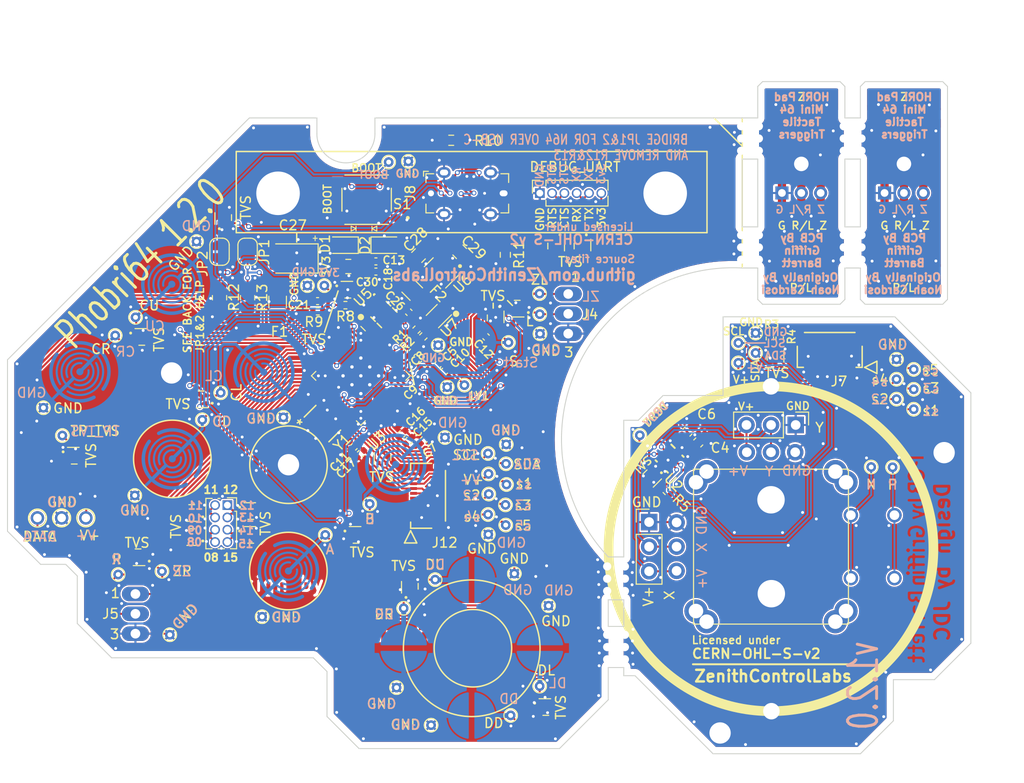
<source format=kicad_pcb>
(kicad_pcb (version 20240108) (generator "pcbnew") (generator_version "8.0")
  (title_block (title "Phobri64") (date "2024-06-12") (rev "1.2.0") (company "Zenith Control Labs"))
  (layers (0 "F.Cu" signal "TopLayer") (31 "B.Cu" signal "BottomLayer") (34 "B.Paste" user "BottomPasteMaskLayer") (35 "F.Paste" user "TopPasteMaskLayer") (36 "B.SilkS" user "BottomSilkLayer") (37 "F.SilkS" user "TopSilkLayer") (38 "B.Mask" user "BottomSolderMaskLayer") (39 "F.Mask" user "TopSolderMaskLayer") (44 "Edge.Cuts" user "BoardOutLine"))
  (net 0 "")
  (net 1 "+1V1")
  (net 2 "GND")
  (net 3 "+3V3")
  (net 4 "+5V")
  (net 5 "Net-(D2-A)")
  (net 6 "Net-(U3-USB_DP)")
  (net 7 "Net-(U3-USB_DM)")
  (net 8 "/~{USB_BOOT}")
  (net 12 "+S_3V3")
  (net 13 "N64_3V3")
  (net 14 "S_SCL")
  (net 15 "S_SDA")
  (net 16 "DEBUG_TX")
  (net 17 "N64_DATA")
  (net 18 "ZL")
  (net 19 "L")
  (net 20 "ZR")
  (net 21 "R")
  (net 22 "SCL")
  (net 23 "SDA")
  (net 24 "USB_D+")
  (net 25 "USB_D-")
  (net 26 "QSPI_SS")
  (net 27 "A")
  (net 28 "B")
  (net 29 "Start")
  (net 30 "Cup")
  (net 31 "Cdown")
  (net 32 "Cleft")
  (net 33 "Cright")
  (net 34 "Dup")
  (net 35 "Ddown")
  (net 36 "Dleft")
  (net 37 "Dright")
  (net 38 "QSPI_SD1")
  (net 39 "QSPI_SD2")
  (net 40 "QSPI_SD0")
  (net 41 "QSPI_SCLK")
  (net 42 "QSPI_SD3")
  (net 43 "XOUT")
  (net 44 "XIN")
  (net 45 "/USBC_Raw_D-")
  (net 46 "/USBC_Raw_D+")
  (net 48 "Net-(D1-A)")
  (net 49 "5V_PRE")
  (net 50 "Net-(J6-Pin_1)")
  (net 51 "Net-(J6-Pin_3)")
  (net 52 "Net-(J8-TX1+)")
  (net 54 "Net-(J8-CC1)")
  (net 60 "Net-(J8-CC2)")
  (net 63 "Net-(J8-RX1+)")
  (net 64 "DEBUG_RTS")
  (net 65 "DEBUG_CTS")
  (net 66 "DEBUG_RX")
  (net 67 "S_GND")
  (net 68 "Net-(J2-BTN_N)")
  (net 69 "Net-(J2-BTN_P)")
  (net 70 "/POT_X")
  (net 71 "/POT_Y")
  (net 72 "Net-(U2-ALERT_N)")
  (net 73 "Net-(J7-Pin_4)")
  (net 74 "Net-(J7-Pin_2)")
  (net 75 "Net-(J7-Pin_6)")
  (net 76 "Net-(J7-Pin_3)")
  (net 77 "Net-(J12-Pin_2)")
  (net 78 "Net-(J12-Pin_3)")
  (net 79 "Net-(J12-Pin_6)")
  (net 80 "Net-(J12-Pin_4)")
  (net 81 "Net-(J7-Pin_5)")
  (net 82 "Net-(J12-Pin_5)")
  (net 83 "Net-(TVS_2-A1)")
  (net 84 "GPIO_12")
  (net 85 "GPIO_15")
  (net 86 "GPIO_14")
  (net 87 "GPIO_13")
  (net 88 "GPIO_11")
  (net 89 "GPIO_08")
  (net 90 "GPIO_09")
  (net 91 "GPIO_10")
  (net 92 "ADC_DRDY")
  (net 93 "Net-(Conn_R_0-Pin_3)")
  (net 94 "Net-(Conn_R_0-Pin_2)")
  (net 95 "trigger_gnd_R")
  (footprint "Capacitor_SMD:C_0402_1005Metric" (layer "F.Cu") (at 138.3 88.575 45)
    (property "Reference" "C8")
    (property "Value" "1u")
  )
  (footprint "Phobri64:Dpad_Contact" (layer "F.Cu") (at 177.34 64.38 90)
    (property "Reference" "TriggerSW_1" (hide yes))
    (property "Value" "~" (hide yes))
  )
  (footprint "Phobri64:Header_1x3" (layer "F.Cu") (at 153.2661 83.3622 -90)
    (property "Reference" "J4")
    (property "Value" "L_Board")
  )
  (footprint "TestPoint:TestPoint_THTPad_D1.0mm_Drill0.5mm" (layer "F.Cu") (at 135.5344 121.9708 90)
    (property "Reference" "T_GND_11" (hide yes))
    (property "Value" "GND")
  )
  (footprint "TestPoint:TestPoint_THTPad_D1.0mm_Drill0.5mm" (layer "F.Cu") (at 172.6184 85.35)
    (property "Reference" "TP_UNUSED_12" (hide yes))
    (property "Value" "~")
  )
  (footprint "MountingHole:MountingHole_2.2mm_M2" (layer "F.Cu") (at 192.092216 97.70053 90)
    (property "Reference" "H1" (hide yes))
    (property "Value" "MountingHole")
  )
  (footprint "Capacitor_SMD:C_0603_1608Metric_Pad1.08x0.95mm_HandSolder" (layer "F.Cu") (at 165.57892 95.53188 -135)
    (property "Reference" "C6")
    (property "Value" "220n")
  )
  (footprint "Package_TO_SOT_SMD:SOT-723" (layer "F.Cu") (at 131.3526 106.1974)
    (property "Reference" "TVS_7" (hide yes))
    (property "Value" "SZUESD3.3DT5G")
  )
  (footprint "TestPoint:TestPoint_THTPad_D1.0mm_Drill0.5mm" (layer "F.Cu") (at 121.65 114.65)
    (property "Reference" "T_GND_1" (hide yes))
    (property "Value" "GND")
  )
  (footprint "MountingHole:MountingHole_4.5mm" (layer "F.Cu") (at 163.281044 70.9162 180)
    (property "Reference" "H7" (hide yes))
    (property "Value" "MountingHole")
  )
  (footprint "TestPoint:TestPoint_THTPad_D1.0mm_Drill0.5mm" (layer "F.Cu") (at 188.9506 93.218 90)
    (property "Reference" "TP_UNUSED_4" (hide yes))
    (property "Value" "~")
  )
  (footprint "Phobri64:PinHeader_1x03_P2.00mm_Vertical_SMD_Pin1Left_no_silk" (layer "F.Cu") (at 187.939128 70.88 90)
    (property "Reference" "Conn_R_2" (hide yes))
    (property "Value" "Conn_01x03" (hide yes))
  )
  (footprint "Capacitor_SMD:C_0402_1005Metric" (layer "F.Cu") (at 136.8 83.2 -45)
    (property "Reference" "C26")
    (property "Value" "100n")
  )
  (footprint "Package_TO_SOT_SMD:SOT-723" (layer "F.Cu") (at 102.2447 98.0186)
    (property "Reference" "TVS_2" (hide yes))
    (property "Value" "SZUESD3.3DT5G")
  )
  (footprint "TestPoint:TestPoint_THTPad_D1.0mm_Drill0.5mm" (layer "F.Cu") (at 147.32 124.841)
    (property "Reference" "T_SW_9" (hide yes))
    (property "Value" "DD")
  )
  (footprint "TestPoint:TestPoint_THTPad_D1.0mm_Drill0.5mm" (layer "F.Cu") (at 136.271 113.775 90)
    (property "Reference" "T_SW_11" (hide yes))
    (property "Value" "DR")
  )
  (footprint "TestPoint:TestPoint_THTPad_D1.0mm_Drill0.5mm" (layer "F.Cu") (at 128.175 106.2)
    (property "Reference" "T_SW_1" (hide yes))
    (property "Value" "A")
  )
  (footprint "Phobri64:breakaway-mousebites" (layer "F.Cu") (at 158.203339 117.7838 -90)
    (property "Reference" "H10" (hide yes))
    (property "Value" "MouseBite" (hide yes))
  )
  (footprint "TestPoint:TestPoint_THTPad_D1.0mm_Drill0.5mm" (layer "F.Cu") (at 187.1726 92.1766 90)
    (property "Reference" "TP_UNUSED_14" (hide yes))
    (property "Value" "~")
  )
  (footprint "TestPoint:TestPoint_THTPad_D1.0mm_Drill0.5mm" (layer "F.Cu") (at 170.8384 88.43)
    (property "Reference" "TP_UNUSED_11" (hide yes))
    (property "Value" "~")
  )
  (footprint "TestPoint:TestPoint_THTPad_D1.0mm_Drill0.5mm" (layer "F.Cu") (at 108.575 83.725)
    (property "Reference" "T_SW_4" (hide yes))
    (property "Value" "CU")
  )
  (footprint "Package_TO_SOT_SMD:SOT-723" (layer "F.Cu") (at 114.3762 106.426 180)
    (property "Reference" "TVS_14" (hide yes))
    (property "Value" "SZUESD3.3DT5G")
  )
  (footprint "Phobri64:SW_SPST_PTS647_Sx38_no_silk" (layer "F.Cu") (at 177.34 77.38)
    (property "Reference" "TriggerSW_1_2" (hide yes))
    (property "Value" "~" (hide yes))
  )
  (footprint "Connector_PinHeader_2.54mm:PinHeader_1x03_P2.54mm_Vertical" (layer "F.Cu") (at 161.62 104.875)
    (property "Reference" "J3" (hide yes))
    (property "Value" "Conn_01x03")
  )
  (footprint "Phobri64:Dpad_Contact" (layer "F.Cu") (at 187.939128 64.38 90)
    (property "Reference" "TriggerSW_1" (hide yes))
    (property "Value" "~" (hide yes))
  )
  (footprint "TestPoint:TestPoint_THTPad_D1.0mm_Drill0.5mm" (layer "F.Cu") (at 144.9832 97.79)
    (property "Reference" "TP2" (hide yes))
    (property "Value" "SCL")
  )
  (footprint "MountingHole:MountingHole_4.5mm" (layer "F.Cu") (at 123.2941 70.9162 180)
    (property "Reference" "H11" (hide yes))
    (property "Value" "MountingHole")
  )
  (footprint "Package_TO_SOT_SMD:SOT-23" (layer "F.Cu") (at 139.962913 79.137087 -135)
    (property "Reference" "U6")
    (property "Value" "MCP1700T-3302E")
  )
  (footprint "Resistor_SMD:R_0805_2012Metric_Pad1.20x1.40mm_HandSolder" (layer "F.Cu") (at 117.25 81.7 -90)
    (property "Reference" "R12")
    (property "Value" "0")
  )
  (footprint "Capacitor_SMD:C_0805_2012Metric" (layer "F.Cu") (at 130.55 78.475 180)
    (property "Reference" "C30")
    (property "Value" "10u")
  )
  (footprint "Phobri64:MountingHole_1.7mm" (layer "F.Cu") (at 174.21017 90.855644 90)
    (property "Reference" "H4" (hide yes))
    (property "Value" "MountingHole")
  )
  (footprint "MountingHole:MountingHole_2.2mm_M2" (layer "F.Cu") (at 112.3001 89.4702 180)
    (property "Reference" "H12" (hide yes))
    (property "Value" "MountingHole")
  )
  (footprint "TestPoint:TestPoint_THTPad_D1.0mm_Drill0.5mm" (layer "F.Cu") (at 132.7658 102.997)
    (property "Reference" "T_SW_2" (hide yes))
    (property "Value" "B")
  )
  (footprint "Package_TO_SOT_SMD:SOT-723" (layer "F.Cu") (at 136.906 111.506 90)
    (property "Reference" "TVS_6" (hide yes))
    (property "Value" "SZUESD3.3DT5G")
  )
  (footprint "Phobri64:breakaway-mousebites" (layer "F.Cu") (at 172.04 65.255 90)
    (property "Reference" "H13" (hide yes))
    (property "Value" "MouseBite" (hide yes))
  )
  (footprint "TestPoint:TestPoint_THTPad_D1.0mm_Drill0.5mm" (layer "F.Cu") (at 147.0914 86.325)
    (property "Reference" "T_SW_3" (hide yes))
    (property "Value" "S")
  )
  (footprint "Resistor_SMD:R_0402_1005Metric" (layer "F.Cu") (at 175.1076 85.9056 -90)
    (property "Reference" "R4")
    (property "Value" "1k")
  )
  (footprint "Package_TO_SOT_SMD:SOT-723" (layer "F.Cu") (at 109.22 85.7504)
    (property "Reference" "TVS_8" (hide yes))
    (property "Value" "SZUESD3.3DT5G")
  )
  (footprint "Phobri64:PinHeader_1x03_P2.00mm_Vertical_SMD_Pin1Right_no_silk" (layer "F.Cu") (at 187.939128 70.88 90)
    (property "Reference" "Conn_R_1" (hide yes))
    (property "Value" "Conn_01x03" (hide yes))
  )
  (footprint "TestPoint:TestPoint_THTPad_D1.0mm_Drill0.5mm" (layer "F.Cu") (at 146.8882 100.9904)
    (property "Reference" "TP_UNUSED_8" (hide yes))
    (property "Value" "~")
  )
  (footprint "Resistor_SMD:R_0402_1005Metric" (layer "F.Cu") (at 138.3 85.7 -135)
    (property "Reference" "R2")
    (property "Value" "27")
  )
  (footprint "Phobri64:MountingHole_1.5mm" (layer "F.Cu") (at 187.939128 67.88)
    (property "Reference" "Mounting_Hole_R1" (hide yes))
    (property "Value" "MountingHole")
  )
  (footprint "Resistor_SMD:R_0402_1005Metric" (layer "F.Cu") (at 137.6 85 45)
    (property "Reference" "R1")
    (property "Value" "27")
  )
  (footprint "Diode_SMD:D_SOD-323" (layer "F.Cu") (at 129.975 76.275 180)
    (property "Reference" "D1")
    (property "Value" "CUS10S30,H3F")
  )
  (footprint "Resistor_SMD:R_0402_1005Metric" (layer "F.Cu") (at 130.25 82.47)
    (property "Reference" "R8")
    (property "Value" "1k")
  )
  (footprint "Package_TO_SOT_SMD:SOT-723" (layer "F.Cu") (at 152.019 76.3594 -90)
    (property "Reference" "TVS_10" (hide yes))
    (property "Value" "SZUESD3.3DT5G")
  )
  (footprint "TestPoint:TestPoint_THTPad_D1.0mm_Drill0.5mm" (layer "F.Cu") (at 146.7866 103.0986)
    (property "Reference" "TP_UNUSED_7" (hide yes))
    (property "Value" "~")
  )
  (footprint "Capacitor_SMD:C_0402_1005Metric" (layer "F.Cu") (at 136.086778 95.767422 45)
    (property "Reference" "C16")
    (property "Value" "100n")
  )
  (footprint "Capacitor_SMD:C_0402_1005Metric" (layer "F.Cu") (at 131.826 97.8154 -135)
    (property "Reference" "C17")
    (property "Value" "100n")
  )
  (footprint "Package_TO_SOT_SMD:SOT-723" (layer "F.Cu") (at 120.4722 103.7336)
    (property "Reference" "TVS_17" (hide yes))
    (property "Value" "SZUESD3.3DT5G")
  )
  (footprint "Phobri64:Dpad_Contact" (layer "F.Cu") (at 187.939128 77.38 90)
    (property "Reference" "TriggerSW_1_1" (hide yes))
    (property "Value" "~" (hide yes))
  )
  (footprint "Phobri64:PinHeader_1x03_P2.00mm_Vertical_SMD_Pin1Right_no_silk" (layer "F.Cu") (at 177.34 70.88 90)
    (property "Reference" "Conn_R_1" (hide yes))
    (property "Value" "Conn_01x03" (hide yes))
  )
  (footprint "Phobri64:CON_5034801000_MOL" (layer "F.Cu") (at 180.274986 87.092699 180)
    (property "Reference" "J7")
    (property "Value" "Stick_To_Mobo")
  )
  (footprint "TestPoint:TestPoint_THTPad_D1.0mm_Drill0.5mm" (layer "F.Cu") (at 188.9506 91.1606 90)
    (property "Reference" "TP_UNUSED_3" (hide yes))
    (property "Value" "~")
  )
  (footprint "TestPoint:TestPoint_THTPad_D1.0mm_Drill0.5mm" (layer "F.Cu") (at 170.8384 86.37)
    (property "Reference" "TP_UNUSED_10" (hide yes))
    (property "Value" "~")
  )
  (footprint "Phobri64:SW_SPST_PTS647_Sx38_no_silk" (layer "F.Cu") (at 187.939128 77.38)
    (property "Reference" "TriggerSW_1_2" (hide yes))
    (property "Value" "~" (hide yes))
  )
  (footprint "TestPoint:TestPoint_THTPad_D1.0mm_Drill0.5mm" (layer "F.Cu") (at 147.7 110.2 180)
    (property "Reference" "T_GND_8" (hide yes))
    (property "Value" "GND")
  )
  (footprint "Phobri64:PinHeader_1x03_P2.00mm_Vertical_no_silk" (layer "F.Cu") (at 185.939128 70.88 90)
    (property "Reference" "Conn_R_0" (hide yes))
    (property "Value" "Conn_01x03" (hide yes))
  )
  (footprint "Connector_PinSocket_1.27mm:PinSocket_2x04_P1.27mm_Vertical" (layer "F.Cu") (at 118.0592 103.124)
    (property "Reference" "GPIO_1" (hide yes))
    (property "Value" "12 13 14 15")
  )
  (footprint "Resistor_SMD:R_0603_1608Metric_Pad0.98x0.95mm_HandSolder" (layer "F.Cu") (at 146.77 77.27 -90)
    (property "Reference" "R11")
    (property "Value" "5.1k")
  )
  (footprint "TestPoint:TestPoint_THTPad_D1.0mm_Drill0.5mm" (layer "F.Cu") (at 101.0158 95.9358)
    (property "Reference" "TP4" (hide yes))
    (property "Value" "SDA")
  )
  (footprint "Phobri64:breakaway-mousebites" (layer "F.Cu") (at 158.203339 110.7226 -90)
    (property "Reference" "H9" (hide yes))
    (property "Value" "MouseBite" (hide yes))
  )
  (footprint "TestPoint:TestPoint_THTPad_D1.0mm_Drill0.5mm" (layer "F.Cu") (at 187.1726 90.1192 90)
    (property "Reference" "TP_UNUSED_2" (hide yes))
    (property "Value" "~")
  )
  (footprint "Phobri64:PinHeader_1x03_P2.00mm_Vertical_no_silk" (layer "F.Cu") (at 175.34 70.88 90)
    (property "Reference" "Conn_R_0" (hide yes))
    (property "Value" "Conn_01x03" (hide yes))
  )
  (footprint "TestPoint:TestPoint_THTPad_D1.0mm_Drill0.5mm" (layer "F.Cu") (at 140.5382 96.139)
    (property "Reference" "T_GND_2" (hide yes))
    (property "Value" "GND")
  )
  (footprint "Package_TO_SOT_SMD:SOT-723" (layer "F.Cu") (at 115.3506 92.1956 180)
    (property "Reference" "TVS_9" (hide yes))
    (property "Value" "SZUESD3.3DT5G")
  )
  (footprint "Phobri64:Header_1x3" (layer "F.Cu") (at 108.5621 114.3502 -90)
    (property "Reference" "J5")
    (property "Value" "R_Board")
  )
  (footprint "Capacitor_SMD:C_0402_1005Metric" (layer "F.Cu") (at 136.801189 96.453011 45)
    (property "Reference" "C15")
    (property "Value" "100n")
  )
  (footprint "Phobri64:MountingHole_1.5mm" (layer "F.Cu") (at 177.34 67.88)
    (property "Reference" "Mounting_Hole_R1" (hide yes))
    (property "Value" "MountingHole")
  )
  (footprint "TestPoint:TestPoint_THTPad_D1.0mm_Drill0.5mm" (layer "F.Cu") (at 136.7536 67.6148)
    (property "Reference" "T_Boot_1" (hide yes))
    (property "Value" "GND")
  )
  (footprint "Resistor_SMD:R_0402_1005Metric" (layer "F.Cu") (at 163.44 101.66 -45)
    (property "Reference" "R5")
    (property "Value" "1k")
  )
  (footprint "TestPoint:TestPoint_THTPad_D1.0mm_Drill0.5mm" (layer "F.Cu") (at 146.8374 98.8568)
    (property "Reference" "TP1" (hide yes))
    (property "Value" "SDA")
  )
  (footprint "Capacitor_SMD:C_0805_2012Metric" (layer "F.Cu") (at 137.804074 77.352423 45)
    (property "Reference" "C28")
    (property "Value" "1u")
  )
  (footprint "Connector_PinSocket_1.27mm:PinSocket_1x06_P1.27mm_Vertical" (layer "F.Cu") (at 150.33 70.9 90)
    (property "Reference" "DEBUG_UART1" (hide yes))
    (property "Value" "DEBUG_UART")
  )
  (footprint "TestPoint:TestPoint_THTPad_D1.0mm_Drill0.5mm" (layer "F.Cu") (at 123.8504 94.0562)
    (property "Reference" "T_GND_6" (hide yes))
    (property "Value" "GND")
  )
  (footprint "Phobri64:Dpad_Contact" (layer "F.Cu") (at 177.34 77.38 90)
    (property "Reference" "TriggerSW_1_1" (hide yes))
    (property "Value" "~" (hide yes))
  )
  (footprint "Resistor_SMD:R_0805_2012Metric_Pad1.20x1.40mm_HandSolder" (layer "F.Cu") (at 120.15 81.7 -90)
    (property "Reference" "R13")
    (property "Value" "0")
  )
  (footprint "Package_TO_SOT_SMD:SOT-723" (layer "F.Cu") (at 161.79432 100.30708 -135)
    (property "Reference" "TVS_19" (hide yes))
    (property "Value" "SZUESD3.3DT5G")
  )
  (footprint "Package_TO_SOT_SMD:SOT-723" (layer "F.Cu") (at 117.6274 73.4222 90)
    (property "Reference" "TVS_1" (hide yes))
    (property "Value" "SZUESD3.3DT5G")
  )
  (footprint "TestPoint:TestPoint_THTPad_D1.0mm_Drill0.5mm" (layer "F.Cu") (at 188.9506 89.1032 90)
    (property "Reference" "TP_UNUSED_1" (hide yes))
    (property "Value" "~")
  )
  (footprint "Package_TO_SOT_SMD:SOT-723" (layer "F.Cu") (at 114.3762 103.9368 180)
    (property "Reference" "TVS_15" (hide yes))
    (property "Value" "SZUESD3.3DT5G")
  )
  (footprint "Package_TO_SOT_SMD:SOT-723" (layer "F.Cu") (at 150.9522 123.9774)
    (property "Reference" "TVS_5" (hide yes))
    (property "Value" "SZUESD3.3DT5G")
  )
  (footprint "Phobri64:SW_SPST_PTS647_Sx38_no_silk" (layer "F.Cu") (at 177.34 64.38)
    (property "Reference" "TriggerSW_2" (hide yes))
    (property "Value" "~" (hide yes))
  )
  (footprint "Phobri64:breakaway-mousebites" (layer "F.Cu") (at 182.639128 65.255 90)
    (property "Reference" "H13" (hide yes))
    (property "Value" "MouseBite" (hide yes))
  )
  (footprint "Phobri64:Hori_Style_Stick_pot" (layer "F.Cu") (at 174.207808 107.411082 90)
    (property "Reference" "J2" (hide yes))
    (property "Value" "HoriStyleStick")
  )
  (footprint "Package_TO_SOT_SMD:SOT-723" (layer "F.Cu") (at 145.7706 83.7789 -90)
    (property "Reference" "TVS_16" (hide yes))
    (property "Value" "SZUESD3.3DT5G")
  )
  (footprint "Capacitor_SMD:C_0603_1608Metric_Pad1.08x0.95mm_HandSolder" (layer "F.Cu") (at 166.6968 96.6492 45)
    (property "Reference" "C4")
    (property "Value" "100n")
  )
  (footprint "TestPoint:TestPoint_THTPad_D1.0mm_Drill0.5mm" (layer "F.Cu") (at 111.3028 109.9566)
    (property "Reference" "T_SW_14" (hide yes))
    (property "Value" "ZR")
  )
  (footprint "Capacitor_SMD:C_0402_1005Metric" (layer "F.Cu") (at 144.78 85.7504 -45)
    (property "Reference" "C12")
    (property "Value" "100n")
  )
  (footprint "Capacitor_SMD:C_0402_1005Metric" (layer "F.Cu") (at 137.15 87.35 45)
    (property "Reference" "C9")
    (property "Value" "1u")
  )
  (footprint "Capacitor_Tantalum_SMD:CP_EIA-3528-15_AVX-H_Pad1.50x2.35mm_HandSolder" (layer "F.Cu") (at 124.8 77.65 180)
    (property "Reference" "C27")
    (property "Value" "47u")
  )
  (footprint "Phobri64:W25Q16JVUXIQ_WIN" (layer "F.Cu") (at 134.230851 83.441513 -45)
    (property "Reference" "U5")
    (property "Value" "W25Q16JVUXIQ")
  )
  (footprint "TestPoint:TestPoint_THTPad_D1.0mm_Drill0.5mm" (layer "F.Cu") (at 142.5448 90.7288)
    (property "Reference" "T_1V1_1" (hide yes))
    (property "Value" "1V1")
  )
  (footprint "Capacitor_SMD:C_0402_1005Metric" (layer "F.Cu") (at 127.375 82.05 180)
    (property "Reference" "C21")
    (property "Value" "100n")
  )
  (footprint "TestPoint:TestPoint_THTPad_D1.0mm_Drill0.5mm" (layer "F.Cu") (at 139.5222 110.8202 180)
    (property "Reference" "T_SW_8" (hide yes))
    (property "Value" "DU")
  )
  (footprint "TestPoint:TestPoint_THTPad_D1.0mm_Drill0.5mm" (layer "F.Cu") (at 145.0086 106.1466)
    (property "Reference" "T_GND_15" (hide yes))
    (property "Value" "GND")
  )
  (footprint "TestPoint:TestPoint_THTPad_D1.0mm_Drill0.5mm" (layer "F.Cu") (at 150.3 81.275 180)
    (property "Reference" "T_SW_12" (hide yes))
    (property "Value" "ZL")
  )
  (footprint "Diode_SMD:D_SOD-323" (layer "F.Cu") (at 134.5 76.275)
    (property "Reference" "D2")
    (property "Value" "CUS10S30,H3F")
  )
  (footprint "Capacitor_SMD:C_0402_1005Metric" (layer "F.Cu") (at 133.4 79)
    (property "Reference" "C18")
    (property "Value" "100n")
  )
  (footprint "Package_TO_SOT_SMD:SOT-723" (layer "F.Cu") (at 154.7368 76.3594 -90)
    (property "Reference" "TVS_11" (hide yes))
    (property "Value" "SZUESD3.3DT5G")
  )
  (footprint "Package_TO_SOT_SMD:SOT-723" (layer "F.Cu") (at 120.4722 106.1974)
    (property "Reference" "TVS_18" (hide yes))
    (property "Value" "SZUESD3.3DT5G")
  )
  (footprint "Fuse:Fuse_1206_3216Metric_Pad1.42x1.75mm_HandSolder" (layer "F.Cu") (at 137.154074 80.902423 135)
    (property "Reference" "F2")
    (property "Value" "1A")
  )
  (footprint "TestPoint:TestPoint_THTPad_D1.0mm_Drill0.5mm" (layer "F.Cu") (at 172.6184 87.41)
    (property "Reference" "TP_UNUSED_9" (hide yes))
    (property "Value" "~")
  )
  (footprint "Capacitor_SMD:C_0402_1005Metric" (layer "F.Cu") (at 131.130989 97.103611 -135)
    (property "Reference" "C11")
    (property "Value" "100n")
  )
  (footprint "TestPoint:TestPoint_THTPad_D1.0mm_Drill0.5mm" (layer "F.Cu") (at 140.7668 90.932)
    (property "Reference" "T_GND_17" (hide yes))
    (property "Value" "GND")
  )
  (footprint "Phobri64:CONN3_B3B-EH-ALFSN_JST" (layer "F.Cu") (at 100.9421 104.4442 180)
    (property "Reference" "J6" (hide yes))
    (property "Value" "N64_Intf")
  )
  (footprint "Package_TO_SOT_SMD:SOT-723" (layer "F.Cu") (at 147.9961 82.8294 180)
    (property "Reference" "TVS_3" (hide yes))
    (property "Value" "SZUESD3.3DT5G")
  )
  (footprint "Capacitor_SMD:C_0402_1005Metric" (layer "F.Cu") (at 139.79 88.64 -135)
    (property "Reference" "C5")
    (property "Value" "100n")
  )
  (footprint "MountingHole:MountingHole_2.2mm_M2" (layer "F.Cu") (at 168.950396 126.657269 90)
    (property "Reference" "H2" (hide yes))
    (property "Value" "MountingHole")
  )
  (footprint "Phobri64:CSTNE_G_MUR" (layer "F.Cu") (at 127.875 94.7 45)
    (property "Reference" "Y1")
    (property "Value" "Resonator")
  )
  (footprint "Phobri64:PinHeader_1x03_P2.00mm_Vertical_SMD_Pin1Left_no_silk" (layer "F.Cu") (at 177.34 70.88 90)
    (property "Reference" "Conn_R_2" (hide yes))
    (property "Value" "Conn_01x03" (hide yes))
  )
  (footprint "TestPoint:TestPoint_THTPad_D1.0mm_Drill0.5mm" (layer "F.Cu") (at 139.83 86.6)
    (property "Reference" "T_GND_3" (hide yes))
    (property "Value" "GND")
  )
  (footprint "Phobri64:breakaway-mousebites" (layer "F.Cu") (at 172.04 76.505 90)
    (property "Reference" "H14" (hide yes))
    (property "Value" "MouseBite" (hide yes))
  )
  (footprint "TestPoint:TestPoint_THTPad_D1.0mm_Drill0.5mm" (layer "F.Cu") (at 108.5 102.125)
    (property "Reference" "T_GND_5" (hide yes))
    (property "Value" "GND")
  )
  (footprint "Jumper:SolderJumper-2_P1.3mm_Open_RoundedPad1.0x1.5mm" (layer "F.Cu") (at 120.15 76.95 -90)
    (property "Reference" "JP1")
    (property "Value" "SolderJumper_2_Open")
  )
  (footprint "Resistor_SMD:R_0402_1005Metric" (layer "F.Cu") (at 174.0916 85.9056 -90)
    (property "Reference" "R3")
    (property "Value" "1k")
  )
  (footprint "TestPoint:TestPoint_THTPad_D1.0mm_Drill0.5mm" (layer "F.Cu") (at 144.9832 104.0892)
    (property "Reference" "TP_UNUSED_6" (hide yes))
    (property "Value" "~")
  )
  (footprint "TestPoint:TestPoint_THTPad_D1.0mm_Drill0.5mm" (layer "F.Cu") (at 145.0594 101.981)
    (property "Reference" "TP_UNUSED_13" (hide yes))
    (property "Value" "~")
  )
  (footprint "TestPoint:TestPoint_THTPad_D1.0mm_Drill0.5mm" (layer "F.Cu") (at 184.5564 99.187)
    (property "Reference" "BTN_N1" (hide yes))
    (property "Value" "ZR")
  )
  (footprint "TestPoint:TestPoint_THTPad_D1.0mm_Drill0.5mm" (layer "F.Cu") (at 134.7216 67.691)
    (property "Reference" "T_Boot_0" (hide yes))
    (property "Value" "BOOT")
  )
  (footprint "TestPoint:TestPoint_THTPad_D1.0mm_Drill0.5mm" (layer "F.Cu") (at 115.4684 94.3102)
    (property "Reference" "T_SW_5" (hide yes))
    (property "Value" "CD")
  )
  (footprint "TestPoint:TestPoint_THTPad_D1.0mm_Drill0.5mm" (layer "F.Cu") (at 112.1156 116.5098)
    (property "Reference" "T_GND_12" (hide yes))
    (property "Value" "GND")
  )
  (footprint "TestPoint:TestPoint_THTPad_D1.0mm_Drill0.5mm" (layer "F.Cu") (at 139.1 125.85)
    (property "Reference" "T_GND_9" (hide yes))
    (property "Value" "GND")
  )
  (footprint "Fuse:Fuse_1206_3216Metric_Pad1.42x1.75mm_HandSolder" (layer "F.Cu") (at 123.25 82.15 90)
    (property "Reference" "F1")
    (property "Value" "1A")
  )
  (footprint "TestPoint:TestPoint_THTPad_D1.0mm_Drill0.5mm" (layer "F.Cu") (at 187.1726 88.0618 90)
    (property "Reference" "TP_UNUSED_15" (hide yes))
    (property "Value" "~")
  )
  (footprint "Phobri64:RUG0010A" (layer "F.Cu") (at 163.73632 98.31368 -45)
    (property "Reference" "U2")
    (property "Value" "ADS7142IRUGR")
  )
  (footprint "Phobri64:SHOU_HAN_TYPE-C_24PLT-H10.5" (layer "F.Cu") (at 142.840572 70.9162)
    (property "Reference" "J8")
    (property "Value" "USB_C_Receptacle")
  )
  (footprint "TestPoint:TestPoint_THTPad_D1.0mm_Drill0.5mm" (layer "F.Cu") (at 150.325 83.4 90)
    (property "Reference" "T_SW_13" (hide yes))
    (property "Value" "L")
  )
  (footprint "Capacitor_SMD:C_0805_2012Metric" (layer "F.Cu") (at 142.054074 76.952423 -45)
    (property "Reference" "C29")
    (property "Value" "1u")
  )
  (footprint "TestPoint:TestPoint_THTPad_D1.0mm_Drill0.5mm" (layer "F.Cu") (at 150.3172 121.8184 90)
    (property "Reference" "T_SW_10" (hide yes))
    (property "Value" "DL")
  )
  (footprint "Capacitor_SMD:C_0402_1005Metric" (layer "F.Cu") (at 138.3538 96.393 45)
    (property "Reference" "C7")
    (property "Value" "100n")
  )
  (footprint "Phobri64:SW_SPST_PTS647_Sx38_no_silk" (layer "F.Cu") (at 187.939128 64.38)
    (property "Reference" "TriggerSW_2" (hide yes))
    (property "Value" "~" (hide yes))
  )
  (footprint "Package_TO_SOT_SMD:SOT-723" (layer "F.Cu") (at 174.6758 87.8424 -90)
    (property "Reference" "TVS_20" (hide yes))
    (property "Value" "SZUESD3.3DT5G")
  )
  (footprint "TestPoint:TestPoint_THTPad_D1.0mm_Drill0.5mm" (layer "F.Cu") (at 114.875 75.9)
    (property "Reference" "T_GND_4" (hide yes))
    (property "Value" "GND")
  )
  (footprint "Phobri64:MountingHole_1.7mm" (layer "F.Cu") (at 174.249136 124.405899 90)
    (property "Reference" "H3" (hide yes))
    (property "Value" "MountingHole")
  )
  (footprint "Package_TO_SOT_SMD:SOT-666" (layer "F.Cu") (at 139.8 83.6 -135)
    (property "Reference" "U7")
    (property "Value" "USBLC6-2P6")
  )
  (footprint "Resistor_SMD:R_0603_1608Metric_Pad0.98x0.95mm_HandSolder" (layer "F.Cu") (at 141.18 65.44 180)
    (property "Reference" "R10")
    (property "Value" "5.1k")
  )
  (footprint "Resistor_SMD:R_0402_1005Metric" (layer "F.Cu") (at 127.4 83.1)
    (property "Reference" "R9")
    (property "Value" "1k")
  )
  (footprint "TestPoint:TestPoint_THTPad_D1.0mm_Drill0.5mm" (layer "F.Cu") (at 151.2316 113.5126 90)
    (property "Reference" "T_GND_10" (hide yes))
    (property "Value" "GND")
  )
  (footprint "Phobri64:RP2040_QFN-56-1EP_7x7mm_P0.4mm_EP3.2x3.2mm" (layer "F.Cu") (at 131.845589 89.768629 -45)
    (property "Reference" "U3")
    (property "Value" "RP2040")
  )
  (footprint "TestPoint:TestPoint_THTPad_D1.0mm_Drill0.5mm" (layer "F.Cu") (at 117.3734 91.5162)
    (property "Reference" "T_SW_6" (hide yes))
    (property "Value" "CL")
  )
  (footprint "Package_TO_SOT_SMD:SOT-723" (layer "F.Cu") (at 108.839 108.5088 180)
    (property "Reference" "TVS_4" (hide yes))
    (property "Value" "SZUESD3.3DT5G")
  )
  (footprint "Phobri64:MountingHole_2.833mm" (layer "F.Cu") (at 174.21017 102.570695 90)
    (property "Reference" "H6" (hide yes))
    (property "Value" "MountingHole")
  )
  (footprint "TestPoint:TestPoint_THTPad_D1.0mm_Drill0.5mm" (layer "F.Cu") (at 126.325 80.45)
    (property "Reference" "T_GND_16" (hide yes))
    (property "Value" "GND")
  )
  (footprint "Connector_PinHeader_2.54mm:PinHeader_1x03_P2.54mm_Vertical" (layer "F.Cu") (at 176.7586 94.8436 -90)
    (property "Reference" "J9" (hide yes))
    (property "Value" "Conn_01x03")
  )
  (footprint "TestPoint:TestPoint_THTPad_D1.0mm_Drill0.5mm" (layer "F.Cu") (at 150.35 85.425 90)
    (property "Reference" "T_GND_13" (hide yes))
    (property "Value" "GND")
  )
  (footprint "TestPoint:TestPoint_THTPad_D1.0mm_Drill0.5mm" (layer "F.Cu") (at 99.06 93.0656)
    (property "Reference" "T_GND_7" (hide yes))
    (property "Value" "GND")
  )
  (footprint "TestPoint:TestPoint_THTPad_D1.0mm_Drill0.5mm" (layer "F.Cu") (at 128.075 80.45)
    (property "Reference" "T_3V3_1" (hide yes))
    (property "Value" "3V3")
  )
  (footprint "Jumper:SolderJumper-2_P1.3mm_Open_RoundedPad1.0x1.5mm" (layer "F.Cu") (at 117.25 76.95 -90)
    (property "Reference" "JP2")
    (property "Value" "SolderJumper_2_Open")
  )
  (footprint "TestPoint:TestPoint_THTPad_D1.0mm_Drill0.5mm" (layer "F.Cu") (at 106.7816 110.2868)
    (property "Reference" "T_SW_15" (hide yes))
    (property "Value" "R")
  )
  (footprint "TestPoint:TestPoint_THTPad_D1.0mm_Drill0.5mm" (layer "F.Cu") (at 146.812 105.1814)
    (property "Reference" "TP_UNUSED_5" (hide yes))
    (property "Value" "~")
  )
  (footprint "Phobri64:CON_5034801000_MOL" (layer "F.Cu") (at 138.7881 102.1582 90)
    (property "Reference" "J12")
    (property "Value" "Mobo_To_Stick")
  )
  (footprint "MountingHole:MountingHole_2.2mm_M2" (layer "F.Cu") (at 124.373212 98.948934 180)
    (property "Reference" "H8" (hide yes))
    (property "Value" "MountingHole")
  )
  (footprint "Capacitor_SMD:C_0402_1005Metric" (layer "F.Cu") (at 133.4 77.95)
    (property "Reference" "C13")
    (property "Value" "100n")
  )
  (footprint "TestPoint:TestPoint_THTPad_D1.0mm_Drill0.5mm" (layer "F.Cu") (at 145.034 99.8982)
    (property "Reference" "TP3" (hide yes))
    (property "Value" "SDA")
  )
  (footprint "TestPoint:TestPoint_THTPad_D1.0mm_Drill0.5mm" (layer "F.Cu") (at 106.475 85.6)
    (property "Reference" "T_SW_7" (hide yes))
    (property "Value" "CR")
  )
  (footprint "TestPoint:TestPoint_THTPad_D1.0mm_Drill0.5mm" (layer "F.Cu") (at 146.8628 96.8502)
    (property "Reference" "T_GND_14" (hide yes))
    (property "Value" "GND")
  )
  (footprint "Package_TO_SOT_SMD:SOT-723" (layer "F.Cu") (at 134.0866 98.1964 90)
    (property "Reference" "TVS_13" (hide yes))
    (property "Value" "SZUESD3.3DT5G")
  )
  (footprint "TestPoint:TestPoint_THTPad_D1.0mm_Drill0.5mm" (layer "F.Cu") (at 160.66 95.91)
    (property "Reference" "TP5" (hide yes))
    (property "Value" "SCL")
  )
  (footprint "TestPoint:TestPoint_THTPad_D1.0mm_Drill0.5mm" (layer "F.Cu") (at 186.7662 99.2124)
    (property "Reference" "BTN_P1" (hide yes))
    (property "Value" "R")
  )
  (footprint "Phobri64:SW_TS-1187A-B-A-B" (layer "F.Cu") (at 132.4429 71.5772 180)
    (property "Reference" "S1")
    (property "Value" "BOOTSEL")
  )
  (footprint "Package_TO_SOT_SMD:SOT-723" (layer "F.Cu") (at 130.5052 80.8736)
    (property "Reference" "TVS_12" (hide yes))
    (property "Value" "SZUESD3.3DT5G")
  )
  (footprint "Phobri64:MountingHole_2.833mm" (layer "F.Cu") (at 174.244 112.268 90)
    (property "Reference" "H5" (hide yes))
    (property "Value" "MountingHole")
  )
  (footprint "Capacitor_SMD:C_0402_1005Metric" (layer "F.Cu") (at 140.465 89.315 -135)
    (property "Reference" "C10")
    (property "Value" "100n")
  )
  (footprint "Phobri64:breakaway-mousebites" (layer "F.Cu") (at 182.639128 76.505 90)
    (property "Reference" "H14" (hide yes))
    (property "Value" "MouseBite" (hide yes))
  )
  (footprint "Phobri64:ABC_Contact" (layer "B.Cu") (at 112.3721 98.3482 90)
    (property "Reference" "SW5" (hide yes))
    (property "Value" "Cdown" (hide yes))
  )
  (footprint "Phobri64:ABC_Contact" (layer "B.Cu") (at 124.3601 109.9302 90)
    (property "Reference" "SW1" (hide yes))
    (property "Value" "A" (hide yes))
  )
  (footprint "Phobri64:ABC_Contact" (layer "B.Cu") (at 135.4501 98.9102 -90)
    (property "Reference" "SW2" (hide yes))
    (property "Value" "B" (hide yes))
  )
  (footprint "Phobri64:Dpad_Contact" (layer "B.Cu") (at 143.2841 110.848857 180)
    (property "Reference" "SW8" (hide yes))
    (property "Value" "Dup" (hide yes))
  )
  (footprint "Phobri64:ABC_Contact" (layer "B.Cu") (at 112.3221 80.3002 -90)
    (property "Reference" "SW4" (hide yes))
    (property "Value" "Cup" (hide yes))
  )
  (footprint "Phobri64:Dpad_Contact" (layer "B.Cu") (at 143.3801 86.3102)
    (property "Reference" "SW3" (hide yes))
    (property "Value" "Start" (hide yes))
  )
  (footprint "Phobri64:ABC_Contact" (layer "B.Cu") (at 121.8201 89.3902 180)
    (property "Reference" "SW6" (hide yes))
    (property "Value" "Cleft" (hide yes))
  )
  (footprint "Phobri64:Dpad_Contact" (layer "B.Cu") (at 150.339492 117.8872 -90)
    (property "Reference" "SW10" (hide yes))
    (property "Value" "Dleft" (hide yes))
  )
  (footprint "Phobri64:ABC_Contact" (layer "B.Cu") (at 102.827937 89.352354 90)
    (property "Reference" "SW7" (hide yes))
    (property "Value" "Cright" (hide yes))
  )
  (footprint "Phobri64:Dpad_Contact" (layer "B.Cu") (at 143.2841 124.855295)
    (property "Reference" "SW9" (hide yes))
    (property "Value" "Ddown" (hide yes))
  )
  (footprint "Phobri64:Dpad_Contact" (layer "B.Cu") (at 136.272977 117.8872 90)
    (property "Reference" "SW11" (hide yes))
    (property "Value" "Dright" (hide yes))
  )
  (gr_line (start 173.61643 86.37) (end 171.58357 86.386749) (stroke (width 0.15)) (layer "B.SilkS"))
  (gr_line (start 167.599044 74.9802) (end 118.9761 74.9802) (stroke (width 0.15)) (layer "F.SilkS"))
  (gr_line (start 127.337601 75.561) (end 126.921799 75.560999) (stroke (width 0.1)) (layer "F.SilkS"))
  (gr_line (start 171.24 66.05) (end 171.24 63.13) (stroke (width 0.15)) (layer "F.SilkS"))
  (gr_line (start 132.991055 74.315856) (end 132.991055 74.815856) (stroke (width 0.1)) (layer "F.SilkS"))
  (gr_line (start 182.1964 119.56) (end 166.1436 119.56) (stroke (width 0.2)) (layer "F.SilkS"))
  (gr_line (start 171.24 66.05) (end 171.24 78.62) (stroke (width 0.15)) (layer "F.SilkS"))
  (gr_line (start 137.3632 90.678) (end 136.906 88.3666) (stroke (width 0.15)) (layer "F.SilkS"))
  (gr_circle (center 143.421174 117.9062) (end 143.306852 121.907494) (stroke (width 0.15)) (fill none) (layer "F.SilkS"))
  (gr_circle (center 124.3601 109.9302) (end 128.363027 109.9302) (stroke (width 0.15)) (fill none) (layer "F.SilkS"))
  (gr_line (start 118.9761 66.5982) (end 167.599044 66.5982) (stroke (width 0.15)) (layer "F.SilkS"))
  (gr_line (start 167.599044 66.5982) (end 167.599044 74.9802) (stroke (width 0.15)) (layer "F.SilkS"))
  (gr_circle (center 141.6812 83.3628) (end 141.9352 83.3628) (stroke (width 0.15)) (fill solid) (layer "F.SilkS"))
  (gr_line (start 125.222 75) (end 125.222 75.946) (stroke (width 0.15)) (layer "F.SilkS"))
  (gr_circle (center 174.207808 107.630899) (end 190.982808 107.630899) (stroke (width 1)) (fill none) (layer "F.SilkS"))
  (gr_line (start 145.5166 82.2746) (end 145.5166 82.7746) (stroke (width 0.15)) (layer "F.SilkS"))
  (gr_line (start 129.5 81) (end 128.0922 85.2678) (stroke (width 0.15)) (layer "F.SilkS"))
  (gr_circle (center 142.0876 78.4352) (end 142.2146 78.4352) (stroke (width 0.15)) (fill solid) (layer "F.SilkS"))
  (gr_line (start 171.24 66.05) (end 168.32 63.13) (stroke (width 0.15)) (layer "F.SilkS"))
  (gr_line (start 133.491055 74.315856) (end 132.991055 74.565856) (stroke (width 0.1)) (layer "F.SilkS"))
  (gr_circle (center 143.297493 117.9062) (end 141.511201 124.733805) (stroke (width 0.15)) (fill none) (layer "F.SilkS"))
  (gr_circle (center 131.845589 83.7) (end 131.591589 83.7) (stroke (width 0.15)) (fill solid) (layer "F.SilkS"))
  (gr_line (start 130.847185 74.814257) (end 131.347185 74.564257) (stroke (width 0.1)) (layer "F.SilkS"))
  (gr_line (start 118.9761 74.9802) (end 118.9761 66.5982) (stroke (width 0.15)) (layer "F.SilkS"))
  (gr_line (start 147 82) (end 147.5 82.5) (stroke (width 0.15)) (layer "F.SilkS"))
  (gr_circle (center 112.3721 98.3482) (end 116.375027 98.3482) (stroke (width 0.15)) (fill none) (layer "F.SilkS"))
  (gr_circle (center 100.939946 104.44) (end 101.859946 104.43) (stroke (width 0.15)) (fill none) (layer "F.SilkS"))
  (gr_circle (center 124.373212 98.948934) (end 128.376139 98.948934) (stroke (width 0.15)) (fill none) (layer "F.SilkS"))
  (gr_line (start 132.991055 74.565856) (end 133.491055 74.815856) (stroke (width 0.1)) (layer "F.SilkS"))
  (gr_line (start 133.491055 74.315856) (end 133.491055 74.815856) (stroke (width 0.1)) (layer "F.SilkS"))
  (gr_line (start 130.847185 74.814257) (end 130.847185 74.314257) (stroke (width 0.1)) (layer "F.SilkS"))
  (gr_line (start 131.347185 74.814257) (end 131.347185 74.314257) (stroke (width 0.1)) (layer "F.SilkS"))
  (gr_line (start 131.347185 74.564257) (end 130.847185 74.314257) (stroke (width 0.1)) (layer "F.SilkS"))
  (gr_line (start 127.127 75.311) (end 127.127 75.811) (stroke (width 0.1)) (layer "F.SilkS"))
  (gr_circle (center 103.44 104.44) (end 104.36 104.43) (stroke (width 0.15)) (fill none) (layer "F.SilkS"))
  (gr_circle (center 98.449946 104.46) (end 99.369946 104.45) (stroke (width 0.15)) (fill none) (layer "F.SilkS"))
  (gr_line (start 171.24 67.38) (end 171.24 74.38) (stroke (width 0.1)) (layer "Edge.Cuts"))
  (gr_line (start 98.77 109.24) (end 101.36 109.24) (stroke (width 0.1)) (layer "Edge.Cuts"))
  (gr_line (start 157.4 112.9) (end 157.4 115.65) (stroke (width 0.1)) (layer "Edge.Cuts"))
  (gr_line (start 173.34 82.38) (end 181.34 82.38) (stroke (width 0.1)) (layer "Edge.Cuts"))
  (gr_line (start 194.85 91.52) (end 187 83.67) (stroke (width 0.1)) (layer "Edge.Cuts"))
  (gr_arc (start 133.2992 64.77) (mid 130.302 67.7672) (end 127.3048 64.77) (stroke (width 0.1)) (layer "Edge.Cuts"))
  (gr_line (start 128.35 124.96) (end 131.66 128.27) (stroke (width 0.1)) (layer "Edge.Cuts"))
  (gr_line (start 181.839128 67.38) (end 183.439128 67.38) (stroke (width 0.1)) (layer "Edge.Cuts"))
  (gr_line (start 152.36 128.27) (end 157.4 123.23) (stroke (width 0.1)) (layer "Edge.Cuts"))
  (gr_line (start 159 112.9) (end 159 115.65) (stroke (width 0.1)) (layer "Edge.Cuts"))
  (gr_line (start 169.26 91.8) (end 163.06 91.8) (stroke (width 0.1)) (layer "Edge.Cuts"))
  (gr_line (start 181.839128 67.38) (end 181.839128 74.38) (stroke (width 0.1)) (layer "Edge.Cuts"))
  (gr_line (start 160.16 120.74) (end 168.22 128.8) (stroke (width 0.1)) (layer "Edge.Cuts"))
  (gr_line (start 120.33 63.13) (end 95.35 88.11) (stroke (width 0.1)) (layer "Edge.Cuts"))
  (gr_line (start 172.84 63.13) (end 172.84 59.88) (stroke (width 0.1)) (layer "Edge.Cuts"))
  (gr_line (start 95.35 88.11) (end 95.35 105.82) (stroke (width 0.1)) (layer "Edge.Cuts"))
  (gr_line (start 192.439128 59.88) (end 192.438256 63.13) (stroke (width 0.1)) (layer "Edge.Cuts"))
  (gr_line (start 172.84 78.63) (end 172.84 81.88) (stroke (width 0.1)) (layer "Edge.Cuts"))
  (gr_line (start 133.2992 63.13) (end 133.2992 64.77) (stroke (width 0.1)) (layer "Edge.Cuts"))
  (gr_line (start 126.93 118.89) (end 128.35 120.31) (stroke (width 0.1)) (layer "Edge.Cuts"))
  (gr_line (start 168.32 63.13) (end 133.2992 63.13) (stroke (width 0.1)) (layer "Edge.Cuts"))
  (gr_line (start 187 83.67) (end 169.26 83.67) (stroke (width 0.1)) (layer "Edge.Cuts"))
  (gr_line (start 168.32 63.13) (end 171.24 63.13) (stroke (width 0.1)) (layer "Edge.Cuts"))
  (gr_line (start 192.439128 81.88) (end 191.939128 82.38) (stroke (width 0.1)) (layer "Edge.Cuts"))
  (gr_line (start 102.56 115.35) (end 106.1 118.89) (stroke (width 0.1)) (layer "Edge.Cuts"))
  (gr_line (start 192.438256 63.13) (end 192.438256 67.38) (stroke (width 0.1)) (layer "Edge.Cuts"))
  (gr_line (start 194.85 117.39) (end 194.85 91.52) (stroke (width 0.1)) (layer "Edge.Cuts"))
  (gr_line (start 181.839128 78.63) (end 183.439128 78.63) (stroke (width 0.1)) (layer "Edge.Cuts"))
  (gr_line (start 172.84 67.38) (end 172.84 74.38) (stroke (width 0.1)) (layer "Edge.Cuts"))
  (gr_line (start 171.24 63.13) (end 172.84 63.13) (stroke (width 0.1)) (layer "Edge.Cuts"))
  (gr_line (start 181.839128 63.13) (end 183.439128 63.13) (stroke (width 0.1)) (layer "Edge.Cuts"))
  (gr_line (start 192.438256 74.38) (end 192.438256 78.63) (stroke (width 0.1)) (layer "Edge.Cuts"))
  (gr_line (start 192.439128 81.88) (end 192.438256 78.63) (stroke (width 0.1)) (layer "Edge.Cuts"))
  (gr_line (start 186.85 121.15) (end 186.85 125.4) (stroke (width 0.1)) (layer "Edge.Cuts"))
  (gr_line (start 159 119.9) (end 159 120.74) (stroke (width 0.1)) (layer "Edge.Cuts"))
  (gr_line (start 181.84 81.88) (end 181.839128 78.63) (stroke (width 0.1)) (layer "Edge.Cuts"))
  (gr_line (start 172.84 59.88) (end 173.34 59.38) (stroke (width 0.1)) (layer "Edge.Cuts"))
  (gr_line (start 181.839128 74.38) (end 183.439128 74.38) (stroke (width 0.1)) (layer "Edge.Cuts"))
  (gr_line (start 160.5 94.36) (end 159 94.36) (stroke (width 0.1)) (layer "Edge.Cuts"))
  (gr_line (start 106.1 118.89) (end 126.93 118.89) (stroke (width 0.1)) (layer "Edge.Cuts"))
  (gr_line (start 183.939128 82.38) (end 191.939128 82.38) (stroke (width 0.1)) (layer "Edge.Cuts"))
  (gr_line (start 173.34 59.38) (end 181.34 59.38) (stroke (width 0.1)) (layer "Edge.Cuts"))
  (gr_line (start 171.24 67.38) (end 172.84 67.38) (stroke (width 0.1)) (layer "Edge.Cuts"))
  (gr_line (start 163.06 91.8) (end 160.5 94.36) (stroke (width 0.1)) (layer "Edge.Cuts"))
  (gr_line (start 159 120.74) (end 160.16 120.74) (stroke (width 0.1)) (layer "Edge.Cuts"))
  (gr_line (start 181.84 59.88) (end 181.839128 63.13) (stroke (width 0.1)) (layer "Edge.Cuts"))
  (gr_line (start 127.3048 63.13) (end 120.33 63.13) (stroke (width 0.1)) (layer "Edge.Cuts"))
  (gr_line (start 101.36 109.24) (end 102.56 110.44) (stroke (width 0.1)) (layer "Edge.Cuts"))
  (gr_line (start 128.35 120.31) (end 128.35 124.96) (stroke (width 0.1)) (layer "Edge.Cuts"))
  (gr_line (start 172.84 81.88) (end 173.34 82.38) (stroke (width 0.1)) (layer "Edge.Cuts"))
  (gr_arc (start 157.4 108.47) (mid 154.214376 88.862941) (end 171.24 78.63) (stroke (width 0.1)) (layer "Edge.Cuts"))
  (gr_line (start 181.84 81.88) (end 181.34 82.38) (stroke (width 0.1)) (layer "Edge.Cuts"))
  (gr_line (start 183.439128 78.63) (end 183.439128 81.88) (stroke (width 0.1)) (layer "Edge.Cuts"))
  (gr_line (start 183.439128 63.13) (end 183.439128 59.88) (stroke (width 0.1)) (layer "Edge.Cuts"))
  (gr_line (start 183.939128 59.38) (end 191.939128 59.38) (stroke (width 0.1)) (layer "Edge.Cuts"))
  (gr_line (start 169.26 83.67) (end 169.26 91.8) (stroke (width 0.1)) (layer "Edge.Cuts"))
  (gr_line (start 183.439128 59.88) (end 183.939128 59.38) (stroke (width 0.1)) (layer "Edge.Cuts"))
  (gr_line (start 186.85 125.4) (end 183.45 128.8) (stroke (width 0.1)) (layer "Edge.Cuts"))
  (gr_line (start 157.4 123.23) (end 157.4 119.9) (stroke (width 0.1)) (layer "Edge.Cuts"))
  (gr_line (start 159 94.36) (end 159 108.472695) (stroke (width 0.1)) (layer "Edge.Cuts"))
  (gr_line (start 183.45 128.8) (end 168.22 128.8) (stroke (width 0.1)) (layer "Edge.Cuts"))
  (gr_line (start 171.24 74.38) (end 172.84 74.38) (stroke (width 0.1)) (layer "Edge.Cuts"))
  (gr_line (start 159 112.9) (end 157.4 112.9) (stroke (width 0.1)) (layer "Edge.Cuts"))
  (gr_line (start 181.34 59.38) (end 181.84 59.88) (stroke (width 0.1)) (layer "Edge.Cuts"))
  (gr_line (start 183.439128 81.88) (end 183.939128 82.38) (stroke (width 0.1)) (layer "Edge.Cuts"))
  (gr_line (start 159 108.472695) (end 157.4 108.47) (stroke (width 0.1)) (layer "Edge.Cuts"))
  (gr_line (start 157.4 119.9) (end 159 119.9) (stroke (width 0.1)) (layer "Edge.Cuts"))
  (gr_line (start 95.35 105.82) (end 98.77 109.24) (stroke (width 0.1)) (layer "Edge.Cuts"))
  (gr_line (start 191.09 121.15) (end 186.85 121.15) (stroke (width 0.1)) (layer "Edge.Cuts"))
  (gr_line (start 159 115.65) (end 157.4 115.65) (stroke (width 0.1)) (layer "Edge.Cuts"))
  (gr_line (start 127.3048 63.13) (end 127.3048 64.77) (stroke (width 0.1)) (layer "Edge.Cuts"))
  (gr_line (start 191.09 121.15) (end 194.85 117.39) (stroke (width 0.1)) (layer "Edge.Cuts"))
  (gr_line (start 192.438256 67.38) (end 192.438256 74.38) (stroke (width 0.1)) (layer "Edge.Cuts"))
  (gr_line (start 171.24 78.63) (end 172.84 78.63) (stroke (width 0.1)) (layer "Edge.Cuts"))
  (gr_line (start 102.56 110.44) (end 102.56 115.35) (stroke (width 0.1)) (layer "Edge.Cuts"))
  (gr_line (start 131.66 128.27) (end 152.36 128.27) (stroke (width 0.1)) (layer "Edge.Cuts"))
  (gr_line (start 191.939128 59.38) (end 192.439128 59.88) (stroke (width 0.1)) (layer "Edge.Cuts"))
  (gr_line (start 183.439128 67.38) (end 183.439128 74.38) (stroke (width 0.1)) (layer "Edge.Cuts"))
  (gr_text "Design by JDC" (at 116.7384 112.141 0) (layer "F.Cu" knockout) (effects (font (size 1.5 1.5) (thickness 0.3) (bold yes)) (justify left bottom)))
  (gr_text "Design by JDC" (at 192.787516 100.608698 90) (layer "B.Cu" knockout) (effects (font (size 1.5 1.5) (thickness 0.3) (bold yes)) (justify left bottom mirror)))
  (gr_text "s2" (at 185.3946 92.202 -0) (layer "B.SilkS") (effects (font (size 1 1)) (justify mirror)))
  (gr_text "CU" (at 110.5662 84.6328 -0) (layer "B.SilkS") (effects (font (size 1 1)) (justify mirror)))
  (gr_text "GND" (at 150.9776 87.0712 -0) (layer "B.SilkS") (effects (font (size 1 1)) (justify mirror)))
  (gr_text "CR" (at 107.5436 87.2744 -0) (layer "B.SilkS") (effects (font (size 1 1)) (justify mirror)))
  (gr_text "HORI Pad\nMini 64\nTactile\nTriggers" (at 177.38 60.5 -0) (layer "B.SilkS") (effects (font (size 0.8 0.8) (thickness 0.2)) (justify top mirror)))
  (gr_text "DL" (at 152.1968 121.5136 -0) (layer "B.SilkS") (effects (font (size 1 1)) (justify mirror)))
  (gr_text "13" (at 120.9294 104.8766 0) (layer "B.SilkS") (effects (font (size 0.8 0.8) (thickness 0.1875)) (justify left bottom mirror)))
  (gr_text "11" (at 115.6462 103.632 0) (layer "B.SilkS") (effects (font (size 0.8 0.8) (thickness 0.1875)) (justify left bottom mirror)))
  (gr_text "GND" (at 136.652 68.8848 0) (layer "B.SilkS") (effects (font (size 0.8 0.8)) (justify mirror)))
  (gr_text "ZL" (at 155.6258 81.5848 -0) (layer "B.SilkS") (effects (font (size 1 1)) (justify mirror)))
  (gr_text "08" (at 115.5446 107.4166 -0) (layer "B.SilkS") (effects (font (size 0.8 0.8) (thickness 0.1875)) (justify left bottom mirror)))
  (gr_text "DRDY" (at 162.3026 93.7536 45) (layer "B.SilkS") (effects (font (size 0.8 0.8)) (justify mirror)))
  (gr_text "Licensed under" (at 160.1024 74.3778 0) (layer "B.SilkS") (effects (font (size 0.8 0.8) (thickness 0.16) (bold yes)) (justify left mirror)))
  (gr_text "Source files" (at 156.5148 77.6986 0) (layer "B.SilkS") (effects (font (size 0.8 0.8) (thickness 0.16) (bold yes)) (justify mirror)))
  (gr_text "s3" (at 148.6154 103.1494 -0) (layer "B.SilkS") (effects (font (size 1 1)) (justify mirror)))
  (gr_text "s4" (at 143.3322 104.3178 -0) (layer "B.SilkS") (effects (font (size 1 1)) (justify mirror)))
  (gr_text "GND" (at 125.9332 79.0448 0) (layer "B.SilkS") (effects (font (size 0.8 0.8)) (justify mirror)))
  (gr_text "12" (at 120.9802 103.632 0) (layer "B.SilkS") (effects (font (size 0.8 0.8) (thickness 0.1875)) (justify left bottom mirror)))
  (gr_text "RTS" (at 152.0444 67.7418 90) (layer "B.SilkS") (effects (font (size 0.8 0.8)) (justify left bottom mirror)))
  (gr_text "s1" (at 190.7032 93.3958 -0) (layer "B.SilkS") (effects (font (size 1 1)) (justify mirror)))
  (gr_text "Z R/L G" (at 179.86 73.06 0) (layer "B.SilkS") (effects (font (size 0.8 0.8)) (justify left bottom mirror)))
  (gr_text "HORI Pad\nMini 64\nTactile\nTriggers" (at 187.979128 60.5 -0) (layer "B.SilkS") (effects (font (size 0.8 0.8) (thickness 0.2)) (justify top mirror)))
  (gr_text "DR" (at 134.2644 114.4016 -0) (layer "B.SilkS") (effects (font (size 1 1)) (justify mirror)))
  (gr_text "A" (at 128.651 107.6706 -0) (layer "B.SilkS") (effects (font (size 1 1)) (justify mirror)))
  (gr_text "GND" (at 97.8408 91.5162 -0) (layer "B.SilkS") (effects (font (size 1 1)) (justify mirror)))
  (gr_text "R" (at 107.1626 109.3216 -0) (layer "B.SilkS") (effects (font (size 1 1)) (justify left bottom mirror)))
  (gr_text "GND" (at 148.0566 111.887 -0) (layer "B.SilkS") (effects (font (size 1 1)) (justify mirror)))
  (gr_text "SDA" (at 149.0726 98.8822 -0) (layer "B.SilkS") (effects (font (size 1 1)) (justify mirror)))
  (gr_text "CTS" (at 153.3144 67.7418 90) (layer "B.SilkS") (effects (font (size 0.8 0.8)) (justify left bottom mirror)))
  (gr_text "GND" (at 139.319 87.9094 -0) (layer "B.SilkS") (effects (font (size 0.8 0.8) (thickness 0.16) (bold yes)) (justify mirror)))
  (gr_text "SCL" (at 142.6464 97.9678 -0) (layer "B.SilkS") (effects (font (size 1 1)) (justify mirror)))
  (gr_text "10" (at 115.6208 104.9782 0) (layer "B.SilkS") (effects (font (size 0.8 0.8) (thickness 0.1875)) (justify left bottom mirror)))
  (gr_text "3v3" (at 157.1244 67.7418 90) (layer "B.SilkS") (effects (font (size 0.8 0.8)) (justify left bottom mirror)))
  (gr_text "Z R/L G" (at 190.459128 73.06 0) (layer "B.SilkS") (effects (font (size 0.8 0.8)) (justify left bottom mirror)))
  (gr_text "s2" (at 143.2306 102.1334 -0) (layer "B.SilkS") (effects (font (size 1 1)) (justify mirror)))
  (gr_text "BOOT" (at 133.1468 69 0) (layer "B.SilkS") (effects (font (size 0.8 0.8)) (justify mirror)))
  (gr_text "DU" (at 139.5222 109.2708 -0) (layer "B.SilkS") (effects (font (size 1 1)) (justify mirror)))
  (gr_text "Start" (at 148.3614 88.392 -0) (layer "B.SilkS") (effects (font (size 1 1)) (justify mirror)))
  (gr_text "ZR" (at 114.4016 110.5408 -0) (layer "B.SilkS") (effects (font (size 1 1)) (justify left bottom mirror)))
  (gr_text "V+" (at 104.5718 106.8324 -0) (layer "B.SilkS") (effects (font (size 1 1)) (justify left bottom mirror)))
  (gr_text "N" (at 184.5564 100.9904 -0) (layer "B.SilkS") (effects (font (size 1 1)) (justify mirror)))
  (gr_text "3V3" (at 128.5494 79.121 0) (layer "B.SilkS") (effects (font (size 0.8 0.8)) (justify mirror)))
  (gr_text "14" (at 120.904 106.2228 0) (layer "B.SilkS") (effects (font (size 0.8 0.8) (thickness 0.1875)) (justify left bottom mirror)))
  (gr_text "CD" (at 117.475 94.488 -0) (layer "B.SilkS") (effects (font (size 1 1)) (justify mirror)))
  (gr_text "1V1" (at 143.8148 91.9226 -0) (layer "B.SilkS") (effects (font (size 0.8 0.8)) (justify mirror)))
  (gr_text "Y" (at 174.5488 100.2284 0) (layer "B.SilkS") (effects (font (size 1 1)) (justify left bottom mirror)))
  (gr_text "GND" (at 146.8374 95.4024 -0) (layer "B.SilkS") (effects (font (size 1 1)) (justify mirror)))
  (gr_text "PCB By\nGriffin\nBarrett" (at 188.009128 75.07 -0) (layer "B.SilkS") (effects (font (size 0.8 0.8) (thickness 0.2)) (justify top mirror)))
  (gr_text "15" (at 120.8532 107.5944 0) (layer "B.SilkS") (effects (font (size 0.8 0.8) (thickness 0.1875)) (justify left bottom mirror)))
  (gr_text "P" (at 186.7662 101.0158 -0) (layer "B.SilkS") (effects (font (size 1 1)) (justify mirror)))
  (gr_text "Originally By\nNoah Cardosi" (at 187.859128 79.13 -0) (layer "B.SilkS") (effects (font (size 0.8 0.8) (thickness 0.2)) (justify top mirror)))
  (gr_text "BRIDGE JP1&2 FOR N64 OVER USB-C\nAND REMOVE R12&R13" (at 165.735 67.564 0) (layer "B.SilkS") (effects (font (size 1 0.8)) (justify left bottom mirror)))
  (gr_text "GND" (at 174.6758 85.2424 -0) (layer "B.SilkS") (effects (font (size 0.8 0.8)) (justify mirror)))
  (gr_text "v1.2.0" (at 185.5 117 90) (layer "B.SilkS") (effects (font (size 3 2) (thickness 0.3)) (justify left bottom mirror)))
  (gr_text "GND" (at 141.3256 94.615 -0) (layer "B.SilkS") (effects (font (size 1 1)) (justify mirror)))
  (gr_text "GND" (at 133.985 123.6472 -0) (layer "B.SilkS") (effects (font (size 1 1)) (justify mirror)))
  (gr_text "RX" (at 154.5844 68.0974 90) (layer "B.SilkS") (effects (font (size 0.8 0.8)) (justify left bottom mirror)))
  (gr_text "GND" (at 150.7744 67.7418 90) (layer "B.SilkS") (effects (font (size 0.8 0.8)) (justify left bottom mirror)))
  (gr_text "GND" (at 167.0558 104.6734 90) (layer "B.SilkS") (effects (font (size 1 1)) (justify mirror)))
  (gr_text "B" (at 132.7912 104.5718 -0) (layer "B.SilkS") (effects (font (size 1 1)) (justify mirror)))
  (gr_text "GND" (at 176.8602 99.568 0) (layer "B.SilkS") (effects (font (size 1 1)) (justify mirror)))
  (gr_text "DATA" (at 100.5332 106.9594 -0) (layer "B.SilkS") (effects (font (size 1 1)) (justify left bottom mirror)))
  (gr_text "CL" (at 116.6876 89.789 -0) (layer "B.SilkS") (effects (font (size 1 1)) (justify mirror)))
  (gr_text "GND" (at 136.4996 125.8062 -0) (layer "B.SilkS") (effects (font (size 1 1)) (justify mirror)))
  (gr_text "s5" (at 148.59 105.2576 -0) (layer "B.SilkS") (effects (font (size 1 1)) (justify mirror)))
  (gr_text "V+" (at 171.9326 100.1776 0) (layer "B.SilkS") (effects (font (size 1 1)) (justify left bottom mirror)))
  (gr_text "GND" (at 121.539 94.1832 -0) (layer "B.SilkS") (effects (font (size 1 1)) (justify mirror)))
  (gr_text "TX" (at 155.8544 68.0974 90) (layer "B.SilkS") (effects (font (size 0.8 0.8)) (justify left bottom mirror)))
  (gr_text "s1" (at 148.6154 100.9904 -0) (layer "B.SilkS") (effects (font (size 1 1)) (justify mirror)))
  (gr_text "s3" (at 190.7286 91.1098 -0) (layer "B.SilkS") (effects (font (size 1 1)) (justify mirror)))
  (gr_text "SDA" (at 174.6758 87.6808 0) (layer "B.SilkS") (effects (font (size 0.8 0.8)) (justify mirror)))
  (gr_text "GND" (at 108.4834 103.6574 -0) (layer "B.SilkS") (effects (font (size 1 1)) (justify mirror)))
  (gr_text "V+" (at 167.6654 109.601 90) (layer "B.SilkS") (effects (font (size 1 1)) (justify left bottom mirror)))
  (gr_text "GND" (at 113.7412 114.6048 45) (layer "B.SilkS") (effects (font (size 1 1)) (justify mirror)))
  (gr_text "s5" (at 190.6778 89.3064 -0) (layer "B.SilkS") (effects (font (size 1 1)) (justify mirror)))
  (gr_text "09" (at 115.57 106.1974 0) (layer "B.SilkS") (effects (font (size 0.8 0.8) (thickness 0.1875)) (justify left bottom mirror)))
  (gr_text "GND" (at 186.7662 86.5632 -0) (layer "B.SilkS") (effects (font (size 1 1)) (justify mirror)))
  (gr_text "SCL" (at 174.5996 86.4108 0) (layer "B.SilkS") (effects (font (size 0.8 0.8)) (justify mirror)))
  (gr_text "DD" (at 147.1422 123.1392 -0) (layer "B.SilkS") (effects (font (size 1 1)) (justify mirror)))
  (gr_text "GND" (at 124.1806 114.7064 -0) (layer "B.SilkS") (effects (font (size 1 1)) (justify mirror)))
  (gr_text "TP_TVS" (at 104.394 95.504 -0) (layer "B.SilkS") (effects (font (size 1 1)) (justify mirror)))
  (gr_text "github.com/ZenithControlLabs" (at 160.3756 80.0354 0) (layer "B.SilkS") (effects (font (size 1.2 1.1) (thickness 0.25) (bold yes)) (justify left bottom mirror)))
  (gr_text "GND" (at 147.3962 107.0102 -0) (layer "B.SilkS") (effects (font (size 1 1)) (justify mirror)))
  (gr_text "GND" (at 102.5652 103.4034 -0) (layer "B.SilkS") (effects (font (size 1 1)) (justify left bottom mirror)))
  (gr_text "L" (at 155.1686 83.5152 -0) (layer "B.SilkS") (effects (font (size 1 1)) (justify mirror)))
  (gr_text "Originally By\nNoah Cardosi" (at 177.26 79.13 -0) (layer "B.SilkS") (effects (font (size 0.8 0.8) (thickness 0.2)) (justify top mirror)))
  (gr_text "V+" (at 143.129 100.5078 -0) (layer "B.SilkS") (effects (font (size 1 1)) (justify mirror)))
  (gr_text "CERN-OHL-S v2" (at 160.1024 75.6986 0) (layer "B.SilkS") (effects (font (size 1 1) (thickness 0.2) (bold yes)) (justify left mirror)))
  (gr_text "GND" (at 140.716 92.3544 -0) (layer "B.SilkS") (effects (font (size 0.8 0.8)) (justify mirror)))
  (gr_text "X" (at 167.6654 106.9086 90) (layer "B.SilkS") (effects (font (size 1 1)) (justify left bottom mirror)))
  (gr_text "V+" (at 172.5 88.9 -0) (layer "B.SilkS") (effects (font (size 0.8 0.8)) (justify mirror)))
  (gr_text "GND" (at 152.2984 111.9378 -0) (layer "B.SilkS") (effects (font (size 1 1)) (justify mirror)))
  (gr_text "s4" (at 185.42 90.3478 -0) (layer "B.SilkS") (effects (font (size 1 1)) (justify mirror)))
  (gr_text "PCB By\nGriffin\nBarrett" (at 177.41 75.07 -0) (layer "B.SilkS") (effects (font (size 0.8 0.8) (thickness 0.2)) (justify top mirror)))
  (gr_text "CERN-OHL-S-v2" (at 165.9404 119.052 0) (layer "F.SilkS") (effects (font (size 1 1) (thickness 0.2) (bold yes)) (justify left bottom)))
  (gr_text "TVS" (at 131.9784 108.0008 0) (layer "F.SilkS") (effects (font (size 1 1))))
  (gr_text "3" (at 105.8418 117.0432 0) (layer "F.SilkS") (effects (font (size 1 1)) (justify left bottom)))
  (gr_text "SDA" (at 172.593 89.2302 90) (layer "F.SilkS") (effects (font (size 0.8 0.8))))
  (gr_text "Phobri64 1.2.0" (at 102.235 87.503 45) (layer "F.SilkS") (effects (font (size 3 2) (thickness 0.3)) (justify left bottom)))
  (gr_text "TVS" (at 112.7506 105.3084 90) (layer "F.SilkS") (effects (font (size 1 1))))
  (gr_text "GND" (at 146.812 95.4024 0) (layer "F.SilkS") (effects (font (size 1 1))))
  (gr_text "ZenithControlLabs" (at 166.1436 121.4904 0) (layer "F.SilkS") (effects (font (size 1.2 1.2) (thickness 0.25) (bold yes)) (justify left bottom)))
  (gr_text "GND" (at 176.9872 92.8878 0) (layer "F.SilkS") (effects (font (size 0.8 0.8))))
  (gr_text "BOOT" (at 128.397 71.5264 90) (layer "F.SilkS") (effects (font (size 0.8 0.8))))
  (gr_text "s1" (at 148.717 100.8888 0) (layer "F.SilkS") (effects (font (size 1 1))))
  (gr_text "GND" (at 99.38 103.4 0) (layer "F.SilkS") (effects (font (size 1 1)) (justify left bottom)))
  (gr_text "GND" (at 161.3662 102.8192 0) (layer "F.SilkS") (effects (font (size 1 1))))
  (gr_text "N" (at 184.5564 100.9904 0) (layer "F.SilkS") (effects (font (size 1 1))))
  (gr_text "TVS" (at 103.9876 97.9932 90) (layer "F.SilkS") (effects (font (size 1 1))))
  (gr_text "DRDY" (at 162.3026 93.7536 45) (layer "F.SilkS") (effects (font (size 0.8 0.8))))
  (gr_text "P" (at 186.7662 101.0158 0) (layer "F.SilkS") (effects (font (size 1 1))))
  (gr_text "s5" (at 148.59 105.2322 0) (layer "F.SilkS") (effects (font (size 1 1))))
  (gr_text "1" (at 153.4414 80.137 0) (layer "F.SilkS") (effects (font (size 1 1)) (justify left bottom)))
  (gr_text "3" (at 152.7581 87.9342 0) (layer "F.SilkS") (effects (font (size 1 1)) (justify left bottom)))
  (gr_text "V+" (at 102.71 106.84 0) (layer "F.SilkS") (effects (font (size 1 1)) (justify left bottom)))
  (gr_text "TVS" (at 112.9538 92.6846 0) (layer "F.SilkS") (effects (font (size 1 1))))
  (gr_text "CTS" (at 153.36 74.638095 90) (layer "F.SilkS") (effects (font (size 0.8 0.8)) (justify left bottom)))
  (gr_text "15" (at 117.5 109 0) (layer "F.SilkS") (effects (font (size 0.8 0.8) (thickness 0.1875)) (justify left bottom)))
  (gr_text "TP_TVS" (at 104.394 95.4532 0) (layer "F.SilkS") (effects (font (size 1 1))))
  (gr_text "R/L" (at 177.3 80.68 0) (layer "F.SilkS") (effects (font (size 0.8 0.8))))
  (gr_text "3v3" (at 157.17 74.6 90) (layer "F.SilkS") (effects (font (size 0.8 0.8)) (justify left bottom)))
  (gr_text "GND" (at 113.7158 114.6556 45) (layer "F.SilkS") (effects (font (size 1 1))))
  (gr_text "TVS" (at 133.985 100.2284 0) (layer "F.SilkS") (effects (font (size 1 1))))
  (gr_text "V+" (at 162.1282 113.6904 90) (layer "F.SilkS") (effects (font (size 1 1)) (justify left bottom)))
  (gr_text "V+" (at 143.5 100.5 0) (layer "F.SilkS") (effects (font (size 1 1))))
  (gr_text "TVS" (at 108.7374 107.0102 0) (layer "F.SilkS") (effects (font (size 1 1))))
  (gr_text "X" (at 164.3126 113.0046 90) (layer "F.SilkS") (effects (font (size 1 1)) (justify left bottom)))
  (gr_text "1" (at 105.918 112.8014 0) (layer "F.SilkS") (effects (font (size 1 1)) (justify left bottom)))
  (gr_text "SEE BACK FOR\nJP1&2 HELP" (at 115.697 87.503 90) (layer "F.SilkS") (effects (font (size 0.8 0.8)) (justify left bottom)))
  (gr_text "TVS" (at 110.998 86.0044 90) (layer "F.SilkS") (effects (font (size 1 1))))
  (gr_text "GND" (at 186.7662 86.5378 0) (layer "F.SilkS") (effects (font (size 1 1))))
  (gr_text "GND" (at 121.539 94.1832 0) (layer "F.SilkS") (effects (font (size 1 1))))
  (gr_text "DATA" (at 96.85 106.96 0) (layer "F.SilkS") (effects (font (size 1 1)) (justify left bottom)))
  (gr_text "V+" (at 170.7134 93.3958 0) (layer "F.SilkS") (effects (font (size 0.8 0.8)) (justify left bottom)))
  (gr_text "12" (at 117.5 102 0) (layer "F.SilkS") (effects (font (size 0.8 0.8) (thickness 0.1875)) (justify left bottom)))
  (gr_text "TVS" (at 121.9962 105.0036 90) (layer "F.SilkS") (effects (font (size 1 1))))
  (gr_text "G R/L Z" (at 174.82 74.72 0) (layer "F.SilkS") (effects (font (size 0.8 0.8)) (justify left bottom)))
  (gr_text "GND" (at 150.82 74.904761 90) (layer "F.SilkS") (effects (font (size 0.8 0.8)) (justify left bottom)))
  (gr_text "SCL" (at 142.7226 97.9424 0) (layer "F.SilkS") (effects (font (size 1 1))))
  (gr_text "SDA" (at 148.9964 98.9076 0) (layer "F.SilkS") (effects (font (size 1 1))))
  (gr_text "SCL" (at 170.3578 85.1662 0) (layer "F.SilkS") (effects (font (size 0.8 0.8))))
  (gr_text "Licensed under\n" (at 165.9404 117.528 0) (layer "F.SilkS") (effects (font (size 0.8 0.8) (thickness 0.153) (bold yes)) (justify left bottom)))
  (gr_text "R/L" (at 187.899128 80.68 0) (layer "F.SilkS") (effects (font (size 0.8 0.8))))
  (gr_text "Z" (at 177.36 60.95 0) (layer "F.SilkS") (effects (font (size 0.8 0.8))))
  (gr_text "TX" (at 155.9 73.838095 90) (layer "F.SilkS") (effects (font (size 0.8 0.8)) (justify left bottom)))
  (gr_text "RX" (at 154.63 74.028571 90) (layer "F.SilkS") (effects (font (size 0.8 0.8)) (justify left bottom)))
  (gr_text "11" (at 115.5 102 0) (layer "F.SilkS") (effects (font (size 0.8 0.8) (thickness 0.1875)) (justify left bottom)))
  (gr_text "s1" (at 190.7286 93.3704 0) (layer "F.SilkS") (effects (font (size 1 1))))
  (gr_text "GND" (at 144.3482 107.6198 0) (layer "F.SilkS") (effects (font (size 1 1))))
  (gr_text "TVS" (at 153.4922 78.0034 0) (layer "F.SilkS") (effects (font (size 1 1))))
  (gr_text "TVS" (at 174.8282 89.4842 0) (layer "F.SilkS") (effects (font (size 1 1))))
  (gr_text "s4" (at 185.4708 90.17 0) (layer "F.SilkS") (effects (font (size 1 1))))
  (gr_text "s2" (at 143.3068 102.108 0) (layer "F.SilkS") (effects (font (size 1 1))))
  (gr_text "G R/L Z" (at 185.419128 74.72 0) (layer "F.SilkS") (effects (font (size 0.8 0.8)) (justify left bottom)))
  (gr_text "TVS" (at 119.9642 72.39 90) (layer "F.SilkS") (effects (font (size 1 1))))
  (gr_text "TVS" (at 136.271 109.3978 0) (layer "F.SilkS") (effects (font (size 1 1))))
  (gr_text "s2" (at 185.4708 92.1766 0) (layer "F.SilkS") (effects (font (size 1 1))))
  (gr_text "R" (at 106.045 109.2962 0) (layer "F.SilkS") (effects (font (size 1 1)) (justify left bottom)))
  (gr_text "Z" (at 187.959128 60.95 0) (layer "F.SilkS") (effects (font (size 0.8 0.8))))
  (gr_text "Y" (at 178.689 95.7072 0) (layer "F.SilkS") (effects (font (size 1 1)) (justify left bottom)))
  (gr_text "s3" (at 190.7286 91.0336 0) (layer "F.SilkS") (effects (font (size 1 1))))
  (gr_text "s3" (at 148.59 103.1494 0) (layer "F.SilkS") (effects (font (size 1 1))))
  (gr_text "ZR" (at 112.3188 110.5154 0) (layer "F.SilkS") (effects (font (size 1 1)) (justify left bottom)))
  (gr_text "GND" (at 113.284 77.6478 45) (layer "F.SilkS") (effects (font (size 1 1))))
  (gr_text "TVS" (at 127 86.0044 0) (layer "F.SilkS") (effects (font (size 1 1))))
  (gr_text "TVS" (at 152.5016 124.0028 90) (layer "F.SilkS") (effects (font (size 1 1))))
  (gr_text "RTS" (at 152.09 74.638095 90) (layer "F.SilkS") (effects (font (size 0.8 0.8)) (justify left bottom)))
  (gr_text "08" (at 115.5 109 0) (layer "F.SilkS") (effects (font (size 0.8 0.8) (thickness 0.1875)) (justify left bottom)))
  (gr_text "TVS" (at 145.4912 81.5086 0) (layer "F.SilkS") (effects (font (size 1 1))))
  (gr_text "s5" (at 190.6524 89.154 0) (layer "F.SilkS") (effects (font (size 1 1))))
  (gr_text "TVS" (at 160.9818 99.0368 45) (layer "F.SilkS") (effects (font (size 0.8 0.8))))
  (gr_text "GND" (at 172.1612 84.2264 0) (layer "F.SilkS") (effects (font (size 0.8 0.8))))
  (gr_text "V+" (at 171.1198 90.1446 0) (layer "F.SilkS") (effects (font (size 0.8 0.8))))
  (gr_text "s4" (at 143.3322 104.3178 0) (layer "F.SilkS") (effects (font (size 1 1))))
  (segment (start 135.549061 88.610742) (end 135.109803 89.05) (width 0.2) (layer "F.Cu") (net 1))
  (segment (start 133.695589 88.144975) (end 133.695589 87.635786) (width 0.2) (layer "F.Cu") (net 1))
  (segment (start 135.549061 88.610742) (end 136.009803 88.15) (width 0.2) (layer "F.Cu") (net 1))
  (segment (start 140.129411 88.300589) (end 140.804411 88.975589) (width 0.2) (layer "F.Cu") (net 1))
  (segment (start 130.946089 92.325) (end 130.918145 92.297056) (width 0.2) (layer "F.Cu") (net 1))
  (segment (start 133.695589 87.635786) (end 134.134847 87.196528) (width 0.2) (layer "F.Cu") (net 1))
  (segment (start 140.804411 88.975589) (end 142.5448 90.715978) (width 0.2) (layer "F.Cu") (net 1))
  (segment (start 139.3225 87.9125) (end 139.7875 87.9125) (width 0.2) (layer "F.Cu") (net 1))
  (segment (start 136.375 88.15) (end 136.823089 87.701911) (width 0.2) (layer "F.Cu") (net 1))
  (segment (start 130.918145 92.297056) (end 130.165691 92.297056) (width 0.2) (layer "F.Cu") (net 1))
  (segment (start 139.7875 87.9125) (end 140.175589 88.300589) (width 0.2) (layer "F.Cu") (net 1))
  (segment (start 130.165691 92.297056) (end 129.839174 92.623573) (width 0.2) (layer "F.Cu") (net 1))
  (segment (start 134.600614 89.05) (end 133.695589 88.144975) (width 0.2) (layer "F.Cu") (net 1))
  (segment (start 136.823089 87.701911) (end 137.071178 87.95) (width 0.2) (layer "F.Cu") (net 1))
  (segment (start 142.5448 90.715978) (end 142.5448 90.7542) (width 0.2) (layer "F.Cu") (net 1))
  (segment (start 137.071178 87.95) (end 137.725 87.95) (width 0.2) (layer "F.Cu") (net 1))
  (segment (start 136.009803 88.15) (end 136.375 88.15) (width 0.2) (layer "F.Cu") (net 1))
  (segment (start 138.8568 87.4468) (end 139.3225 87.9125) (width 0.2) (layer "F.Cu") (net 1))
  (segment (start 135.109803 89.05) (end 134.600614 89.05) (width 0.2) (layer "F.Cu") (net 1))
  (segment (start 137.725 87.95) (end 138.2282 87.4468) (width 0.2) (layer "F.Cu") (net 1))
  (segment (start 138.2282 87.4468) (end 138.8568 87.4468) (width 0.2) (layer "F.Cu") (net 1))
  (via (at 130.946089 92.325) (size 0.5) (drill 0.3) (layers "F.Cu" "B.Cu") (net 1))
  (via (at 134.62507 89.020751) (size 0.5) (drill 0.3) (layers "F.Cu" "B.Cu") (net 1))
  (segment (start 134.425 90.0375) (end 132.1375 92.325) (width 0.2) (layer "B.Cu") (net 1))
  (segment (start 132.1375 92.325) (end 130.946089 92.325) (width 0.2) (layer "B.Cu") (net 1))
  (segment (start 134.62507 89.020751) (end 134.62507 89.29993) (width 0.2) (layer "B.Cu") (net 1))
  (segment (start 134.62507 89.29993) (end 134.425 89.5) (width 0.2) (layer "B.Cu") (net 1))
  (segment (start 134.425 89.5) (end 134.425 90.0375) (width 0.2) (layer "B.Cu") (net 1))
  (segment (start 133.22598 91.14902) (end 133.22598 91.07402) (width 0.2) (layer "F.Cu") (net 2))
  (segment (start 97.4936 105.266) (end 97.4936 103.6236) (width 0.2) (layer "F.Cu") (net 2))
  (segment (start 134.6 82.2) (end 134.675 82.2) (width 0.2) (layer "F.Cu") (net 2))
  (segment (start 129.55 90.95) (end 129.57574 90.92426) (width 0.2) (layer "F.Cu") (net 2))
  (segment (start 117.87 83.87) (end 118.73 83.01) (width 0.2) (layer "F.Cu") (net 2))
  (segment (start 147.1288 105.9314) (end 147.6382 105.422) (width 0.2) (layer "F.Cu") (net 2))
  (segment (start 121.1 81.7) (end 121.1 83.2684) (width 0.2) (layer "F.Cu") (net 2))
  (segment (start 141.394449 80.296751) (end 143.2052 78.486) (width 0.2) (layer "F.Cu") (net 2))
  (segment (start 118.762974 84.0684) (end 118.204174 84.6272) (width 0.2) (layer "F.Cu") (net 2))
  (segment (start 135.186703 90.125) (end 134.190438 90.125) (width 0.2) (layer "F.Cu") (net 2))
  (segment (start 151.13 87.210574) (end 151.13 86.205) (width 0.2) (layer "F.Cu") (net 2))
  (segment (start 134.366 70.739) (end 133.608093 70.739) (width 0.2) (layer "F.Cu") (net 2))
  (segment (start 109.7534 106.8832) (end 109.3724 106.8832) (width 0.2) (layer "F.Cu") (net 2))
  (segment (start 131.9276 106.5784) (end 131.5974 106.9086) (width 0.2) (layer "F.Cu") (net 2))
  (segment (start 108.264 107.9916) (end 108.264 108.5088) (width 0.2) (layer "F.Cu") (net 2))
  (segment (start 140.716 90.8558) (end 140.716 91.0082) (width 0.2) (layer "F.Cu") (net 2))
  (segment (start 138.793246 103.167049) (end 138.976197 103.35) (width 0.2) (layer "F.Cu") (net 2))
  (segment (start 140.539578 90.0684) (end 141.224 90.0684) (width 0.2) (layer "F.Cu") (net 2))
  (segment (start 136.109544 93.8814) (end 135.625972 93.397828) (width 0.2) (layer "F.Cu") (net 2))
  (segment (start 110.716575 86.73) (end 124.015078 86.73) (width 0.2) (layer "F.Cu") (net 2))
  (segment (start 141.3764 90.3478) (end 140.7922 90.932) (width 0.2) (layer "F.Cu") (net 2))
  (segment (start 140.562594 99.518206) (end 141.338039 98.742761) (width 0.2) (layer "F.Cu") (net 2))
  (segment (start 146.77 78.1825) (end 147.7251 78.1825) (width 0.2) (layer "F.Cu") (net 2))
  (segment (start 105.8134 82.5022) (end 98.174 90.1416) (width 0.2) (layer "F.Cu") (net 2))
  (segment (start 125.175 83.55) (end 125.175 83.35) (width 0.2) (layer "F.Cu") (net 2))
  (segment (start 147.6382 97.6256) (end 146.8628 96.8502) (width 0.2) (layer "F.Cu") (net 2))
  (segment (start 133.22598 91.07402) (end 134.1 90.2) (width 0.2) (layer "F.Cu") (net 2))
  (segment (start 118.73 83.01) (end 118.73 82.82) (width 0.2) (layer "F.Cu") (net 2))
  (segment (start 137.489411 87.010589) (end 137.8 86.7) (width 0.2) (layer "F.Cu") (net 2))
  (segment (start 138.976197 103.35) (end 140.598122 103.35) (width 0.2) (layer "F.Cu") (net 2))
  (segment (start 128.636557 89.3) (end 129.538482 89.3) (width 0.2) (layer "F.Cu") (net 2))
  (segment (start 139.657371 81.657371) (end 139.814742 81.5) (width 0.2) (layer "F.Cu") (net 2))
  (segment (start 126.112001 85.637895) (end 125.019896 86.73) (width 0.2) (layer "F.Cu") (net 2))
  (segment (start 137.2881 104.408193) (end 138.1252 104.408193) (width 0.2) (layer "F.Cu") (net 2))
  (segment (start 132.1495 82.449647) (end 132.178323 82.449647) (width 0.2) (layer "F.Cu") (net 2))
  (segment (start 124.209999 88.02) (end 118.5 93.73) (width 0.2) (layer "F.Cu") (net 2))
  (segment (start 139.2826 87.1474) (end 139.83 86.6) (width 0.2) (layer "F.Cu") (net 2))
  (segment (start 129.350005 90.85) (end 129.45 90.85) (width 0.2) (layer "F.Cu") (net 2))
  (segment (start 144.773487 93.567087) (end 144.896974 93.4436) (width 0.2) (layer "F.Cu") (net 2))
  (segment (start 118.73 82.512893) (end 119.592893 81.65) (width 0.2) (layer "F.Cu") (net 2))
  (segment (start 144.4356 91.415123) (end 143.019323 92.8314) (width 0.2) (layer "F.Cu") (net 2))
  (segment (start 103.6828 107.2896) (end 99.5172 107.2896) (width 0.2) (layer "F.Cu") (net 2))
  (segment (start 115.6622 81.1022) (end 105.194425 81.1022) (width 0.2) (layer "F.Cu") (net 2))
  (segment (start 121.0472 97.536) (end 121.0472 96.8594) (width 0.2) (layer "F.Cu") (net 2))
  (segment (start 152.8318 64.0334) (end 158.1658 69.3674) (width 0.2) (layer "F.Cu") (net 2))
  (segment (start 139.0904 87.1474) (end 139.2826 87.1474) (width 0.2) (layer "F.Cu") (net 2))
  (segment (start 125.677079 84.587895) (end 124.584974 85.68) (width 0.2) (layer "F.Cu") (net 2))
  (segment (start 119.437235 100.323565) (end 117.5512 102.2096) (width 0.2) (layer "F.Cu") (net 2))
  (segment (start 131.9276 106.1974) (end 131.9276 106.5784) (width 0.2) (layer "F.Cu") (net 2))
  (segment (start 138.035974 114.3508) (end 137.161774 115.225) (width 0.2) (layer "F.Cu") (net 2))
  (segment (start 135.364079 89.947624) (end 134.847624 89.947624) (width 0.2) (layer "F.Cu") (net 2))
  (segment (start 138 83.8) (end 137.993899 83.8) (width 0.2) (layer "F.Cu") (net 2))
  (segment (start 118.364 95.350922) (end 118.364 98.615826) (width 0.2) (layer "F.Cu") (net 2))
  (segment (start 138.66 89.31) (end 139.12 89.31) (width 0.2) (layer "F.Cu") (net 2))
  (segment (start 136.228944 89.76863) (end 136.221102 89.776472) (width 0.15) (layer "F.Cu") (net 2))
  (segment (start 140.0168 91.7074) (end 139.7134 91.7074) (width 0.2) (layer "F.Cu") (net 2))
  (segment (start 150.7576 96.1997) (end 150.7576 109.495625) (width 0.2) (layer "F.Cu") (net 2))
  (segment (start 145.796 78.1812) (end 145.796 78.6892) (width 0.2) (layer "F.Cu") (net 2))
  (segment (start 134.0866 97.205148) (end 134.0866 97.6214) (width 0.2) (layer "F.Cu") (net 2))
  (segment (start 124.584974 85.68) (end 109.7246 85.68) (width 0.2) (layer "F.Cu") (net 2))
  (segment (start 129.57574 90.2) (end 130.007111 89.768629) (width 0.2) (layer "F.Cu") (net 2))
  (segment (start 132.245589 87.530151) (end 131.845589 87.930151) (width 0.2) (layer "F.Cu") (net 2))
  (segment (start 118.615646 78.517846) (end 118.5926 78.540892) (width 0.2) (layer "F.Cu") (net 2))
  (segment (start 137.139411 83.539411) (end 137.630331 83.048491) (width 0.2) (layer "F.Cu") (net 2))
  (segment (start 128.707803 91.492202) (end 129.350005 90.85) (width 0.2) (layer "F.Cu") (net 2))
  (segment (start 112.006 116.4002) (end 112.1156 116.5098) (width 0.2) (layer "F.Cu") (net 2))
  (segment (start 110.2416 86.9132) (end 110.533375 86.9132) (width 0.2) (layer "F.Cu") (net 2))
  (segment (start 134.78542 96.389393) (end 136.313027 97.917) (width 0.2) (layer "F.Cu") (net 2))
  (segment (start 140.171393 104.408193) (end 140.558 104.7948) (width 0.2) (layer "F.Cu") (net 2))
  (segment (start 99.5172 107.2896) (end 97.4936 105.266) (width 0.2) (layer "F.Cu") (net 2))
  (segment (start 143.454248 93.8814) (end 136.109544 93.8814) (width 0.2) (layer "F.Cu") (net 2))
  (segment (start 138.325 86.75) (end 138.693 86.75) (width 0.2) (layer "F.Cu") (net 2))
  (segment (start 143.8768 77.061722) (end 141.415078 74.6) (width 0.2) (layer "F.Cu") (net 2))
  (segment (start 129.538482 89.3) (end 130.007111 89.768629) (width 0.2) (layer "F.Cu") (net 2))
  (segment (start 140.7922 90.932) (end 140.0168 91.7074) (width 0.2) (layer "F.Cu") (net 2))
  (segment (start 137.531189 95.550205) (end 137.531189 95.723011) (width 0.2) (layer "F.Cu") (net 2))
  (segment (start 114.112826 82.5022) (end 105.8134 82.5022) (width 0.2) (layer "F.Cu") (net 2))
  (segment (start 150.832621 79.3272) (end 148.391221 81.7686) (width 0.2) (layer "F.Cu") (net 2))
  (segment (start 139.617661 111.7854) (end 138.4808 111.7854) (width 0.2) (layer "F.Cu") (net 2))
  (segment (start 131.345589 86.590968) (end 131.345589 87.430151) (width 0.2) (layer "F.Cu") (net 2))
  (segment (start 140.454074 82.945926) (end 140.8 82.6) (width 0.2) (layer "F.Cu") (net 2))
  (segment (start 138.5906 96.1136) (end 138.661189 96.043011) (width 0.2) (layer "F.Cu") (net 2))
  (segment (start 128.167928 89.768629) (end 128.160085 89.776472) (width 0.15) (layer "F.Cu") (net 2))
  (segment (start 125.775 82.3) (end 125.775 82.75) (width 0.2) (layer "F.Cu") (net 2))
  (segment (start 139.418849 100.568206) (end 140.997518 100.568206) (width 0.2) (layer "F.Cu") (net 2))
  (segment (start 144.896974 93.4436) (end 148.0015 93.4436) (width 0.2) (layer "F.Cu") (net 2))
  (segment (start 128.167928 89.768629) (end 128.636557 89.3) (width 0.2) (layer "F.Cu") (net 2))
  (segment (start 111.5568 105.0798) (end 109.7534 106.8832) (width 0.2) (layer "F.Cu") (net 2))
  (segment (start 129.538482 89.3) (end 129.538482 89.286038) (width 0.2) (layer "F.Cu") (net 2))
  (segment (start 119.585966 81.65) (end 119.592893 81.65) (width 0.2) (layer "F.Cu") (net 2))
  (segment (start 127.470077 89.776472) (end 127.462234 89.768629) (width 0.15) (layer "F.Cu") (net 2))
  (segment (start 138.928861 101.058194) (end 139.418849 100.568206) (width 0.2) (layer "F.Cu") (net 2))
  (segment (start 153.5176 75.4358) (end 153.5176 71.7042) (width 0.2) (layer "F.Cu") (net 2))
  (segment (start 133.275 87.520379) (end 131.845589 86.090968) (width 0.2) (layer "F.Cu") (net 2))
  (segment (start 143.3856 90.9802) (end 143.3856 90.311322) (width 0.2) (layer "F.Cu") (net 2))
  (segment (start 109.3724 106.8832) (end 108.264 107.9916) (width 0.2) (layer "F.Cu") (net 2))
  (segment (start 142.5082 83.398748) (end 142.5082 87.949) (width 0.2) (layer "F.Cu") (net 2))
  (segment (start 139.3952 96.7486) (end 139.9286 96.7486) (width 0.2) (layer "F.Cu") (net 2))
  (segment (start 130.45074 88.325) (end 131.345589 87.430151) (width 0.2) (layer "F.Cu") (net 2))
  (segment (start 134.7978 112.8522) (end 135.0518 112.5982) (width 0.2) (layer "F.Cu") (net 2))
  (segment (start 154.7368 76.9344) (end 153.044 78.6272) (width 0.2) (layer "F.Cu") (net 2))
  (segment (start 116.33 81.77) (end 115.6622 81.1022) (width 0.2) (layer "F.Cu") (net 2))
  (segment (start 142.082814 101.618206) (end 142.70282 100.9982) (width 0.2) (layer "F.Cu") (net 2))
  (segment (start 157.03 73.4242) (end 157.03 75.858921) (width 0.2) (layer "F.Cu") (net 2))
  (segment (start 129.57574 90.92426) (end 129.57574 90.2) (width 0.2) (layer "F.Cu") (net 2))
  (segment (start 125.019896 86.73) (end 124.015078 86.73) (width 0.2) (layer "F.Cu") (net 2))
  (segment (start 153.561721 79.3272) (end 150.832621 79.3272) (width 0.2) (layer "F.Cu") (net 2))
  (segment (start 125.47 88.02) (end 124.209999 88.02) (width 0.2) (layer "F.Cu") (net 2))
  (segment (start 146.068139 99.1482) (end 146.526739 99.6068) (width 0.2) (layer "F.Cu") (net 2))
  (segment (start 146.32327 81.0686) (end 143.5582 83.83367) (width 0.2) (layer "F.Cu") (net 2))
  (segment (start 145.331899 94.4936) (end 147.566575 94.4936) (width 0.2) (layer "F.Cu") (net 2))
  (segment (start 141.338039 98.742761) (end 141.988414 98.742761) (width 0.2) (layer "F.Cu") (net 2))
  (segment (start 138.585266 80.685266) (end 138.113693 80.685266) (width 0.2) (layer "F.Cu") (net 2))
  (segment (start 140.987322 103.7392) (end 144.272539 103.7392) (width 0.2) (layer "F.Cu") (net 2))
  (segment (start 136.738903 95.115297) (end 136.426189 95.428011) (width 0.2) (layer "F.Cu") (net 2))
  (segment (start 128.501486 93.301486) (end 128.914191 93.714191) (width 0.2) (layer "F.Cu") (net 2))
  (segment (start 131.845589 94.151984) (end 131.845589 93.44629) (width 0.15) (layer "F.Cu") (net 2))
  (segment (start 111.5568 102.400426) (end 111.5568 105.0798) (width 0.2) (layer "F.Cu") (net 2))
  (segment (start 140.125589 89.654411) (end 140.539578 90.0684) (width 0.2) (layer "F.Cu") (net 2))
  (segment (start 129.224977 94.250023) (end 129.224977 94.224977) (width 0.2) (layer "F.Cu") (net 2))
  (segment (start 130.92635 88.84939) (end 130.45074 88.37378) (width 0.2) (layer "F.Cu") (net 2))
  (segment (start 141.415079 81.5) (end 144.5768 78.338279) (width 0.2) (layer "F.Cu") (net 2))
  (segment (start 138.771794 99.518206) (end 140.562594 99.518206) (width 0.2) (layer "F.Cu") (net 2))
  (segment (start 143.5212 95.6452) (end 144.180299 95.6452) (width 0.2) (layer "F.Cu") (net 2))
  (segment (start 143.3856 90.311322) (end 141.4582 88.383922) (width 0.2) (layer "F.Cu") (net 2))
  (segment (start 144.672539 103.3392) (end 145.293861 103.3392) (width 0.2) (layer "F.Cu") (net 2))
  (segment (start 116.2304 97.726826) (end 111.5568 102.400426) (width 0.2) (layer "F.Cu") (net 2))
  (segment (start 129.538482 89.286038) (end 130.45074 88.37378) (width 0.2) (layer "F.Cu") (net 2))
  (segment (start 126.3714 95.4214) (end 126.3125 95.3625) (width 0.2) (layer "F.Cu") (net 2))
  (segment (start 136.228944 89.696056) (end 137.075 88.85) (width 0.2) (layer "F.Cu") (net 2))
  (segment (start 139.6688 71.7812) (end 139.25 72.2) (width 0.2) (layer "F.Cu") (net 2))
  (segment (start 134.3 89.4) (end 134.052696 89.4) (width 0.2) (layer "F.Cu") (net 2))
  (segment (start 139.12 89.31) (end 139.450589 88.979411) (width 0.2) (layer "F.Cu") (net 2))
  (segment (start 130.4544 81.7118) (end 130.4544 81.499399) (width 0.2) (layer "F.Cu") (net 2))
  (segment (start 139.7134 91.7074) (end 142.6584 91.7074) (width 0.2) (layer "F.Cu") (net 2))
  (segment (start 128.378924 93.301486) (end 128.501486 93.301486) (width 0.2) (layer "F.Cu") (net 2))
  (segment (start 127.462234 89.768629) (end 126.930863 90.3) (width 0.2) (layer "F.Cu") (net 2))
  (segment (start 138.275 86.7) (end 138.325 86.75) (width 0.2) (layer "F.Cu") (net 2))
  (segment (start 139.450589 88.979411) (end 140.125589 89.654411) (width 0.2) (layer "F.Cu") (net 2))
  (segment (start 126.507557 90.42) (end 124.779844 90.42) (width 0.2) (layer "F.Cu") (net 2))
  (segment (start 133.608093 70.739) (end 133.2738 70.404707) (width 0.2) (layer "F.Cu") (net 2))
  (segment (start 134.78542 96.133012) (end 134.78542 96.389393) (width 0.2) (layer "F.Cu") (net 2))
  (segment (start 141.988414 98.742761) (end 144.035975 96.6952) (width 0.2) (layer "F.Cu") (net 2))
  (segment (start 150.7576 109.495625) (end 154.8384 113.576425) (width 0.2) (layer "F.Cu") (net 2))
  (segment (start 135.535231 89.776472) (end 135.364079 89.947624) (width 0.15) (layer "F.Cu") (net 2))
  (segment (start 122.301 106.68) (end 122.301 98.310375) (width 0.2) (layer "F.Cu") (net 2))
  (segment (start 140.123 126.873) (end 139.1 125.85) (width 0.2) (layer "F.Cu") (net 2))
  (segment (start 130.46 83.22) (end 130.36 83.12) (width 0.2) (layer "F.Cu") (net 2))
  (segment (start 126.0105 89.22) (end 124.494922 89.22) (width 0.2) (layer "F.Cu") (net 2))
  (segment (start 118.364 98.615826) (end 113.8012 103.178626) (width 0.2) (layer "F.Cu") (net 2))
  (segment (start 145.7706 85.438622) (end 145.119411 86.089811) (width 0.2) (layer "F.Cu") (net 2))
  (segment (start 121.0472 104.4112) (end 121.0472 105.5116) (width 0.2) (layer "F.Cu") (net 2))
  (segment (start 147.6382 108.3068) (end 147.7 108.3686) (width 0.2) (layer "F.Cu") (net 2))
  (segment (start 136.871826 114.525) (end 135.9372 114.525) (width 0.2) (layer "F.Cu") (net 2))
  (segment (start 116.45 81.65) (end 116.33 81.77) (width 0.2) (layer "F.Cu") (net 2))
  (segment (start 128.375 93.3) (end 126.3125 95.3625) (width 0.2) (layer "F.Cu") (net 2))
  (segment (start 145.542 91.793648) (end 143.454248 93.8814) (width 0.2) (layer "F.Cu") (net 2))
  (segment (start 131.369175 80.2758) (end 131.0978 80.2758) (width 0.2) (layer "F.Cu") (net 2))
  (segment (start 129.341307 84.587895) (end 125.677079 84.587895) (width 0.2) (layer "F.Cu") (net 2))
  (segment (start 140.558 104.7948) (end 144.133165 104.7948) (width 0.2) (layer "F.Cu") (net 2))
  (segment (start 96.774 95.63) (end 96.774 100.2761) (width 0.2) (layer "F.Cu") (net 2))
  (segment (start 142.390973 99.825124) (end 143.067897 99.1482) (width 0.2) (layer "F.Cu") (net 2))
  (segment (start 136.936917 81.862042) (end 136.936917 82.276256) (width 0.2) (layer "F.Cu") (net 2))
  (segment (start 145.542 89.4588) (end 145.542 91.793648) (width 0.2) (layer "F.Cu") (net 2))
  (segment (start 134.115438 90.2) (end 133.684067 89.768629) (width 0.2) (layer "F.Cu") (net 2))
  (segment (start 128.6 83.0005) (end 128.5755 83.0005) (width 0.2) (layer "F.Cu") (net 2))
  (segment (start 150.542672 78.6272) (end 148.101272 81.0686) (width 0.2) (layer "F.Cu") (net 2))
  (segment (start 140.598122 103.35) (end 140.987322 103.7392) (width 0.2) (layer "F.Cu") (net 2))
  (segment (start 145.888348 80.0186) (end 142.5082 83.398748) (width 0.2) (layer "F.Cu") (net 2))
  (segment (start 129.125 81.85) (end 129.15 81.825) (width 0.2) (layer "F.Cu") (net 2))
  (segment (start 139.25 72.2) (end 139.25 72.85) (width 0.2) (layer "F.Cu") (net 2))
  (segment (start 128.572393 85.78762) (end 128.422668 85.637895) (width 0.2) (layer "F.Cu") (net 2))
  (segment (start 129.65 90.85) (end 129.7 90.85) (width 0.2) (layer "F.Cu") (net 2))
  (segment (start 144.5768 76.7588) (end 142.0622 74.2442) (width 0.2) (layer "F.Cu") (net 2))
  (segment (start 130.45074 88.37378) (end 130.45074 88.325) (width 0.2) (layer "F.Cu") (net 2))
  (segment (start 141.4582 88.383922) (end 141.4582 88.2282) (width 0.2) (layer "F.Cu") (net 2))
  (segment (start 140.146751 80.296751) (end 141.394449 80.296751) (width 0.2) (layer "F.Cu") (net 2))
  (segment (start 137.1128 92.8314) (end 136.9314 92.65) (width 0.2) (layer "F.Cu") (net 2))
  (segment (start 141.45 82.6) (end 141.45 82.7) (width 0.2) (layer "F.Cu") (net 2))
  (segment (start 133.22598 91.19902) (end 132.417893 92.007107) (width 0.2) (layer "F.Cu") (net 2))
  (segment (start 121.1 81.6) (end 121.1 79.86) (width 0.2) (layer "F.Cu") (net 2))
  (segment (start 128.5755 83.0005) (end 128.43 82.855) (width 0.2) (layer "F.Cu") (net 2))
  (segment (start 128.422668 85.637895) (end 126.112001 85.637895) (width 0.2) (layer "F.Cu") (net 2))
  (segment (start 138.706767 88.235589) (end 139.450589 88.979411) (width 0.2) (layer "F.Cu") (net 2))
  (segment (start 140.539578 90.0684) (end 139.668978 90.939) (width 0.2) (layer "F.Cu") (net 2))
  (segment (start 128.167928 89.768629) (end 128.599299 90.2) (width 0.2) (layer "F.Cu") (net 2))
  (segment (start 131.845589 86.090968) (end 132.245589 86.490968) (width 0.2) (layer "F.Cu") (net 2))
  (segment (start 139.668978 90.939) (end 138.945 90.939) (width 0.2) (layer "F.Cu") (net 2))
  (segment (start 121.8 77.95) (end 122.1 77.65) (width 0.2) (layer "F.Cu") (net 2))
  (segment (start 136.221102 89.776472) (end 135.535231 89.776472) (width 0.15) (layer "F.Cu") (net 2))
  (segment (start 116.2304 94.514678) (end 116.2304 97.726826) (width 0.2) (layer "F.Cu") (net 2))
  (segment (start 148.101272 81.0686) (end 146.32327 81.0686) (width 0.2) (layer "F.Cu") (net 2))
  (segment (start 137.098103 95.115297) (end 137.33 95.347194) (width 0.2) (layer "F.Cu") (net 2))
  (segment (start 128.2008 79.4258) (end 128.2 79.425) (width 0.2) (layer "F.Cu") (net 2))
  (segment (start 112.6236 102.87) (end 112.6236 106.9848) (width 0.2) (layer "F.Cu") (net 2))
  (segment (start 139.914376 95.581399) (end 139.093917 95.581399) (width 0.2) (layer "F.Cu") (net 2))
  (segment (start 131.0978 80.2758) (end 130.5 80.8736) (width 0.2) (layer "F.Cu") (net 2))
  (segment (start 138.1252 104.408193) (end 140.171393 104.408193) (width 0.2) (layer "F.Cu") (net 2))
  (segment (start 147.6382 101.301061) (end 147.6382 97.6256) (width 0.2) (layer "F.Cu") (net 2))
  (segment (start 138.190494 113.4928) (end 137.904026 113.4928) (width 0.2) (layer "F.Cu") (net 2))
  (segment (start 136.426189 95.428011) (end 135.959099 95.428011) (width 0.2) (layer "F.Cu") (net 2))
  (segment (start 134.1 90.2) (end 134.115438 90.2) (width 0.2) (layer "F.Cu") (net 2))
  (segment (start 128.4 82.275) (end 128.825 81.85) (width 0.2) (layer "F.Cu") (net 2))
  (segment (start 103.3018 93.853) (end 110.2416 86.9132) (width 0.2) (layer "F.Cu") (net 2))
  (segment (start 120.3 84.0684) (end 118.762974 84.0684) (width 0.2) (layer "F.Cu") (net 2))
  (segment (start 128.7195 83.12) (end 128.6 83.0005) (width 0.2) (layer "F.Cu") (net 2))
  (segment (start 140.997518 100.568206) (end 141.7406 99.825124) (width 0.2) (layer "F.Cu") (net 2))
  (segment (start 144.180299 95.6452) (end 145.331899 94.4936) (width 0.2) (layer "F.Cu") (net 2))
  (segment (start 134.847624 89.947624) (end 134.3 89.4) (width 0.2) (layer "F.Cu") (net 2))
  (segment (start 138.945 89.595) (end 138.945 90.115) (width 0.2) (layer "F.Cu") (net 2))
  (segment (start 144.4356 89.8764) (end 144.4356 91.415123) (width 0.2) (layer "F.Cu") (net 2))
  (segment (start 145.7706 84.3539) (end 145.7706 85.438622) (width 0.2) (layer "F.Cu") (net 2))
  (segment (start 132.764828 90.687868) (end 133.22598 91.14902) (width 0.2) (layer "F.Cu") (net 2))
  (segment (start 118.7 82.79) (end 118.73 82.76) (width 0.2) (layer "F.Cu") (net 2))
  (segment (start 145.293861 103.3392) (end 145.803261 103.8486) (width 0.2) (layer "F.Cu") (net 2))
  (segment (start 137.64695 84.04695) (end 137.64695 84.14695) (width 0.2) (layer "F.Cu") (net 2))
  (segment (start 135.5 83) (end 134.2 84.3) (width 0.2) (layer "F.Cu") (net 2))
  (segment (start 105.52345 81.8022) (end 97.474 89.85165) (width 0.2) (layer "F.Cu") (net 2))
  (segment (start 137.630331 83.048491) (end 137.630331 82.969669) (width 0.2) (layer "F.Cu") (net 2))
  (segment (start 99.06 93.0656) (end 99.8474 93.853) (width 0.2) (layer "F.Cu") (net 2))
  (segment (start 127.932957 92.304065) (end 128.030315 92.304065) (width 0.2) (layer "F.Cu") (net 2))
  (segment (start 133.2 84.015076) (end 133.2 83.75) (width 0.2) (layer "F.Cu") (net 2))
  (segment (start 132.630752 95.7493) (end 134.0866 97.205148) (width 0.2) (layer "F.Cu") (net 2))
  (segment (start 134.6708 70.4342) (end 134.366 70.739) (width 0.2) (layer "F.Cu") (net 2))
  (segment (start 140.3096 110.4392) (end 140.3096 111.093461) (width 0.2) (layer "F.Cu") (net 2))
  (segment (start 140.3096 111.093461) (end 139.617661 111.7854) (width 0.2) (layer "F.Cu") (net 2))
  (segment (start 143.2052 78.486) (end 143.8768 77.8144) (width 0.2) (layer "F.Cu") (net 2))
  (segment (start 128.875 93.7) (end 128.9 93.7) (width 0.2) (layer "F.Cu") (net 2))
  (segment (start 133.604925 84.42) (end 133.2 84.015076) (width 0.2) (layer "F.Cu") (net 2))
  (segment (start 129.224977 94.224977) (end 129.22 94.22) (width 0.2) (layer "F.Cu") (net 2))
  (segment (start 129.95 91.1) (end 130.514218 91.1) (width 0.2) (layer "F.Cu") (net 2))
  (segment (start 122.358574 82.1) (end 122.075 82.383574) (width 0.2) (layer "F.Cu") (net 2))
  (segment (start 122.1 77.65) (end 123.175 77.65) (width 0.2) (layer "F.Cu") (net 2))
  (segment (start 144.133165 104.7948) (end 144.527565 105.1892) (width 0.2) (layer "F.Cu") (net 2))
  (segment (start 147.6382 105.422) (end 147.6382 97.6256) (width 0.2) (layer "F.Cu") (net 2))
  (segment (start 134.95 82.55) (end 134.95 82.722364) (width 0.2) (layer "F.Cu") (net 2))
  (segment (start 154.8384 113.576425) (end 154.8384 121.8692) (width 0.2) (layer "F.Cu") (net 2))
  (segment (start 98.80755 102.30965) (end 100.9421 104.4442) (width 0.2) (layer "F.Cu") (net 2))
  (segment (start 147.666349 80.0186) (end 145.888348 80.0186) (width 0.2) (layer "F.Cu") (net 2))
  (segment (start 133.275 88.339218) (end 133.275 88.377788) (width 0.2) (layer "F.Cu") (net 2))
  (segment (start 147.097261 103.8486) (end 147.6382 103.307661) (width 0.2) (layer "F.Cu") (net 2))
  (segment (start 138.116734 97.917) (end 138.579534 97.4542) (width 0.2) (layer "F.Cu") (net 2))
  (segment (start 116.5098 83.502174) (end 114.809826 81.8022) (width 0.2) (layer "F.Cu") (net 2))
  (segment (start 129.56 95.65) (end 128.36 96.85) (width 0.2) (layer "F.Cu") (net 2))
  (segment (start 153.044 78.6272) (end 150.542672 78.6272) (width 0.2) (layer "F.Cu") (net 2))
  (segment (start 139.657371 81.868797) (end 139.111612 82.414556) (width 0.2) (layer "F.Cu") (net 2))
  (segment (start 119.592893 81.65) (end 121.05 81.65) (width 0.2) (layer "F.Cu") (net 2))
  (segment (start 138 83.339339) (end 138 83.8) (width 0.2) (layer "F.Cu") (net 2))
  (segment (start 133.275 88.377788) (end 134.298606 89.401394) (width 0.2) (layer "F.Cu") (net 2))
  (segment (start 135.521 114.1088) (end 135.521 113.399) (width 0.2) (layer "F.Cu") (net 2))
  (segment (start 128.43 82.755528) (end 128.4 82.725528) (width 0.2) (layer "F.Cu") (net 2))
  (segment (start 139.25 72.85) (end 139.4662 73.0662) (width 0.2) (layer "F.Cu") (net 2))
  (segment (start 128.160085 89.776472) (end 127.470077 89.776472) (width 0.15) (layer "F.Cu") (net 2))
  (segment (start 143.5582 83.83367) (end 143.5582 87.475) (width 0.2) (layer "F.Cu") (net 2))
  (segment (start 152.019 76.9344) (end 153.5176 75.4358) (width 0.2) (layer "F.Cu") (net 2))
  (segment (start 142.70282 100.9982) (end 146.1382 100.9982) (width 0.2) (layer "F.Cu") (net 2))
  (segment (start 140.75 84.55) (end 141.45 83.85) (width 0.2) (layer "F.Cu") (net 2))
  (segment (start 131.845589 93.44629) (end 132.245589 93.04629) (width 0.2) (layer "F.Cu") (net 2))
  (segment (start 137.630331 82.969669) (end 138 83.339339) (width 0.2) (layer "F.Cu") (net 2))
  (segment (start 114.809826 81.8022) (end 105.52345 81.8022) (width 0.2) (layer "F.Cu") (net 2))
  (segment (start 142.0622 74.2442) (end 142.0622 72.644574) (width 0.2) (layer "F.Cu") (net 2))
  (segment (start 157.03 75.858921) (end 153.561721 79.3272) (width 0.2) (layer "F.Cu") (net 2))
  (segment (start 128.378924 93.301486) (end 128.377438 93.3) (width 0.2) (layer "F.Cu") (net 2))
  (segment (start 126.627557 90.3) (end 126.507557 90.42) (width 0.2) (layer "F.Cu") (net 2))
  (segment (start 118.73 82.76) (end 118.73 82.512893) (width 0.2) (layer "F.Cu") (net 2))
  (segment (start 138.4808 110.0582) (end 139.9286 110.0582) (width 0.2) (layer "F.Cu") (net 2))
  (segment (start 137.608 110.931) (end 138.4808 110.0582) (width 0.2) (layer "F.Cu") (net 2))
  (segment (start 131.445589 93.04629) (end 131.445589 92.007107) (width 0.2) (layer "F.Cu") (net 2))
  (segment (start 137.8966 91.627576) (end 138.352424 91.627576) (width 0.2) (layer "F.Cu") (net 2))
  (segment (start 134.2 84.3) (end 134.055025 84.3) (width 0.2) (layer "F.Cu") (net 2))
  (segment (start 138.945 90.939) (end 139.7134 91.7074) (width 0.2) (layer "F.Cu") (net 2))
  (segment (start 122.301 98.310375) (end 125.75 94.861375) (width 0.2) (layer "F.Cu") (net 2))
  (segment (start 104.3906 102.2096) (end 104.3906 104.911) (width 0.2) (layer "F.Cu") (net 2))
  (segment (start 136.936917 82.276256) (end 137.630331 82.969669) (width 0.2) (layer "F.Cu") (net 2))
  (segment (start 118.5926 78.540892) (end 118.5926 79.65) (width 0.2) (layer "F.Cu") (net 2))
  (segment (start 97.4936 103.6236) (end 98.80755 102.30965) (width 0.2) (layer "F.Cu") (net 2))
  (segment (start 127.8 96.85) (end 128.36 96.85) (width 0.2) (layer "F.Cu") (net 2))
  (segment (start 131.054152 80.899647) (end 133.299647 80.899647) (width 0.2) (layer "F.Cu") (net 2))
  (segment (start 144.035975 96.6952) (end 144.629549 96.6952) (width 0.2) (layer "F.Cu") (net 2))
  (segment (start 122.075 82.383574) (end 122.075 84.315) (width 0.2) (layer "F.Cu") (net 2))
  (segment (start 102.8197 99.1621) (end 105.4806 101.823) (width 0.2) (layer "F.Cu") (net 2))
  (segment (start 132.178323 82.449647) (end 132.711702 82.983026) (width 0.2) (layer "F.Cu") (net 2))
  (segment (start 136.34614 99.908194) (end 137.2881 99.908194) (width 0.2) (layer "F.Cu") (net 2))
  (segment (start 105.4806 105.4918) (end 103.6828 107.2896) (width 0.2) (layer "F.Cu") (net 2))
  (segment (start 148.0015 93.4436) (end 150.7576 96.1997) (width 0.2) (layer "F.Cu") (net 2))
  (segment (start 139.4662 73.0662) (end 140.440572 73.0662) (width 0.2) (layer "F.Cu") (net 2))
  (segment (start 135.468899 86.325001) (end 137.64695 84.14695) (width 0.2) (layer "F.Cu") (net 2))
  (segment (start 109.7246 85.68) (end 109.795 85.7504) (width 0.2) (layer "F.Cu") (net 2))
  (segment (start 99.8474 93.853) (end 103.3018 93.853) (width 0.2) (layer "F.Cu") (net 2))
  (segment (start 158.1658 69.3674) (end 158.1658 72.2884) (width 0.2) (layer "F.Cu") (net 2))
  (segment (start 142.5082 87.949) (end 144.4356 89.8764) (width 0.2) (layer "F.Cu") (net 2))
  (segment (start 146.0754 78.9686) (end 147.231426 78.9686) (width 0.2) (layer "F.Cu") (net 2))
  (segment (start 132.245589 86.490968) (end 132.245589 87.530151) (width 0.2) (layer "F.Cu") (net 2))
  (segment (start 149.8346 126.873) (end 140.123 126.873) (width 0.2) (layer "F.Cu") (net 2))
  (segment (start 133.275 88.339218) (end 133.275 87.520379) (width 0.2) (layer "F.Cu") (net 2))
  (segment (start 147.6382 103.307661) (end 147.6382 97.6256) (width 0.2) (layer "F.Cu") (net 2))
  (segment (start 128.599299 90.2) (end 129.57574 90.2) (width 0.2) (layer "F.Cu") (net 2))
  (segment (start 126.95 96) (end 127.475 96) (width 0.2) (layer "F.Cu") (net 2))
  (segment (start 116.5098 83.6676) (end 116.7122 83.87) (width 0.2) (layer "F.Cu") (net 2))
  (segment (start 147.7251 78.474926) (end 147.7251 78.1825) (width 0.2) (layer "F.Cu") (net 2))
  (segment (start 135.959099 95.428011) (end 135.324499 94.793411) (width 0.2) (layer "F.Cu") (net 2))
  (segment (start 130.46 83.22) (end 130.46 83.48) (width 0.2) (layer "F.Cu") (net 2))
  (segment (start 150.33 75.5776) (end 150.33 70.9) (width 0.2) (layer "F.Cu") (net 2))
  (segment (start 129.526706 84.773294) (end 129.341307 84.587895) (width 0.2) (layer "F.Cu") (net 2))
  (segment (start 130.46 83.48) (end 131.140688 84.160688) (width 0.2) (layer "F.Cu") (net 2))
  (segment (start 137.33 95.347194) (end 137.33 95.349016) (width 0.2) (layer "F.Cu") (net 2))
  (segment (start 118.615646 78.517846) (end 118.59 78.4922) (width 0.2) (layer "F.Cu") (net 2))
  (segment (start 139.814742 81.5) (end 141.415079 81.5) (width 0.2) (layer "F.Cu") (net 2))
  (segment (start 126.3714 95.4214) (end 126.75 95.8) (width 0.2) (layer "F.Cu") (net 2))
  (segment (start 138.945 91.035) (end 138.945 90.115) (width 0.2) (layer "F.Cu") (net 2))
  (segment (start 137.33 95.349016) (end 137.531189 95.550205) (width 0.2) (layer "F.Cu") (net 2))
  (segment (start 143.5582 87.475) (end 145.542 89.4588) (width 0.2) (layer "F.Cu") (net 2))
  (segment (start 142.506094 95.445199) (end 142.356095 95.2952) (width 0.2) (layer "F.Cu") (net 2))
  (segment (start 140.875 74.6) (end 140.440572 74.165572) (width 0.2) (layer "F.Cu") (net 2))
  (segment (start 123.73 82.1) (end 122.358574 82.1) (width 0.2) (layer "F.Cu") (net 2))
  (segment (start 121.8 78.775) (end 121.8 77.95) (width 0.2) (layer "F.Cu") (net 2))
  (segment (start 144.629549 96.6952) (end 145.084149 96.2406) (width 0.2) (layer "F.Cu") (net 2))
  (segment (start 149.7076 111.518375) (end 146.875175 114.3508) (width 0.2) (layer "F.Cu") (net 2))
  (segment (start 138.693 86.75) (end 139.0904 87.1474) (width 0.2) (layer "F.Cu") (net 2))
  (segment (start 140.8 82.6) (end 141.8 82.6) (width 0.2) (layer "F.Cu") (net 2))
  (segment (start 125.775 82.75) (end 125.175 83.35) (width 0.2) (layer "F.Cu") (net 2))
  (segment (start 137.139411 83.539411) (end 137.64695 84.04695) (width 0.2) (layer "F.Cu") (net 2))
  (segment (start 138.168383 95.550205) (end 138.661189 96.043011) (width 0.2) (layer "F.Cu") (net 2))
  (segment (start 121.2596 107.7214) (end 122.301 106.68) (width 0.2) (layer "F.Cu") (net 2))
  (segment (start 139.9286 110.0582) (end 140.3096 110.4392) (width 0.2) (layer "F.Cu") (net 2))
  (segment (start 138.661189 96.043011) (end 138.689611 96.043011) (width 0.2) (layer "F.Cu") (net 2))
  (segment (start 140.278037 101.618206) (end 142.082814 101.618206) (width 0.2) (layer "F.Cu") (net 2))
  (segment (start 141.224 90.0684) (end 141.3764 90.2208) (width 0.2) (layer "F.Cu") (net 2))
  (segment (start 113.3602 107.7214) (end 121.2596 107.7214) (width 0.2) (layer "F.Cu") (net 2))
  (segment (start 141.4582 88.2282) (end 139.83 86.6) (width 0.2) (layer "F.Cu") (net 2))
  (segment (start 143.8768 77.8144) (end 143.8768 77.061722) (width 0.2) (layer "F.Cu") (net 2))
  (segment (start 121.0472 104.3768) (end 121.0472 97.536) (width 0.2) (layer "F.Cu") (net 2))
  (segment (start 146.2532 96.2406) (end 146.8628 96.8502) (width 0.2) (layer "F.Cu") (net 2))
  (segment (start 131.365714 84.160688) (end 131.845589 84.640563) (width 0.2) (layer "F.Cu") (net 2))
  (segment (start 134.95 82.722364) (end 134.230851 83.441513) (width 0.2) (layer "F.Cu") (net 2))
  (segment (start 137.098103 95.115297) (end 136.738903 95.115297) (width 0.2) (layer "F.Cu") (net 2))
  (segment (start 131.845589 93.44629) (end 131.445589 93.04629) (width 0.2) (layer "F.Cu") (net 2))
  (segment (start 131.845589 86.090968) (end 131.845589 85.385274) (width 0.15) (layer "F.Cu") (net 2))
  (segment (start 144.773487 93.567087) (end 151.13 87.210574) (width 0.2) (layer "F.Cu") (net 2))
  (segment (start 128.4 82.725528) (end 128.4 82.275) (width 0.2) (layer "F.Cu") (net 2))
  (segment (start 128.2 79.425) (end 127.175 79.425) (width 0.2) (layer "F.Cu") (net 2))
  (segment (start 135.916572 113.003428) (end 135.916572 111.8536) (width 0.2) (layer "F.Cu") (net 2))
  (segment (start 130.6068 79.4258) (end 128.2008 79.4258) (width 0.2) (layer "F.Cu") (net 2))
  (segment (start 146.577539 101.7404) (end 147.198861 101.7404) (width 0.2) (layer "F.Cu") (net 2))
  (segment (start 104.3906 101.862246) (end 104.3906 102.2096) (width 0.2) (layer "F.Cu") (net 2))
  (segment (start 140.090572 71.7812) (end 139.6688 71.7812) (width 0.2) (layer "F.Cu") (net 2))
  (segment (start 104.3906 104.911) (end 103.8916 105.41) (width 0.2) (layer "F.Cu") (net 2))
  (segment (start 138.352424 91.627576) (end 138.945 91.035) (width 0.2) (layer "F.Cu") (net 2))
  (segment (start 121.2342 84.6328) (end 120.8644 84.6328) (width 0.2) (layer "F.Cu") (net 2))
  (segment (start 150.750548 76.9344) (end 147.871374 79.813575) (width 0.2) (layer "F.Cu") (net 2))
  (segment (start 139.225 69.0162) (end 139.225 69.575) (width 0.2) (layer "F.Cu") (net 2))
  (segment (start 134.675 82.275) (end 134.95 82.55) (width 0.2) (layer "F.Cu") (net 2))
  (segment (start 133.2738 70.404707) (end 133.2738 67.4116) (width 0.2) (layer "F.Cu") (net 2))
  (segment (start 147.5874 97.5748) (end 146.8628 96.8502) (width 0.2) (layer "F.Cu") (net 2))
  (segment (start 122.385 84.625) (end 124.1 84.625) (width 0.2) (layer "F.Cu") (net 2))
  (segment (start 135.521 113.399) (end 135.916572 113.003428) (width 0.2) (layer "F.Cu") (net 2))
  (segment (start 139.475 68.7662) (end 139.225 69.0162) (width 0.2) (layer "F.Cu") (net 2))
  (segment (start 147.7251 78.1825) (end 150.33 75.5776) (width 0.2) (layer "F.Cu") (net 2))
  (segment (start 147.198861 101.7404) (end 147.6382 101.301061) (width 0.2) (layer "F.Cu") (net 2))
  (segment (start 121.0472 96.8594) (end 126.216601 91.689999) (width 0.2) (layer "F.Cu") (net 2))
  (segment (start 124.494922 89.22) (end 118.364 95.350922) (width 0.2) (layer "F.Cu") (net 2))
  (segment (start 134.052696 89.4) (end 133.684067 89.768629) (width 0.2) (layer "F.Cu") (net 2))
  (segment (start 121.1 79.86) (end 120.91 79.67) (width 0.2) (layer "F.Cu") (net 2))
  (segment (start 125.75 94.8) (end 126.3125 95.3625) (width 0.2) (layer "F.Cu") (net 2))
  (segment (start 141.45 82.7) (end 141.35 82.8) (width 0.2) (layer "F.Cu") (net 2))
  (segment (start 147.871374 79.813575) (end 147.666349 80.0186) (width 0.2) (layer "F.Cu") (net 2))
  (segment (start 139.746243 102.15) (end 140.278037 101.618206) (width 0.2) (layer "F.Cu") (net 2))
  (segment (start 124.1 84.625) (end 125.175 83.55) (width 0.2) (layer "F.Cu") (net 2))
  (segment (start 151.13 86.205) (end 150.35 85.425) (width 0.2) (layer "F.Cu") (net 2))
  (segment (start 139.111612 82.414556) (end 139.111612 82.911611) (width 0.2) (layer "F.Cu") (net 2))
  (segment (start 127.475 96) (end 129.224977 94.250023) (width 0.2) (layer "F.Cu") (net 2))
  (segment (start 142.0622 72.644574) (end 142.090572 72.616202) (width 0.2) (layer "F.Cu") (net 2))
  (segment (start 144.5768 78.338279) (end 144.5768 76.7588) (width 0.2) (layer "F.Cu") (net 2))
  (segment (start 134.190438 90.125) (end 134.115438 90.2) (width 0.2) (layer "F.Cu") (net 2))
  (segment (start 145.084149 96.2406) (end 146.2532 96.2406) (width 0.2) (layer "F.Cu") (net 2))
  (segment (start 139.5822 94.5952) (end 143.745375 94.5952) (width 0.2) (layer "F.Cu") (net 2))
  (segment (start 105.194425 81.1022) (end 96.774 89.522625) (width 0.2) (layer "F.Cu") (net 2))
  (segment (start 141.3764 90.2208) (end 141.3764 90.3478) (width 0.2) (layer "F.Cu") (net 2))
  (segment (start 121.1 83.2684) (end 120.3 84.0684) (width 0.2) (layer "F.Cu") (net 2))
  (segment (start 141.8 82.6) (end 144.733324 79.666677) (width 0.2) (layer "F.Cu") (net 2))
  (segment (start 130.36 83.12) (end 128.7195 83.12) (width 0.2) (layer "F.Cu") (net 2))
  (segment (start 121.0472 105.5116) (end 121.0472 106.1974) (width 0.2) (layer "F.Cu") (net 2))
  (segment (start 138.579534 97.4542) (end 141.7122 97.4542) (width 0.2) (layer "F.Cu") (net 2))
  (segment (start 108.5621 116.4002) (end 112.006 116.4002) (width 0.2) (layer "F.Cu") (net 2))
  (segment (start 117.2972 94.9328) (end 117.2972 98.1964) (width 0.2) (layer "F.Cu") (net 2))
  (segment (start 129.22 94.02) (end 128.914191 93.714191) (width 0.2) (layer "F.Cu") (net 2))
  (segment (start 147.566575 94.4936) (end 149.7076 96.634625) (width 0.2) (layer "F.Cu") (net 2))
  (segment (start 134.0866 97.6214) (end 134.0866 97.648654) (width 0.2) (layer "F.Cu") (net 2))
  (segment (start 140.146751 80.296751) (end 139.668502 80.775) (width 0.2) (layer "F.Cu") (net 2))
  (segment (start 128.377438 93.3) (end 128.375 93.3) (width 0.2) (layer "F.Cu") (net 2))
  (segment (start 145.796 78.6892) (end 146.0754 78.9686) (width 0.2) (layer "F.Cu") (net 2))
  (segment (start 138.340494 113.3428) (end 138.190494 113.4928) (width 0.2) (layer "F.Cu") (net 2))
  (segment (start 141.7122 97.4542) (end 143.5212 95.6452) (width 0.2) (layer "F.Cu") (net 2))
  (segment (start 141.415078 74.6) (end 140.875 74.6) (width 0.2) (layer "F.Cu") (net 2))
  (segment (start 118.5926 79.65) (end 118.5926 80.656634) (width 0.2) (layer "F.Cu") (net 2))
  (segment (start 121.05 81.65) (end 121.1 81.6) (width 0.2) (layer "F.Cu") (net 2))
  (segment (start 137.2881 99.908194) (end 138.381806 99.908194) (width 0.2) (layer "F.Cu") (net 2))
  (segment (start 137.1406 96.1136) (end 138.5906 96.1136) (width 0.2) (layer "F.Cu") (net 2))
  (segment (start 122.075 79.05) (end 121.8 78.775) (width 0.2) (layer "F.Cu") (net 2))
  (segment (start 137.531189 95.550205) (end 138.168383 95.550205) (width 0.2) (layer "F.Cu") (net 2))
  (segment (start 139.9286 96.7486) (end 140.5382 96.139) (width 0.2) (layer "F.Cu") (net 2))
  (segment (start 113.8012 103.178626) (end 113.8012 106.426) (width 0.2) (layer "F.Cu") (net 2))
  (segment (start 119.437235 95.762609) (end 119.437235 100.323565) (width 0.2) (layer "F.Cu") (net 2))
  (segment (start 97.474 89.85165) (end 97.474 94.945646) (width 0.2) (layer "F.Cu") (net 2))
  (segment (start 128.43 82.855) (end 128.43 82.755528) (width 0.2) (layer "F.Cu") (net 2))
  (segment (start 145.759139 105.1892) (end 146.501339 105.9314) (width 0.2) (layer "F.Cu") (net 2))
  (segment (start 132.764828 88.84939) (end 133.275 88.339218) (width 0.2) (layer "F.Cu") (net 2))
  (segment (start 138.381806 99.908194) (end 138.771794 99.518206) (width 0.2) (layer "F.Cu") (net 2))
  (segment (start 133.22598 91.14902) (end 133.22598 91.19902) (width 0.2) (layer "F.Cu") (net 2))
  (segment (start 146.1382 101.301061) (end 146.577539 101.7404) (width 0.2) (layer "F.Cu") (net 2))
  (segment (start 146.7687 78.1812) (end 146.77 78.1825) (width 0.2) (layer "F.Cu") (net 2))
  (segment (start 139.225 69.575) (end 139.7012 70.0512) (width 0.2) (layer "F.Cu") (net 2))
  (segment (start 140.440572 68.7662) (end 139.475 68.7662) (width 0.2) (layer "F.Cu") (net 2))
  (segment (start 131.445589 92.007107) (end 131.845589 91.607107) (width 0.2) (layer "F.Cu") (net 2))
  (segment (start 118.5 93.73) (end 117.2972 94.9328) (width 0.2) (layer "F.Cu") (net 2))
  (segment (start 131.845589 84.640563) (end 131.845589 85.385274) (width 0.2) (layer "F.Cu") (net 2))
  (segment (start 121.05 81.65) (end 121.1 81.7) (width 0.2) (layer "F.Cu") (net 2))
  (segment (start 128.707803 91.492202) (end 125.75 94.450005) (width 0.2) (layer "F.Cu") (net 2))
  (segment (start 101.9079 105.41) (end 100.9421 104.4442) (width 0.2) (layer "F.Cu") (net 2))
  (segment (start 139.111612 82.911611) (end 140.75 84.55) (width 0.2) (layer "F.Cu") (net 2))
  (segment (start 140.8 82.6) (end 141.45 82.6) (width 0.2) (layer "F.Cu") (net 2))
  (segment (start 126.216601 91.689999) (end 126.41858 91.689999) (width 0.2) (layer "F.Cu") (net 2))
  (segment (start 133.2738 67.4116) (end 136.652 64.0334) (width 0.2) (layer "F.Cu") (net 2))
  (segment (start 118.5926 80.656634) (end 119.585966 81.65) (width 0.2) (layer "F.Cu") (net 2))
  (segment (start 139.093917 95.581399) (end 138.627815 95.115297) (width 0.2) (layer "F.Cu") (net 2))
  (segment (start 116.5098 83.6676) (end 116.5098 83.502174) (width 0.2) (layer "F.Cu") (net 2))
  (segment (start 126.75 95.8) (end 128.025 94.525) (width 0.2) (layer "F.Cu") (net 2))
  (segment (start 138.627815 95.115297) (end 137.098103 95.115297) (width 0.2) (layer "F.Cu") (net 2))
  (segment (start 139.657371 81.657371) (end 139.657371 81.868797) (width 0.2) (layer "F.Cu") (net 2))
  (segment (start 130.4544 81.499399) (end 131.054152 80.899647) (width 0.2) (layer "F.Cu") (net 2))
  (segment (start 124.779844 90.42) (end 119.437235 95.762609) (width 0.2) (layer "F.Cu") (net 2))
  (segment (start 145.803261 103.8486) (end 147.097261 103.8486) (width 0.2) (layer "F.Cu") (net 2))
  (segment (start 134.055025 84.3) (end 133.935025 84.42) (width 0.2) (layer "F.Cu") (net 2))
  (segment (start 131.444975 80.2) (end 131.369175 80.2758) (width 0.2) (layer "F.Cu") (net 2))
  (segment (start 143.067897 99.1482) (end 146.068139 99.1482) (width 0.2) (layer "F.Cu") (net 2))
  (segment (start 154.7368 76.9344) (end 156.1084 75.5628) (width 0.2) (layer "F.Cu") (net 2))
  (segment (start 126 87.49) (end 125.47 88.02) (width 0.2) (layer "F.Cu") (net 2))
  (segment (start 136.228944 89.76863) (end 136.228944 89.696056) (width 0.2) (layer "F.Cu") (net 2))
  (segment (start 122.075 84.315) (end 122.385 84.625) (width 0.2) (layer "F.Cu") (net 2))
  (segment (start 138.945 90.115) (end 138.945 90.939) (width 0.2) (layer "F.Cu") (net 2))
  (segment (start 141.45 82.9) (end 141.35 82.8) (width 0.2) (layer "F.Cu") (net 2))
  (segment (start 152.019 76.9344) (end 150.750548 76.9344) (width 0.2) (layer "F.Cu") (net 2))
  (segment (start 96.774 89.522625) (end 96.774 95.63) (width 0.2) (layer "F.Cu") (net 2))
  (segment (start 147.148061 99.6068) (end 147.5874 99.167461) (width 0.2) (layer "F.Cu") (net 2))
  (segment (start 131.140688 84.160688) (end 131.365714 84.160688) (width 0.2) (layer "F.Cu") (net 2))
  (segment (start 133.9395 94.925) (end 133.9395 95.287092) (width 0.2) (layer "F.Cu") (net 2))
  (segment (start 128.825 81.85) (end 129.125 81.85) (width 0.2) (layer "F.Cu") (net 2))
  (segment (start 158.1658 72.2884) (end 157.03 73.4242) (width 0.2) (layer "F.Cu") (net 2))
  (segment (start 134.0866 97.648654) (end 136.34614 99.908194) (width 0.2) (layer "F.Cu") (net 2))
  (segment (start 132.5307 95.7493) (end 132.630752 95.7493) (width 0.2) (layer "F.Cu") (net 2))
  (segment (start 139.668502 80.775) (end 138.675 80.775) (width 0.2) (layer "F.Cu") (net 2))
  (segment (start 118.204174 84.6272) (end 116.237826 84.6272) (width 0.2) (layer "F.Cu") (net 2))
  (segment (start 96.774 100.2761) (end 98.80755 102.30965) (width 0.2) (layer "F.Cu") (net 2))
  (segment (start 145.796 78.1812) (end 146.7687 78.1812) (width 0.2) (layer "F.Cu") (net 2))
  (segment (start 129.45 90.85) (end 129.55 90.95) (width 0.2) (layer "F.Cu") (net 2))
  (segment (start 143.745375 94.5952) (end 144.773487 93.567087) (width 0.2) (layer "F.Cu") (net 2))
  (segment (start 125.31 81.1) (end 124.73 81.1) (width 0.2) (layer "F.Cu") (net 2))
  (segment (start 116.7122 83.87) (end 117.87 83.87) (width 0.2) (layer "F.Cu") (net 2))
  (segment (start 126.930863 90.3) (end 126.627557 90.3) (width 0.2) (layer "F.Cu") (net 2))
  (segment (start 120.8644 84.6328) (end 120.3 84.0684) (width 0.2) (layer "F.Cu") (net 2))
  (segment (start 131.345589 87.430151) (end 131.845589 87.930151) (width 0.2) (layer "F.Cu") (net 2))
  (segment (start 121.0644 104.394) (end 121.0472 104.3768) (width 0.2) (layer "F.Cu") (net 2))
  (segment (start 137.531189 95.723011) (end 137.1406 96.1136) (width 0.2) (layer "F.Cu") (net 2))
  (segment (start 129.7 90.85) (end 129.95 91.1) (width 0.2) (layer "F.Cu") (net 2))
  (segment (start 125.75 94.450005) (end 125.75 94.8) (width 0.2) (layer "F.Cu") (net 2))
  (segment (start 133.2 83.471324) (end 133.2 83.75) (width 0.2) (layer "F.Cu") (net 2))
  (segment (start 146.875175 114.3508) (end 138.035974 114.3508) (width 0.2) (layer "F.Cu") (net 2))
  (segment (start 144.733324 79.666677) (end 145.6436 78.756401) (width 0.2) (layer "F.Cu") (net 2))
  (segment (start 135.364079 89.947624) (end 135.186703 90.125) (width 0.2) (layer "F.Cu") (net 2))
  (segment (start 136.455011 95.428011) (end 137.1406 96.1136) (width 0.2) (layer "F.Cu") (net 2))
  (segment (start 154.8384 121.8692) (end 149.8346 126.873) (width 0.2) (layer "F.Cu") (net 2))
  (segment (start 122.358574 82.1) (end 122.075 81.816426) (width 0.2) (layer "F.Cu") (net 2))
  (segment (start 136.313027 97.917) (end 138.116734 97.917) (width 0.2) (layer "F.Cu") (net 2))
  (segment (start 98.174 90.1416) (end 98.174 92.1796) (width 0.2) (layer "F.Cu") (net 2))
  (segment (start 125.75 94.487022) (end 127.932957 92.304065) (width 0.2) (layer "F.Cu") (net 2))
  (segment (start 102.8197 98.0186) (end 102.8197 99.1621) (width 0.2) (layer "F.Cu") (net 2))
  (segment (start 134.6708 70.4342) (end 134.7109 70.4342) (width 0.2) (layer "F.Cu") (net 2))
  (segment (start 147.5874 99.167461) (end 147.5874 97.5748) (width 0.2) (layer "F.Cu") (net 2))
  (segment (start 138.689611 96.043011) (end 139.3952 96.7486) (width 0.2) (layer "F.Cu") (net 2))
  (segment (start 105.4806 101.823) (end 105.4806 105.4918) (width 0.2) (layer "F.Cu") (net 2))
  (segment (start 118.73 82.82) (end 118.7 82.79) (width 0.2) (layer "F.Cu") (net 2))
  (segment (start 148.391221 81.7686) (end 147.0346 81.7686) (width 0.2) (layer "F.Cu") (net 2))
  (segment (start 137.161774 115.225) (end 135.64725 115.225) (width 0.2) (layer "F.Cu") (net 2))
  (segment (start 124.73 81.1) (end 123.73 82.1) (width 0.2) (layer "F.Cu") (net 2))
  (segment (start 132.245589 93.04629) (end 132.245589 92.007107) (width 0.2) (layer "F.Cu") (net 2))
  (segment (start 137.993899 83.8) (end 137.64695 84.14695) (width 0.2) (layer "F.Cu") (net 2))
  (segment (start 133.9395 95.287092) (end 134.78542 96.133012) (width 0.2) (layer "F.Cu") (net 2))
  (segment (start 131.845589 86.090968) (end 131.345589 86.590968) (width 0.2) (layer "F.Cu") (net 2))
  (segment (start 128.9 93.7) (end 128.914191 93.714191) (width 0.2) (layer "F.Cu") (net 2))
  (segment (start 137.904026 113.4928) (end 136.871826 114.525) (width 0.2) (layer "F.Cu") (net 2))
  (segment (start 139.446 94.7314) (end 139.5822 94.5952) (width 0.2) (layer "F.Cu") (net 2))
  (segment (start 134.7978 114.37555) (end 134.7978 112.8522) (width 0.2) (layer "F.Cu") (net 2))
  (segment (start 129.55 90.95) (end 129.65 90.85) (width 0.2) (layer "F.Cu") (net 2))
  (segment (start 116.237826 84.6272) (end 114.112826 82.5022) (width 0.2) (layer "F.Cu") (net 2))
  (segment (start 138.675 80.775) (end 138.585266 80.685266) (width 0.2) (layer "F.Cu") (net 2))
  (segment (start 135.0518 111.4806) (end 135.6014 110.931) (width 0.2) (layer "F.Cu") (net 2))
  (segment (start 144.272539 103.7392) (end 144.672539 103.3392) (width 0.2) (layer "F.Cu") (net 2))
  (segment (start 132.275 80.2) (end 131.444975 80.2) (width 0.2) (layer "F.Cu") (net 2))
  (segment (start 130.2004 70.4342) (end 130.1749 70.4342) (width 0.2) (layer "F.Cu") (net 2))
  (segment (start 147.231426 78.9686) (end 147.7251 78.474926) (width 0.2) (layer "F.Cu") (net 2))
  (segment (start 142.356095 95.2952) (end 140.200575 95.2952) (width 0.2) (layer "F.Cu") (net 2))
  (segment (start 145.6436 76.128544) (end 143.611414 74.096358) (width 0.2) (layer "F.Cu") (net 2))
  (segment (start 112.6236 106.9848) (end 113.3602 107.7214) (width 0.2) (layer "F.Cu") (net 2))
  (segment (start 134.819228 86.582152) (end 135.076379 86.325001) (width 0.2) (layer "F.Cu") (net 2))
  (segment (start 140.440572 74.165572) (end 140.440572 73.0662) (width 0.2) (layer "F.Cu") (net 2))
  (segment (start 135.9372 114.525) (end 135.521 114.1088) (width 0.2) (layer "F.Cu") (net 2))
  (segment (start 122.075 81.816426) (end 122.075 79.05) (width 0.2) (layer "F.Cu") (net 2))
  (segment (start 127.8 96.85) (end 126.95 96) (width 0.2) (layer "F.Cu") (net 2))
  (segment (start 121.0644 104.394) (end 121.0472 104.4112) (width 0.2) (layer "F.Cu") (net 2))
  (segment (start 147.7 108.3686) (end 147.7 110.2) (width 0.2) (layer "F.Cu") (net 2))
  (segment (start 144.527565 105.1892) (end 145.759139 105.1892) (width 0.2) (layer "F.Cu") (net 2))
  (segment (start 138.113693 80.685266) (end 136.936917 81.862042) (width 0.2) (layer "F.Cu") (net 2))
  (segment (start 97.474 94.945646) (end 104.3906 101.862246) (width 0.2) (layer "F.Cu") (net 2))
  (segment (start 127.875 94.7) (end 128.875 93.7) (width 0.2) (layer "F.Cu") (net 2))
  (segment (start 146.1382 100.9982) (end 146.1382 101.301061) (width 0.2) (layer "F.Cu") (net 2))
  (segment (start 142.6584 91.7074) (end 143.3856 90.9802) (width 0.2) (layer "F.Cu") (net 2))
  (segment (start 141.45 83.85) (end 141.45 82.9) (width 0.2) (layer "F.Cu") (net 2))
  (segment (start 129.22 94.22) (end 129.22 94.02) (width 0.2) (layer "F.Cu") (net 2))
  (segment (start 124.015078 86.73) (end 116.2304 94.514678) (width 0.2) (layer "F.Cu") (net 2))
  (segment (start 126.95 96) (end 126.75 95.8) (width 0.2) (layer "F.Cu") (net 2))
  (segment (start 125.75 94.861375) (end 125.75 94.487022) (width 0.2) (layer "F.Cu") (net 2))
  (segment (start 145.6436 78.756401) (end 145.6436 76.128544) (width 0.2) (layer "F.Cu") (net 2))
  (segment (start 98.174 92.1796) (end 99.06 93.0656) (width 0.2) (layer "F.Cu") (net 2))
  (segment (start 125.775 81.565) (end 125.31 81.1) (width 0.2) (layer "F.Cu") (net 2))
  (segment (start 139.7012 70.0512) (end 140.090572 70.0512) (width 0.2) (layer "F.Cu") (net 2))
  (segment (start 146.501339 105.9314) (end 147.1288 105.9314) (width 0.2) (layer "F.Cu") (net 2))
  (segment (start 110.533375 86.9132) (end 110.716575 86.73) (width 0.2) (layer "F.Cu") (net 2))
  (segment (start 117.2972 98.1964) (end 112.6236 102.87) (width 0.2) (layer "F.Cu") (net 2))
  (segment (start 138.66 89.31) (end 138.945 89.595) (width 0.2) (layer "F.Cu") (net 2))
  (segment (start 119.592893 81.65) (end 116.45 81.65) (width 0.2) (layer "F.Cu") (net 2))
  (segment (start 140.200575 95.2952) (end 139.914376 95.581399) (width 0.2) (layer "F.Cu") (net 2))
  (segment (start 143.019323 92.8314) (end 137.1128 92.8314) (width 0.2) (layer "F.Cu") (net 2))
  (segment (start 130.514218 91.1) (end 130.92635 90.687868) (width 0.2) (layer "F.Cu") (net 2))
  (segment (start 132.417893 92.007107) (end 132.245589 92.007107) (width 0.2) (layer "F.Cu") (net 2))
  (segment (start 137.8 86.7) (end 138.275 86.7) (width 0.2) (layer "F.Cu") (net 2))
  (segment (start 132.245589 92.007107) (end 131.845589 91.607107) (width 0.2) (layer "F.Cu") (net 2))
  (segment (start 133.299647 80.899647) (end 134.6 82.2) (width 0.2) (layer "F.Cu") (net 2))
  (segment (start 134.675 82.2) (end 134.675 82.275) (width 0.2) (layer "F.Cu") (net 2))
  (segment (start 132.711702 82.983026) (end 133.2 83.471324) (width 0.2) (layer "F.Cu") (net 2))
  (segment (start 141.7406 99.825124) (end 142.390973 99.825124) (width 0.2) (layer "F.Cu") (net 2))
  (segment (start 147.6382 97.6256) (end 147.6382 108.3068) (width 0.2) (layer "F.Cu") (net 2))
  (segment (start 149.7076 96.634625) (end 149.7076 111.518375) (width 0.2) (layer "F.Cu") (net 2))
  (segment (start 147.0346 81.7686) (end 146.2278 82.5754) (width 0.2) (layer "F.Cu") (net 2))
  (segment (start 135.64725 115.225) (end 134.7978 114.37555) (width 0.2) (layer "F.Cu") (net 2))
  (segment (start 125.775 82.3) (end 125.775 81.565) (width 0.2) (layer "F.Cu") (net 2))
  (segment (start 135.076379 86.325001) (end 135.468899 86.325001) (width 0.2) (layer "F.Cu") (net 2))
  (segment (start 135.6014 110.931) (end 137.608 110.931) (width 0.2) (layer "F.Cu") (net 2))
  (segment (start 156.1084 75.5628) (end 156.1084 71.7804) (width 0.2) (layer "F.Cu") (net 2))
  (segment (start 136.652 64.0334) (end 152.8318 64.0334) (width 0.2) (layer "F.Cu") (net 2))
  (segment (start 103.8916 105.41) (end 101.9079 105.41) (width 0.2) (layer "F.Cu") (net 2))
  (segment (start 133.935025 84.42) (end 133.604925 84.42) (width 0.2) (layer "F.Cu") (net 2))
  (segment (start 135.0518 112.5982) (end 135.0518 111.4806) (width 0.2) (layer "F.Cu") (net 2))
  (segment (start 146.526739 99.6068) (end 147.148061 99.6068) (width 0.2) (layer "F.Cu") (net 2))
  (via (at 116.798001 87.014132) (size 0.5) (drill 0.3) (layers "F.Cu" "B.Cu") (net 2))
  (via (at 156.425 111.325) (size 0.5) (drill 0.3) (layers "F.Cu" "B.Cu") (net 2))
  (via (at 143.7 102.46) (size 0.5) (drill 0.3) (layers "F.Cu" "B.Cu") (net 2))
  (via (at 113.8262 105.7402) (size 0.5) (drill 0.3) (layers "F.Cu" "B.Cu") (net 2))
  (via (at 145.259106 93.293601) (size 0.5) (drill 0.3) (layers "F.Cu" "B.Cu") (net 2))
  (via (at 146.2024 87.2744) (size 0.5) (drill 0.3) (layers "F.Cu" "B.Cu") (net 2))
  (via (at 130.4544 81.7118) (size 0.5) (drill 0.3) (layers "F.Cu" "B.Cu") (net 2))
  (via (at 146.835354 89.685354) (size 0.5) (drill 0.3) (layers "F.Cu" "B.Cu") (net 2))
  (via (at 131.845589 85.385274) (size 0.5) (drill 0.3) (layers "F.Cu" "B.Cu") (net 2))
  (via (at 144.6276 70.9168) (size 0.5) (drill 0.3) (layers "F.Cu" "B.Cu") (net 2))
  (via (at 145.898583 100.1482) (size 0.5) (drill 0.3) (layers "F.Cu" "B.Cu") (net 2))
  (via (at 147.0152 84.5312) (size 0.5) (drill 0.3) (layers "F.Cu" "B.Cu") (net 2))
  (via (at 127.1842 96.2342) (size 0.5) (drill 0.3) (layers "F.Cu" "B.Cu") (net 2))
  (via (at 128.6 83.0005) (size 0.5) (drill 0.3) (layers "F.Cu" "B.Cu") (net 2))
  (via (at 139.657371 81.657371) (size 0.5) (drill 0.3) (layers "F.Cu" "B.Cu") (net 2))
  (via (at 142.7988 69.1642) (size 0.5) (drill 0.3) (layers "F.Cu" "B.Cu") (net 2))
  (via (at 121.05 81.65) (size 0.5) (drill 0.3) (layers "F.Cu" "B.Cu") (net 2))
  (via (at 141.35 82.8) (size 0.5) (drill 0.3) (layers "F.Cu" "B.Cu") (net 2))
  (via (at 151.94 127.26) (size 0.5) (drill 0.3) (layers "F.Cu" "B.Cu") (net 2))
  (via (at 127.6604 78.2066) (size 0.5) (drill 0.3) (layers "F.Cu" "B.Cu") (net 2))
  (via (at 131.58 94.76) (size 0.5) (drill 0.3) (layers "F.Cu" "B.Cu") (net 2))
  (via (at 102.87 101.9556) (size 0.5) (drill 0.3) (layers "F.Cu" "B.Cu") (net 2))
  (via (at 113.8262 104.6734) (size 0.5) (drill 0.3) (layers "F.Cu" "B.Cu") (net 2))
  (via (at 118.999 106.8832) (size 0.5) (drill 0.3) (layers "F.Cu" "B.Cu") (net 2))
  (via (at 101.08 97.16) (size 0.5) (drill 0.3) (layers "F.Cu" "B.Cu") (net 2))
  (via (at 150.68 95.54) (size 0.5) (drill 0.3) (layers "F.Cu" "B.Cu") (net 2))
  (via (at 139.8 75.6) (size 0.5) (drill 0.3) (layers "F.Cu" "B.Cu") (net 2))
  (via (at 128.12 107.23) (size 0.5) (drill 0.3) (layers "F.Cu" "B.Cu") (net 2))
  (via (at 150.8745 122.9758) (size 0.5) (drill 0.3) (layers "F.Cu" "B.Cu") (net 2))
  (via (at 110.3376 111.4044) (size 0.5) (drill 0.3) (layers "F.Cu" "B.Cu") (net 2))
  (via (at 170.4 65.89) (size 0.5) (drill 0.3) (layers "F.Cu" "B.Cu") (net 2))
  (via (at 144.7292 82.8802) (size 0.5) (drill 0.3) (layers "F.Cu" "B.Cu") (net 2))
  (via (at 130.5 80.8736) (size 0.5) (drill 0.3) (layers "F.Cu" "B.Cu") (net 2))
  (via (at 136.228944 89.76863) (size 0.5) (drill 0.3) (layers "F.Cu" "B.Cu") (net 2))
  (via (at 136.6 75.525) (size 0.5) (drill 0.3) (layers "F.Cu" "B.Cu") (net 2))
  (via (at 119.51 79.06) (size 0.5) (drill 0.3) (layers "F.Cu" "B.Cu") (net 2))
  (via (at 131.845589 86.090968) (size 0.5) (drill 0.3) (layers "F.Cu" "B.Cu") (net 2))
  (via (at 134.4676 72.7456) (size 0.5) (drill 0.3) (layers "F.Cu" "B.Cu") (net 2))
  (via (at 149.7522 123.518094) (size 0.5) (drill 0.3) (layers "F.Cu" "B.Cu") (net 2))
  (via (at 118.615646 78.517846) (size 0.5) (drill 0.3) (layers "F.Cu" "B.Cu") (net 2))
  (via (at 121.0644 104.394) (size 0.5) (drill 0.3) (layers "F.Cu" "B.Cu") (net 2))
  (via (at 143.12 65.41) (size 0.5) (drill 0.3) (layers "F.Cu" "B.Cu") (net 2))
  (via (at 138.325 86.75) (size 0.5) (drill 0.3) (layers "F.Cu" "B.Cu") (net 2))
  (via (at 137.075 88.85) (size 0.5) (drill 0.3) (layers "F.Cu" "B.Cu") (net 2))
  (via (at 110.0074 109.6772) (size 0.5) (drill 0.3) (layers "F.Cu" "B.Cu") (net 2))
  (via (at 138.575 78.2) (size 0.5) (drill 0.3) (layers "F.Cu" "B.Cu") (net 2))
  (via (at 125.275001 78.2066) (size 0.5) (drill 0.3) (layers "F.Cu" "B.Cu") (net 2))
  (via (at 131.845589 94.151984) (size 0.5) (drill 0.3) (layers "F.Cu" "B.Cu") (net 2))
  (via (at 143.51 69.1896) (size 0.5) (drill 0.3) (layers "F.Cu" "B.Cu") (net 2))
  (via (at 134.6 78.475) (size 0.5) (drill 0.3) (layers "F.Cu" "B.Cu") (net 2))
  (via (at 109.6772 83.7692) (size 0.5) (drill 0.3) (layers "F.Cu" "B.Cu") (net 2))
  (via (at 103.48 110.05) (size 0.5) (drill 0.3) (layers "F.Cu" "B.Cu") (net 2))
  (via (at 133.2 83.75) (size 0.5) (drill 0.3) (layers "F.Cu" "B.Cu") (net 2))
  (via (at 102.38 97.31) (size 0.5) (drill 0.3) (layers "F.Cu" "B.Cu") (net 2))
  (via (at 136.770999 113.018403) (size 0.5) (drill 0.3) (layers "F.Cu" "B.Cu") (net 2))
  (via (at 109.36 85.08) (size 0.5) (drill 0.3) (layers "F.Cu" "B.Cu") (net 2))
  (via (at 129.35 124.53) (size 0.5) (drill 0.3) (layers "F.Cu" "B.Cu") (net 2))
  (via (at 149.2 86.93) (size 0.5) (drill 0.3) (layers "F.Cu" "B.Cu") (net 2))
  (via (at 135.324499 94.793411) (size 0.5) (drill 0.3) (layers "F.Cu" "B.Cu") (net 2))
  (via (at 139.746243 102.15) (size 0.5) (drill 0.3) (layers "F.Cu" "B.Cu") (net 2))
  (via (at 126.3714 95.4214) (size 0.5) (drill 0.3) (layers "F.Cu" "B.Cu") (net 2))
  (via (at 106.52 117.92) (size 0.5) (drill 0.3) (layers "F.Cu" "B.Cu") (net 2))
  (via (at 127.6176 76.9874) (size 0.5) (drill 0.3) (layers "F.Cu" "B.Cu") (net 2))
  (via (at 120.91 78.49) (size 0.5) (drill 0.3) (layers "F.Cu" "B.Cu") (net 2))
  (via (at 131.845589 93.44629) (size 0.5) (drill 0.3) (layers "F.Cu" "B.Cu") (net 2))
  (via (at 132.11 127.25) (size 0.5) (drill 0.3) (layers "F.Cu" "B.Cu") (net 2))
  (via (at 156.3 108.76) (size 0.5) (drill 0.3) (layers "F.Cu" "B.Cu") (net 2))
  (via (at 138.1252 104.408193) (size 0.5) (drill 0.3) (layers "F.Cu" "B.Cu") (net 2))
  (via (at 130.6068 79.4258) (size 0.5) (drill 0.3) (layers "F.Cu" "B.Cu") (net 2))
  (via (at 112.2172 107.7468) (size 0.5) (drill 0.3) (layers "F.Cu" "B.Cu") (net 2))
  (via (at 167.91 64.1) (size 0.5) (drill 0.3) (layers "F.Cu" "B.Cu") (net 2))
  (via (at 156.38 115.81) (size 0.5) (drill 0.3) (layers "F.Cu" "B.Cu") (net 2))
  (via (at 122.358574 82.1) (size 0.5) (drill 0.3) (layers "F.Cu" "B.Cu") (net 2))
  (via (at 128.475 78.475) (size 0.5) (drill 0.3) (layers "F.Cu" "B.Cu") (net 2))
  (via (at 120.91 79.67) (size 0.5) (drill 0.3) (layers "F.Cu" "B.Cu") (net 2))
  (via (at 136.9314 92.65) (size 0.5) (drill 0.3) (layers "F.Cu" "B.Cu") (net 2))
  (via (at 109.8296 104.4956) (size 0.5) (drill 0.3) (layers "F.Cu" "B.Cu") (net 2))
  (via (at 151.13 124.5616) (size 0.5) (drill 0.3) (layers "F.Cu" "B.Cu") (net 2))
  (via (at 125.775 82.3) (size 0.5) (drill 0.3) (layers "F.Cu" "B.Cu") (net 2))
  (via (at 99.89 98.58) (size 0.5) (drill 0.3) (layers "F.Cu" "B.Cu") (net 2))
  (via (at 98.37 94.44) (size 0.5) (drill 0.3) (layers "F.Cu" "B.Cu") (net 2))
  (via (at 117.1448 92.6846) (size 0.5) (drill 0.3) (layers "F.Cu" "B.Cu") (net 2))
  (via (at 129.2 105.4354) (size 0.5) (drill 0.3) (layers "F.Cu" "B.Cu") (net 2))
  (via (at 108.077 82.6522) (size 0.5) (drill 0.3) (layers "F.Cu" "B.Cu") (net 2))
  (via (at 118.6688 74.5744) (size 0.5) (drill 0.3) (layers "F.Cu" "B.Cu") (net 2))
  (via (at 117.43592 107.58325) (size 0.5) (drill 0.3) (layers "F.Cu" "B.Cu") (net 2))
  (via (at 156.41 122.79) (size 0.5) (drill 0.3) (layers "F.Cu" "B.Cu") (net 2))
  (via (at 129.24763 94.206382) (size 0.5) (drill 0.3) (layers "F.Cu" "B.Cu") (net 2))
  (via (at 114.046 92.202) (size 0.5) (drill 0.3) (layers "F.Cu" "B.Cu") (net 2))
  (via (at 119.126 104.5718) (size 0.5) (drill 0.3) (layers "F.Cu" "B.Cu") (net 2))
  (via (at 112.014 110.8202) (size 0.5) (drill 0.3) (layers "F.Cu" "B.Cu") (net 2))
  (via (at 116.5098 83.6676) (size 0.5) (drill 0.3) (layers "F.Cu" "B.Cu") (net 2))
  (via (at 137.8966 91.627576) (size 0.5) (drill 0.3) (layers "F.Cu" "B.Cu") (net 2))
  (via (at 120.76 64.16) (size 0.65) (drill 0.3) (layers "F.Cu" "B.Cu") (net 2))
  (via (at 129.159 80.1116) (size 0.5) (drill 0.3) (layers "F.Cu" "B.Cu") (net 2))
  (via (at 112.61 85.53) (size 0.5) (drill 0.3) (layers "F.Cu" "B.Cu") (net 2))
  (via (at 96.774 95.63) (size 0.5) (drill 0.3) (layers "F.Cu" "B.Cu") (net 2))
  (via (at 143.611414 74.096358) (size 0.5) (drill 0.3) (layers "F.Cu" "B.Cu") (net 2))
  (via (at 134.819228 86.582152) (size 0.5) (drill 0.3) (layers "F.Cu" "B.Cu") (net 2))
  (via (at 147.8534 82.2198) (size 0.5) (drill 0.3) (layers "F.Cu" "B.Cu") (net 2))
  (via (at 154.7368 70.0024) (size 0.5) (drill 0.3) (layers "F.Cu" "B.Cu") (net 2))
  (via (at 145.796 78.1812) (size 0.5) (drill 0.3) (layers "F.Cu" "B.Cu") (net 2))
  (via (at 137.098103 95.115297) (size 0.5) (drill 0.3) (layers "F.Cu" "B.Cu") (net 2))
  (via (at 109.27 87.13) (size 0.5) (drill 0.3) (layers "F.Cu" "B.Cu") (net 2))
  (via (at 127.26 117.94) (size 0.5) (drill 0.3) (layers "F.Cu" "B.Cu") (net 2))
  (via (at 119.1514 105.5116) (size 0.5) (drill 0.3) (layers "F.Cu" "B.Cu") (net 2))
  (via (at 151.4348 84.3788) (size 0.5) (drill 0.3) (layers "F.Cu" "B.Cu") (net 2))
  (via (at 142.090572 72.616202) (size 0.5) (drill 0.3) (layers "F.Cu" "B.Cu") (net 2))
  (via (at 133.754354 79.808846) (size 0.5) (drill 0.3) (layers "F.Cu" "B.Cu") (net 2))
  (via (at 132.24 94.67) (size 0.5) (drill 0.3) (layers "F.Cu" "B.Cu") (net 2))
  (via (at 148.59 121.8184) (size 0.5) (drill 0.3) (layers "F.Cu" "B.Cu") (net 2))
  (via (at 129.75 97.92) (size 0.5) (drill 0.3) (layers "F.Cu" "B.Cu") (net 2))
  (via (at 134.6708 70.4342) (size 0.5) (drill 0.3) (layers "F.Cu" "B.Cu") (net 2))
  (via (at 143.7 105.23) (size 0.5) (drill 0.3) (layers "F.Cu" "B.Cu") (net 2))
  (via (at 137.7188 110.8202) (size 0.5) (drill 0.3) (layers "F.Cu" "B.Cu") (net 2))
  (via (at 139.2174 65.4304) (size 0.5) (drill 0.3) (layers "F.Cu" "B.Cu") (net 2))
  (via (at 134.26 64.09) (size 0.5) (drill 0.3) (layers "F.Cu" "B.Cu") (net 2))
  (via (at 156.41 112.64) (size 0.5) (drill 0.3) (layers "F.Cu" "B.Cu") (net 2))
  (via (at 119.587235 96.0882) (size 0.5) (drill 0.3) (layers "F.Cu" "B.Cu") (net 2))
  (via (at 114.0206 89.662) (size 0.5) (drill 0.3) (layers "F.Cu" "B.Cu") (net 2))
  (via (at 156.475 118.4) (size 0.5) (drill 0.3) (layers "F.Cu" "B.Cu") (net 2))
  (via (at 145.847783 104.3392) (size 0.5) (drill 0.3) (layers "F.Cu" "B.Cu") (net 2))
  (via (at 116.6368 90.5002) (size 0.5) (drill 0.3) (layers "F.Cu" "B.Cu") (net 2))
  (via (at 135.825 78.2) (size 0.5) (drill 0.3) (layers "F.Cu" "B.Cu") (net 2))
  (via (at 135.625972 93.397828) (size 0.5) (drill 0.3) (layers "F.Cu" "B.Cu") (net 2))
  (via (at 121.5644 73.914) (size 0.5) (drill 0.3) (layers "F.Cu" "B.Cu") (net 2))
  (via (at 118.5926 79.65) (size 0.5) (drill 0.3) (layers "F.Cu" "B.Cu") (net 2))
  (via (at 99.17 108.23) (size 0.5) (drill 0.3) (layers "F.Cu" "B.Cu") (net 2))
  (via (at 130.4036 72.7456) (size 0.5) (drill 0.3) (layers "F.Cu" "B.Cu") (net 2))
  (via (at 138 83.8) (size 0.5) (drill 0.3) (layers "F.Cu" "B.Cu") (net 2))
  (via (at 138.225 79.575) (size 0.5) (drill 0.3) (layers "F.Cu" "B.Cu") (net 2))
  (via (at 147.35 125.93) (size 0.5) (drill 0.3) (layers "F.Cu" "B.Cu") (net 2))
  (via (at 140.146751 80.296751) (size 0.5) (drill 0.3) (layers "F.Cu" "B.Cu") (net 2))
  (via (at 142.506094 95.445199) (size 0.5) (drill 0.3) (layers "F.Cu" "B.Cu") (net 2))
  (via (at 136.075 81.775) (size 0.5) (drill 0.3) (layers "F.Cu" "B.Cu") (net 2))
  (via (at 108.6866 109.1438) (size 0.5) (drill 0.3) (layers "F.Cu" "B.Cu") (net 2))
  (via (at 134.273312 75.31194) (size 0.5) (drill 0.3) (layers "F.Cu" "B.Cu") (net 2))
  (via (at 149.225 82.7024) (size 0.5) (drill 0.3) (layers "F.Cu" "B.Cu") (net 2))
  (via (at 126.0105 89.22) (size 0.5) (drill 0.3) (layers "F.Cu" "B.Cu") (net 2))
  (via (at 148.49 97.2) (size 0.5) (drill 0.3) (layers "F.Cu" "B.Cu") (net 2))
  (via (at 128.030315 92.304065) (size 0.5) (drill 0.3) (layers "F.Cu" "B.Cu") (net 2))
  (via (at 145.737728 98.2806) (size 0.5) (drill 0.3) (layers "F.Cu" "B.Cu") (net 2))
  (via (at 114.1476 94.234) (size 0.5) (drill 0.3) (layers "F.Cu" "B.Cu") (net 2))
  (via (at 117.3226 79.0448) (size 0.5) (drill 0.3) (layers "F.Cu" "B.Cu") (net 2))
  (via (at 156.5 117.15) (size 0.5) (drill 0.3) (layers "F.Cu" "B.Cu") (net 2))
  (via (at 138.66 89.31) (size 0.5) (drill 0.3) (layers "F.Cu" "B.Cu") (net 2))
  (via (at 126 87.49) (size 0.5) (drill 0.3) (layers "F.Cu" "B.Cu") (net 2))
  (via (at 125.3744 75.692) (size 0.5) (drill 0.3) (layers "F.Cu" "B.Cu") (net 2))
  (via (at 125.175 83.35) (size 0.5) (drill 0.3) (layers "F.Cu" "B.Cu") (net 2))
  (via (at 145.818622 102.464306) (size 0.5) (drill 0.3) (layers "F.Cu" "B.Cu") (net 2))
  (via (at 116.458146 93.771854) (size 0.5) (drill 0.3) (layers "F.Cu" "B.Cu") (net 2))
  (via (at 129.72 103.7) (size 0.5) (drill 0.3) (layers "F.Cu" "B.Cu") (net 2))
  (via (at 149.6568 124.9426) (size 0.5) (drill 0.3) (layers "F.Cu" "B.Cu") (net 2))
  (via (at 170.37 75.85) (size 0.5) (drill 0.3) (layers "F.Cu" "B.Cu") (net 2))
  (via (at 143.9418 97.79) (size 0.5) (drill 0.3) (layers "F.Cu" "B.Cu") (net 2))
  (via (at 160.15 80.55) (size 0.5) (drill 0.3) (layers "F.Cu" "B.Cu") (net 2))
  (via (at 118.2624 72.3646) (size 0.5) (drill 0.3) (layers "F.Cu" "B.Cu") (net 2))
  (via (at 103.57 114.92) (size 0.5) (drill 0.3) (layers "F.Cu" "B.Cu") (net 2))
  (via (at 156.46 119.71) (size 0.5) (drill 0.3) (layers "F.Cu" "B.Cu") (net 2))
  (via (at 132.1495 82.449647) (size 0.5) (drill 0.3) (layers "F.Cu" "B.Cu") (net 2))
  (via (at 127.175 79.425) (size 0.5) (drill 0.3) (layers "F.Cu" "B.Cu") (net 2))
  (via (at 147.78 87.26) (size 0.5) (drill 0.3) (layers "F.Cu" "B.Cu") (net 2))
  (via (at 152.1968 70.104) (size 0.5) (drill 0.3) (layers "F.Cu" "B.Cu") (net 2))
  (via (at 133.9395 94.925) (size 0.5) (drill 0.3) (layers "F.Cu" "B.Cu") (net 2))
  (via (at 151.4348 82.2452) (size 0.5) (drill 0.3) (layers "F.Cu" "B.Cu") (net 2))
  (via (at 143.75 99.62) (size 0.5) (drill 0.3) (layers "F.Cu" "B.Cu") (net 2))
  (via (at 129.56 95.65) (size 0.5) (drill 0.3) (layers "F.Cu" "B.Cu") (net 2))
  (via (at 107.1372 113.284) (size 0.5) (drill 0.3) (layers "F.Cu" "B.Cu") (net 2))
  (via (at 96.34 105.38) (size 0.5) (drill 0.3) (layers "F.Cu" "B.Cu") (net 2))
  (via (at 138.44 114.46) (size 0.5) (drill 0.3) (layers "F.Cu" "B.Cu") (net 2))
  (via (at 141.3256 77.6224) (size 0.5) (drill 0.3) (layers "F.Cu" "B.Cu") (net 2))
  (via (at 126.32 64.08) (size 0.5) (drill 0.3) (layers "F.Cu" "B.Cu") (net 2))
  (via (at 128.378924 93.301486) (size 0.5) (drill 0.3) (layers "F.Cu" "B.Cu") (net 2))
  (via (at 106.8578 111.4298) (size 0.5) (drill 0.3) (layers "F.Cu" "B.Cu") (net 2))
  (via (at 115.7478 104.5464) (size 0.5) (drill 0.3) (layers "F.Cu" "B.Cu") (net 2))
  (via (at 121.0472 105.5116) (size 0.5) (drill 0.3) (layers "F.Cu" "B.Cu") (net 2))
  (via (at 138.340494 113.3428) (size 0.5) (drill 0.3) (layers "F.Cu" "B.Cu") (net 2))
  (via (at 127.462234 89.768629) (size 0.5) (drill 0.3) (layers "F.Cu" "B.Cu") (net 2))
  (via (at 130.2004 70.4342) (size 0.5) (drill 0.3) (layers "F.Cu" "B.Cu") (net 2))
  (via (at 144.1196 72.644) (size 0.5) (drill 0.3) (layers "F.Cu" "B.Cu") (net 2))
  (via (at 121.0472 97.536) (size 0.5) (drill 0.3) (layers "F.Cu" "B.Cu") (net 2))
  (via (at 145.774603 83.732461) (size 0.5) (drill 0.3) (layers "F.Cu" "B.Cu") (net 2))
  (via (at 114.1048 86.88) (size 0.5) (drill 0.3) (layers "F.Cu" "B.Cu") (net 2))
  (via (at 106.426 86.7156) (size 0.5) (drill 0.3) (layers "F.Cu" "B.Cu") (net 2))
  (via (at 135.916572 111.8536) (size 0.5) (drill 0.3) (layers "F.Cu" "B.Cu") (net 2))
  (via (at 143.2052 78.486) (size 0.5) (drill 0.3) (layers "F.Cu" "B.Cu") (net 2))
  (via (at 125.222 77.0636) (size 0.5) (drill 0.3) (layers "F.Cu" "B.Cu") (net 2))
  (via (at 118.7 82.79) (size 0.5) (drill 0.3) (layers "F.Cu" "B.Cu") (net 2))
  (via (at 140.75 84.55) (size 0.5) (drill 0.3) (layers "F.Cu" "B.Cu") (net 2))
  (via (at 121.2596 75.4126) (size 0.5) (drill 0.3) (layers "F.Cu" "B.Cu") (net 2))
  (via (at 130.82 98.63) (size 0.5) (drill 0.3) (layers "F.Cu" "B.Cu") (net 2))
  (via (at 132.0292 103.7336) (size 0.5) (drill 0.3) (layers "F.Cu" "B.Cu") (net 2))
  (via (at 128.572393 85.78762) (size 0.5) (drill 0.3) (layers "F.Cu" "B.Cu") (net 2))
  (via (at 105.5624 112.1664) (size 0.5) (drill 0.3) (layers "F.Cu" "B.Cu") (net 2))
  (via (at 128.167928 89.768629) (size 0.5) (drill 0.3) (layers "F.Cu" "B.Cu") (net 2))
  (via (at 121.0472 99.5426) (size 0.5) (drill 0.3) (layers "F.Cu" "B.Cu") (net 2))
  (via (at 140.875 74.6) (size 0.5) (drill 0.3) (layers "F.Cu" "B.Cu") (net 2))
  (via (at 128.68 77.11) (size 0.5) (drill 0.3) (layers "F.Cu" "B.Cu") (net 2))
  (via (at 132.275 80.2) (size 0.5) (drill 0.3) (layers "F.Cu" "B.Cu") (net 2))
  (via (at 115.697 103.124) (size 0.5) (drill 0.3) (layers "F.Cu" "B.Cu") (net 2))
  (via (at 117.5512 102.2096) (size 0.5) (drill 0.3) (layers "F.Cu" "B.Cu") (net 2))
  (via (at 129.32 120.04) (size 0.5) (drill 0.3) (layers "F.Cu" "B.Cu") (net 2))
  (via (at 101.75 108.33) (size 0.5) (drill 0.3) (layers "F.Cu" "B.Cu") (net 2))
  (via (at 116.33 81.77) (size 0.5) (drill 0.3) (layers "F.Cu" "B.Cu") (net 2))
  (via (at 133.57 103.78) (size 0.5) (drill 0.3) (layers "F.Cu" "B.Cu") (net 2))
  (via (at 105.1306 85.5472) (size 0.5) (drill 0.3) (layers "F.Cu" "B.Cu") (net 2))
  (via (at 140.8938 98.892761) (size 0.5) (drill 0.3) (layers "F.Cu" "B.Cu") (net 2))
  (via (at 139.95 67.5) (size 0.5) (drill 0.3) (layers "F.Cu" "B.Cu") (net 2))
  (via (at 129.15 81.825) (size 0.5) (drill 0.3) (layers "F.Cu" "B.Cu") (net 2))
  (via (at 129.55 90.95) (size 0.5) (drill 0.3) (layers "F.Cu" "B.Cu") (net 2))
  (via (at 170.38 77.18) (size 0.5) (drill 0.3) (layers "F.Cu" "B.Cu") (net 2))
  (via (at 118.0846 87.0966) (size 0.5) (drill 0.3) (layers "F.Cu" "B.Cu") (net 2))
  (via (at 156.1084 71.7804) (size 0.5) (drill 0.3) (layers "F.Cu" "B.Cu") (net 2))
  (via (at 145.2372 84.0994) (size 0.5) (drill 0.3) (layers "F.Cu" "B.Cu") (net 2))
  (via (at 133.685955 74) (size 0.5) (drill 0.3) (layers "F.Cu" "B.Cu") (net 2))
  (via (at 117.5004 74.676) (size 0.5) (drill 0.3) (layers "F.Cu" "B.Cu") (net 2))
  (via (at 131.5974 106.9086) (size 0.5) (drill 0.3) (layers "F.Cu" "B.Cu") (net 2))
  (via (at 115.89112 106.875199) (size 0.5) (drill 0.3) (layers "F.Cu" "B.Cu") (net 2))
  (via (at 156.375 110.025) (size 0.5) (drill 0.3) (layers "F.Cu" "B.Cu") (net 2))
  (via (at 138.4808 111.7854) (size 0.5) (drill 0.3) (layers "F.Cu" "B.Cu") (net 2))
  (via (at 145.899646 89.206846) (size 0.5) (drill 0.3) (layers "F.Cu" "B.Cu") (net 2))
  (via (at 99.5172 105.3084) (size 0.5) (drill 0.3) (layers "F.Cu" "B.Cu") (net 2))
  (via (at 138.793246 103.167049) (size 0.5) (drill 0.3) (layers "F.Cu" "B.Cu") (net 2))
  (via (at 126.41858 91.689999) (size 0.5) (drill 0.3) (layers "F.Cu" "B.Cu") (net 2))
  (via (at 151.0284 109.389559) (size 0.5) (drill 0.3) (layers "F.Cu" "B.Cu") (net 2))
  (via (at 128.3716 73.4568) (size 0.5) (drill 0.3) (layers "F.Cu" "B.Cu") (net 2))
  (via (at 104.3906 102.2096) (size 0.5) (drill 0.3) (layers "F.Cu" "B.Cu") (net 2))
  (via (at 139.2301 96.5835) (size 0.5) (drill 0.3) (layers "F.Cu" "B.Cu") (net 2))
  (via (at 132.6896 95.7493) (size 0.5) (drill 0.3) (layers "F.Cu" "B.Cu") (net 2))
  (via (at 139.446 94.7314) (size 0.5) (drill 0.3) (layers "F.Cu" "B.Cu") (net 2))
  (via (at 149.225 83.7692) (size 0.5) (drill 0.3) (layers "F.Cu" "B.Cu") (net 2))
  (via (at 140.8938 105.4354) (size 0.5) (drill 0.3) (layers "F.Cu" "B.Cu") (net 2))
  (via (at 119.587235 97.9424) (size 0.5) (drill 0.3) (layers "F.Cu" "B.Cu") (net 2))
  (via (at 138.651011 69.291011) (size 0.5) (drill 0.3) (layers "F.Cu" "B.Cu") (net 2))
  (via (at 119.126 103.1574) (size 0.5) (drill 0.3) (layers "F.Cu" "B.Cu") (net 2))
  (via (at 138.31 71.35) (size 0.5) (drill 0.3) (layers "F.Cu" "B.Cu") (net 2))
  (via (at 130.070492 106.5974) (size 0.5) (drill 0.3) (layers "F.Cu" "B.Cu") (net 2))
  (via (at 170.43 64.62) (size 0.5) (drill 0.3) (layers "F.Cu" "B.Cu") (net 2))
  (via (at 136.6012 73.66) (size 0.5) (drill 0.3) (layers "F.Cu" "B.Cu") (net 2))
  (via (at 115.7478 105.4862) (size 0.5) (drill 0.3) (layers "F.Cu" "B.Cu") (net 2))
  (via (at 134.675 82.2) (size 0.5) (drill 0.3) (layers "F.Cu" "B.Cu") (net 2))
  (via (at 153.5176 71.7042) (size 0.5) (drill 0.3) (layers "F.Cu" "B.Cu") (net 2))
  (via (at 130.46 83.22) (size 0.5) (drill 0.3) (layers "F.Cu" "B.Cu") (net 2))
  (via (at 149.9108 110.49) (size 0.5) (drill 0.3) (layers "F.Cu" "B.Cu") (net 2))
  (via (at 130.7776 105.090292) (size 0.5) (drill 0.3) (layers "F.Cu" "B.Cu") (net 2))
  (via (at 146.2278 82.5754) (size 0.5) (drill 0.3) (layers "F.Cu" "B.Cu") (net 2))
  (via (at 98.3996 90.1954) (size 0.5) (drill 0.3) (layers "F.Cu" "B.Cu") (net 2))
  (via (at 121.2342 84.6328) (size 0.5) (drill 0.3) (layers "F.Cu" "B.Cu") (net 2))
  (via (at 96.34 88.53) (size 0.5) (drill 0.3) (layers "F.Cu" "B.Cu") (net 2))
  (via (at 151.086069 121.218399) (size 0.5) (drill 0.3) (layers "F.Cu" "B.Cu") (net 2))
  (via (at 135.5 83) (size 0.5) (drill 0.3) (layers "F.Cu" "B.Cu") (net 2))
  (via (at 110.363 108.204) (size 0.5) (drill 0.3) (layers "F.Cu" "B.Cu") (net 2))
  (via (at 129.526706 84.773294) (size 0.5) (drill 0.3) (layers "F.Cu" "B.Cu") (net 2))
  (via (at 137.7445 89.8655) (size 0.5) (drill 0.3) (layers "F.Cu" "B.Cu") (net 2))
  (via (at 138.928861 101.058194) (size 0.5) (drill 0.3) (layers "F.Cu" "B.Cu") (net 2))
  (via (at 118.982132 84.830001) (size 0.5) (drill 0.3) (layers "F.Cu" "B.Cu") (net 2))
  (via (at 135.364079 89.947624) (size 0.5) (drill 0.3) (layers "F.Cu" "B.Cu") (net 2))
  (segment (start 139.24 87.19) (end 140.6 85.83) (width 0.2) (layer "B.Cu") (net 2))
  (segment (start 120.91 79.67) (end 121.05 79.81) (width 0.2) (layer "B.Cu") (net 2))
  (segment (start 116.9924 94.9706) (end 127.4572 105.4354) (width 0.2) (layer "B.Cu") (net 2))
  (segment (start 116.4726 79.400974) (end 116.4726 71.779825) (width 0.2) (layer "B.Cu") (net 2))
  (segment (start 134.466574 68.441) (end 133.594174 69.3134) (width 0.2) (layer "B.Cu") (net 2))
  (segment (start 140.5467 88.0449) (end 140.5467 87.3167) (width 0.2) (layer "B.Cu") (net 2))
  (segment (start 132.275 80.2) (end 133.3632 80.2) (width 0.2) (layer "B.Cu") (net 2))
  (segment (start 120.91 78.49) (end 121.543 78.49) (width 0.2) (layer "B.Cu") (net 2))
  (segment (start 127.525 79.425) (end 128.475 78.475) (width 0.2) (layer "B.Cu") (net 2))
  (segment (start 137.8966 91.627576) (end 137.466398 91.197374) (width 0.2) (layer "B.Cu") (net 2))
  (segment (start 133.594174 69.3134) (end 126.832025 69.3134) (width 0.2) (layer "B.Cu") (net 2))
  (segment (start 131.845589 94.151984) (end 131.845589 93.44629) (width 0.2) (layer "B.Cu") (net 2))
  (segment (start 145.407664 84.0994) (end 145.774603 83.732461) (width 0.2) (layer "B.Cu") (net 2))
  (segment (start 120.29 80.29) (end 119.84 80.29) (width 0.2) (layer "B.Cu") (net 2))
  (segment (start 114.69925 92.730039) (end 114.69925 93.144253) (width 0.2) (layer "B.Cu") (net 2))
  (segment (start 136.144 67.0052) (end 136.7536 67.6148) (width 0.2) (layer "B.Cu") (net 2))
  (segment (start 146.7104 88.514907) (end 146.7104 88.1888) (width 0.2) (layer "B.Cu") (net 2))
  (segment (start 133.792022 74.15) (end 120.759314 74.15) (width 0.2) (layer "B.Cu") (net 2))
  (segment (start 138.395939 90.415339) (end 138.217483 90.415339) (width 0.2) (layer "B.Cu") (net 2))
  (segment (start 146.7104 88.1888) (end 146.3548 87.8332) (width 0.2) (layer "B.Cu") (net 2))
  (segment (start 130.7068 95.290773) (end 130.7068 95.8968) (width 0.2) (layer "B.Cu") (net 2))
  (segment (start 143.611414 74.096358) (end 143.611414 73.152186) (width 0.2) (layer "B.Cu") (net 2))
  (segment (start 126.0105 87.5005) (end 126.0105 89.22) (width 0.2) (layer "B.Cu") (net 2))
  (segment (start 133.3632 80.2) (end 133.754354 79.808846) (width 0.2) (layer "B.Cu") (net 2))
  (segment (start 139.657371 80.786131) (end 140.146751 80.296751) (width 0.2) (layer "B.Cu") (net 2))
  (segment (start 117.3226 79.0448) (end 117.9278 79.65) (width 0.2) (layer "B.Cu") (net 2))
  (segment (start 119.51 79.96) (end 119.51 79.06) (width 0.2) (layer "B.Cu") (net 2))
  (segment (start 138.651011 69.291011) (end 133.792022 74.15) (width 0.2) (layer "B.Cu") (net 2))
  (segment (start 129.526706 84.833307) (end 128.572393 85.78762) (width 0.2) (layer "B.Cu") (net 2))
  (segment (start 151.13 123.2313) (end 151.13 124.5616) (width 0.2) (layer "B.Cu") (net 2))
  (segment (start 146.2278 82.5754) (end 146.579307 82.5754) (width 0.2) (layer "B.Cu") (net 2))
  (segment (start 130.6068 79.4258) (end 130.5 79.5326) (width 0.2) (layer "B.Cu") (net 2))
  (segment (start 129.8068 95.8968) (end 130.7068 95.8968) (width 0.2) (layer "B.Cu") (net 2))
  (segment (start 135.5344 67.997324) (end 135.090724 68.441) (width 0.2) (layer "B.Cu") (net 2))
  (segment (start 144.1958 89.4588) (end 141.9606 89.4588) (width 0.2) (layer "B.Cu") (net 2))
  (segment (start 135.825 78.2) (end 138.575 78.2) (width 0.2) (layer "B.Cu") (net 2))
  (segment (start 127.19383 86.808804) (end 124.875026 84.49) (width 0.2) (layer "B.Cu") (net 2))
  (segment (start 123.757631 83.71) (end 118.900052 83.71) (width 0.2) (layer "B.Cu") (net 2))
  (segment (start 99.06 93.0656) (end 99.769254 92.356346) (width 0.2) (layer "B.Cu") (net 2))
  (segment (start 136.075 81.775) (end 136.075 81.875) (width 0.2) (layer "B.Cu") (net 2))
  (segment (start 130.46 83.22) (end 129.542059 84.137941) (width 0.2) (layer "B.Cu") (net 2))
  (segment (start 129.526706 84.773294) (end 129.526706 84.833307) (width 0.2) (layer "B.Cu") (net 2))
  (segment (start 128.030315 92.304065) (end 128.030315 92.952877) (width 0.2) (layer "B.Cu") (net 2))
  (segment (start 146.3548 87.8332) (end 145.8214 87.8332) (width 0.2) (layer "B.Cu") (net 2))
  (segment (start 131.5974 106.9086) (end 131.5974 105.910092) (width 0.2) (layer "B.Cu") (net 2))
  (segment (start 138.325 86.75) (end 138.765 87.19) (width 0.2) (layer "B.Cu") (net 2))
  (segment (start 135.006861 66.8902) (end 135.350461 67.2338) (width 0.2) (layer "B.Cu") (net 2))
  (segment (start 128.475 77.315) (end 128.68 77.11) (width 0.2) (layer "B.Cu") (net 2))
  (segment (start 150.749 124.9426) (end 151.13 124.5616) (width 0.2) (layer "B.Cu") (net 2))
  (segment (start 129.5486 81.825) (end 130.5 80.8736) (width 0.2) (layer "B.Cu") (net 2))
  (segment (start 136.228944 89.76863) (end 136.446819 89.986505) (width 0.2) (layer "B.Cu") (net 2))
  (segment (start 140.6 84.7) (end 140.6 85.625) (width 0.2) (layer "B.Cu") (net 2))
  (segment (start 135.9154 67.2338) (end 135.5344 67.6148) (width 0.2) (layer "B.Cu") (net 2))
  (segment (start 129.15 81.825) (end 126.25 81.825) (width 0.2) (layer "B.Cu") (net 2))
  (segment (start 109.2981 101.4222) (end 109.2028 101.4222) (width 0.2) (layer "B.Cu") (net 2))
  (segment (start 137.466398 91.197374) (end 137.466398 89.986505) (width 0.2) (layer "B.Cu") (net 2))
  (segment (start 120.4 77.98) (end 120.91 78.49) (width 0.2) (layer "B.Cu") (net 2))
  (segment (start 121.0472 97.536) (end 121.0472 97.9586) (width 0.2) (layer "B.Cu") (net 2))
  (segment (start 144.1196 72.644) (end 144.1196 71.4248) (width 0.2) (layer "B.Cu") (net 2))
  (segment (start 125.056574 66.548) (end 127.121974 68.6134) (width 0.2) (layer "B.Cu") (net 2))
  (segment (start 115.6716 86.938452) (end 115.6716 92.773174) (width 0.2) (layer "B.Cu") (net 2))
  (segment (start 133.9395 94.925) (end 133.6245 94.61) (width 0.2) (layer "B.Cu") (net 2))
  (segment (start 142.8242 69.1896) (end 142.7988 69.1642) (width 0.2) (layer "B.Cu") (net 2))
  (segment (start 127.175 79.425) (end 127.175 79.6) (width 0.2) (layer "B.Cu") (net 2))
  (segment (start 145.2372 84.0994) (end 145.407664 84.0994) (width 0.2) (layer "B.Cu") (net 2))
  (segment (start 130.4544 81.7118) (end 130.5 81.6662) (width 0.2) (layer "B.Cu") (net 2))
  (segment (start 138.7003 95.66) (end 139.72 95.66) (width 0.3) (layer "B.Cu") (net 2))
  (segment (start 132.5307 95.7493) (end 133.355 94.925) (width 0.2) (layer "B.Cu") (net 2))
  (segment (start 141.698271 70.264729) (end 141.698271 72.223901) (width 0.2) (layer "B.Cu") (net 2))
  (segment (start 100.706617 91.473674) (end 99.823946 92.356346) (width 0.3) (layer "B.Cu") (net 2))
  (segment (start 129.2 105.4354) (end 129.3368 105.4354) (width 0.2) (layer "B.Cu") (net 2))
  (segment (start 141.35 82.8) (end 141.35 81.73) (width 0.2) (layer "B.Cu") (net 2))
  (segment (start 149.6568 124.9426) (end 150.749 124.9426) (width 0.2) (layer "B.Cu") (net 2))
  (segment (start 117.849554 78.517846) (end 118.615646 78.517846) (width 0.2) (layer "B.Cu") (net 2))
  (segment (start 140.5382 96.139) (end 140.0592 95.66) (width 0.2) (layer "B.Cu") (net 2))
  (segment (start 141.22937 71.755) (end 142.090572 72.616202) (width 0.2) (layer "B.Cu") (net 2))
  (segment (start 147.051143 110.848857) (end 147.7 110.2) (width 0.2) (layer "B.Cu") (net 2))
  (segment (start 145.596893 90.7796) (end 143.855493 92.521) (width 0.2) (layer "B.Cu") (net 2))
  (segment (start 136.9314 92.65) (end 136.9314 93.022183) (width 0.2) (layer "B.Cu") (net 2))
  (segment (start 124.797625 67.279) (end 121.9764 67.279) (width 0.2) (layer "B.Cu") (net 2))
  (segment (start 118.92 79.65) (end 119.51 79.06) (width 0.2) (layer "B.Cu") (net 2))
  (segment (start 116.9924 94.093974) (end 116.9924 94.9706) (width 0.2) (layer "B.Cu") (net 2))
  (segment (start 127.937231 87.722769) (end 128.572393 87.087607) (width 0.2) (layer "B.Cu") (net 2))
  (segment (start 145.296 91.080493) (end 145.296 91.1606) (width 0.2) (layer "B.Cu") (net 2))
  (segment (start 131.845589 82.753558) (end 131.845589 85.385274) (width 0.2) (layer "B.Cu") (net 2))
  (segment (start 128.387585 83.634173) (end 126.350315 83.634173) (width 0.2) (layer "B.Cu") (net 2))
  (segment (start 109.2028 101.4222) (end 108.5 102.125) (width 0.2) (layer "B.Cu") (net 2))
  (segment (start 124.315025 83.01) (end 118.610104 83.01) (width 0.2) (layer "B.Cu") (net 2))
  (segment (start 140.146751 80.296751) (end 138.946751 80.296751) (width 0.2) (layer "B.Cu") (net 2))
  (segment (start 126 87.49) (end 126.232769 87.722769) (width 0.2) (layer "B.Cu") (net 2))
  (segment (start 131.5974 105.910092) (end 130.7776 105.090292) (width 0.2) (layer "B.Cu") (net 2))
  (segment (start 118.5926 79.65) (end 118.92 79.65) (width 0.2) (layer "B.Cu") (net 2))
  (segment (start 136.075 81.775) (end 135.175 81.775) (width 0.2) (layer "B.Cu") (net 2))
  (segment (start 132.5307 95.7493) (end 132.5307 95.7507) (width 0.2) (layer "B.Cu") (net 2))
  (segment (start 130.5 81.6662) (end 130.5 80.8736) (width 0.2) (layer "B.Cu") (net 2))
  (segment (start 140.6 85.625) (end 140.6 86.2602) (width 0.2) (layer "B.Cu") (net 2))
  (segment (start 117.9278 79.65) (end 118.5926 79.65) (width 0.2) (layer "B.Cu") (net 2))
  (segment (start 141.7481 86.3102) (end 140.65 86.3102) (width 0.3) (layer "B.Cu") (net 2))
  (segment (start 130.4544 81.717195) (end 129.171095 83.0005) (width 0.2) (layer "B.Cu") (net 2))
  (segment (start 124.75 92.32) (end 124.75 93.1566) (width 0.2) (layer "B.Cu") (net 2))
  (segment (start 138.7828 71.755) (end 141.22937 71.755) (width 0.2) (layer "B.Cu") (net 2))
  (segment (start 145.2372 84.0994) (end 144.7292 83.5914) (width 0.2) (layer "B.Cu") (net 2))
  (segment (start 144.037261 90.3224) (end 144.399 90.3224) (width 0.2) (layer "B.Cu") (net 2))
  (segment (start 131.58 94.76) (end 131.58 94.417573) (width 0.2) (layer "B.Cu") (net 2))
  (segment (start 124.655025 83.35) (end 124.315025 83.01) (width 0.2) (layer "B.Cu") (net 2))
  (segment (start 121.88 78.827) (end 121.88 79.39) (width 0.2) (layer "B.Cu") (net 2))
  (segment (start 148.686 84.682093) (end 148.686 87.690493) (width 0.2) (layer "B.Cu") (net 2))
  (segment (start 130.6068 79.4258) (end 129.921 80.1116) (width 0.2) (layer "B.Cu") (net 2))
  (segment (start 128.167928 89.107072) (end 128.167928 89.768629) (width 0.2) (layer "B.Cu") (net 2))
  (segment (start 143.51 69.1896) (end 142.8242 69.1896) (width 0.2) (layer "B.Cu") (net 2))
  (segment (start 116.3948 90.7422) (end 116.3948 91.9346) (width 0.2) (layer "B.Cu") (net 2))
  (segment (start 135.9154 67.2338) (end 136.144 67.0052) (width 0.2) (layer "B.Cu") (net 2))
  (segment (start 130.7776 105.068893) (end 130.7776 105.090292) (width 0.2) (layer "B.Cu") (net 2))
  (segment (start 129.56 95.65) (end 129.182631 95.272631) (width 0.2) (layer "B.Cu") (net 2))
  (segment (start 144.6276 70.9168) (end 144.6276 70.3072) (width 0.2) (layer "B.Cu") (net 2))
  (segment (start 142.538661 91.821) (end 144.037261 90.3224) (width 0.2) (layer "B.Cu") (net 2))
  (segment (start 144.7292 82.8802) (end 145.923 82.8802) (width 0.2) (layer "B.Cu") (net 2))
  (segment (start 132.5307 95.7507) (end 131.3157 96.9657) (width 0.2) (layer "B.Cu") (net 2))
  (segment (start 136.126348 93.397828) (end 135.625972 93.397828) (width 0.2) (layer "B.Cu") (net 2))
  (segment (start 139.657371 81.657371) (end 139.657371 80.786131) (width 0.2) (layer "B.Cu") (net 2))
  (segment (start 130.4544 83.2144) (end 130.46 83.22) (width 0.2) (layer "B.Cu") (net 2))
  (segment (start 129.542059 84.137941) (end 129.542059 87.732941) (width 0.2) (layer "B.Cu") (net 2))
  (segment (start 137.7445 89.8655) (end 137.587403 89.8655) (width 0.2) (layer "B.Cu") (net 2))
  (segment (start 121.908574 81.65) (end 121.05 81.65) (width 0.2) (layer "B.Cu") (net 2))
  (segment (start 121.0472 97.536) (end 121.0472 96.587) (width 0.2) (layer "B.Cu") (net 2))
  (segment (start 145.3388 89.3826) (end 145.842707 89.3826) (width 0.2) (layer "B.Cu") (net 2))
  (segment (start 129.3368 105.4354) (end 130.070492 106.169092) (width 0.2) (layer "B.Cu") (net 2))
  (segment (start 142.7988 69.1642) (end 141.698271 70.264729) (width 0.2) (layer "B.Cu") (net 2))
  (segment (start 126.066142 83.35) (end 126.350315 83.634173) (width 0.2) (layer "B.Cu") (net 2))
  (segment (start 138.225 79.625) (end 138.225 79.575) (width 0.2) (layer "B.Cu") (net 2))
  (segment (start 125.7 87.49) (end 126 87.49) (width 0.2) (layer "B.Cu") (net 2))
  (segment (start 135.090724 68.441) (end 134.466574 68.441) (width 0.2) (layer "B.Cu") (net 2))
  (segment (start 144.6276 70.3072) (end 143.51 69.1896) (width 0.2) (layer "B.Cu") (net 2))
  (segment (start 127.262 104.1734) (end 129.882107 104.1734) (width 0.2) (layer "B.Cu") (net 2))
  (segment (start 117.3226 79.0448) (end 117.849554 78.517846) (width 0.2) (layer "B.Cu") (net 2))
  (segment (start 121.0472 96.587) (end 117.1448 92.6846) (width 0.2) (layer "B.Cu") (net 2))
  (segment (start 129.4258 79.4258) (end 128.475 78.475) (width 0.2) (layer "B.Cu") (net 2))
  (segment (start 139.5984 91.313) (end 140.1064 91.821) (width 0.2) (layer "B.Cu") (net 2))
  (segment (start 118.610104 83.01) (end 114.966 86.654104) (width 0.2) (layer "B.Cu") (net 2))
  (segment (start 126.65 90.92375) (end 126.65 90.580863) (width 0.2) (layer "B.Cu") (net 2))
  (segment (start 121.9764 67.279) (end 117.1726 72.0828) (width 0.2) (layer "B.Cu") (net 2))
  (segment (start 146.216461 83.732461) (end 147.0152 84.5312) (width 0.2) (layer "B.Cu") (net 2))
  (segment (start 138.076945 71.35) (end 138.31 71.35) (width 0.2) (layer "B.Cu") (net 2))
  (segment (start 146.579307 82.5754) (end 148.686 84.682093) (width 0.2) (layer "B.Cu") (net 2))
  (segment (start 126.65 90.580863) (end 127.462234 89.768629) (width 0.2) (layer "B.Cu") (net 2))
  (segment (start 140.6 85.83) (end 140.6 85.625) (width 0.2) (layer "B.Cu") (net 2))
  (segment (start 129.542059 87.732941) (end 128.167928 89.107072) (width 0.2) (layer "B.Cu") (net 2))
  (segment (start 126.559129 89.768629) (end 127.462234 89.768629) (width 0.2) (layer "B.Cu") (net 2))
  (segment (start 150.8745 122.9758) (end 151.13 123.2313) (width 0.2) (layer "B.Cu") (net 2))
  (segment (start 128.030315 92.952877) (end 128.378924 93.301486) (width 0.2) (layer "B.Cu") (net 2))
  (segment (start 137.8966 91.627576) (end 136.126348 93.397828) (width 0.2) (layer "B.Cu") (net 2))
  (segment (start 144.399 90.3224) (end 145.3388 89.3826) (width 0.2) (layer "B.Cu") (net 2))
  (segment (start 131.411653 81.7118) (end 132.1495 82.449647) (width 0.2) (layer "B.Cu") (net 2))
  (segment (start 140.094705 124.855295) (end 141.6521 124.855295) (width 0.5) (layer "B.Cu") (net 2))
  (segment (start 131.5974 106.9086) (end 130.381692 106.9086) (width 0.2) (layer "B.Cu") (net 2))
  (segment (start 141.35 82.8) (end 140.8 82.8) (width 0.2) (layer "B.Cu") (net 2))
  (segment (start 135.350461 67.2338) (end 135.9154 67.2338) (width 0.2) (layer "B.Cu") (net 2))
  (segment (start 138.8984 91.602948) (end 138.8984 90.9178) (width 0.2) (layer "B.Cu") (net 2))
  (segment (start 129.526706 84.773294) (end 128.6 83.846588) (width 0.2) (layer "B.Cu") (net 2))
  (segment (start 129.882107 104.1734) (end 130.7776 105.068893) (width 0.2) (layer "B.Cu") (net 2))
  (segment (start 120.91 79.67) (end 120.29 80.29) (width 0.2) (layer "B.Cu") (net 2))
  (segment (start 140.75 83.4) (end 141.35 82.8) (width 0.2) (layer "B.Cu") (net 2))
  (segment (start 121.0472 97.9586) (end 127.262 104.1734) (width 0.2) (layer "B.Cu") (net 2))
  (segment (start 130.6068 79.4258) (end 131.381 80.2) (width 0.2) (layer "B.Cu") (net 2))
  (segment (start 130.070492 106.169092) (end 130.070492 106.5974) (width 0.2) (layer "B.Cu") (net 2))
  (segment (start 139.725 75.525) (end 139.8 75.6) (width 0.2) (layer "B.Cu") (net 2))
  (segment (start 128.030315 92.304065) (end 126.65 90.92375) (width 0.2) (layer "B.Cu") (net 2))
  (segment (start 116.3948 91.9346) (end 117.1448 92.6846) (width 0.2) (layer "B.Cu") (net 2))
  (segment (start 135.543073 89.76863) (end 135.364079 89.947624) (width 0.2) (layer "B.Cu") (net 2))
  (segment (start 143.107772 74.6) (end 143.611414 74.096358) (width 0.2) (layer "B.Cu") (net 2))
  (segment (start 133.2 83.500147) (end 132.1495 82.449647) (width 0.2) (layer "B.Cu") (net 2))
  (segment (start 137.587403 89.8655) (end 137.466398 89.986505) (width 0.2) (layer "B.Cu") (net 2))
  (segment (start 118.6688 74.5744) (end 119.2944 75.2) (width 0.2) (layer "B.Cu") (net 2))
  (segment (start 140.75 84.55) (end 140.6 84.7) (width 0.2) (layer "B.Cu") (net 2))
  (segment (start 136.075 81.875) (end 138 83.8) (width 0.2) (layer "B.Cu") (net 2))
  (segment (start 136.228944 89.76863) (end 135.543073 89.76863) (width 0.2) (layer "B.Cu") (net 2))
  (segment (start 140.5467 87.3167) (end 139.83 86.6) (width 0.2) (layer "B.Cu") (net 2))
  (segment (start 124.75 93.1566) (end 123.8504 94.0562) (width 0.2) (layer "B.Cu") (net 2))
  (segment (start 133.304226 68.6134) (end 133.9462 67.971426) (width 0.2) (layer "B.Cu") (net 2))
  (segment (start 114.9 75.9) (end 115.81115 76.81115) (width 0.2) (layer "B.Cu") (net 2))
  (segment (start 130.4544 81.7118) (end 130.4544 81.717195) (width 0.2) (layer "B.Cu") (net 2))
  (segment (start 126.832025 69.3134) (end 124.797625 67.279) (width 0.2) (layer "B.Cu") (net 2))
  (segment (start 145.774603 83.732461) (end 146.216461 83.732461) (width 0.2) (layer "B.Cu") (net 2))
  (segment (start 135.5344 67.6148) (end 135.5344 67.997324) (width 0.2) (layer "B.Cu") (net 2))
  (segment (start 133.9462 67.329539) (end 134.385539 66.8902) (width 0.2) (layer "B.Cu") (net 2))
  (segment (start 130.381692 106.9086) (end 130.070492 106.5974) (width 0.2) (layer "B.Cu") (net 2))
  (segment (start 123.51 85.3) (end 125.7 87.49) (width 0.2) (layer "B.Cu") (net 2))
  (segment (start 99.769254 92.356346) (end 99.823946 92.356346) (width 0.2) (layer "B.Cu") (net 2))
  (segment (start 129.921 80.1116) (end 129.159 80.1116) (width 0.2) (layer "B.Cu") (net 2))
  (segment (start 114.966 86.654104) (end 114.966 92.463289) (width 0.2) (layer "B.Cu") (net 2))
  (segment (start 138.8984 90.9178) (end 138.395939 90.415339) (width 0.2) (layer "B.Cu") (net 2))
  (segment (start 130.5 79.5326) (end 130.5 80.8736) (width 0.2) (layer "B.Cu") (net 2))
  (segment (start 127.175 79.425) (end 127.525 79.425) (width 0.2) (layer "B.Cu") (net 2))
  (segment (start 146.2278 82.5754) (end 145.774603 83.028597) (width 0.2) (layer "B.Cu") (net 2))
  (segment (start 131.381 80.2) (end 132.275 80.2) (width 0.2) (layer "B.Cu") (net 2))
  (segment (start 136.272977 119.5192) (end 136.272977 121.232223) (width 0.5) (layer "B.Cu") (net 2))
  (segment (start 128.572393 87.087607) (end 128.572393 85.78762) (width 0.2) (layer "B.Cu") (net 2))
  (segment (start 129.171095 83.0005) (end 128.6 83.0005) (width 0.2) (layer "B.Cu") (net 2))
  (segment (start 137.92459 90.122446) (end 137.92459 90.04559) (width 0.2) (layer "B.Cu") (net 2))
  (segment (start 136.446819 89.986505) (end 137.466398 89.986505) (width 0.2) (layer "B.Cu") (net 2))
  (segment (start 138.325 86.75) (end 138 86.425) (width 0.2) (layer "B.Cu") (net 2))
  (segment (start 128.475 78.475) (end 128.475 77.315) (width 0.2) (layer "B.Cu") (net 2))
  (segment (start 135.55 78.475) (end 135.825 78.2) (width 0.2) (layer "B.Cu") (net 2))
  (segment (start 126.232769 87.722769) (end 127.937231 87.722769) (width 0.2) (layer "B.Cu") (net 2))
  (segment (start 134.385539 66.8902) (end 135.006861 66.8902) (width 0.2) (layer "B.Cu") (net 2))
  (segment (start 118.7 81.628374) (end 116.4726 79.400974) (width 0.2) (layer "B.Cu") (net 2))
  (segment (start 126.232769 87.722769) (end 126.901437 87.722769) (width 0.2) (layer "B.Cu") (net 2))
  (segment (start 118.973914 72.3646) (end 118.2624 72.3646) (width 0.2) (layer "B.Cu") (net 2))
  (segment (start 116.0448 93.146374) (end 116.9924 94.093974) (width 0.2) (layer "B.Cu") (net 2))
  (segment (start 128.378924 93.441008) (end 128.378924 93.301486) (width 0.2) (layer "B.Cu") (net 2))
  (segment (start 118.900052 83.71) (end 115.6716 86.938452) (width 0.2) (layer "B.Cu") (net 2))
  (segment (start 140.875 74.6) (end 140.8 74.6) (width 0.2) (layer "B.Cu") (net 2))
  (segment (start 127.121974 68.6134) (end 133.304226 68.6134) (width 0.2) (layer "B.Cu") (net 2))
  (segment (start 133.6245 94.61) (end 132.303605 94.61) (width 0.2) (layer "B.Cu") (net 2))
  (segment (start 140.8 82.8) (end 139.657371 81.657371) (width 0.2) (layer "B.Cu") (net 2))
  (segment (start 139.5984 90.2484) (end 139.5984 91.313) (width 0.2) (layer "B.Cu") (net 2))
  (segment (start 130.4544 81.7118) (end 131.411653 81.7118) (width 0.2) (layer "B.Cu") (net 2))
  (segment (start 126.0105 89.22) (end 126.559129 89.768629) (width 0.2) (layer "B.Cu") (net 2))
  (segment (start 121.88 79.39) (end 121.6 79.67) (width 0.2) (layer "B.Cu") (net 2))
  (segment (start 143.855493 92.521) (end 139.816452 92.521) (width 0.2) (layer "B.Cu") (net 2))
  (segment (start 121.704425 66.548) (end 125.056574 66.548) (width 0.2) (layer "B.Cu") (net 2))
  (segment (start 141.698271 72.223901) (end 142.090572 72.616202) (width 0.2) (layer "B.Cu") (net 2))
  (segment (start 138 86.425) (end 138 83.8) (width 0.2) (layer "B.Cu") (net 2))
  (segment (start 133.355 94.925) (end 133.9395 94.925) (width 0.2) (layer "B.Cu") (net 2))
  (segment (start 120.759314 74.15) (end 118.973914 72.3646) (width 0.2) (layer "B.Cu") (net 2))
  (segment (start 121.05 79.81) (end 121.05 81.65) (width 0.2) (layer "B.Cu") (net 2))
  (segment (start 138.946751 80.296751) (end 138.225 79.575) (width 0.2) (layer "B.Cu") (net 2))
  (segment (start 131.237573 94.76) (end 130.7068 95.290773) (width 0.2) (layer "B.Cu") (net 2))
  (segment (start 119.9 77.98) (end 120.4 77.98) (width 0.2) (layer "B.Cu") (net 2))
  (segment (start 119.51 79.06) (end 119.51 78.37) (width 0.2) (layer "B.Cu") (net 2))
  (segment (start 145.774603 83.028597) (end 145.774603 83.732461) (width 0.2) (layer "B.Cu") (net 2))
  (segment (start 118.7 82.79) (end 118.7 81.628374) (width 0.2) (layer "B.Cu") (net 2))
  (segment (start 117.1726 78.8948) (end 117.3226 79.0448) (width 0.2) (layer "B.Cu") (net 2))
  (segment (start 129.15 81.825) (end 129.5486 81.825) (width 0.2) (layer "B.Cu") (net 2))
  (segment (start 144.1196 71.4248) (end 144.6276 70.9168) (width 0.2) (layer "B.Cu") (net 2))
  (segment (start 144.9161 110.848857) (end 147.051143 110.848857) (width 0.5) (layer "B.Cu") (net 2))
  (segment (start 138.575 78.2) (end 138.575 76.825) (width 0.2) (layer "B.Cu") (net 2))
  (segment (start 137.7445 89.8655) (end 138.3 89.31) (width 0.2) (layer "B.Cu") (net 2))
  (segment (start 124.875026 84.49) (end 124.537631 84.49) (width 0.2) (layer "B.Cu") (net 2))
  (segment (start 130.4544 81.7118) (end 130.4544 83.2144) (width 0.2) (layer "B.Cu") (net 2))
  (segment (start 133.9462 67.971426) (end 133.9462 67.329539) (width 0.2) (layer "B.Cu") (net 2))
  (segment (start 129.526706 84.773294) (end 128.387585 83.634173) (width 0.2) (layer "B.Cu") (net 2))
  (segment (start 135.625972 93.397828) (end 135.466672 93.397828) (width 0.2) (layer "B.Cu") (net 2))
  (segment (start 119.2944 75.2) (end 134.226945 75.2) (width 0.2) (layer "B.Cu") (net 2))
  (segment (start 137.57142 96.78888) (end 138.7003 95.66) (width 0.3) (layer "B.Cu") (net 2))
  (segment (start 114.966 92.463289) (end 114.69925 92.730039) (width 0.2) (layer "B.Cu") (net 2))
  (segment (start 124.537631 84.49) (end 123.757631 83.71) (width 0.2) (layer "B.Cu") (net 2))
  (segment (start 131.845589 85.385274) (end 131.845589 86.090968) (width 0.2) (layer "B.Cu") (net 2))
  (segment (start 125.775 82.3) (end 122.558574 82.3) (width 0.2) (layer "B.Cu") (net 2))
  (segment (start 126.901437 87.722769) (end 127.19383 87.430376) (width 0.2) (layer "B.Cu") (net 2))
  (segment (start 145.8214 87.8332) (end 144.1958 89.4588) (width 0.2) (layer "B.Cu") (net 2))
  (segment (start 149.6568 124.9426) (end 149.6568 123.613494) (width 0.2) (layer "B.Cu") (net 2))
  (segment (start 118.6688 74.5744) (end 118.6688 74.221207) (width 0.2) (layer "B.Cu") (net 2))
  (segment (start 122.558574 82.3) (end 121.908574 81.65) (width 0.2) (layer "B.Cu") (net 2))
  (segment (start 127.4572 105.4354) (end 129.2 105.4354) (width 0.2) (layer "B.Cu") (net 2))
  (segment (start 130.6068 79.4258) (end 129.4258 79.4258) (width 0.2) (layer "B.Cu") (net 2))
  (segment (start 138.66 89.31) (end 139.5984 90.2484) (width 0.2) (layer "B.Cu") (net 2))
  (segment (start 140.6 86.2602) (end 140.65 86.3102) (width 0.2) (layer "B.Cu") (net 2))
  (segment (start 116.6368 90.5002) (end 116.3948 90.7422) (width 0.2) (layer "B.Cu") (net 2))
  (segment (start 136.075 81.775) (end 138.225 79.625) (width 0.2) (layer "B.Cu") (net 2))
  (segment (start 139.8 75.6) (end 139.875 75.6) (width 0.2) (layer "B.Cu") (net 2))
  (segment (start 128.68 77.11) (end 135.015 77.11) (width 0.2) (layer "B.Cu") (net 2))
  (segment (start 133.754354 79.808846) (end 133.754354 79.320646) (width 0.2) (layer "B.Cu") (net 2))
  (segment (start 120.9294 113.3609) (end 120.9294 113.9294) (width 0.2) (layer "B.Cu") (net 2))
  (segment (start 138.575 76.825) (end 139.8 75.6) (width 0.2) (layer "B.Cu") (net 2))
  (segment (start 132.1495 82.449647) (end 131.845589 82.753558) (width 0.2) (layer "B.Cu") (net 2))
  (segment (start 132.303605 94.61) (end 131.845589 94.151984) (width 0.2) (layer "B.Cu") (net 2))
  (segment (start 117.1726 72.0828) (end 117.1726 78.8948) (width 0.2) (layer "B.Cu") (net 2))
  (segment (start 136.272977 121.232223) (end 135.5344 121.9708) (width 0.2) (layer "B.Cu") (net 2))
  (segment (start 115.754028 93.437146) (end 116.0448 93.146374) (width 0.2) (layer "B.Cu") (net 2))
  (segment (start 133.2 83.75) (end 133.2 83.500147) (width 0.2) (layer "B.Cu") (net 2))
  (segment (start 137.92459 90.04559) (end 137.7445 89.8655) (width 0.2) (layer "B.Cu") (net 2))
  (segment (start 140.75 84.55) (end 140.75 83.4) (width 0.2) (layer "B.Cu") (net 2))
  (segment (start 129.15 80.1206) (end 129.15 81.825) (width 0.2) (layer "B.Cu") (net 2))
  (segment (start 121.543 78.49) (end 121.88 78.827) (width 0.2) (layer "B.Cu") (net 2))
  (segment (start 115.81115 76.81115) (end 114.44342 78.17888) (width 0.3) (layer "B.Cu") (net 2))
  (segment (start 115.6716 92.773174) (end 116.0448 93.146374) (width 0.2) (layer "B.Cu") (net 2))
  (segment (start 145.842707 89.3826) (end 146.7104 88.514907) (width 0.2) (layer "B.Cu") (net 2))
  (segment (start 118.6688 74.221207) (end 118.2624 73.814807) (width 0.2) (layer "B.Cu") (net 2))
  (segment (start 150.8745 122.9758) (end 150.294494 122.9758) (width 0.2) (layer "B.Cu") (net 2))
  (segment (start 119.84 80.29) (end 119.51 79.96) (width 0.2) (layer "B.Cu") (net 2))
  (segment (start 135.175 81.775) (end 133.2 83.75) (width 0.2) (layer "B.Cu") (net 2))
  (segment (start 140.875 74.6) (end 143.107772 74.6) (width 0.2) (layer "B.Cu") (net 2))
  (segment (start 139.816452 92.521) (end 138.8984 91.602948) (width 0.2) (layer "B.Cu") (net 2))
  (segment (start 127.462234 89.768629) (end 128.167928 89.768629) (width 0.2) (layer "B.Cu") (net 2))
  (segment (start 151.2316 113.5126) (end 150.339492 114.404708) (width 0.2) (layer "B.Cu") (net 2))
  (segment (start 150.294494 122.9758) (end 149.7522 123.518094) (width 0.2) (layer "B.Cu") (net 2))
  (segment (start 124.7499 92.32) (end 124.75 92.32) (width 0.3) (layer "B.Cu") (net 2))
  (segment (start 127.175 79.6) (end 126.325 80.45) (width 0.2) (layer "B.Cu") (net 2))
  (segment (start 116.4726 71.779825) (end 121.704425 66.548) (width 0.2) (layer "B.Cu") (net 2))
  (segment (start 128.6 83.846588) (end 128.6 83.0005) (width 0.2) (layer "B.Cu") (net 2))
  (segment (start 136.9314 93.022183) (end 137.469217 93.56) (width 0.2) (layer "B.Cu") (net 2))
  (segment (start 99.114691 93.0656) (end 99.06 93.0656) (width 0.2) (layer "B.Cu") (net 2))
  (segment (start 127.19383 87.430376) (end 127.19383 86.808804) (width 0.2) (layer "B.Cu") (net 2))
  (segment (start 126.25 81.825) (end 125.775 82.3) (width 0.2) (layer "B.Cu") (net 2))
  (segment (start 138.3778 71.35) (end 138.7828 71.755) (width 0.2) (layer "B.Cu") (net 2))
  (segment (start 137.098103 94.869959) (end 137.098103 95.115297) (width 0.2) (layer "B.Cu") (net 2))
  (segment (start 129.182631 95.272631) (end 129.182631 94.244715) (width 0.2) (layer "B.Cu") (net 2))
  (segment (start 135.625972 93.397828) (end 137.098103 94.869959) (width 0.2) (layer "B.Cu") (net 2))
  (segment (start 145.923 82.8802) (end 146.2278 82.5754) (width 0.2) (layer "B.Cu") (net 2))
  (segment (start 123.94142 91.51152) (end 124.7499 92.32) (width 0.3) (layer "B.Cu") (net 2))
  (segment (start 143.611414 73.152186) (end 144.1196 72.644) (width 0.2) (layer "B.Cu") (net 2))
  (segment (start 138.3 89.31) (end 138.66 89.31) (width 0.2) (layer "B.Cu") (net 2))
  (segment (start 138.31 71.35) (end 138.3778 71.35) (width 0.2) (layer "B.Cu") (net 2))
  (segment (start 148.686 87.690493) (end 145.296 91.080493) (width 0.2) (layer "B.Cu") (net 2))
  (segment (start 129.182631 94.244715) (end 128.378924 93.441008) (width 0.2) (layer "B.Cu") (net 2))
  (segment (start 110.25078 100.46952) (end 109.2981 101.4222) (width 0.3) (layer "B.Cu") (net 2))
  (segment (start 131.58 94.417573) (end 131.845589 94.151984) (width 0.2) (layer "B.Cu") (net 2))
  (segment (start 131.58 94.76) (end 131.237573 94.76) (width 0.2) (layer "B.Cu") (net 2))
  (segment (start 114.69925 93.144253) (end 114.992143 93.437146) (width 0.2) (layer "B.Cu") (net 2))
  (segment (start 135.015 77.11) (end 136.6 75.525) (width 0.2) (layer "B.Cu") (net 2))
  (segment (start 144.7292 83.5914) (end 144.7292 82.8802) (width 0.2) (layer "B.Cu") (net 2))
  (segment (start 150.339492 114.404708) (end 150.339492 116.2552) (width 0.5) (layer "B.Cu") (net 2))
  (segment (start 129.56 95.65) (end 129.8068 95.8968) (width 0.2) (layer "B.Cu") (net 2))
  (segment (start 141.9606 89.4588) (end 140.5467 88.0449) (width 0.2) (layer "B.Cu") (net 2))
  (segment (start 125.175 83.35) (end 124.655025 83.35) (width 0.2) (layer "B.Cu") (net 2))
  (segment (start 139.1 125.85) (end 140.094705 124.855295) (width 0.2) (layer "B.Cu") (net 2))
  (segment (start 140.146751 80.296751) (end 140.146751 78.803249) (width 0.2) (layer "B.Cu") (net 2))
  (segment (start 139.657371 82.142629) (end 138 83.8) (width 0.2) (layer "B.Cu") (net 2))
  (segment (start 139.875 75.6) (end 140.875 74.6) (width 0.2) (layer "B.Cu") (net 2))
  (segment (start 140.1064 91.821) (end 142.538661 91.821) (width 0.2) (layer "B.Cu") (net 2))
  (segment (start 135.466672 93.397828) (end 133.9395 94.925) (width 0.2) (layer "B.Cu") (net 2))
  (segment (start 121.6 79.67) (end 120.91 79.67) (width 0.2) (layer "B.Cu") (net 2))
  (segment (start 140.0592 95.66) (end 139.72 95.66) (width 0.2) (layer "B.Cu") (net 2))
  (segment (start 129.159 80.1116) (end 129.15 80.1206) (width 0.2) (layer "B.Cu") (net 2))
  (segment (start 138.217483 90.415339) (end 137.92459 90.122446) (width 0.2) (layer "B.Cu") (net 2))
  (segment (start 114.992143 93.437146) (end 115.754028 93.437146) (width 0.2) (layer "B.Cu") (net 2))
  (segment (start 133.754354 79.320646) (end 134.6 78.475) (width 0.2) (layer "B.Cu") (net 2))
  (segment (start 134.226945 75.2) (end 138.076945 71.35) (width 0.2) (layer "B.Cu") (net 2))
  (segment (start 134.6 78.475) (end 135.55 78.475) (width 0.2) (layer "B.Cu") (net 2))
  (segment (start 126 87.49) (end 126.0105 87.5005) (width 0.2) (layer "B.Cu") (net 2))
  (segment (start 120.9294 113.9294) (end 121.65 114.65) (width 0.2) (layer "B.Cu") (net 2))
  (segment (start 139.657371 81.657371) (end 139.657371 82.142629) (width 0.2) (layer "B.Cu") (net 2))
  (segment (start 122.23878 112.05152) (end 120.9294 113.3609) (width 0.3) (layer "B.Cu") (net 2))
  (segment (start 125.175 83.35) (end 126.066142 83.35) (width 0.2) (layer "B.Cu") (net 2))
  (segment (start 119.51 78.37) (end 119.9 77.98) (width 0.2) (layer "B.Cu") (net 2))
  (segment (start 138.765 87.19) (end 139.24 87.19) (width 0.2) (layer "B.Cu") (net 2))
  (segment (start 149.6568 123.613494) (end 149.7522 123.518094) (width 0.2) (layer "B.Cu") (net 2))
  (segment (start 118.2624 73.814807) (end 118.2624 72.3646) (width 0.2) (layer "B.Cu") (net 2))
  (segment (start 132.925 79.65) (end 132.925 79.6866) (width 0.2) (layer "F.Cu") (net 3))
  (segment (start 132.92 79) (end 132.35 79) (width 0.2) (layer "F.Cu") (net 3))
  (segment (start 131.5 77.375) (end 131.5 78.475) (width 0.2) (layer "F.Cu") (net 3))
  (segment (start 141.792866 100.918206) (end 142.412872 100.2982) (width 0.2) (layer "F.Cu") (net 3))
  (segment (start 150.687646 78.9772) (end 153.416746 78.9772) (width 0.2) (layer "F.Cu") (net 3))
  (segment (start 134.5157 90.6657) (end 133.242645 91.938755) (width 0.2) (layer "F.Cu") (net 3))
  (segment (start 135.839701 89.451472) (end 135.545589 89.451472) (width 0.2) (layer "F.Cu") (net 3))
  (segment (start 136.945589 90.5) (end 136.945589 89.755091) (width 0.2) (layer "F.Cu") (net 3))
  (segment (start 128.85 81.225) (end 129.1788 81.225) (width 0.2) (layer "F.Cu") (net 3))
  (segment (start 136.15 83.589411) (end 136.15 83.171178) (width 0.2) (layer "F.Cu") (net 3))
  (segment (start 146.468244 81.4186) (end 148.246246 81.4186) (width 0.2) (layer "F.Cu") (net 3))
  (segment (start 129.229818 92.810127) (end 129.228835 92.81111) (width 0.2) (layer "F.Cu") (net 3))
  (segment (start 135.747367 96.105011) (end 135.747367 96.106833) (width 0.2) (layer "F.Cu") (net 3))
  (segment (start 131.025 76.9) (end 131.5 77.375) (width 0.2) (layer "F.Cu") (net 3))
  (segment (start 136.225487 88.5) (end 135.831903 88.893584) (width 0.2) (layer "F.Cu") (net 3))
  (segment (start 131.111155 84.660688) (end 129.950967 83.5005) (width 0.2) (layer "F.Cu") (net 3))
  (segment (start 136.745589 90.7) (end 136.945589 90.5) (width 0.2) (layer "F.Cu") (net 3))
  (segment (start 130.12 93.876671) (end 130.12 95.0426) (width 0.2) (layer "F.Cu") (net 3))
  (segment (start 134.8245 94.607918) (end 134.8245 95.182144) (width 0.2) (layer "F.Cu") (net 3))
  (segment (start 136.926203 88.3) (end 136.924817 88.298614) (width 0.2) (layer "F.Cu") (net 3))
  (segment (start 130.84 84.98) (end 130.84 85.086085) (width 0.2) (layer "F.Cu") (net 3))
  (segment (start 129.35 88.687253) (end 128.707803 88.045056) (width 0.2) (layer "F.Cu") (net 3))
  (segment (start 130.84 85.086085) (end 131.253387 85.499472) (width 0.2) (layer "F.Cu") (net 3))
  (segment (start 139.775956 100.918206) (end 141.792866 100.918206) (width 0.2) (layer "F.Cu") (net 3))
  (segment (start 138.18 101.408194) (end 138.329999 101.558193) (width 0.2) (layer "F.Cu") (net 3))
  (segment (start 136.15 83.171178) (end 136.460589 82.860589) (width 0.2) (layer "F.Cu") (net 3))
  (segment (start 134.362747 88.1) (end 134.700533 87.762214) (width 0.2) (layer "F.Cu") (net 3))
  (segment (start 132.92 78.475) (end 132.92 77.95) (width 0.2) (layer "F.Cu") (net 3))
  (segment (start 134.045589 87.851472) (end 134.045589 88) (width 0.2) (layer "F.Cu") (net 3))
  (segment (start 129.35 88.725) (end 129.35 88.687253) (width 0.2) (layer "F.Cu") (net 3))
  (segment (start 131.159312 84.660688) (end 131.111155 84.660688) (width 0.2) (layer "F.Cu") (net 3))
  (segment (start 129.228835 92.81111) (end 129.228835 92.985506) (width 0.2) (layer "F.Cu") (net 3))
  (segment (start 144.440589 86.626097) (end 144.440589 83.686511) (width 0.2) (layer "F.Cu") (net 3))
  (segment (start 134.8245 95.182144) (end 135.747367 96.105011) (width 0.2) (layer "F.Cu") (net 3))
  (segment (start 138.329999 101.558193) (end 139.135969 101.558193) (width 0.2) (layer "F.Cu") (net 3))
  (segment (start 131.2926 96.5864) (end 132.9294 98.2232) (width 0.2) (layer "F.Cu") (net 3))
  (segment (start 129.229816 92.667245) (end 129.229818 92.810127) (width 0.2) (layer "F.Cu") (net 3))
  (segment (start 137.541 97.2058) (end 138.014389 96.732411) (width 0.2) (layer "F.Cu") (net 3))
  (segment (start 130.125 91.772061) (end 129.556331 92.34073) (width 0.2) (layer "F.Cu") (net 3))
  (segment (start 132.9294 98.736946) (end 133.788854 99.5964) (width 0.2) (layer "F.Cu") (net 3))
  (segment (start 136.098989 82.860589) (end 136.460589 82.860589) (width 0.2) (layer "F.Cu") (net 3))
  (segment (start 134.045589 88) (end 134.145589 88.1) (width 0.2) (layer "F.Cu") (net 3))
  (segment (start 129.556331 92.34073) (end 129.229816 92.667245) (width 0.2) (layer "F.Cu") (net 3))
  (segment (start 133.569162 92.906415) (end 134.175 93.512253) (width 0.2) (layer "F.Cu") (net 3))
  (segment (start 135.473135 86.8495) (end 135.473135 86.989612) (width 0.2) (layer "F.Cu") (net 3))
  (segment (start 131.5 78.475) (end 132.3 78.475) (width 0.2) (layer "F.Cu") (net 3))
  (segment (start 148.246246 81.4186) (end 150.687646 78.9772) (width 0.2) (layer "F.Cu") (net 3))
  (segment (start 136.114746 90.360831) (end 136.453915 90.7) (width 0.2) (layer "F.Cu") (net 3))
  (segment (start 132.3 78.05) (end 132.3 78.475) (width 0.2) (layer "F.Cu") (net 3))
  (segment (start 132.92 79) (end 132.92 78.475) (width 0.2) (layer "F.Cu") (net 3))
  (segment (start 129.950967 83.5005) (end 128.3105 83.5005) (width 0.2) (layer "F.Cu") (net 3))
  (segment (start 130.478 79.9258) (end 131.2242 79.9258) (width 0.2) (layer "F.Cu") (net 3))
  (segment (start 128.3105 83.5005) (end 127.855 83.045) (width 0.2) (layer "F.Cu") (net 3))
  (segment (start 134.3026 99.5964) (end 136.114394 101.408194) (width 0.2) (layer "F.Cu") (net 3))
  (segment (start 134.145589 88.1) (end 134.362747 88.1) (width 0.2) (layer "F.Cu") (net 3))
  (segment (start 132.4 77.95) (end 132.3 78.05) (width 0.2) (layer "F.Cu") (net 3))
  (segment (start 136.468749 84.618749) (end 135.75 83.9) (width 0.2) (layer "F.Cu") (net 3))
  (segment (start 131.159312 84.660688) (end 130.84 84.98) (width 0.2) (layer "F.Cu") (net 3))
  (segment (start 134.374016 88.088731) (end 134.700533 87.762214) (width 0.2) (layer "F.Cu") (net 3))
  (segment (start 145.3706 83.2039) (end 145.3706 82.516244) (width 0.2) (layer "F.Cu") (net 3))
  (segment (start 153.416746 78.9772) (end 156.68 75.713946) (width 0.2) (layer "F.Cu") (net 3))
  (segment (start 132.35 79) (end 132.3 78.95) (width 0.2) (layer "F.Cu") (net 3))
  (segment (start 137.371178 88.3) (end 136.926203 88.3) (width 0.2) (layer "F.Cu") (net 3))
  (segment (start 129.1788 81.225) (end 129.9302 80.4736) (width 0.2) (layer "F.Cu") (net 3))
  (segment (start 136.721361 88.298614) (end 136.519975 88.5) (width 0.2) (layer "F.Cu") (net 3))
  (segment (start 136.453915 90.7) (end 136.745589 90.7) (width 0.2) (layer "F.Cu") (net 3))
  (segment (start 134.175 93.512253) (end 134.175 93.958419) (width 0.2) (layer "F.Cu") (net 3))
  (segment (start 136.519975 88.771198) (end 136.114746 89.176427) (width 0.2) (layer "F.Cu") (net 3))
  (segment (start 128.075 80.45) (end 128.85 81.225) (width 0.2) (layer "F.Cu") (net 3))
  (segment (start 156.68 75.713946) (end 156.68 70.9) (width 0.2) (layer "F.Cu") (net 3))
  (segment (start 133.45 76.275) (end 133.45 76.85) (width 0.2) (layer "F.Cu") (net 3))
  (segment (start 134.41769 87.479371) (end 134.045589 87.851472) (width 0.2) (layer "F.Cu") (net 3))
  (segment (start 136.945589 89.755091) (end 137.836269 88.864411) (width 0.2) (layer "F.Cu") (net 3))
  (segment (start 127.855 83.045) (end 127.855 82.05) (width 0.2) (layer "F.Cu") (net 3))
  (segment (start 137.2881 101.408194) (end 138.18 101.408194) (width 0.2) (layer "F.Cu") (net 3))
  (segment (start 136.468749 83.90816) (end 136.15 83.589411) (width 0.2) (layer "F.Cu") (net 3))
  (segment (start 144.653 83.4741) (end 145.1004 83.4741) (width 0.2) (layer "F.Cu") (net 3))
  (segment (start 133.788854 99.5964) (end 134.3026 99.5964) (width 0.2) (layer "F.Cu") (net 3))
  (segment (start 129.228835 92.985506) (end 130.12 93.876671) (width 0.2) (layer "F.Cu") (net 3))
  (segment (start 130.125 91.725) (end 130.125 91.772061) (width 0.2) (layer "F.Cu") (net 3))
  (segment (start 136.519975 88.5) (end 136.519975 88.771198) (width 0.2) (layer "F.Cu") (net 3))
  (segment (start 132.92 79.645) (end 132.925 79.65) (width 0.2) (layer "F.Cu") (net 3))
  (segment (start 133.45 76.85) (end 132.92 77.38) (width 0.2) (layer "F.Cu") (net 3))
  (segment (start 136.114746 89.176427) (end 135.839701 89.451472) (width 0.2) (layer "F.Cu") (net 3))
  (segment (start 133.242645 91.938755) (end 133.242645 92.579898) (width 0.2) (layer "F.Cu") (net 3))
  (segment (start 131.025 76.275) (end 133.45 76.275) (width 0.2) (layer "F.Cu") (net 3))
  (segment (start 135.776189 96.106833) (end 136.461778 96.792422) (width 0.2) (layer "F.Cu") (net 3))
  (segment (start 142.412872 100.2982) (end 144.634 100.2982) (width 0.2) (layer "F.Cu") (net 3))
  (segment (start 145.1004 83.4741) (end 145.3706 83.2039) (width 0.2) (layer "F.Cu") (net 3))
  (segment (start 146.166346 88.351854) (end 144.440589 86.626097) (width 0.2) (layer "F.Cu") (net 3))
  (segment (start 136.519975 88.5) (end 136.225487 88.5) (width 0.2) (layer "F.Cu") (net 3))
  (segment (start 134.175 93.958419) (end 134.8245 94.607918) (width 0.2) (layer "F.Cu") (net 3))
  (segment (start 137.935589 88.864411) (end 137.371178 88.3) (width 0.2) (layer "F.Cu") (net 3))
  (segment (start 144.440589 83.686511) (end 144.653 83.4741) (width 0.2) (layer "F.Cu") (net 3))
  (segment (start 135.545589 89.179898) (end 135.831903 88.893584) (width 0.2) (layer "F.Cu") (net 3))
  (segment (start 130.12 95.0426) (end 131.2926 96.2152) (width 0.2) (layer "F.Cu") (net 3))
  (segment (start 139.135969 101.558193) (end 139.775956 100.918206) (width 0.2) (layer "F.Cu") (net 3))
  (segment (start 135.473135 86.989612) (end 134.362747 88.1) (width 0.2) (layer "F.Cu") (net 3))
  (segment (start 132.92 79) (end 132.92 79.645) (width 0.2) (layer "F.Cu") (net 3))
  (segment (start 128.68 81.225) (end 128.85 81.225) (width 0.2) (layer "F.Cu") (net 3))
  (segment (start 129.9302 80.4736) (end 130.478 79.9258) (width 0.2) (layer "F.Cu") (net 3))
  (segment (start 132.3 78.95) (end 132.3 78.475) (width 0.2) (layer "F.Cu") (net 3))
  (segment (start 132.92 77.38) (end 132.92 77.95) (width 0.2) (layer "F.Cu") (net 3))
  (segment (start 136.114394 101.408194) (end 137.2881 101.408194) (width 0.2) (layer "F.Cu") (net 3))
  (segment (start 145.3706 82.516244) (end 146.468244 81.4186) (width 0.2) (layer "F.Cu") (net 3))
  (segment (start 132.9294 98.2232) (end 132.9294 98.736946) (width 0.2) (layer "F.Cu") (net 3))
  (segment (start 131.2242 79.9258) (end 131.5 79.65) (width 0.2) (layer "F.Cu") (net 3))
  (segment (start 132.925 79.6866) (end 136.098989 82.860589) (width 0.2) (layer "F.Cu") (net 3))
  (segment (start 127.855 82.05) (end 128.68 81.225) (width 0.2) (layer "F.Cu") (net 3))
  (segment (start 133.242645 92.579898) (end 133.569162 92.906415) (width 0.2) (layer "F.Cu") (net 3))
  (segment (start 131.5 79.65) (end 132.925 79.65) (width 0.2) (layer "F.Cu") (net 3))
  (segment (start 144.634 100.2982) (end 145.034 99.8982) (width 0.2) (layer "F.Cu") (net 3))
  (segment (start 132.3 78.475) (end 132.92 78.475) (width 0.2) (layer "F.Cu") (net 3))
  (segment (start 136.924817 88.298614) (end 136.721361 88.298614) (width 0.2) (layer "F.Cu") (net 3))
  (segment (start 136.461778 96.792422) (end 136.875156 97.2058) (width 0.2) (layer "F.Cu") (net 3))
  (segment (start 132.92 77.95) (end 132.4 77.95) (width 0.2) (layer "F.Cu") (net 3))
  (segment (start 136.875156 97.2058) (end 137.541 97.2058) (width 0.2) (layer "F.Cu") (net 3))
  (segment (start 131.5 78.475) (end 131.5 79.65) (width 0.2) (layer "F.Cu") (net 3))
  (segment (start 135.545589 89.451472) (end 135.545589 89.179898) (width 0.2) (layer "F.Cu") (net 3))
  (segment (start 136.468749 84.618749) (end 136.468749 83.90816) (width 0.2) (layer "F.Cu") (net 3))
  (segment (start 131.2926 96.2152) (end 131.2926 96.5864) (width 0.2) (layer "F.Cu") (net 3))
  (segment (start 131.025 76.275) (end 131.025 76.9) (width 0.2) (layer "F.Cu") (net 3))
  (via (at 129.35 88.725) (size 0.5) (drill 0.3) (layers "F.Cu" "B.Cu") (net 3))
  (via (at 130.125 91.725) (size 0.5) (drill 0.3) (layers "F.Cu" "B.Cu") (net 3))
  (via (at 135.473135 86.8495) (size 0.5) (drill 0.3) (layers "F.Cu" "B.Cu") (net 3))
  (via (at 134.5157 90.6657) (size 0.5) (drill 0.3) (layers "F.Cu" "B.Cu") (net 3))
  (via (at 146.166346 88.351854) (size 0.5) (drill 0.3) (layers "F.Cu" "B.Cu") (net 3))
  (via (at 131.159312 84.660688) (size 0.5) (drill 0.3) (layers "F.Cu" "B.Cu") (net 3))
  (via (at 136.932094 90.486505) (size 0.5) (drill 0.3) (layers "F.Cu" "B.Cu") (net 3))
  (via (at 137.213675 89.487005) (size 0.5) (drill 0.3) (layers "F.Cu" "B.Cu") (net 3))
  (via (at 136.468749 84.618749) (size 0.5) (drill 0.3) (layers "F.Cu" "B.Cu") (net 3))
  (segment (start 136.468749 84.618749) (end 136.468749 86.85) (width 0.2) (layer "B.Cu") (net 3))
  (segment (start 130.125 92.211018) (end 130.125 91.725) (width 0.2) (layer "B.Cu") (net 3))
  (segment (start 146.166346 88.351854) (end 145.874571 88.351854) (width 0.2) (layer "B.Cu") (net 3))
  (segment (start 137.213675 89.487005) (end 136.877005 89.487005) (width 0.2) (layer "B.Cu") (net 3))
  (segment (start 135.473135 86.8495) (end 136.468249 86.8495) (width 0.2) (layer "B.Cu") (net 3))
  (segment (start 131.153196 92.825) (end 130.738982 92.825) (width 0.2) (layer "B.Cu") (net 3))
  (segment (start 136.468249 86.8495) (end 136.468749 86.85) (width 0.2) (layer "B.Cu") (net 3))
  (segment (start 134.5157 90.6657) (end 134.291774 90.6657) (width 0.2) (layer "B.Cu") (net 3))
  (segment (start 144.386625 89.8398) (end 140.589 89.8398) (width 0.2) (layer "B.Cu") (net 3))
  (segment (start 134.5157 90.6657) (end 136.752899 90.6657) (width 0.2) (layer "B.Cu") (net 3))
  (segment (start 134.291774 90.6657) (end 132.282474 92.675) (width 0.2) (layer "B.Cu") (net 3))
  (segment (start 136.752899 90.6657) (end 136.932094 90.486505) (width 0.2) (layer "B.Cu") (net 3))
  (segment (start 130.738982 92.825) (end 130.125 92.211018) (width 0.2) (layer "B.Cu") (net 3))
  (segment (start 136.877005 89.487005) (end 136.468749 89.078749) (width 0.2) (layer "B.Cu") (net 3))
  (segment (start 132.282474 92.675) (end 131.303196 92.675) (width 0.2) (layer "B.Cu") (net 3))
  (segment (start 145.874571 88.351854) (end 144.386625 89.8398) (width 0.2) (layer "B.Cu") (net 3))
  (segment (start 131.159312 84.660688) (end 131.159312 86.915688) (width 0.2) (layer "B.Cu") (net 3))
  (segment (start 139.4192 88.67) (end 138.03068 88.67) (width 0.2) (layer "B.Cu") (net 3))
  (segment (start 131.159312 86.915688) (end 129.35 88.725) (width 0.2) (layer "B.Cu") (net 3))
  (segment (start 138.03068 88.67) (end 137.213675 89.487005) (width 0.2) (layer "B.Cu") (net 3))
  (segment (start 131.303196 92.675) (end 131.153196 92.825) (width 0.2) (layer "B.Cu") (net 3))
  (segment (start 140.589 89.8398) (end 139.4192 88.67) (width 0.2) (layer "B.Cu") (net 3))
  (segment (start 136.468749 89.078749) (end 136.468749 86.85) (width 0.2) (layer "B.Cu") (net 3))
  (segment (start 136.408149 77.3) (end 137.132323 78.024174) (width 0.2) (layer "F.Cu") (net 4))
  (segment (start 136.102253 79.850602) (end 135.1 78.848349) (width 0.2) (layer "F.Cu") (net 4))
  (segment (start 135.1 78.848349) (end 135.1 78) (width 0.2) (layer "F.Cu") (net 4))
  (segment (start 135.8 77.3) (end 136.408149 77.3) (width 0.2) (layer "F.Cu") (net 4))
  (segment (start 138.058149 78.95) (end 138.4 78.95) (width 0.2) (layer "F.Cu") (net 4))
  (segment (start 137.132323 78.024174) (end 138.058149 78.95) (width 0.2) (layer "F.Cu") (net 4))
  (segment (start 138.4 78.95) (end 139.25 79.8) (width 0.2) (layer "F.Cu") (net 4))
  (segment (start 135.1 78) (end 135.8 77.3) (width 0.2) (layer "F.Cu") (net 4))
  (segment (start 140.051651 74.95) (end 138.15 74.95) (width 0.2) (layer "F.Cu") (net 5))
  (segment (start 136.825 76.275) (end 135.55 76.275) (width 0.2) (layer "F.Cu") (net 5))
  (segment (start 138.15 74.95) (end 136.825 76.275) (width 0.2) (layer "F.Cu") (net 5))
  (segment (start 141.382323 76.280672) (end 140.051651 74.95) (width 0.2) (layer "F.Cu") (net 5))
  (segment (start 139.954074 77.795926) (end 141.382323 76.367677) (width 0.2) (layer "F.Cu") (net 5))
  (segment (start 135.60386 87.424571) (end 134.983375 88.045056) (width 0.2) (layer "F.Cu") (net 6))
  (segment (start 135.674571 87.424571) (end 135.60386 87.424571) (width 0.2) (layer "F.Cu") (net 6))
  (segment (start 135.674571 87.424571) (end 136.9 86.199143) (width 0.2) (layer "F.Cu") (net 6))
  (segment (start 136.9 85.7) (end 137.239376 85.360624) (width 0.2) (layer "F.Cu") (net 6))
  (segment (start 136.9 86.199143) (end 136.9 85.7) (width 0.2) (layer "F.Cu") (net 6))
  (segment (start 137.294117 86.3) (end 137.7 86.3) (width 0.2) (layer "F.Cu") (net 7))
  (segment (start 137.7 86.3) (end 137.939376 86.060624) (width 0.2) (layer "F.Cu") (net 7))
  (segment (start 135.266218 88.327899) (end 137.294117 86.3) (width 0.2) (layer "F.Cu") (net 7))
  (segment (start 129.74 81.4638) (end 129.9302 81.2736) (width 0.2) (layer "F.Cu") (net 8))
  (segment (start 134.336 69.7022) (end 135.4429 69.7022) (width 0.2) (layer "F.Cu") (net 8))
  (segment (start 130.3828 69.7022) (end 129.4429 69.7022) (width 0.2) (layer "F.Cu") (net 8))
  (segment (start 133.8072 68.6054) (end 134.7216 67.691) (width 0.2) (layer "F.Cu") (net 8))
  (segment (start 133.8072 70.231) (end 134.336 69.7022) (width 0.2) (layer "F.Cu") (net 8))
  (segment (start 133.8072 70.231) (end 133.8072 68.6054) (width 0.2) (layer "F.Cu") (net 8))
  (segment (start 130.9116 70.231) (end 130.3828 69.7022) (width 0.2) (layer "F.Cu") (net 8))
  (segment (start 129.006122 82.458366) (end 129.728366 82.458366) (width 0.2) (layer "F.Cu") (net 8))
  (segment (start 129.74 82.47) (end 129.74 81.4638) (width 0.2) (layer "F.Cu") (net 8))
  (via (at 130.9116 70.231) (size 0.5) (drill 0.3) (layers "F.Cu" "B.Cu") (net 8))
  (via (at 129.006122 82.458366) (size 0.5) (drill 0.3) (layers "F.Cu" "B.Cu") (net 8))
  (via (at 133.8072 70.231) (size 0.5) (drill 0.3) (layers "F.Cu" "B.Cu") (net 8))
  (segment (start 120.2166 82.65) (end 116.8226 79.256) (width 0.2) (layer "B.Cu") (net 8))
  (segment (start 133.4492 68.9634) (end 134.7216 67.691) (width 0.2) (layer "B.Cu") (net 8))
  (segment (start 116.8226 79.256) (end 116.8226 71.9248) (width 0.2) (layer "B.Cu") (net 8))
  (segment (start 133.8072 70.231) (end 130.9116 70.231) (width 0.2) (layer "B.Cu") (net 8))
  (segment (start 121.8184 66.929) (end 124.9426 66.929) (width 0.2) (layer "B.Cu") (net 8))
  (segment (start 124.9426 66.929) (end 126.977 68.9634) (width 0.2) (layer "B.Cu") (net 8))
  (segment (start 116.8226 71.9248) (end 121.8184 66.929) (width 0.2) (layer "B.Cu") (net 8))
  (segment (start 124.45 82.65) (end 120.2166 82.65) (width 0.2) (layer "B.Cu") (net 8))
  (segment (start 129.006122 82.458366) (end 128.266634 82.458366) (width 0.2) (layer "B.Cu") (net 8))
  (segment (start 128.266634 82.458366) (end 127.9 82.825) (width 0.2) (layer "B.Cu") (net 8))
  (segment (start 126.977 68.9634) (end 133.4492 68.9634) (width 0.2) (layer "B.Cu") (net 8))
  (segment (start 127.9 82.825) (end 124.625 82.825) (width 0.2) (layer "B.Cu") (net 8))
  (segment (start 124.625 82.825) (end 124.45 82.65) (width 0.2) (layer "B.Cu") (net 8))
  (segment (start 172.2422 86.66) (end 171.831 87.0712) (width 0.2) (layer "F.Cu") (net 12))
  (segment (start 165.745514 97.25908) (end 164.743948 98.260646) (width 0.2) (layer "F.Cu") (net 12))
  (segment (start 174.632426 89.4278) (end 174.104626 88.9) (width 0.2) (layer "F.Cu") (net 12))
  (segment (start 164.96904 96.14176) (end 164.953646 96.14176) (width 0.2) (layer "F.Cu") (net 12))
  (segment (start 164.8426 94.8458) (end 165.8332 95.8364) (width 0.2) (layer "F.Cu") (net 12))
  (segment (start 175.419825 89.4278) (end 174.632426 89.4278) (width 0.2) (layer "F.Cu") (net 12))
  (segment (start 165.210593 98.472301) (end 165.503486 98.765194) (width 0.2) (layer "F.Cu") (net 12))
  (segment (start 165.503486 98.765194) (end 165.503486 99.139941) (width 0.2) (layer "F.Cu") (net 12))
  (segment (start 171.3084 88.9) (end 170.8384 88.43) (width 0.2) (layer "F.Cu") (net 12))
  (segment (start 170.8384 88.43) (end 170.8384 92.2802) (width 0.2) (layer "F.Cu") (net 12))
  (segment (start 165.6046 96.77676) (end 166.08692 97.25908) (width 0.2) (layer "F.Cu") (net 12))
  (segment (start 163.94 100.703427) (end 163.94 101.25) (width 0.2) (layer "F.Cu") (net 12))
  (segment (start 161.62 109.955) (end 164.41389 109.955) (width 0.2) (layer "F.Cu") (net 12))
  (segment (start 163.94 101.25) (end 164.17 101.48) (width 0.2) (layer "F.Cu") (net 12))
  (segment (start 164.955603 98.472301) (end 165.210593 98.472301) (width 0.2) (layer "F.Cu") (net 12))
  (segment (start 165.814093 93.1672) (end 164.8426 94.138693) (width 0.2) (layer "F.Cu") (net 12))
  (segment (start 169.9514 93.1672) (end 166.243 93.1672) (width 0.2) (layer "F.Cu") (net 12))
  (segment (start 161.61652 99.316107) (end 161.61652 97.66548) (width 0.2) (layer "F.Cu") (net 12))
  (segment (start 164.41389 109.955) (end 164.457808 109.911082) (width 0.2) (layer "F.Cu") (net 12))
  (segment (start 164.8426 94.138693) (end 164.8426 94.8458) (width 0.2) (layer "F.Cu") (net 12))
  (segment (start 165.6046 96.5984) (end 165.42568 96.5984) (width 0.2) (layer "F.Cu") (net 12))
  (segment (start 179.52498 90.05691) (end 179.232087 90.349803) (width 0.2) (layer "F.Cu") (net 12))
  (segment (start 174.104626 88.9) (end 171.3084 88.9) (width 0.2) (layer "F.Cu") (net 12))
  (segment (start 161.918064 99.617651) (end 161.61652 99.316107) (width 0.2) (layer "F.Cu") (net 12))
  (segment (start 165.42568 96.5984) (end 164.96904 96.14176) (width 0.2) (layer "F.Cu") (net 12))
  (segment (start 178.181 90.9828) (end 176.974825 90.9828) (width 0.2) (layer "F.Cu") (net 12))
  (segment (start 172.864036 86.66) (end 172.2422 86.66) (width 0.2) (layer "F.Cu") (net 12))
  (segment (start 163.059947 96.573) (end 163.789354 97.302407) (width 0.2) (layer "F.Cu") (net 12))
  (segment (start 164.17 101.651248) (end 163.800624 102.020624) (width 0.2) (layer "F.Cu") (net 12))
  (segment (start 164.743948 98.260646) (end 164.955603 98.472301) (width 0.2) (layer "F.Cu") (net 12))
  (segment (start 165.6046 96.5984) (end 165.6046 96.77676) (width 0.2) (layer "F.Cu") (net 12))
  (segment (start 174.0916 85.3956) (end 174.0916 85.432436) (width 0.2) (layer "F.Cu") (net 12))
  (segment (start 163.789354 97.302407) (end 163.789354 97.306052) (width 0.2) (layer "F.Cu") (net 12))
  (segment (start 166.243 93.1672) (end 165.814093 93.1672) (width 0.2) (layer "F.Cu") (net 12))
  (segment (start 161.61652 97.66548) (end 162.1629 97.1191) (width 0.2) (layer "F.Cu") (net 12))
  (segment (start 166.08692 97.25908) (end 165.745514 97.25908) (width 0.2) (layer "F.Cu") (net 12))
  (segment (start 164.17 101.48) (end 164.17 101.651248) (width 0.2) (layer "F.Cu") (net 12))
  (segment (start 164.953646 96.14176) (end 163.789354 97.306052) (width 0.2) (layer "F.Cu") (net 12))
  (segment (start 171.831 87.0712) (end 171.831 87.4374) (width 0.2) (layer "F.Cu") (net 12))
  (segment (start 174.0916 85.432436) (end 172.864036 86.66) (width 0.2) (layer "F.Cu") (net 12))
  (segment (start 178.813997 90.349803) (end 178.181 90.9828) (width 0.2) (layer "F.Cu") (net 12))
  (segment (start 171.831 87.4374) (end 170.8384 88.43) (width 0.2) (layer "F.Cu") (net 12))
  (segment (start 165.8332 95.8364) (end 165.8332 96.3698) (width 0.2) (layer "F.Cu") (net 12))
  (segment (start 170.8384 92.2802) (end 169.9514 93.1672) (width 0.2) (layer "F.Cu") (net 12))
  (segment (start 171.6786 97.631874) (end 171.707808 97.661082) (width 0.2) (layer "F.Cu") (net 12))
  (segment (start 165.8332 96.3698) (end 165.6046 96.5984) (width 0.2) (layer "F.Cu") (net 12))
  (segment (start 179.52498 88.592699) (end 179.52498 90.05691) (width 0.2) (layer "F.Cu") (net 12))
  (segment (start 175.1076 85.3956) (end 174.0916 85.3956) (width 0.2) (layer "F.Cu") (net 12))
  (segment (start 162.709 96.573) (end 163.059947 96.573) (width 0.2) (layer "F.Cu") (net 12))
  (segment (start 165.503486 99.139941) (end 163.94 100.703427) (width 0.2) (layer "F.Cu") (net 12))
  (segment (start 179.232087 90.349803) (end 178.813997 90.349803) (width 0.2) (layer "F.Cu") (net 12))
  (segment (start 171.6786 94.8436) (end 171.6786 97.631874) (width 0.2) (layer "F.Cu") (net 12))
  (segment (start 176.974825 90.9828) (end 175.419825 89.4278) (width 0.2) (layer "F.Cu") (net 12))
  (segment (start 162.1629 97.1191) (end 162.709 96.573) (width 0.2) (layer "F.Cu") (net 12))
  (via (at 162.1629 97.1191) (size 0.5) (drill 0.3) (layers "F.Cu" "B.Cu") (net 12))
  (segment (start 170.7642 95.758) (end 169.799 95.758) (width 0.2) (layer "B.Cu") (net 12))
  (segment (start 160.166601 98.528592) (end 160.1666 98.528592) (width 0.2) (layer "B.Cu") (net 12))
  (segment (start 161.178839 97.516354) (end 160.166601 98.528592) (width 0.2) (layer "B.Cu") (net 12))
  (segment (start 160.408213 106.698187) (end 160.408213 108.743213) (width 0.2) (layer "B.Cu") (net 12))
  (segment (start 162.1629 96.907618) (end 162.1629 97.1191) (width 0.2) (layer "B.Cu") (net 12))
  (segment (start 160.408213 108.743213) (end 161.62 109.955) (width 0.2) (layer "B.Cu") (net 12))
  (segment (start 169.799 95.758) (end 169.0528 95.0118) (width 0.2) (layer "B.Cu") (net 12))
  (segment (start 169.0528 95.0118) (end 164.058718 95.0118) (width 0.2) (layer "B.Cu") (net 12))
  (segment (start 171.6786 94.8436) (end 170.7642 95.758) (width 0.2) (layer "B.Cu") (net 12))
  (segment (start 160.1666 98.528592) (end 160.1666 106.456574) (width 0.2) (layer "B.Cu") (net 12))
  (segment (start 164.058718 95.0118) (end 162.1629 96.907618) (width 0.2) (layer "B.Cu") (net 12))
  (segment (start 161.765646 97.516354) (end 161.178839 97.516354) (width 0.2) (layer "B.Cu") (net 12))
  (segment (start 162.1629 97.1191) (end 161.765646 97.516354) (width 0.2) (layer "B.Cu") (net 12))
  (segment (start 160.1666 106.456574) (end 160.408213 106.698187) (width 0.2) (layer "B.Cu") (net 12))
  (segment (start 117.25 78.2574) (end 117.25 77.6) (width 0.2) (layer "F.Cu") (net 13))
  (segment (start 118.0294 79.1) (end 117.25 79.8794) (width 0.2) (layer "F.Cu") (net 13))
  (segment (start 117.25 79.8794) (end 117.25 80.7) (width 0.2) (layer "F.Cu") (net 13))
  (segment (start 124.95 81.725) (end 124.95 82.85) (width 0.2) (layer "F.Cu") (net 13))
  (segment (start 118.0926 79.1) (end 117.25 78.2574) (width 0.2) (layer "F.Cu") (net 13))
  (segment (start 124.1625 83.6375) (end 123.25 83.6375) (width 0.2) (layer "F.Cu") (net 13))
  (segment (start 124.95 82.85) (end 124.1625 83.6375) (width 0.2) (layer "F.Cu") (net 13))
  (segment (start 118.0926 79.1) (end 118.0294 79.1) (width 0.2) (layer "F.Cu") (net 13))
  (via (at 118.0926 79.1) (size 0.5) (drill 0.3) (layers "F.Cu" "B.Cu") (net 13))
  (via (at 124.95 81.725) (size 0.5) (drill 0.3) (layers "F.Cu" "B.Cu") (net 13))
  (segment (start 119.16 78.680599) (end 118.740599 79.1) (width 0.2) (layer "B.Cu") (net 13))
  (segment (start 119.16 78.1218) (end 119.16 78.680599) (width 0.2) (layer "B.Cu") (net 13))
  (segment (start 124.95 79.9) (end 124.4 79.35) (width 0.2) (layer "B.Cu") (net 13))
  (segment (start 124.4 79.35) (end 122.911 79.35) (width 0.2) (layer "B.Cu") (net 13))
  (segment (start 124.95 81.725) (end 124.95 79.9) (width 0.2) (layer "B.Cu") (net 13))
  (segment (start 118.740599 79.1) (end 118.0926 79.1) (width 0.2) (layer "B.Cu") (net 13))
  (segment (start 119.7318 77.55) (end 119.16 78.1218) (width 0.2) (layer "B.Cu") (net 13))
  (segment (start 121.111 77.55) (end 119.7318 77.55) (width 0.2) (layer "B.Cu") (net 13))
  (segment (start 122.911 79.35) (end 121.111 77.55) (width 0.2) (layer "B.Cu") (net 13))
  (segment (start 173.7218 84.8756) (end 173.3804 85.217) (width 0.2) (layer "F.Cu") (net 14))
  (segment (start 178.524979 88.592699) (end 178.524979 89.142699) (width 0.2) (layer "F.Cu") (net 14))
  (segment (start 178.524979 89.142699) (end 177.734878 89.9328) (width 0.2) (layer "F.Cu") (net 14))
  (segment (start 173.3804 85.648662) (end 172.719062 86.31) (width 0.2) (layer "F.Cu") (net 14))
  (segment (start 164.748495 98.972301) (end 164.390394 98.6142) (width 0.2) (layer "F.Cu") (net 14))
  (segment (start 164.89 98.972301) (end 164.748495 98.972301) (width 0.2) (layer "F.Cu") (net 14))
  (segment (start 175.1076 87.2356) (end 175.0758 87.2674) (width 0.2) (layer "F.Cu") (net 14))
  (segment (start 175.6776 85.0852) (end 175.468 84.8756) (width 0.2) (layer "F.Cu") (net 14))
  (segment (start 175.468 84.8756) (end 173.7218 84.8756) (width 0.2) (layer "F.Cu") (net 14))
  (segment (start 172.037225 86.37) (end 170.8384 86.37) (width 0.2) (layer "F.Cu") (net 14))
  (segment (start 175.1076 86.4156) (end 175.1076 87.2356) (width 0.2) (layer "F.Cu") (net 14))
  (segment (start 177.734878 89.9328) (end 177.436174 89.9328) (width 0.2) (layer "F.Cu") (net 14))
  (segment (start 170.8384 86.7136) (end 170.8384 86.37) (width 0.2) (layer "F.Cu") (net 14))
  (segment (start 172.719062 86.31) (end 172.097225 86.31) (width 0.2) (layer "F.Cu") (net 14))
  (segment (start 175.0758 87.572426) (end 175.0758 87.2674) (width 0.2) (layer "F.Cu") (net 14))
  (segment (start 175.6776 85.8456) (end 175.6776 85.0852) (width 0.2) (layer "F.Cu") (net 14))
  (segment (start 177.436174 89.9328) (end 175.0758 87.572426) (width 0.2) (layer "F.Cu") (net 14))
  (segment (start 173.3804 85.217) (end 173.3804 85.648662) (width 0.2) (layer "F.Cu") (net 14))
  (segment (start 175.1076 86.4156) (end 175.6776 85.8456) (width 0.2) (layer "F.Cu") (net 14))
  (segment (start 172.097225 86.31) (end 172.037225 86.37) (width 0.2) (layer "F.Cu") (net 14))
  (via (at 164.89 98.972301) (size 0.5) (drill 0.3) (layers "F.Cu" "B.Cu") (net 14))
  (segment (start 163.94 100.72) (end 164.96632 99.69368) (width 0.2) (layer "B.Cu") (net 14))
  (segment (start 178.6382 91.833374) (end 178.6382 91.8464) (width 0.2) (layer "B.Cu") (net 14))
  (segment (start 172.307739 88.16) (end 172.873426 88.16) (width 0.2) (layer "B.Cu") (net 14))
  (segment (start 178.6382 91.8464) (end 180.14 93.3482) (width 0.2) (layer "B.Cu") (net 14))
  (segment (start 175.826226 89.0214) (end 178.6382 91.833374) (width 0.2) (layer "B.Cu") (net 14))
  (segment (start 164.96632 99.048621) (end 164.89 98.972301) (width 0.2) (layer "B.Cu") (net 14))
  (segment (start 165.315026 102.88) (end 163.94 101.504974) (width 0.2) (layer "B.Cu") (net 14))
  (segment (start 172.873426 88.16) (end 173.734826 89.0214) (width 0.2) (layer "B.Cu") (net 14))
  (segment (start 163.94 101.504974) (end 163.94 100.72) (width 0.2) (layer "B.Cu") (net 14))
  (segment (start 171.4854 86.37) (end 171.8684 86.753) (width 0.2) (layer "B.Cu") (net 14))
  (segment (start 171.8684 86.753) (end 171.8684 87.720661) (width 0.2) (layer "B.Cu") (net 14))
  (segment (start 171.8684 87.720661) (end 172.307739 88.16) (width 0.2) (layer "B.Cu") (net 14))
  (segment (start 177.98 99.094974) (end 177.98 104.095026) (width 0.2) (layer "B.Cu") (net 14))
  (segment (start 177.98 104.095026) (end 175.615026 106.46) (width 0.2) (layer "B.Cu") (net 14))
  (segment (start 180.14 96.934974) (end 177.98 99.094974) (width 0.2) (layer "B.Cu") (net 14))
  (segment (start 170.224974 106.46) (end 166.644974 102.88) (width 0.2) (layer "B.Cu") (net 14))
  (segment (start 166.644974 102.88) (end 165.315026 102.88) (width 0.2) (layer "B.Cu") (net 14))
  (segment (start 170.8384 86.37) (end 171.4854 86.37) (width 0.2) (layer "B.Cu") (net 14))
  (segment (start 173.734826 89.0214) (end 175.826226 89.0214) (width 0.2) (layer "B.Cu") (net 14))
  (segment (start 164.96632 99.69368) (end 164.96632 99.048621) (width 0.2) (layer "B.Cu") (net 14))
  (segment (start 180.14 93.3482) (end 180.14 96.934974) (width 0.2) (layer "B.Cu") (net 14))
  (segment (start 175.615026 106.46) (end 170.224974 106.46) (width 0.2) (layer "B.Cu") (net 14))
  (segment (start 174.0916 86.4156) (end 173.6128 86.4156) (width 0.2) (layer "F.Cu") (net 15))
  (segment (start 173.6128 86.4156) (end 172.6184 87.41) (width 0.2) (layer "F.Cu") (net 15))
  (segment (start 177.2912 90.2828) (end 174.2758 87.2674) (width 0.2) (layer "F.Cu") (net 15))
  (segment (start 164.46632 99.47) (end 164.46632 99.397234) (width 0.2) (layer "F.Cu") (net 15))
  (segment (start 179.024978 88.592699) (end 179.024978 89.142699) (width 0.2) (layer "F.Cu") (net 15))
  (segment (start 164.46632 99.397234) (end 164.03684 98.967754) (width 0.2) (layer "F.Cu") (net 15))
  (segment (start 177.884877 90.2828) (end 177.2912 90.2828) (width 0.2) (layer "F.Cu") (net 15))
  (segment (start 174.2758 87.2674) (end 174.2758 86.5998) (width 0.2) (layer "F.Cu") (net 15))
  (segment (start 174.2758 86.5998) (end 174.0916 86.4156) (width 0.2) (layer "F.Cu") (net 15))
  (segment (start 179.024978 89.142699) (end 177.884877 90.2828) (width 0.2) (layer "F.Cu") (net 15))
  (via (at 164.46632 99.47) (size 0.5) (drill 0.3) (layers "F.Cu" "B.Cu") (net 15))
  (segment (start 180.49 93.1902) (end 175.9712 88.6714) (width 0.2) (layer "B.Cu") (net 15))
  (segment (start 178.33 99.25) (end 180.49 97.09) (width 0.2) (layer "B.Cu") (net 15))
  (segment (start 170.08 106.81) (end 175.76 106.81) (width 0.2) (layer "B.Cu") (net 15))
  (segment (start 163.59 101.649948) (end 165.180052 103.24) (width 0.2) (layer "B.Cu") (net 15))
  (segment (start 175.76 106.81) (end 178.33 104.24) (width 0.2) (layer "B.Cu") (net 15))
  (segment (start 180.49 97.09) (end 180.49 93.1902) (width 0.2) (layer "B.Cu") (net 15))
  (segment (start 178.33 104.24) (end 178.33 99.25) (width 0.2) (layer "B.Cu") (net 15))
  (segment (start 164.46632 99.68368) (end 163.59 100.56) (width 0.2) (layer "B.Cu") (net 15))
  (segment (start 164.46632 99.47) (end 164.46632 99.68368) (width 0.2) (layer "B.Cu") (net 15))
  (segment (start 173.8798 88.6714) (end 172.6184 87.41) (width 0.2) (layer "B.Cu") (net 15))
  (segment (start 165.180052 103.24) (end 166.51 103.24) (width 0.2) (layer "B.Cu") (net 15))
  (segment (start 175.9712 88.6714) (end 173.8798 88.6714) (width 0.2) (layer "B.Cu") (net 15))
  (segment (start 163.59 100.56) (end 163.59 101.649948) (width 0.2) (layer "B.Cu") (net 15))
  (segment (start 166.51 103.24) (end 170.08 106.81) (width 0.2) (layer "B.Cu") (net 15))
  (segment (start 136.466651 93.5314) (end 135.797651 92.8624) (width 0.2) (layer "F.Cu") (net 16))
  (segment (start 154.94 71.37) (end 154.94 75.5876) (width 0.2) (layer "F.Cu") (net 16))
  (segment (start 143.2082 83.688696) (end 143.2082 87.633) (width 0.2) (layer "F.Cu") (net 16))
  (segment (start 154.525 76.2594) (end 152.5072 78.2772) (width 0.2) (layer "F.Cu") (net 16))
  (segment (start 143.309273 93.5314) (end 136.466651 93.5314) (width 0.2) (layer "F.Cu") (net 16))
  (segment (start 154.6618 76.2594) (end 154.525 76.2594) (width 0.2) (layer "F.Cu") (net 16))
  (segment (start 154.94 75.5876) (end 155.1368 75.7844) (width 0.2) (layer "F.Cu") (net 16))
  (segment (start 155.1368 75.7844) (end 154.6618 76.2594) (width 0.2) (layer "F.Cu") (net 16))
  (segment (start 145.1356 91.705073) (end 143.309273 93.5314) (width 0.2) (layer "F.Cu") (net 16))
  (segment (start 155.41 70.9) (end 154.94 71.37) (width 0.2) (layer "F.Cu") (net 16))
  (segment (start 135.797651 92.8624) (end 135.222203 92.8624) (width 0.2) (layer "F.Cu") (net 16))
  (segment (start 145.1356 89.5604) (end 145.1356 91.705073) (width 0.2) (layer "F.Cu") (net 16))
  (segment (start 152.5072 78.2772) (end 150.397698 78.2772) (width 0.2) (layer "F.Cu") (net 16))
  (segment (start 146.178296 80.7186) (end 143.2082 83.688696) (width 0.2) (layer "F.Cu") (net 16))
  (segment (start 150.397698 78.2772) (end 147.956298 80.7186) (width 0.2) (layer "F.Cu") (net 16))
  (segment (start 147.956298 80.7186) (end 146.178296 80.7186) (width 0.2) (layer "F.Cu") (net 16))
  (segment (start 143.2082 87.633) (end 145.1356 89.5604) (width 0.2) (layer "F.Cu") (net 16))
  (segment (start 135.222203 92.8624) (end 134.41769 92.057887) (width 0.2) (layer "F.Cu") (net 16))
  (segment (start 120.15 78.55) (end 120.15 79.65) (width 0.2) (layer "F.Cu") (net 17))
  (segment (start 125.387131 83.887895) (end 126.89 83.887895) (width 0.2) (layer "F.Cu") (net 17))
  (segment (start 121.7 84.434974) (end 122.240026 84.975) (width 0.2) (layer "F.Cu") (net 17))
  (segment (start 121.7 79.45) (end 121.7 84.434974) (width 0.2) (layer "F.Cu") (net 17))
  (segment (start 124.300026 84.975) (end 125.387131 83.887895) (width 0.2) (layer "F.Cu") (net 17))
  (segment (start 120.15 77.6) (end 120.15 78.55) (width 0.2) (layer "F.Cu") (net 17))
  (segment (start 122.240026 84.975) (end 124.300026 84.975) (width 0.2) (layer "F.Cu") (net 17))
  (segment (start 121.35 79.1) (end 121.7 79.45) (width 0.2) (layer "F.Cu") (net 17))
  (segment (start 120.15 79.65) (end 120.15 80.7) (width 0.2) (layer "F.Cu") (net 17))
  (segment (start 121.35 79.1) (end 120.15 79.1) (width 0.2) (layer "F.Cu") (net 17))
  (segment (start 129.841105 83.885612) (end 130.49 84.534507) (width 0.2) (layer "F.Cu") (net 17))
  (segment (start 130.49 85.301771) (end 130.970544 85.782315) (width 0.2) (layer "F.Cu") (net 17))
  (segment (start 126.89 83.887895) (end 126.89 83.1) (width 0.2) (layer "F.Cu") (net 17))
  (segment (start 126.89 83.1) (end 126.89 83.885612) (width 0.2) (layer "F.Cu") (net 17))
  (segment (start 126.89 83.885612) (end 129.841105 83.885612) (width 0.2) (layer "F.Cu") (net 17))
  (segment (start 130.49 84.534507) (end 130.49 85.301771) (width 0.2) (layer "F.Cu") (net 17))
  (via (at 120.15 79.65) (size 0.5) (drill 0.3) (layers "F.Cu" "B.Cu") (net 17))
  (via (at 120.15 78.55) (size 0.5) (drill 0.3) (layers "F.Cu" "B.Cu") (net 17))
  (via (at 121.35 79.1) (size 0.5) (drill 0.3) (layers "F.Cu" "B.Cu") (net 17))
  (segment (start 120.15 79.1) (end 121.35 79.1) (width 0.2) (layer "B.Cu") (net 17))
  (segment (start 120.15 79.1) (end 120.15 79.65) (width 0.2) (layer "B.Cu") (net 17))
  (segment (start 120.15 78.55) (end 120.15 79.1) (width 0.2) (layer "B.Cu") (net 17))
  (segment (start 150.3884 81.275) (end 150.4256 81.3122) (width 0.2) (layer "F.Cu") (net 18))
  (segment (start 146.2786 90.805) (end 146.545626 90.805) (width 0.2) (layer "F.Cu") (net 18))
  (segment (start 146.545626 90.805) (end 149.8 87.550626) (width 0.2) (layer "F.Cu") (net 18))
  (segment (start 149.8 86.430636) (end 148.0312 84.661836) (width 0.2) (layer "F.Cu") (net 18))
  (segment (start 148.0312 84.661836) (end 148.0312 82.9693) (width 0.2) (layer "F.Cu") (net 18))
  (segment (start 149.8 87.550626) (end 149.8 86.430636) (width 0.2) (layer "F.Cu") (net 18))
  (segment (start 138.228846 90.955354) (end 137.665116 90.955354) (width 0.2) (layer "F.Cu") (net 18))
  (segment (start 150.3 81.275) (end 150.3884 81.275) (width 0.2) (layer "F.Cu") (net 18))
  (segment (start 136.022545 91.4) (end 135.549061 90.926516) (width 0.2) (layer "F.Cu") (net 18))
  (segment (start 149.7255 81.275) (end 150.3 81.275) (width 0.2) (layer "F.Cu") (net 18))
  (segment (start 150.4256 81.3122) (end 153.2661 81.3122) (width 0.2) (layer "F.Cu") (net 18))
  (segment (start 137.22047 91.4) (end 136.022545 91.4) (width 0.2) (layer "F.Cu") (net 18))
  (segment (start 148.0312 82.9693) (end 149.7255 81.275) (width 0.2) (layer "F.Cu") (net 18))
  (segment (start 137.665116 90.955354) (end 137.22047 91.4) (width 0.2) (layer "F.Cu") (net 18))
  (via (at 146.2786 90.805) (size 0.5) (drill 0.3) (layers "F.Cu" "B.Cu") (net 18))
  (via (at 138.228846 90.955354) (size 0.5) (drill 0.3) (layers "F.Cu" "B.Cu") (net 18))
  (segment (start 146.2786 90.805) (end 144.2126 92.871) (width 0.2) (layer "B.Cu") (net 18))
  (segment (start 138.5484 91.274908) (end 138.228846 90.955354) (width 0.2) (layer "B.Cu") (net 18))
  (segment (start 144.2126 92.871) (end 139.671478 92.871) (width 0.2) (layer "B.Cu") (net 18))
  (segment (start 139.671478 92.871) (end 138.5484 91.747922) (width 0.2) (layer "B.Cu") (net 18))
  (segment (start 138.5484 91.747922) (end 138.5484 91.274908) (width 0.2) (layer "B.Cu") (net 18))
  (segment (start 148.5554 83.2451) (end 148.5711 83.2294) (width 0.2) (layer "F.Cu") (net 19))
  (segment (start 150.15 87.6956) (end 150.15 86.285662) (width 0.2) (layer "F.Cu") (net 19))
  (segment (start 150.325 83.4) (end 153.2283 83.4) (width 0.2) (layer "F.Cu") (net 19))
  (segment (start 135.630998 93.897828) (end 135.96457 94.2314) (width 0.2) (layer "F.Cu") (net 19))
  (segment (start 150.15 86.285662) (end 148.5554 84.691062) (width 0.2) (layer "F.Cu") (net 19))
  (segment (start 153.2283 83.4) (end 153.2661 83.3622) (width 0.2) (layer "F.Cu") (net 19))
  (segment (start 134.134847 92.34073) (end 135.125972 93.331855) (width 0.2) (layer "F.Cu") (net 19))
  (segment (start 148.5554 84.691062) (end 148.5554 83.2451) (width 0.2) (layer "F.Cu") (net 19))
  (segment (start 135.96457 94.2314) (end 143.6142 94.2314) (width 0.2) (layer "F.Cu") (net 19))
  (segment (start 135.125972 93.604935) (end 135.418865 93.897828) (width 0.2) (layer "F.Cu") (net 19))
  (segment (start 135.125972 93.331855) (end 135.125972 93.604935) (width 0.2) (layer "F.Cu") (net 19))
  (segment (start 150.1544 83.2294) (end 150.325 83.4) (width 0.2) (layer "F.Cu") (net 19))
  (segment (start 148.5711 83.2294) (end 150.1544 83.2294) (width 0.2) (layer "F.Cu") (net 19))
  (segment (start 135.418865 93.897828) (end 135.630998 93.897828) (width 0.2) (layer "F.Cu") (net 19))
  (segment (start 143.6142 94.2314) (end 150.15 87.6956) (width 0.2) (layer "F.Cu") (net 19))
  (segment (start 116.9416 98.044) (end 112.268 102.7176) (width 0.2) (layer "F.Cu") (net 20))
  (segment (start 124.305026 87.43) (end 118.15 93.585026) (width 0.2) (layer "F.Cu") (net 20))
  (segment (start 109.638999 108.1088) (end 109.414 108.1088) (width 0.2) (layer "F.Cu") (net 20))
  (segment (start 116.9416 94.793425) (end 116.9416 98.044) (width 0.2) (layer "F.Cu") (net 20))
  (segment (start 125.309844 87.43) (end 124.305026 87.43) (width 0.2) (layer "F.Cu") (net 20))
  (segment (start 128.997423 86.63762) (end 128.220311 86.63762) (width 0.2) (layer "F.Cu") (net 20))
  (segment (start 111.3282 111.6076) (end 110.6356 112.3002) (width 0.2) (layer "F.Cu") (net 20))
  (segment (start 112.268 102.7176) (end 112.268 105.479799) (width 0.2) (layer "F.Cu") (net 20))
  (segment (start 110.6356 112.3002) (end 108.5621 112.3002) (width 0.2) (layer "F.Cu") (net 20))
  (segment (start 117.944973 93.790052) (end 116.9416 94.793425) (width 0.2) (layer "F.Cu") (net 20))
  (segment (start 129.556331 87.196528) (end 128.997423 86.63762) (width 0.2) (layer "F.Cu") (net 20))
  (segment (start 111.3282 110.023) (end 111.3282 111.6076) (width 0.2) (layer "F.Cu") (net 20))
  (segment (start 126.401949 86.337895) (end 125.309844 87.43) (width 0.2) (layer "F.Cu") (net 20))
  (segment (start 127.920587 86.337895) (end 126.401949 86.337895) (width 0.2) (layer "F.Cu") (net 20))
  (segment (start 118.15 93.585026) (end 117.944973 93.790052) (width 0.2) (layer "F.Cu") (net 20))
  (segment (start 112.268 105.479799) (end 109.638999 108.1088) (width 0.2) (layer "F.Cu") (net 20))
  (segment (start 128.220311 86.63762) (end 127.920587 86.337895) (width 0.2) (layer "F.Cu") (net 20))
  (segment (start 109.414 108.1088) (end 111.3282 110.023) (width 0.2) (layer "F.Cu") (net 20))
  (segment (start 116.586 97.8662) (end 111.9124 102.5398) (width 0.2) (layer "F.Cu") (net 21))
  (segment (start 116.586 94.65405) (end 116.586 97.8662) (width 0.2) (layer "F.Cu") (net 21))
  (segment (start 129.213109 86.28762) (end 128.365286 86.28762) (width 0.2) (layer "F.Cu") (net 21))
  (segment (start 129.839174 86.913685) (end 129.213109 86.28762) (width 0.2) (layer "F.Cu") (net 21))
  (segment (start 124.160052 87.08) (end 117.8 93.440052) (width 0.2) (layer "F.Cu") (net 21))
  (segment (start 111.9124 105.2322) (end 109.9058 107.2388) (width 0.2) (layer "F.Cu") (net 21))
  (segment (start 126.256975 85.987895) (end 125.16487 87.08) (width 0.2) (layer "F.Cu") (net 21))
  (segment (start 128.065561 85.987895) (end 126.256975 85.987895) (width 0.2) (layer "F.Cu") (net 21))
  (segment (start 111.9124 102.5398) (end 111.9124 105.2322) (width 0.2) (layer "F.Cu") (net 21))
  (segment (start 106.281601 113.622201) (end 107.0096 114.3502) (width 0.2) (layer "F.Cu") (net 21))
  (segment (start 109.414 109.3816) (end 108.5088 110.2868) (width 0.2) (layer "F.Cu") (net 21))
  (segment (start 108.939 107.861054) (end 108.939 108.4338) (width 0.2) (layer "F.Cu") (net 21))
  (segment (start 106.281601 110.786799) (end 106.281601 113.622201) (width 0.2) (layer "F.Cu") (net 21))
  (segment (start 109.561254 107.2388) (end 108.939 107.861054) (width 0.2) (layer "F.Cu") (net 21))
  (segment (start 117.799998 93.440052) (end 116.586 94.65405) (width 0.2) (layer "F.Cu") (net 21))
  (segment (start 107.0096 114.3502) (end 108.5621 114.3502) (width 0.2) (layer "F.Cu") (net 21))
  (segment (start 108.939 108.4338) (end 109.414 108.9088) (width 0.2) (layer "F.Cu") (net 21))
  (segment (start 109.414 108.9088) (end 109.414 109.3816) (width 0.2) (layer "F.Cu") (net 21))
  (segment (start 106.7816 110.2868) (end 106.281601 110.786799) (width 0.2) (layer "F.Cu") (net 21))
  (segment (start 125.16487 87.08) (end 124.160052 87.08) (width 0.2) (layer "F.Cu") (net 21))
  (segment (start 108.5088 110.2868) (end 106.7816 110.2868) (width 0.2) (layer "F.Cu") (net 21))
  (segment (start 128.365286 86.28762) (end 128.065561 85.987895) (width 0.2) (layer "F.Cu") (net 21))
  (segment (start 117.8 93.440052) (end 117.799998 93.440052) (width 0.2) (layer "F.Cu") (net 21))
  (segment (start 109.9058 107.2388) (end 109.561254 107.2388) (width 0.2) (layer "F.Cu") (net 21))
  (segment (start 137.2881 100.408193) (end 138.376781 100.408193) (width 0.2) (layer "F.Cu") (net 22))
  (segment (start 141.483014 99.092761) (end 142.133388 99.092761) (width 0.2) (layer "F.Cu") (net 22))
  (segment (start 130.89 94.797107) (end 130.89 94.401173) (width 0.2) (layer "F.Cu") (net 22))
  (segment (start 142.801149 98.425) (end 144.3482 98.425) (width 0.2) (layer "F.Cu") (net 22))
  (segment (start 134.4838 98.7714) (end 133.6294 97.917) (width 0.2) (layer "F.Cu") (net 22))
  (segment (start 133.6294 97.536507) (end 130.89 94.797107) (width 0.2) (layer "F.Cu") (net 22))
  (segment (start 133.6294 97.917) (end 133.6294 97.536507) (width 0.2) (layer "F.Cu") (net 22))
  (segment (start 138.376781 100.408193) (end 138.916768 99.868206) (width 0.2) (layer "F.Cu") (net 22))
  (segment (start 138.916768 99.868206) (end 140.707569 99.868206) (width 0.2) (layer "F.Cu") (net 22))
  (segment (start 137.2881 100.408193) (end 136.123393 100.408193) (width 0.2) (layer "F.Cu") (net 22))
  (segment (start 136.123393 100.408193) (end 134.4866 98.7714) (width 0.2) (layer "F.Cu") (net 22))
  (segment (start 140.707569 99.868206) (end 141.483014 99.092761) (width 0.2) (layer "F.Cu") (net 22))
  (segment (start 142.133388 99.092761) (end 142.801149 98.425) (width 0.2) (layer "F.Cu") (net 22))
  (segment (start 130.89 94.401173) (end 131.253387 94.037786) (width 0.2) (layer "F.Cu") (net 22))
  (segment (start 134.4866 98.7714) (end 134.4838 98.7714) (width 0.2) (layer "F.Cu") (net 22))
  (segment (start 144.3482 98.425) (end 144.9832 97.79) (width 0.2) (layer "F.Cu") (net 22))
  (segment (start 136.128418 100.908192) (end 134.466626 99.2464) (width 0.2) (layer "F.Cu") (net 23))
  (segment (start 133.2794 97.681482) (end 133.2794 98.3642) (width 0.2) (layer "F.Cu") (net 23))
  (segment (start 146.7612 98.7806) (end 146.8374 98.8568) (width 0.2) (layer "F.Cu") (net 23))
  (segment (start 142.940523 98.7806) (end 146.7612 98.7806) (width 0.2) (layer "F.Cu") (net 23))
  (segment (start 139.061742 100.218206) (end 140.852544 100.218206) (width 0.2) (layer "F.Cu") (net 23))
  (segment (start 140.852544 100.218206) (end 141.627989 99.442761) (width 0.2) (layer "F.Cu") (net 23))
  (segment (start 133.2794 98.3642) (end 133.6866 98.7714) (width 0.2) (layer "F.Cu") (net 23))
  (segment (start 134.466626 99.2464) (end 134.1616 99.2464) (width 0.2) (layer "F.Cu") (net 23))
  (segment (start 137.2881 100.908192) (end 136.128418 100.908192) (width 0.2) (layer "F.Cu") (net 23))
  (segment (start 141.627989 99.442761) (end 142.278362 99.442761) (width 0.2) (layer "F.Cu") (net 23))
  (segment (start 130.47 94.255487) (end 130.47 94.872082) (width 0.2) (layer "F.Cu") (net 23))
  (segment (start 134.1616 99.2464) (end 133.6866 98.7714) (width 0.2) (layer "F.Cu") (net 23))
  (segment (start 138.371756 100.908192) (end 139.061742 100.218206) (width 0.2) (layer "F.Cu") (net 23))
  (segment (start 130.47 94.872082) (end 133.2794 97.681482) (width 0.2) (layer "F.Cu") (net 23))
  (segment (start 137.2881 100.908192) (end 138.371756 100.908192) (width 0.2) (layer "F.Cu") (net 23))
  (segment (start 130.970544 93.754943) (end 130.47 94.255487) (width 0.2) (layer "F.Cu") (net 23))
  (segment (start 142.278362 99.442761) (end 142.940523 98.7806) (width 0.2) (layer "F.Cu") (net 23))
  (segment (start 138.818889 83.820971) (end 138.000484 84.639376) (width 0.2) (layer "F.Cu") (net 24))
  (segment (start 139 85) (end 138.660624 85.339376) (width 0.2) (layer "F.Cu") (net 25))
  (segment (start 139.16014 85) (end 139 85) (width 0.2) (layer "F.Cu") (net 25))
  (segment (start 139.579029 84.581111) (end 139.16014 85) (width 0.2) (layer "F.Cu") (net 25))
  (segment (start 130.76 82.809949) (end 130.76 82.14209) (width 0.2) (layer "F.Cu") (net 26))
  (segment (start 132.437791 85.499472) (end 132.75 85.187263) (width 0.2) (layer "F.Cu") (net 26))
  (segment (start 132 84.049949) (end 130.76 82.809949) (width 0.2) (layer "F.Cu") (net 26))
  (segment (start 131.652443 81.249647) (end 133.099647 81.249647) (width 0.2) (layer "F.Cu") (net 26))
  (segment (start 133.099647 81.249647) (end 133.772364 81.922364) (width 0.2) (layer "F.Cu") (net 26))
  (segment (start 130.76 82.14209) (end 131.652443 81.249647) (width 0.2) (layer "F.Cu") (net 26))
  (segment (start 132.75 85.187263) (end 132.75 85.05) (width 0.2) (layer "F.Cu") (net 26))
  (segment (start 132.75 85.05) (end 132 84.3) (width 0.2) (layer "F.Cu") (net 26))
  (segment (start 132 84.3) (end 132 84.049949) (width 0.2) (layer "F.Cu") (net 26))
  (segment (start 126.69433 87.222769) (end 126.851561 87.38) (width 0.2) (layer "F.Cu") (net 27))
  (segment (start 129.675 105.189774) (end 130.2255 105.740274) (width 0.2) (layer "F.Cu") (net 27))
  (segment (start 130.2378 107.1372) (end 129.1122 107.1372) (width 0.2) (layer "F.Cu") (net 27))
  (segment (start 130.7776 106.5974) (end 130.2378 107.1372) (width 0.2) (layer "F.Cu") (net 27))
  (segment (start 128.608431 87.38) (end 128.990645 87.762214) (width 0.2) (layer "F.Cu") (net 27))
  (segment (start 129.675 104.6734) (end 129.675 105.189774) (width 0.2) (layer "F.Cu") (net 27))
  (segment (start 130.2255 105.740274) (end 130.2255 106.0453) (width 0.2) (layer "F.Cu") (net 27))
  (segment (start 126.851561 87.38) (end 128.608431 87.38) (width 0.2) (layer "F.Cu") (net 27))
  (segment (start 130.2255 106.0453) (end 130.7776 106.5974) (width 0.2) (layer "F.Cu") (net 27))
  (segment (start 129.1122 107.1372) (end 128.175 106.2) (width 0.2) (layer "F.Cu") (net 27))
  (via (at 126.69433 87.222769) (size 0.5) (drill 0.3) (layers "F.Cu" "B.Cu") (net 27))
  (via (at 129.675 104.6734) (size 0.5) (drill 0.3) (layers "F.Cu" "B.Cu") (net 27))
  (segment (start 117.348 93.9546) (end 116.0216 92.6282) (width 0.2) (layer "B.Cu") (net 27))
  (segment (start 117.348 94.831226) (end 117.348 93.9546) (width 0.2) (layer "B.Cu") (net 27))
  (segment (start 127.190174 104.6734) (end 117.348 94.831226) (width 0.2) (layer "B.Cu") (net 27))
  (segment (start 119.045026 84.06) (end 123.612657 84.06) (width 0.2) (layer "B.Cu") (net 27))
  (segment (start 123.612657 84.06) (end 126.69433 87.141673) (width 0.2) (layer "B.Cu") (net 27))
  (segment (start 126.48142 107.805236) (end 128.086656 106.2) (width 0.3) (layer "B.Cu") (net 27))
  (segment (start 126.69433 87.141673) (end 126.69433 87.222769) (width 0.2) (layer "B.Cu") (net 27))
  (segment (start 116.0216 92.6282) (end 116.0216 87.083426) (width 0.2) (layer "B.Cu") (net 27))
  (segment (start 129.675 104.6734) (end 127.190174 104.6734) (width 0.2) (layer "B.Cu") (net 27))
  (segment (start 116.0216 87.083426) (end 119.045026 84.06) (width 0.2) (layer "B.Cu") (net 27))
  (segment (start 128.086656 106.2) (end 128.175 106.2) (width 0.3) (layer "B.Cu") (net 27))
  (segment (start 132.29 95.33) (end 132.13 95.33) (width 0.2) (layer "F.Cu") (net 28))
  (segment (start 132.74 94.339995) (end 132.437791 94.037786) (width 0.2) (layer "F.Cu") (net 28))
  (segment (start 132.7658 103.8092) (end 132.7658 102.997) (width 0.2) (layer "F.Cu") (net 28))
  (segment (start 130.2776 105.2974) (end 130.7776 105.7974) (width 0.2) (layer "F.Cu") (net 28))
  (segment (start 132.74 94.88) (end 132.29 95.33) (width 0.2) (layer "F.Cu") (net 28))
  (segment (start 130.2776 104.3168) (end 130.2776 105.2974) (width 0.2) (layer "F.Cu") (net 28))
  (segment (start 130.6322 103.9622) (end 130.2776 104.3168) (width 0.2) (layer "F.Cu") (net 28))
  (segment (start 132.74 94.88) (end 132.74 94.339995) (width 0.2) (layer "F.Cu") (net 28))
  (segment (start 130.7776 105.7974) (end 132.7658 103.8092) (width 0.2) (layer "F.Cu") (net 28))
  (via (at 130.6322 103.9622) (size 0.5) (drill 0.3) (layers "F.Cu" "B.Cu") (net 28))
  (via (at 132.13 95.33) (size 0.5) (drill 0.3) (layers "F.Cu" "B.Cu") (net 28))
  (segment (start 132.2832 102.5144) (end 132.2832 102.080744) (width 0.3) (layer "B.Cu") (net 28))
  (segment (start 132.7658 102.997) (end 132.2832 102.5144) (width 0.3) (layer "B.Cu") (net 28))
  (segment (start 130.3 97.01) (end 131.98 95.33) (width 0.2) (layer "B.Cu") (net 28))
  (segment (start 130.3 103.63) (end 130.3 97.01) (width 0.2) (layer "B.Cu") (net 28))
  (segment (start 131.98 95.33) (end 132.13 95.33) (width 0.2) (layer "B.Cu") (net 28))
  (segment (start 130.6322 103.9622) (end 130.3 103.63) (width 0.2) (layer "B.Cu") (net 28))
  (segment (start 132.2832 102.080744) (end 133.32878 101.035164) (width 0.3) (layer "B.Cu") (net 28))
  (segment (start 136.238229 91.05) (end 135.831903 90.643674) (width 0.2) (layer "F.Cu") (net 29))
  (segment (start 146.431 83.681751) (end 146.431 85.6646) (width 0.2) (layer "F.Cu") (net 29))
  (segment (start 137.752506 90.3732) (end 137.075706 91.05) (width 0.2) (layer "F.Cu") (net 29))
  (segment (start 146.5007 83.2039) (end 146.1706 83.2039) (width 0.2) (layer "F.Cu") (net 29))
  (segment (start 137.075706 91.05) (end 136.238229 91.05) (width 0.2) (layer "F.Cu") (net 29))
  (segment (start 146.1706 83.2039) (end 146.1706 83.421351) (width 0.2) (layer "F.Cu") (net 29))
  (segment (start 137.966729 90.3732) (end 137.752506 90.3732) (width 0.2) (layer "F.Cu") (net 29))
  (segment (start 147.1295 83.8327) (end 146.5007 83.2039) (width 0.2) (layer "F.Cu") (net 29))
  (segment (start 146.431 85.6646) (end 147.0914 86.325) (width 0.2) (layer "F.Cu") (net 29))
  (segment (start 138.42459 89.915339) (end 137.966729 90.3732) (width 0.2) (layer "F.Cu") (net 29))
  (segment (start 146.1706 83.421351) (end 146.431 83.681751) (width 0.2) (layer "F.Cu") (net 29))
  (via (at 138.42459 89.915339) (size 0.5) (drill 0.3) (layers "F.Cu" "B.Cu") (net 29))
  (via (at 147.1295 83.8327) (size 0.5) (drill 0.3) (layers "F.Cu" "B.Cu") (net 29))
  (segment (start 145.0269 86.325) (end 145.0121 86.3102) (width 0.2) (layer "B.Cu") (net 29))
  (segment (start 139.2484 91.457974) (end 139.2484 90.739149) (width 0.2) (layer "B.Cu") (net 29))
  (segment (start 148.336 85.0392) (end 148.336 87.4776) (width 0.2) (layer "B.Cu") (net 29))
  (segment (start 147.1295 83.8327) (end 148.336 85.0392) (width 0.2) (layer "B.Cu") (net 29))
  (segment (start 147.0914 86.325) (end 145.0269 86.325) (width 0.3) (layer "B.Cu") (net 29))
  (segment (start 139.2484 90.739149) (end 138.42459 89.915339) (width 0.2) (layer "B.Cu") (net 29))
  (segment (start 143.6426 92.171) (end 139.961426 92.171) (width 0.2) (layer "B.Cu") (net 29))
  (segment (start 148.336 87.4776) (end 143.6426 92.171) (width 0.2) (layer "B.Cu") (net 29))
  (segment (start 139.961426 92.171) (end 139.2484 91.457974) (width 0.2) (layer "B.Cu") (net 29))
  (segment (start 110.2436 86.2004) (end 109.495 86.2004) (width 0.2) (layer "F.Cu") (net 30))
  (segment (start 129.433835 85.386823) (end 128.984907 84.937895) (width 0.2) (layer "F.Cu") (net 30))
  (segment (start 108.645 83.795) (end 108.575 83.725) (width 0.2) (layer "F.Cu") (net 30))
  (segment (start 125.822053 84.937895) (end 124.729948 86.03) (width 0.2) (layer "F.Cu") (net 30))
  (segment (start 108.645 85.3504) (end 108.645 83.795) (width 0.2) (layer "F.Cu") (net 30))
  (segment (start 109.495 86.2004) (end 108.645 85.3504) (width 0.2) (layer "F.Cu") (net 30))
  (segment (start 128.984907 84.937895) (end 125.822053 84.937895) (width 0.2) (layer "F.Cu") (net 30))
  (segment (start 110.414 86.03) (end 110.2436 86.2004) (width 0.2) (layer "F.Cu") (net 30))
  (segment (start 129.443682 85.386823) (end 129.433835 85.386823) (width 0.2) (layer "F.Cu") (net 30))
  (segment (start 124.729948 86.03) (end 110.414 86.03) (width 0.2) (layer "F.Cu") (net 30))
  (segment (start 130.404859 86.348) (end 129.443682 85.386823) (width 0.2) (layer "F.Cu") (net 30))
  (segment (start 109.874836 82.425164) (end 108.575 83.725) (width 0.3) (layer "B.Cu") (net 30))
  (segment (start 110.20078 82.425164) (end 109.874836 82.425164) (width 0.2) (layer "B.Cu") (net 30))
  (segment (start 127.733145 86.856855) (end 127.86391 86.98762) (width 0.2) (layer "F.Cu") (net 31))
  (segment (start 115.9256 93.853) (end 115.4684 94.3102) (width 0.2) (layer "F.Cu") (net 31))
  (segment (start 115.540796 92.5956) (end 115.9256 92.5956) (width 0.2) (layer "F.Cu") (net 31))
  (segment (start 127.86391 86.98762) (end 128.781737 86.98762) (width 0.2) (layer "F.Cu") (net 31))
  (segment (start 128.781737 86.98762) (end 129.273488 87.479371) (width 0.2) (layer "F.Cu") (net 31))
  (segment (start 115.19925 92.937146) (end 115.540796 92.5956) (width 0.2) (layer "F.Cu") (net 31))
  (segment (start 115.9256 92.5956) (end 115.9256 93.853) (width 0.2) (layer "F.Cu") (net 31))
  (via (at 115.19925 92.937146) (size 0.5) (drill 0.3) (layers "F.Cu" "B.Cu") (net 31))
  (via (at 127.733145 86.856855) (size 0.5) (drill 0.3) (layers "F.Cu" "B.Cu") (net 31))
  (segment (start 115.19925 92.937146) (end 115.316 92.820396) (width 0.2) (layer "B.Cu") (net 31))
  (segment (start 118.755078 83.36) (end 123.902605 83.36) (width 0.2) (layer "B.Cu") (net 31))
  (segment (start 127.733145 86.853145) (end 127.733145 86.856855) (width 0.2) (layer "B.Cu") (net 31))
  (segment (start 125.02 84.14) (end 127.733145 86.853145) (width 0.2) (layer "B.Cu") (net 31))
  (segment (start 124.682605 84.14) (end 125.02 84.14) (width 0.2) (layer "B.Cu") (net 31))
  (segment (start 115.316 86.799078) (end 118.755078 83.36) (width 0.2) (layer "B.Cu") (net 31))
  (segment (start 123.902605 83.36) (end 124.682605 84.14) (width 0.2) (layer "B.Cu") (net 31))
  (segment (start 115.4684 95.248256) (end 115.4684 94.3102) (width 0.3) (layer "B.Cu") (net 31))
  (segment (start 115.316 92.820396) (end 115.316 86.799078) (width 0.2) (layer "B.Cu") (net 31))
  (segment (start 114.49342 96.223236) (end 115.4684 95.248256) (width 0.3) (layer "B.Cu") (net 31))
  (segment (start 130.14 85.517455) (end 130.14 84.679481) (width 0.2) (layer "F.Cu") (net 32))
  (segment (start 114.9096 90.7796) (end 115.9256 91.7956) (width 0.2) (layer "F.Cu") (net 32))
  (segment (start 122.51 85.33) (end 113.524 85.33) (width 0.2) (layer "F.Cu") (net 32))
  (segment (start 115.9256 91.7956) (end 117.094 91.7956) (width 0.2) (layer "F.Cu") (net 32))
  (segment (start 113.524 85.33) (end 113.1824 84.9884) (width 0.2) (layer "F.Cu") (net 32))
  (segment (start 117.094 91.7956) (end 117.3734 91.5162) (width 0.2) (layer "F.Cu") (net 32))
  (segment (start 129.698414 84.237895) (end 125.532105 84.237895) (width 0.2) (layer "F.Cu") (net 32))
  (segment (start 130.687702 86.065157) (end 130.14 85.517455) (width 0.2) (layer "F.Cu") (net 32))
  (segment (start 124.44 85.33) (end 122.51 85.33) (width 0.2) (layer "F.Cu") (net 32))
  (segment (start 114.173 90.7796) (end 114.9096 90.7796) (width 0.2) (layer "F.Cu") (net 32))
  (segment (start 130.14 84.679481) (end 129.698414 84.237895) (width 0.2) (layer "F.Cu") (net 32))
  (segment (start 125.532105 84.237895) (end 124.44 85.33) (width 0.2) (layer "F.Cu") (net 32))
  (via (at 114.173 90.7796) (size 0.5) (drill 0.3) (layers "F.Cu" "B.Cu") (net 32))
  (via (at 113.1824 84.9884) (size 0.5) (drill 0.3) (layers "F.Cu" "B.Cu") (net 32))
  (segment (start 117.348 91.4908) (end 117.3734 91.5162) (width 0.3) (layer "B.Cu") (net 32))
  (segment (start 114.173 90.7796) (end 114.6048 90.3478) (width 0.2) (layer "B.Cu") (net 32))
  (segment (start 119.695136 87.26888) (end 118.938656 86.5124) (width 0.3) (layer "B.Cu") (net 32))
  (segment (start 118.938656 86.5124) (end 117.6528 86.5124) (width 0.3) (layer "B.Cu") (net 32))
  (segment (start 114.6048 86.4108) (end 113.1824 84.9884) (width 0.2) (layer "B.Cu") (net 32))
  (segment (start 117.6528 86.5124) (end 117.348 86.8172) (width 0.3) (layer "B.Cu") (net 32))
  (segment (start 117.3734 91.5162) (end 117.3226 91.567) (width 0.3) (layer "B.Cu") (net 32))
  (segment (start 117.348 86.8172) (end 117.348 91.4908) (width 0.3) (layer "B.Cu") (net 32))
  (segment (start 114.6048 90.3478) (end 114.6048 86.4108) (width 0.2) (layer "B.Cu") (net 32))
  (segment (start 108.645 86.1504) (end 107.0254 86.1504) (width 0.2) (layer "F.Cu") (net 33))
  (segment (start 109.0578 86.5632) (end 108.645 86.1504) (width 0.2) (layer "F.Cu") (net 33))
  (segment (start 110.5716 86.38) (end 110.3884 86.5632) (width 0.2) (layer "F.Cu") (net 33))
  (segment (start 128.779068 85.287895) (end 125.967027 85.287895) (width 0.2) (layer "F.Cu") (net 33))
  (segment (start 107.0254 86.1504) (end 106.475 85.6) (width 0.2) (layer "F.Cu") (net 33))
  (segment (start 124.874922 86.38) (end 110.5716 86.38) (width 0.2) (layer "F.Cu") (net 33))
  (segment (start 130.122016 86.630843) (end 128.779068 85.287895) (width 0.2) (layer "F.Cu") (net 33))
  (segment (start 110.3884 86.5632) (end 109.0578 86.5632) (width 0.2) (layer "F.Cu") (net 33))
  (segment (start 125.967027 85.287895) (end 124.874922 86.38) (width 0.2) (layer "F.Cu") (net 33))
  (segment (start 104.949257 87.125743) (end 104.949257 87.22739) (width 0.2) (layer "B.Cu") (net 33))
  (segment (start 106.475 85.6) (end 104.949257 87.125743) (width 0.3) (layer "B.Cu") (net 33))
  (segment (start 143.7132 95.9952) (end 144.3396 95.9952) (width 0.2) (layer "F.Cu") (net 34))
  (segment (start 149.3576 96.7796) (end 149.3576 111.3734) (width 0.2) (layer "F.Cu") (net 34))
  (segment (start 135.792225 114.875) (end 135.1534 114.236175) (width 0.2) (layer "F.Cu") (net 34))
  (segment (start 149.3576 111.3734) (end 146.8882 113.8428) (width 0.2) (layer "F.Cu") (net 34))
  (segment (start 135.6741 111.3536) (end 136.144 111.3536) (width 0.2) (layer "F.Cu") (net 34))
  (segment (start 136.3726 111.5822) (end 136.8072 111.5822) (width 0.2) (layer "F.Cu") (net 34))
  (segment (start 134.4168 96.5454) (end 136.144 98.2726) (width 0.2) (layer "F.Cu") (net 34))
  (segment (start 135.4074 111.6203) (end 135.6741 111.3536) (width 0.2) (layer "F.Cu") (net 34))
  (segment (start 146.8882 113.8428) (end 138.049 113.8428) (width 0.2) (layer "F.Cu") (net 34))
  (segment (start 135.4074 112.8014) (end 135.4074 111.6203) (width 0.2) (layer "F.Cu") (net 34))
  (segment (start 141.893 97.8154) (end 143.7132 95.9952) (width 0.2) (layer "F.Cu") (net 34))
  (segment (start 135.1534 113.0554) (end 135.4074 112.8014) (width 0.2) (layer "F.Cu") (net 34))
  (segment (start 134.4168 96.266) (end 134.4168 96.5454) (width 0.2) (layer "F.Cu") (net 34))
  (segment (start 138.5668 110.8202) (end 139.5222 110.8202) (width 0.2) (layer "F.Cu") (net 34))
  (segment (start 136.144 98.2726) (end 138.2776 98.2726) (width 0.2) (layer "F.Cu") (net 34))
  (segment (start 138.7348 97.8154) (end 141.893 97.8154) (width 0.2) (layer "F.Cu") (net 34))
  (segment (start 138.2776 98.2726) (end 138.7348 97.8154) (width 0.2) (layer "F.Cu") (net 34))
  (segment (start 136.8072 111.5822) (end 137.306 112.081) (width 0.2) (layer "F.Cu") (net 34))
  (segment (start 147.4216 94.8436) (end 149.3576 96.7796) (width 0.2) (layer "F.Cu") (net 34))
  (segment (start 138.049 113.8428) (end 137.0168 114.875) (width 0.2) (layer "F.Cu") (net 34))
  (segment (start 133.44 95.2892) (end 134.4168 96.266) (width 0.2) (layer "F.Cu") (net 34))
  (segment (start 137.306 112.081) (end 138.5668 110.8202) (width 0.2) (layer "F.Cu") (net 34))
  (segment (start 135.1534 114.236175) (end 135.1534 113.0554) (width 0.2) (layer "F.Cu") (net 34))
  (segment (start 133.003476 93.472101) (end 133.44 93.908625) (width 0.2) (layer "F.Cu") (net 34))
  (segment (start 144.3396 95.9952) (end 145.4912 94.8436) (width 0.2) (layer "F.Cu") (net 34))
  (segment (start 136.144 111.3536) (end 136.3726 111.5822) (width 0.2) (layer "F.Cu") (net 34))
  (segment (start 137.0168 114.875) (end 135.792225 114.875) (width 0.2) (layer "F.Cu") (net 34))
  (segment (start 145.4912 94.8436) (end 147.4216 94.8436) (width 0.2) (layer "F.Cu") (net 34))
  (segment (start 133.44 93.908625) (end 133.44 95.2892) (width 0.2) (layer "F.Cu") (net 34))
  (segment (start 139.523857 110.848857) (end 139.475 110.8) (width 0.2) (layer "B.Cu") (net 34))
  (segment (start 141.6521 110.848857) (end 139.523857 110.848857) (width 0.5) (layer "B.Cu") (net 34))
  (segment (start 151.7982 120.7184) (end 149.830025 120.7184) (width 0.2) (layer "F.Cu") (net 35))
  (segment (start 133.286319 93.189258) (end 133.825 93.727939) (width 0.2) (layer "F.Cu") (net 35))
  (segment (start 150.3772 124.9588) (end 149.6822 125.6538) (width 0.2) (layer "F.Cu") (net 35))
  (segment (start 143.3632 95.2952) (end 144.035324 95.2952) (width 0.2) (layer "F.Cu") (net 35))
  (segment (start 147.71155 94.1436) (end 150.0576 96.48965) (width 0.2) (layer "F.Cu") (net 35))
  (segment (start 144.035324 95.2952) (end 145.186924 94.1436) (width 0.2) (layer "F.Cu") (net 35))
  (segment (start 133.825 94.103393) (end 134.4745 94.752893) (width 0.2) (layer "F.Cu") (net 35))
  (segment (start 138.43456 97.1042) (end 141.5542 97.1042) (width 0.2) (layer "F.Cu") (net 35))
  (segment (start 134.4745 95.327118) (end 135.13542 95.988038) (width 0.2) (layer "F.Cu") (net 35))
  (segment (start 135.13542 95.988038) (end 135.13542 96.244418) (width 0.2) (layer "F.Cu") (net 35))
  (segment (start 150.0576 96.48965) (end 150.0576 109.824) (width 0.2) (layer "F.Cu") (net 35))
  (segment (start 154.082 113.8484) (end 154.082 118.4346) (width 0.2) (layer "F.Cu") (net 35))
  (segment (start 137.98296 97.5558) (end 138.43456 97.1042) (width 0.2) (layer "F.Cu") (net 35))
  (segment (start 149.9044 124.3774) (end 150.3772 124.3774) (width 0.2) (layer "F.Cu") (net 35))
  (segment (start 149.2172 123.6902) (end 149.9044 124.3774) (width 0.2) (layer "F.Cu") (net 35))
  (segment (start 150.0576 109.824) (end 154.082 113.8484) (width 0.2) (layer "F.Cu") (net 35))
  (segment (start 133.825 93.727939) (end 133.825 94.103393) (width 0.2) (layer "F.Cu") (net 35))
  (segment (start 148.1328 125.6538) (end 147.32 124.841) (width 0.2) (layer "F.Cu") (net 35))
  (segment (start 141.5542 97.1042) (end 143.3632 95.2952) (width 0.2) (layer "F.Cu") (net 35))
  (segment (start 145.186924 94.1436) (end 147.71155 94.1436) (width 0.2) (layer "F.Cu") (net 35))
  (segment (start 149.830025 120.7184) (end 149.2172 121.331225) (width 0.2) (layer "F.Cu") (net 35))
  (segment (start 154.082 118.4346) (end 151.7982 120.7184) (width 0.2) (layer "F.Cu") (net 35))
  (segment (start 150.3772 124.3774) (end 150.3772 124.9588) (width 0.2) (layer "F.Cu") (net 35))
  (segment (start 134.4745 94.752893) (end 134.4745 95.327118) (width 0.2) (layer "F.Cu") (net 35))
  (segment (start 149.2172 121.331225) (end 149.2172 123.6902) (width 0.2) (layer "F.Cu") (net 35))
  (segment (start 136.446802 97.5558) (end 137.98296 97.5558) (width 0.2) (layer "F.Cu") (net 35))
  (segment (start 135.13542 96.244418) (end 136.446802 97.5558) (width 0.2) (layer "F.Cu") (net 35))
  (segment (start 149.6822 125.6538) (end 148.1328 125.6538) (width 0.2) (layer "F.Cu") (net 35))
  (segment (start 147.305705 124.855295) (end 147.32 124.841) (width 0.2) (layer "B.Cu") (net 35))
  (segment (start 144.9161 124.855295) (end 147.305705 124.855295) (width 0.5) (layer "B.Cu") (net 35))
  (segment (start 151.4172 121.594375) (end 151.4172 123.140207) (width 0.2) (layer "F.Cu") (net 36))
  (segment (start 150.3745 123.4758) (end 150.3172 123.4185) (width 0.2) (layer "F.Cu") (net 36))
  (segment (start 139.238892 95.231399) (end 139.769401 95.231399) (width 0.2) (layer "F.Cu") (net 36))
  (segment (start 145.041949 93.7936) (end 147.856525 93.7936) (width 0.2) (layer "F.Cu") (net 36))
  (segment (start 150.4076 96.344675) (end 150.4076 109.6406) (width 0.2) (layer "F.Cu") (net 36))
  (segment (start 147.856525 93.7936) (end 150.4076 96.344675) (width 0.2) (layer "F.Cu") (net 36))
  (segment (start 135.819595 94.5814) (end 138.588893 94.5814) (width 0.2) (layer "F.Cu") (net 36))
  (segment (start 150.3172 123.4185) (end 150.3172 121.8184) (width 0.2) (layer "F.Cu") (net 36))
  (segment (start 151.4172 123.140207) (end 151.081607 123.4758) (width 0.2) (layer "F.Cu") (net 36))
  (segment (start 134.7724 93.543969) (end 134.7724 93.7514) (width 0.2) (layer "F.Cu") (net 36))
  (segment (start 154.432 118.579575) (end 151.4172 121.594375) (width 0.2) (layer "F.Cu") (net 36))
  (segment (start 135.61457 94.376375) (end 135.819595 94.5814) (width 0.2) (layer "F.Cu") (net 36))
  (segment (start 143.890349 94.9452) (end 145.041949 93.7936) (width 0.2) (layer "F.Cu") (net 36))
  (segment (start 135.2804 94.2594) (end 135.497596 94.2594) (width 0.2) (layer "F.Cu") (net 36))
  (segment (start 135.497596 94.2594) (end 135.61457 94.376375) (width 0.2) (layer "F.Cu") (net 36))
  (segment (start 133.852004 92.623573) (end 134.7724 93.543969) (width 0.2) (layer "F.Cu") (net 36))
  (segment (start 139.769401 95.231399) (end 140.0556 94.9452) (width 0.2) (layer "F.Cu") (net 36))
  (segment (start 154.432 113.665) (end 154.432 118.579575) (width 0.2) (layer "F.Cu") (net 36))
  (segment (start 151.081607 123.4758) (end 150.3745 123.4758) (width 0.2) (layer "F.Cu") (net 36))
  (segment (start 140.0556 94.9452) (end 143.890349 94.9452) (width 0.2) (layer "F.Cu") (net 36))
  (segment (start 150.4076 109.6406) (end 154.432 113.665) (width 0.2) (layer "F.Cu") (net 36))
  (segment (start 134.7724 93.7514) (end 135.2804 94.2594) (width 0.2) (layer "F.Cu") (net 36))
  (segment (start 138.588893 94.5814) (end 139.238892 95.231399) (width 0.2) (layer "F.Cu") (net 36))
  (segment (start 150.339492 121.796108) (end 150.3172 121.8184) (width 0.5) (layer "B.Cu") (net 36))
  (segment (start 150.339492 119.5192) (end 150.339492 121.796108) (width 0.5) (layer "B.Cu") (net 36))
  (segment (start 149.0076 96.9376) (end 149.0076 111.2154) (width 0.2) (layer "F.Cu") (net 37))
  (segment (start 147.2692 95.1992) (end 149.0076 96.9376) (width 0.2) (layer "F.Cu") (net 37))
  (segment (start 133.09 94.124309) (end 133.09 95.434174) (width 0.2) (layer "F.Cu") (net 37))
  (segment (start 143.891 96.3452) (end 144.484574 96.3452) (width 0.2) (layer "F.Cu") (net 37))
  (segment (start 139.1828 113.478) (end 138.2776 112.5728) (width 0.2) (layer "F.Cu") (net 37))
  (segment (start 144.484574 96.3452) (end 145.630574 95.1992) (width 0.2) (layer "F.Cu") (net 37))
  (segment (start 132.720634 93.754943) (end 133.09 94.124309) (width 0.2) (layer "F.Cu") (net 37))
  (segment (start 138.2776 112.5728) (end 136.9978 112.5728) (width 0.2) (layer "F.Cu") (net 37))
  (segment (start 138.543323 98.6282) (end 139.006123 98.1654) (width 0.2) (layer "F.Cu") (net 37))
  (segment (start 146.745 113.478) (end 139.1828 113.478) (width 0.2) (layer "F.Cu") (net 37))
  (segment (start 139.006123 98.1654) (end 142.0708 98.1654) (width 0.2) (layer "F.Cu") (net 37))
  (segment (start 136.9978 112.5728) (end 136.506 112.081) (width 0.2) (layer "F.Cu") (net 37))
  (segment (start 134.0612 96.684775) (end 136.004625 98.6282) (width 0.2) (layer "F.Cu") (net 37))
  (segment (start 145.630574 95.1992) (end 147.2692 95.1992) (width 0.2) (layer "F.Cu") (net 37))
  (segment (start 149.0076 111.2154) (end 146.745 113.478) (width 0.2) (layer "F.Cu") (net 37))
  (segment (start 136.004625 98.6282) (end 138.543323 98.6282) (width 0.2) (layer "F.Cu") (net 37))
  (segment (start 142.0708 98.1654) (end 143.891 96.3452) (width 0.2) (layer "F.Cu") (net 37))
  (segment (start 134.0612 96.405374) (end 134.0612 96.684775) (width 0.2) (layer "F.Cu") (net 37))
  (segment (start 136.506 112.081) (end 136.271 112.316) (width 0.2) (layer "F.Cu") (net 37))
  (segment (start 133.09 95.434174) (end 134.0612 96.405374) (width 0.2) (layer "F.Cu") (net 37))
  (segment (start 136.271 112.316) (end 136.271 113.775) (width 0.2) (layer "F.Cu") (net 37))
  (segment (start 136.272977 116.2552) (end 136.272977 113.776977) (width 0.5) (layer "B.Cu") (net 37))
  (segment (start 136.272977 113.776977) (end 136.271 113.775) (width 0.2) (layer "B.Cu") (net 37))
  (segment (start 133.1 84.905025) (end 133.1 85.402949) (width 0.2) (layer "F.Cu") (net 38))
  (segment (start 133.1 85.402949) (end 132.720634 85.782315) (width 0.2) (layer "F.Cu") (net 38))
  (segment (start 132.35 84.155025) (end 133.1 84.905025) (width 0.2) (layer "F.Cu") (net 38))
  (segment (start 131.3 82.097066) (end 131.3 82.854975) (width 0.2) (layer "F.Cu") (net 38))
  (segment (start 132.35 83.904975) (end 132.35 84.155025) (width 0.2) (layer "F.Cu") (net 38))
  (segment (start 133.41881 82.275918) (end 132.742539 81.599647) (width 0.2) (layer "F.Cu") (net 38))
  (segment (start 131.3 82.854975) (end 132.35 83.904975) (width 0.2) (layer "F.Cu") (net 38))
  (segment (start 131.797418 81.599647) (end 131.3 82.097066) (width 0.2) (layer "F.Cu") (net 38))
  (segment (start 132.742539 81.599647) (end 131.797418 81.599647) (width 0.2) (layer "F.Cu") (net 38))
  (segment (start 131.65 82.71) (end 131.65 82.24204) (width 0.2) (layer "F.Cu") (net 39))
  (segment (start 131.65 82.24204) (end 131.942393 81.949647) (width 0.2) (layer "F.Cu") (net 39))
  (segment (start 133.003476 86.065157) (end 133.45 85.618633) (width 0.2) (layer "F.Cu") (net 39))
  (segment (start 132.385431 81.949647) (end 133.065256 82.629472) (width 0.2) (layer "F.Cu") (net 39))
  (segment (start 132.7 83.76) (end 131.65 82.71) (width 0.2) (layer "F.Cu") (net 39))
  (segment (start 133.45 84.76005) (end 132.7 84.010051) (width 0.2) (layer "F.Cu") (net 39))
  (segment (start 131.942393 81.949647) (end 132.385431 81.949647) (width 0.2) (layer "F.Cu") (net 39))
  (segment (start 133.45 85.618633) (end 133.45 84.76005) (width 0.2) (layer "F.Cu") (net 39))
  (segment (start 132.7 84.010051) (end 132.7 83.76) (width 0.2) (layer "F.Cu") (net 39))
  (segment (start 134.378676 84.65) (end 134.2 84.65) (width 0.2) (layer "F.Cu") (net 40))
  (segment (start 133.9 85.734319) (end 133.286319 86.348) (width 0.2) (layer "F.Cu") (net 40))
  (segment (start 133.9 84.95) (end 133.9 85.734319) (width 0.2) (layer "F.Cu") (net 40))
  (segment (start 134.689338 84.960662) (end 134.378676 84.65) (width 0.2) (layer "F.Cu") (net 40))
  (segment (start 134.2 84.65) (end 133.9 84.95) (width 0.2) (layer "F.Cu") (net 40))
  (segment (start 134.575005 85.625) (end 135.05 85.625) (width 0.2) (layer "F.Cu") (net 41))
  (segment (start 135.05 85.625) (end 135.4 85.275) (width 0.2) (layer "F.Cu") (net 41))
  (segment (start 135.4 84.964216) (end 135.042892 84.607108) (width 0.2) (layer "F.Cu") (net 41))
  (segment (start 135.4 85.275) (end 135.4 84.964216) (width 0.2) (layer "F.Cu") (net 41))
  (segment (start 133.569162 86.630843) (end 134.575005 85.625) (width 0.2) (layer "F.Cu") (net 41))
  (segment (start 135.75 84.607108) (end 135.396446 84.253554) (width 0.2) (layer "F.Cu") (net 42))
  (segment (start 133.852004 86.913685) (end 134.307845 86.457845) (width 0.2) (layer "F.Cu") (net 42))
  (segment (start 134.307845 86.457845) (end 134.307845 86.387134) (width 0.2) (layer "F.Cu") (net 42))
  (segment (start 134.719979 85.975) (end 135.194975 85.975) (width 0.2) (layer "F.Cu") (net 42))
  (segment (start 135.194975 85.975) (end 135.75 85.419974) (width 0.2) (layer "F.Cu") (net 42))
  (segment (start 135.75 85.419974) (end 135.75 84.607108) (width 0.2) (layer "F.Cu") (net 42))
  (segment (start 134.307845 86.387134) (end 134.719979 85.975) (width 0.2) (layer "F.Cu") (net 42))
  (segment (start 128.879815 92.45156) (end 128.879815 92.665155) (width 0.2) (layer "F.Cu") (net 43))
  (segment (start 128.878835 92.666135) (end 128.878835 93.13048) (width 0.2) (layer "F.Cu") (net 43))
  (segment (start 128.878835 93.13048) (end 129.77 94.021645) (width 0.2) (layer "F.Cu") (net 43))
  (segment (start 129.77 94.477056) (end 128.873528 95.373528) (width 0.2) (layer "F.Cu") (net 43))
  (segment (start 129.77 94.021645) (end 129.77 94.477056) (width 0.2) (layer "F.Cu") (net 43))
  (segment (start 129.273488 92.057887) (end 128.879815 92.45156) (width 0.2) (layer "F.Cu") (net 43))
  (segment (start 128.879815 92.665155) (end 128.878835 92.666135) (width 0.2) (layer "F.Cu") (net 43))
  (segment (start 128.248514 92.801486) (end 128.079402 92.801486) (width 0.2) (layer "F.Cu") (net 44))
  (segment (start 128.079402 92.801486) (end 127.127944 93.752944) (width 0.2) (layer "F.Cu") (net 44))
  (segment (start 128.529815 92.520185) (end 128.248514 92.801486) (width 0.2) (layer "F.Cu") (net 44))
  (segment (start 128.529815 92.235874) (end 128.529815 92.520185) (width 0.2) (layer "F.Cu") (net 44))
  (segment (start 128.990645 91.775044) (end 128.529815 92.235874) (width 0.2) (layer "F.Cu") (net 44))
  (segment (start 142.590572 71.7812) (end 142.590572 74.277597) (width 0.2) (layer "F.Cu") (net 45))
  (segment (start 139.461612 82.766636) (end 140.25078 83.555806) (width 0.2) (layer "F.Cu") (net 45))
  (segment (start 143.090572 70.6362) (end 143.090572 70.0512) (width 0.2) (layer "F.Cu") (net 45))
  (segment (start 143.523585 70.8862) (end 143.401785 70.7644) (width 0.2) (layer "F.Cu") (net 45))
  (segment (start 140.121142 81.9) (end 139.461612 82.55953) (width 0.2) (layer "F.Cu") (net 45))
  (segment (start 142.590572 74.277597) (end 144.9324 76.619425) (width 0.2) (layer "F.Cu") (net 45))
  (segment (start 140.604334 83.555806) (end 140.781111 83.379029) (width 0.2) (layer "F.Cu") (net 45))
  (segment (start 143.401785 70.7644) (end 143.218772 70.7644) (width 0.2) (layer "F.Cu") (net 45))
  (segment (start 142.590572 71.338501) (end 142.198271 70.9462) (width 0.2) (layer "F.Cu") (net 45))
  (segment (start 140.25078 83.555806) (end 140.604334 83.555806) (width 0.2) (layer "F.Cu") (net 45))
  (segment (start 144.9324 78.477652) (end 141.510052 81.9) (width 0.2) (layer "F.Cu") (net 45))
  (segment (start 144.9324 76.619425) (end 144.9324 78.477652) (width 0.2) (layer "F.Cu") (net 45))
  (segment (start 142.590572 71.7812) (end 142.590572 71.338501) (width 0.2) (layer "F.Cu") (net 45))
  (segment (start 143.218772 70.7644) (end 143.090572 70.6362) (width 0.2) (layer "F.Cu") (net 45))
  (segment (start 141.510052 81.9) (end 140.121142 81.9) (width 0.2) (layer "F.Cu") (net 45))
  (segment (start 139.461612 82.55953) (end 139.461612 82.766636) (width 0.2) (layer "F.Cu") (net 45))
  (via (at 142.198271 70.9462) (size 0.5) (drill 0.3) (layers "F.Cu" "B.Cu") (net 45))
  (via (at 143.523585 70.8862) (size 0.5) (drill 0.3) (layers "F.Cu" "B.Cu") (net 45))
  (segment (start 142.198271 70.9462) (end 143.463585 70.9462) (width 0.2) (layer "B.Cu") (net 45))
  (segment (start 143.463585 70.9462) (end 143.523585 70.8862) (width 0.2) (layer "B.Cu") (net 45))
  (segment (start 140.020971 82.618889) (end 140.38986 82.25) (width 0.2) (layer "F.Cu") (net 46))
  (segment (start 143.090572 71.7812) (end 143.090572 71.1362) (width 0.2) (layer "F.Cu") (net 46))
  (segment (start 142.590572 70.6362) (end 142.590572 70.0512) (width 0.2) (layer "F.Cu") (net 46))
  (segment (start 140.38986 82.25) (end 141.655026 82.25) (width 0.2) (layer "F.Cu") (net 46))
  (segment (start 144.58835 79.316677) (end 145.2936 78.611427) (width 0.2) (layer "F.Cu") (net 46))
  (segment (start 141.655026 82.25) (end 144.58835 79.316677) (width 0.2) (layer "F.Cu") (net 46))
  (segment (start 145.2936 76.485651) (end 143.090572 74.282623) (width 0.2) (layer "F.Cu") (net 46))
  (segment (start 145.2936 78.611427) (end 145.2936 76.485651) (width 0.2) (layer "F.Cu") (net 46))
  (segment (start 143.090572 71.1362) (end 142.590572 70.6362) (width 0.2) (layer "F.Cu") (net 46))
  (segment (start 143.090572 74.282623) (end 143.090572 71.7812) (width 0.2) (layer "F.Cu") (net 46))
  (segment (start 124.5375 80.6625) (end 124.9 80.3) (width 0.2) (layer "F.Cu") (net 48))
  (segment (start 123.25 80.6625) (end 124.5375 80.6625) (width 0.2) (layer "F.Cu") (net 48))
  (segment (start 128.4744 76.275) (end 128.1176 76.6318) (width 0.2) (layer "F.Cu") (net 48))
  (segment (start 128.1176 76.6318) (end 128.1176 77.343) (width 0.2) (layer "F.Cu") (net 48))
  (segment (start 124.9 79.375) (end 124.7648 79.2398) (width 0.2) (layer "F.Cu") (net 48))
  (segment (start 125.0928 77.65) (end 126.425 77.65) (width 0.2) (layer "F.Cu") (net 48))
  (segment (start 124.9 80.3) (end 124.9 79.375) (width 0.2) (layer "F.Cu") (net 48))
  (segment (start 124.7648 79.2398) (end 124.7648 77.978) (width 0.2) (layer "F.Cu") (net 48))
  (segment (start 128.1176 77.343) (end 127.8106 77.65) (width 0.2) (layer "F.Cu") (net 48))
  (segment (start 124.7648 77.978) (end 125.0928 77.65) (width 0.2) (layer "F.Cu") (net 48))
  (segment (start 128.925 76.275) (end 128.4744 76.275) (width 0.2) (layer "F.Cu") (net 48))
  (segment (start 127.8106 77.65) (end 126.425 77.65) (width 0.2) (layer "F.Cu") (net 48))
  (segment (start 139.378248 84.021752) (end 139.145926 84.254074) (width 0.2) (layer "F.Cu") (net 49))
  (segment (start 139.378248 83.673224) (end 139.378248 84.021752) (width 0.2) (layer "F.Cu") (net 49))
  (segment (start 138.705025 83) (end 139.378248 83.673224) (width 0.2) (layer "F.Cu") (net 49))
  (segment (start 141.590572 71.7812) (end 141.590572 70.0512) (width 0.2) (layer "F.Cu") (net 49))
  (segment (start 141.270104 81.15) (end 144.2268 78.193304) (width 0.2) (layer "F.Cu") (net 49))
  (segment (start 138.205896 81.954244) (end 139.01014 81.15) (width 0.2) (layer "F.Cu") (net 49))
  (segment (start 144.0688 68.7832) (end 144.0688 70.029428) (width 0.2) (layer "F.Cu") (net 49))
  (segment (start 141.590572 74.28052) (end 141.590572 71.7812) (width 0.2) (layer "F.Cu") (net 49))
  (segment (start 141.590572 69.2598) (end 141.590572 70.0512) (width 0.2) (layer "F.Cu") (net 49))
  (segment (start 139.01014 81.15) (end 141.270104 81.15) (width 0.2) (layer "F.Cu") (net 49))
  (segment (start 141.590572 69.003333) (end 141.812686 68.781219) (width 0.2) (layer "F.Cu") (net 49))
  (segment (start 144.2268 76.916748) (end 141.590572 74.28052) (width 0.2) (layer "F.Cu") (net 49))
  (segment (start 144.0688 70.029428) (end 144.090572 70.0512) (width 0.2) (layer "F.Cu") (net 49))
  (segment (start 138.205896 82.513003) (end 138.692893 83) (width 0.2) (layer "F.Cu") (net 49))
  (segment (start 138.692893 83) (end 138.705025 83) (width 0.2) (layer "F.Cu") (net 49))
  (segment (start 141.590572 69.2598) (end 141.590572 69.003333) (width 0.2) (layer "F.Cu") (net 49))
  (segment (start 144.090572 70.0512) (end 144.090572 71.7812) (width 0.2) (layer "F.Cu") (net 49))
  (segment (start 144.2268 78.193304) (end 144.2268 76.916748) (width 0.2) (layer "F.Cu") (net 49))
  (via (at 144.0688 68.7832) (size 0.5) (drill 0.3) (layers "F.Cu" "B.Cu") (net 49))
  (via (at 141.812686 68.781219) (size 0.5) (drill 0.3) (layers "F.Cu" "B.Cu") (net 49))
  (segment (start 141.812686 68.781219) (end 141.988505 68.6054) (width 0.2) (layer "B.Cu") (net 49))
  (segment (start 141.988505 68.6054) (end 143.891 68.6054) (width 0.2) (layer "B.Cu") (net 49))
  (segment (start 143.891 68.6054) (end 144.0688 68.7832) (width 0.2) (layer "B.Cu") (net 49))
  (segment (start 116.2074 82.7) (end 117.25 82.7) (width 0.2) (layer "F.Cu") (net 50))
  (segment (start 97.124 89.6676) (end 105.3394 81.4522) (width 0.2) (layer "F.Cu") (net 50))
  (segment (start 114.9548 81.4522) (end 116.205 82.7024) (width 0.2) (layer "F.Cu") (net 50))
  (segment (start 103.4421 104.4442) (end 103.4852 104.4011) (width 0.2) (layer "F.Cu") (net 50))
  (segment (start 103.4852 101.45182) (end 97.124 95.09062) (width 0.2) (layer "F.Cu") (net 50))
  (segment (start 97.124 95.09062) (end 97.124 89.6676) (width 0.2) (layer "F.Cu") (net 50))
  (segment (start 103.4852 104.4011) (end 103.4852 101.45182) (width 0.2) (layer "F.Cu") (net 50))
  (segment (start 116.205 82.7024) (end 116.2074 82.7) (width 0.2) (layer "F.Cu") (net 50))
  (segment (start 105.3394 81.4522) (end 114.9548 81.4522) (width 0.2) (layer "F.Cu") (net 50))
  (segment (start 119.6364 82.7) (end 120.15 82.7) (width 0.2) (layer "F.Cu") (net 51))
  (segment (start 98.9076 106.0958) (end 104.1146 106.0958) (width 0.2) (layer "F.Cu") (net 51))
  (segment (start 98.4421 105.6303) (end 98.9076 106.0958) (width 0.2) (layer "F.Cu") (net 51))
  (segment (start 114.2578 82.1522) (end 116.3828 84.2772) (width 0.2) (layer "F.Cu") (net 51))
  (segment (start 104.1146 106.0958) (end 105.1306 105.0798) (width 0.2) (layer "F.Cu") (net 51))
  (segment (start 105.1306 105.0798) (end 105.1306 102.007052) (width 0.2) (layer "F.Cu") (net 51))
  (segment (start 97.824 94.700452) (end 97.824 89.996625) (width 0.2) (layer "F.Cu") (net 51))
  (segment (start 105.1306 102.007052) (end 97.824 94.700452) (width 0.2) (layer "F.Cu") (net 51))
  (segment (start 116.3828 84.2772) (end 118.0592 84.2772) (width 0.2) (layer "F.Cu") (net 51))
  (segment (start 97.824 89.996625) (end 105.668425 82.1522) (width 0.2) (layer "F.Cu") (net 51))
  (segment (start 105.668425 82.1522) (end 114.2578 82.1522) (width 0.2) (layer "F.Cu") (net 51))
  (segment (start 118.0592 84.2772) (end 119.6364 82.7) (width 0.2) (layer "F.Cu") (net 51))
  (segment (start 98.4421 104.4442) (end 98.4421 105.6303) (width 0.2) (layer "F.Cu") (net 51))
  (segment (start 116.9924 74.308954) (end 116.9924 75.028) (width 0.2) (layer "F.Cu") (net 52))
  (segment (start 120.252207 74.35) (end 119.398907 73.4967) (width 0.2) (layer "F.Cu") (net 52))
  (segment (start 117.25 74.051354) (end 116.9924 74.308954) (width 0.2) (layer "F.Cu") (net 52))
  (segment (start 116.9924 75.028) (end 117.25 75.2856) (width 0.2) (layer "F.Cu") (net 52))
  (segment (start 117.7274 73.4967) (end 117.2274 73.9967) (width 0.2) (layer "F.Cu") (net 52))
  (segment (start 119.398907 73.4967) (end 117.7274 73.4967) (width 0.2) (layer "F.Cu") (net 52))
  (segment (start 140.590572 70.6362) (end 140.854372 70.9) (width 0.2) (layer "F.Cu") (net 52))
  (segment (start 117.25 75.2856) (end 117.25 76.3) (width 0.2) (layer "F.Cu") (net 52))
  (segment (start 140.590572 70.0512) (end 140.590572 70.6362) (width 0.2) (layer "F.Cu") (net 52))
  (segment (start 140.854372 70.9) (end 141.05 70.9) (width 0.2) (layer "F.Cu") (net 52))
  (via (at 141.05 70.9) (size 0.5) (drill 0.3) (layers "F.Cu" "B.Cu") (net 52))
  (via (at 120.252207 74.35) (size 0.5) (drill 0.3) (layers "F.Cu" "B.Cu") (net 52))
  (segment (start 120.402207 74.5) (end 133.936996 74.5) (width 0.2) (layer "B.Cu") (net 52))
  (segment (start 133.936996 74.5) (end 138.636996 69.8) (width 0.2) (layer "B.Cu") (net 52))
  (segment (start 120.252207 74.35) (end 120.402207 74.5) (width 0.2) (layer "B.Cu") (net 52))
  (segment (start 139.95 69.8) (end 141.05 70.9) (width 0.2) (layer "B.Cu") (net 52))
  (segment (start 138.636996 69.8) (end 139.95 69.8) (width 0.2) (layer "B.Cu") (net 52))
  (segment (start 142.090572 70.0512) (end 142.090572 69.254774) (width 0.2) (layer "F.Cu") (net 54))
  (segment (start 142.312686 65.660186) (end 142.0925 65.44) (width 0.2) (layer "F.Cu") (net 54))
  (segment (start 142.090572 69.254774) (end 142.312686 69.03266) (width 0.2) (layer "F.Cu") (net 54))
  (segment (start 142.312686 69.03266) (end 142.312686 65.660186) (width 0.2) (layer "F.Cu") (net 54))
  (segment (start 143.590572 71.7812) (end 143.590572 73.368409) (width 0.2) (layer "F.Cu") (net 60))
  (segment (start 146.579663 76.3575) (end 146.77 76.3575) (width 0.2) (layer "F.Cu") (net 60))
  (segment (start 143.590572 73.368409) (end 146.579663 76.3575) (width 0.2) (layer "F.Cu") (net 60))
  (segment (start 119.5054 76.3) (end 120.15 76.3) (width 0.2) (layer "F.Cu") (net 63))
  (segment (start 118.0274 74.822) (end 119.5054 76.3) (width 0.2) (layer "F.Cu") (net 63))
  (segment (start 140.15 70.885702) (end 140.590572 71.326274) (width 0.2) (layer "F.Cu") (net 63))
  (segment (start 119.1514 73.9967) (end 118.0274 73.9967) (width 0.2) (layer "F.Cu") (net 63))
  (segment (start 140.590572 71.326274) (end 140.590572 71.7812) (width 0.2) (layer "F.Cu") (net 63))
  (segment (start 118.0274 73.9967) (end 118.0274 74.822) (width 0.2) (layer "F.Cu") (net 63))
  (via (at 119.1514 73.9967) (size 0.5) (drill 0.3) (layers "F.Cu" "B.Cu") (net 63))
  (via (at 140.15 70.885702) (size 0.5) (drill 0.3) (layers "F.Cu" "B.Cu") (net 63))
  (segment (start 138.77577 70.1562) (end 139.420498 70.1562) (width 0.2) (layer "B.Cu") (net 63))
  (segment (start 139.420498 70.1562) (end 140.15 70.885702) (width 0.2) (layer "B.Cu") (net 63))
  (segment (start 119.153807 73.9967) (end 120.007107 74.85) (width 0.2) (layer "B.Cu") (net 63))
  (segment (start 119.1514 73.9967) (end 119.153807 73.9967) (width 0.2) (layer "B.Cu") (net 63))
  (segment (start 120.007107 74.85) (end 134.08197 74.85) (width 0.2) (layer "B.Cu") (net 63))
  (segment (start 134.08197 74.85) (end 138.77577 70.1562) (width 0.2) (layer "B.Cu") (net 63))
  (segment (start 147.3764 79.3186) (end 145.5984 79.3186) (width 0.2) (layer "F.Cu") (net 64))
  (segment (start 142.733198 92.127576) (end 137.689493 92.127576) (width 0.2) (layer "F.Cu") (net 64))
  (segment (start 151.619 75.7844) (end 150.9106 75.7844) (width 0.2) (layer "F.Cu") (net 64))
  (segment (start 145.5984 79.3186) (end 142.013225 82.903774) (width 0.2) (layer "F.Cu") (net 64))
  (segment (start 141.8082 83.108799) (end 141.8082 88.238948) (width 0.2) (layer "F.Cu") (net 64))
  (segment (start 151.6 70.9) (end 152.0754 71.3754) (width 0.2) (layer "F.Cu") (net 64))
  (segment (start 150.9106 75.7844) (end 147.3764 79.3186) (width 0.2) (layer "F.Cu") (net 64))
  (segment (start 152.0754 75.328) (end 151.619 75.7844) (width 0.2) (layer "F.Cu") (net 64))
  (segment (start 143.7356 91.125174) (end 142.733198 92.127576) (width 0.2) (layer "F.Cu") (net 64))
  (segment (start 137.3176 91.75) (end 135.806859 91.75) (width 0.2) (layer "F.Cu") (net 64))
  (segment (start 152.0754 71.3754) (end 152.0754 75.328) (width 0.2) (layer "F.Cu") (net 64))
  (segment (start 137.689493 92.127576) (end 137.3966 91.834683) (width 0.2) (layer "F.Cu") (net 64))
  (segment (start 137.3966 91.829) (end 137.3176 91.75) (width 0.2) (layer "F.Cu") (net 64))
  (segment (start 141.8082 88.238948) (end 143.7356 90.166348) (width 0.2) (layer "F.Cu") (net 64))
  (segment (start 143.7356 90.166348) (end 143.7356 91.125174) (width 0.2) (layer "F.Cu") (net 64))
  (segment (start 142.013225 82.903774) (end 141.8082 83.108799) (width 0.2) (layer "F.Cu") (net 64))
  (segment (start 135.806859 91.75) (end 135.266218 91.209359) (width 0.2) (layer "F.Cu") (net 64))
  (segment (start 137.3966 91.834683) (end 137.3966 91.829) (width 0.2) (layer "F.Cu") (net 64))
  (segment (start 152.87 70.9) (end 152.4254 71.3446) (width 0.2) (layer "F.Cu") (net 65))
  (segment (start 145.743374 79.6686) (end 147.521374 79.6686) (width 0.2) (layer "F.Cu") (net 65))
  (segment (start 137.541 92.4814) (end 142.874348 92.4814) (width 0.2) (layer "F.Cu") (net 65))
  (segment (start 152.4254 71.3446) (end 152.4254 75.778) (width 0.2) (layer "F.Cu") (net 65))
  (segment (start 152.4254 75.778) (end 152.419 75.7844) (width 0.2) (layer "F.Cu") (net 65))
  (segment (start 144.0856 91.270149) (end 144.0856 90.021374) (width 0.2) (layer "F.Cu") (net 65))
  (segment (start 151.944 76.2594) (end 152.419 75.7844) (width 0.2) (layer "F.Cu") (net 65))
  (segment (start 142.1582 83.253774) (end 145.743374 79.6686) (width 0.2) (layer "F.Cu") (net 65))
  (segment (start 137.2096 92.15) (end 137.541 92.4814) (width 0.2) (layer "F.Cu") (net 65))
  (segment (start 150.930574 76.2594) (end 151.944 76.2594) (width 0.2) (layer "F.Cu") (net 65))
  (segment (start 134.983375 91.492202) (end 135.641173 92.15) (width 0.2) (layer "F.Cu") (net 65))
  (segment (start 135.641173 92.15) (end 137.2096 92.15) (width 0.2) (layer "F.Cu") (net 65))
  (segment (start 144.0856 90.021374) (end 142.1582 88.093974) (width 0.2) (layer "F.Cu") (net 65))
  (segment (start 142.874348 92.4814) (end 143.604175 91.751574) (width 0.2) (layer "F.Cu") (net 65))
  (segment (start 143.604175 91.751574) (end 144.0856 91.270149) (width 0.2) (layer "F.Cu") (net 65))
  (segment (start 147.521374 79.6686) (end 150.930574 76.2594) (width 0.2) (layer "F.Cu") (net 65))
  (segment (start 142.1582 88.093974) (end 142.1582 83.253774) (width 0.2) (layer "F.Cu") (net 65))
  (segment (start 152.3238 77.9272) (end 154.3368 75.9142) (width 0.2) (layer "F.Cu") (net 66))
  (segment (start 142.8582 87.777974) (end 142.8582 83.543722) (width 0.2) (layer "F.Cu") (net 66))
  (segment (start 154.3368 75.9142) (end 154.3368 75.7844) (width 0.2) (layer "F.Cu") (net 66))
  (segment (start 154.14 70.9) (end 154.59 71.35) (width 0.2) (layer "F.Cu") (net 66))
  (segment (start 144.7856 89.705374) (end 142.8582 87.777974) (width 0.2) (layer "F.Cu") (net 66))
  (segment (start 136.611625 93.1814) (end 143.164298 93.1814) (width 0.2) (layer "F.Cu") (net 66))
  (segment (start 147.811323 80.3686) (end 150.252723 77.9272) (width 0.2) (layer "F.Cu") (net 66))
  (segment (start 134.700533 91.775044) (end 135.432289 92.5068) (width 0.2) (layer "F.Cu") (net 66))
  (segment (start 135.937025 92.5068) (end 136.611625 93.1814) (width 0.2) (layer "F.Cu") (net 66))
  (segment (start 146.033322 80.3686) (end 147.811323 80.3686) (width 0.2) (layer "F.Cu") (net 66))
  (segment (start 144.7856 91.560098) (end 144.7856 89.705374) (width 0.2) (layer "F.Cu") (net 66))
  (segment (start 143.164298 93.1814) (end 144.7856 91.560098) (width 0.2) (layer "F.Cu") (net 66))
  (segment (start 135.432289 92.5068) (end 135.937025 92.5068) (width 0.2) (layer "F.Cu") (net 66))
  (segment (start 154.59 75.5312) (end 154.3368 75.7844) (width 0.2) (layer "F.Cu") (net 66))
  (segment (start 142.8582 83.543722) (end 146.033322 80.3686) (width 0.2) (layer "F.Cu") (net 66))
  (segment (start 150.252723 77.9272) (end 152.3238 77.9272) (width 0.2) (layer "F.Cu") (net 66))
  (segment (start 154.59 71.35) (end 154.59 75.5312) (width 0.2) (layer "F.Cu") (net 66))
  (segment (start 163.258919 99.639402) (end 163.258919 100.044564) (width 0.2) (layer "F.Cu") (net 67))
  (segment (start 173.7516 93.7436) (end 172.8978 94.5974) (width 0.2) (layer "F.Cu") (net 67))
  (segment (start 163.258919 100.044564) (end 162.539483 100.764) (width 0.2) (layer "F.Cu") (net 67))
  (segment (start 186.104993 89.993007) (end 186.7408 89.3572) (width 0.2) (layer "F.Cu") (net 67))
  (segment (start 166.3412 95.811) (end 166.70978 95.44242) (width 0.2) (layer "F.Cu") (net 67))
  (segment (start 169.5904 92.69) (end 163.5706 92.69) (width 0.2) (layer "F.Cu") (net 67))
  (segment (start 164.44 101.255025) (end 164.52 101.335025) (width 0.2) (layer "F.Cu") (net 67))
  (segment (start 176.7586 94.8436) (end 178.2826 94.8436) (width 0.2) (layer "F.Cu") (net 67))
  (segment (start 170.2816 91.9988) (end 169.5904 92.69) (width 0.2) (layer "F.Cu") (net 67))
  (segment (start 161.62 104.875) (end 164.421726 104.875) (width 0.2) (layer "F.Cu") (net 67))
  (segment (start 170.0884 86.0198) (end 170.0884 88.740661) (width 0.2) (layer "F.Cu") (net 67))
  (segment (start 177.1198 90.6328) (end 175.5648 89.0778) (width 0.2) (layer "F.Cu") (net 67))
  (segment (start 178.3842 94.9452) (end 178.3842 95.98469) (width 0.2) (layer "F.Cu") (net 67))
  (segment (start 171.858031 88.4174) (end 174.6758 88.4174) (width 0.2) (layer "F.Cu") (net 67))
  (segment (start 188.905939 90.1192) (end 189.8396 90.1192) (width 0.2) (layer "F.Cu") (net 67))
  (segment (start 175.5648 89.0778) (end 174.7774 89.0778) (width 0.2) (layer "F.Cu") (net 67))
  (segment (start 188.9252 92.2274) (end 189.865 92.2274) (width 0.2) (layer "F.Cu") (net 67))
  (segment (start 165.853486 98.351463) (end 165.853486 99.314794) (width 0.2) (layer "F.Cu") (net 67))
  (segment (start 167.30668 96.03988) (end 168.0176 96.7508) (width 0.2) (layer "F.Cu") (net 67))
  (segment (start 163.91664 102.64) (end 163.613898 102.64) (width 0.2) (layer "F.Cu") (net 67))
  (segment (start 164.8674 97.1826) (end 165.0204 97.1826) (width 0.2) (layer "F.Cu") (net 67))
  (segment (start 179.02498 89.849803) (end 178.812848 89.849803) (width 0.2) (layer "F.Cu") (net 67))
  (segment (start 162.539483 100.764) (end 162.0994 100.764) (width 0.2) (layer "F.Cu") (net 67))
  (segment (start 162.0994 101.125502) (end 162.0994 100.764) (width 0.2) (layer "F.Cu") (net 67))
  (segment (start 164.44 100.72828) (end 164.44 101.255025) (width 0.2) (layer "F.Cu") (net 67))
  (segment (start 166.18936 94.922) (end 166.70978 95.44242) (width 0.2) (layer "F.Cu") (net 67))
  (segment (start 172.6184 85.35) (end 171.7996 84.5312) (width 0.2) (layer "F.Cu") (net 67))
  (segment (start 171.726838 88.286207) (end 171.858031 88.4174) (width 0.2) (layer "F.Cu") (net 67))
  (segment (start 178.029851 90.6328) (end 177.1198 90.6328) (width 0.2) (layer "F.Cu") (net 67))
  (segment (start 167.30668 96.03932) (end 167.30668 96.03988) (width 0.2) (layer "F.Cu") (net 67))
  (segment (start 174.7774 89.0778) (end 174.6758 88.9762) (width 0.2) (layer "F.Cu") (net 67))
  (segment (start 164.52 102.03664) (end 163.91664 102.64) (width 0.2) (layer "F.Cu") (net 67))
  (segment (start 182.601774 91.4266) (end 188.1244 91.4266) (width 0.2) (layer "F.Cu") (net 67))
  (segment (start 164.421726 104.875) (end 164.457808 104.911082) (width 0.2) (layer "F.Cu") (net 67))
  (segment (start 164.52 101.335025) (end 164.52 102.03664) (width 0.2) (layer "F.Cu") (net 67))
  (segment (start 162.293265 98.802141) (end 162.293265 99.108968) (width 0.2) (layer "F.Cu") (net 67))
  (segment (start 174.6934 93.7436) (end 173.7516 93.7436) (width 0.2) (layer "F.Cu") (net 67))
  (segment (start 183.082393 89.993007) (end 186.104993 89.993007) (width 0.2) (layer "F.Cu") (net 67))
  (segment (start 182.524979 87.7316) (end 182.524979 88.592699) (width 0.2) (layer "F.Cu") (net 67))
  (segment (start 173.6598 87.429261) (end 173.6598 87.122) (width 0.2) (layer "F.Cu") (net 67))
  (segment (start 175.3186 96.278) (end 175.3186 94.3688) (width 0.2) (layer "F.Cu") (net 67))
  (segment (start 178.3842 95.98469) (end 176.707808 97.661082) (width 0.2) (layer "F.Cu") (net 67))
  (segment (start 162.293265 99.108968) (end 162.21632 99.032023) (width 0.2) (layer "F.Cu") (net 67))
  (segment (start 188.143939 89.3572) (end 188.905939 90.1192) (width 0.2) (layer "F.Cu") (net 67))
  (segment (start 175.3186 94.3688) (end 174.6934 93.7436) (width 0.2) (layer "F.Cu") (net 67))
  (segment (start 162.728692 98.366714) (end 162.293265 98.802141) (width 0.2) (layer "F.Cu") (net 67))
  (segment (start 171.726838 88.286207) (end 171.853045 88.16) (width 0.2) (layer "F.Cu") (net 67))
  (segment (start 163.5706 92.69) (end 163.4744 92.7862) (width 0.2) (layer "F.Cu") (net 67))
  (segment (start 165.853486 99.314794) (end 164.44 100.72828) (width 0.2) (layer "F.Cu") (net 67))
  (segment (start 163.613898 102.64) (end 162.0994 101.125502) (width 0.2) (layer "F.Cu") (net 67))
  (segment (start 178.2826 94.8436) (end 178.3842 94.9452) (width 0.2) (layer "F.Cu") (net 67))
  (segment (start 178.812848 89.849803) (end 178.029851 90.6328) (width 0.2) (layer "F.Cu") (net 67))
  (segment (start 165.609954 98.107931) (end 165.853486 98.351463) (width 0.2) (layer "F.Cu") (net 67))
  (segment (start 181.37498 90.199806) (end 182.601774 91.4266) (width 0.2) (layer "F.Cu") (net 67))
  (segment (start 166.1888 94.922) (end 166.18936 94.922) (width 0.2) (layer "F.Cu") (net 67))
  (segment (start 175.133 96.4636) (end 175.3186 96.278) (width 0.2) (layer "F.Cu") (net 67))
  (segment (start 172.929061 88.16) (end 173.6598 87.429261) (width 0.2) (layer "F.Cu") (net 67))
  (segment (start 171.7996 84.5312) (end 171.577 84.5312) (width 0.2) (layer "F.Cu") (net 67))
  (segment (start 165.503 94.2362) (end 166.1888 94.922) (width 0.2) (layer "F.Cu") (net 67))
  (segment (start 172.8978 94.5974) (end 172.8978 95.3008) (width 0.2) (layer "F.Cu") (net 67))
  (segment (start 165.503 94.1854) (end 165.503 94.2362) (width 0.2) (layer "F.Cu") (net 67))
  (segment (start 171.577 84.5312) (end 170.0884 86.0198) (width 0.2) (layer "F.Cu") (net 67))
  (segment (start 171.853045 88.16) (end 172.929061 88.16) (width 0.2) (layer "F.Cu") (net 67))
  (segment (start 174.6758 88.9762) (end 174.6758 88.4174) (width 0.2) (layer "F.Cu") (net 67))
  (segment (start 164.381555 97.668445) (end 163.577222 98.472778) (width 0.2) (layer "F.Cu") (net 67))
  (segment (start 170.0884 88.740661) (end 170.2816 88.933861) (width 0.2) (layer "F.Cu") (net 67))
  (segment (start 166.70978 95.44242) (end 167.30668 96.03932) (width 0.2) (layer "F.Cu") (net 67))
  (segment (start 188.1244 91.4266) (end 188.9252 92.2274) (width 0.2) (layer "F.Cu") (net 67))
  (segment (start 186.7408 89.3572) (end 188.143939 89.3572) (width 0.2) (layer "F.Cu") (net 67))
  (segment (start 166.3412 95.8618) (end 166.3412 95.811) (width 0.2) (layer "F.Cu") (net 67))
  (segment (start 170.2816 88.933861) (end 170.2816 91.9988) (width 0.2) (layer "F.Cu") (net 67))
  (segment (start 164.381555 97.668445) (end 164.8674 97.1826) (width 0.2) (layer "F.Cu") (net 67))
  (via (at 161.46 97) (size 0.5) (drill 0.3) (layers "F.Cu" "B.Cu") (net 67))
  (via (at 178.054 87.757) (size 0.5) (drill 0.3) (layers "F.Cu" "B.Cu") (net 67))
  (via (at 183.2864 88.646) (size 0.5) (drill 0.3) (layers "F.Cu" "B.Cu") (net 67))
  (via (at 177.513487 98.915068) (size 0.5) (drill 0.3) (layers "F.Cu" "B.Cu") (net 67))
  (via (at 164.44 100.95) (size 0.5) (drill 0.3) (layers "F.Cu" "B.Cu") (net 67))
  (via (at 162.814 110.5916) (size 0.5) (drill 0.3) (layers "F.Cu" "B.Cu") (net 67))
  (via (at 175.977154 84.677646) (size 0.5) (drill 0.3) (layers "F.Cu" "B.Cu") (net 67))
  (via (at 187.891549 92.718) (size 0.5) (drill 0.3) (layers "F.Cu" "B.Cu") (net 67))
  (via (at 179.593933 96.773933) (size 0.5) (drill 0.3) (layers "F.Cu" "B.Cu") (net 67))
  (via (at 180.921508 97.34259) (size 0.5) (drill 0.3) (layers "F.Cu" "B.Cu") (net 67))
  (via (at 163.8012 96.4714) (size 0.5) (drill 0.3) (layers "F.Cu" "B.Cu") (net 67))
  (via (at 189.8396 90.1192) (size 0.5) (drill 0.3) (layers "F.Cu" "B.Cu") (net 67))
  (via (at 159.95 95.31) (size 0.5) (drill 0.3) (layers "F.Cu" "B.Cu") (net 67))
  (via (at 180.02498 89.849806) (size 0.5) (drill 0.3) (layers "F.Cu" "B.Cu") (net 67))
  (via (at 170.2816 89.408) (size 0.5) (drill 0.3) (layers "F.Cu" "B.Cu") (net 67))
  (via (at 172.89 93.845) (size 0.5) (drill 0.3) (layers "F.Cu" "B.Cu") (net 67))
  (via (at 175.398959 105.96) (size 0.5) (drill 0.3) (layers "F.Cu" "B.Cu") (net 67))
  (via (at 170.43 105.95) (size 0.5) (drill 0.3) (layers "F.Cu" "B.Cu") (net 67))
  (via (at 183.0578 109.5502) (size 0.5) (drill 0.3) (layers "F.Cu" "B.Cu") (net 67))
  (via (at 159.86 111.35) (size 0.5) (drill 0.3) (layers "F.Cu" "B.Cu") (net 67))
  (via (at 178.89 104.55) (size 0.5) (drill 0.3) (layers "F.Cu" "B.Cu") (net 67))
  (via (at 162.7124 106.5022) (size 0.5) (drill 0.3) (layers "F.Cu" "B.Cu") (net 67))
  (via (at 175.99 107.28) (size 0.5) (drill 0.3) (layers "F.Cu" "B.Cu") (net 67))
  (via (at 184.0738 98.2472) (size 0.5) (drill 0.3) (layers "F.Cu" "B.Cu") (net 67))
  (via (at 170.499287 95.258) (size 0.5) (drill 0.3) (layers "F.Cu" "B.Cu") (net 67))
  (via (at 159.872 110.088) (size 0.5) (drill 0.3) (layers "F.Cu" "B.Cu") (net 67))
  (via (at 159.91 118.4) (size 0.5) (drill 0.3) (layers "F.Cu" "B.Cu") (net 67))
  (via (at 166.296446 103.74) (size 0.5) (drill 0.3) (layers "F.Cu" "B.Cu") (net 67))
  (via (at 170.434 97.0026) (size 0.5) (drill 0.3) (layers "F.Cu" "B.Cu") (net 67))
  (via (at 168.0176 96.7508) (size 0.5) (drill 0.3) (layers "F.Cu" "B.Cu") (net 67))
  (via (at 170.23 84.63) (size 0.5) (drill 0.3) (layers "F.Cu" "B.Cu") (net 67))
  (via (at 161.116521 98.780753) (size 0.5) (drill 0.3) (layers "F.Cu" "B.Cu") (net 67))
  (via (at 171.2214 87.249) (size 0.5) (drill 0.3) (layers "F.Cu" "B.Cu") (net 67))
  (via (at 183.02 127.78) (size 0.5) (drill 0.3) (layers "F.Cu" "B.Cu") (net 67))
  (via (at 161.028877 100.107324) (size 0.5) (drill 0.3) (layers "F.Cu" "B.Cu") (net 67))
  (via (at 178.83 99.47) (size 0.5) (drill 0.3) (layers "F.Cu" "B.Cu") (net 67))
  (via (at 170.635154 93.190554) (size 0.5) (drill 0.3) (layers "F.Cu" "B.Cu") (net 67))
  (via (at 173.2788 89.4) (size 0.5) (drill 0.3) (layers "F.Cu" "B.Cu") (net 67))
  (via (at 179.02498 89.849803) (size 0.5) (drill 0.3) (layers "F.Cu" "B.Cu") (net 67))
  (via (at 166.266652 125.503148) (size 0.5) (drill 0.3) (layers "F.Cu" "B.Cu") (net 67))
  (via (at 163.258919 99.639402) (size 0.5) (drill 0.3) (layers "F.Cu" "B.Cu") (net 67))
  (via (at 173.261017 84.629276) (size 0.5) (drill 0.3) (layers "F.Cu" "B.Cu") (net 67))
  (via (at 165.609954 98.107931) (size 0.5) (drill 0.3) (layers "F.Cu" "B.Cu") (net 67))
  (via (at 179.593933 93.54) (size 0.5) (drill 0.3) (layers "F.Cu" "B.Cu") (net 67))
  (via (at 189.865 92.2274) (size 0.5) (drill 0.3) (layers "F.Cu" "B.Cu") (net 67))
  (via (at 180.984678 93.117442) (size 0.5) (drill 0.3) (layers "F.Cu" "B.Cu") (net 67))
  (via (at 165.0204 97.1826) (size 0.5) (drill 0.3) (layers "F.Cu" "B.Cu") (net 67))
  (via (at 169.89 107.28) (size 0.5) (drill 0.3) (layers "F.Cu" "B.Cu") (net 67))
  (via (at 172.8978 96.9772) (size 0.5) (drill 0.3) (layers "F.Cu" "B.Cu") (net 67))
  (via (at 166.3412 95.8618) (size 0.5) (drill 0.3) (layers "F.Cu" "B.Cu") (net 67))
  (via (at 165.503 94.1854) (size 0.5) (drill 0.3) (layers "F.Cu" "B.Cu") (net 67))
  (via (at 172.8978 95.3008) (size 0.5) (drill 0.3) (layers "F.Cu" "B.Cu") (net 67))
  (via (at 183.082393 89.993007) (size 0.5) (drill 0.3) (layers "F.Cu" "B.Cu") (net 67))
  (via (at 159.97 112.44) (size 0.5) (drill 0.3) (layers "F.Cu" "B.Cu") (net 67))
  (via (at 193.9 116.98) (size 0.5) (drill 0.3) (layers "F.Cu" "B.Cu") (net 67))
  (via (at 163.4744 92.7862) (size 0.5) (drill 0.3) (layers "F.Cu" "B.Cu") (net 67))
  (via (at 175.6664 86.995) (size 0.5) (drill 0.3) (layers "F.Cu" "B.Cu") (net 67))
  (via (at 183.007 105.2322) (size 0.5) (drill 0.3) (layers "F.Cu" "B.Cu") (net 67))
  (via (at 171.3992 89.4334) (size 0.5) (drill 0.3) (layers "F.Cu" "B.Cu") (net 67))
  (via (at 177.47 103.88) (size 0.5) (drill 0.3) (layers "F.Cu" "B.Cu") (net 67))
  (via (at 190.69 120.15) (size 0.5) (drill 0.3) (layers "F.Cu" "B.Cu") (net 67))
  (via (at 185.85 124.97) (size 0.5) (drill 0.3) (layers "F.Cu" "B.Cu") (net 67))
  (via (at 187.947705 90.5766) (size 0.5) (drill 0.3) (layers "F.Cu" "B.Cu") (net 67))
  (via (at 187.4266 98.2218) (size 0.5) (drill 0.3) (layers "F.Cu" "B.Cu") (net 67))
  (via (at 175.133 96.4636) (size 0.5) (drill 0.3) (layers "F.Cu" "B.Cu") (net 67))
  (via (at 185.6486 89.143007) (size 0.5) (drill 0.3) (layers "F.Cu" "B.Cu") (net 67))
  (via (at 186.263316 93.035084) (size 0.5) (drill 0.3) (layers "F.Cu" "B.Cu") (net 67))
  (via (at 173.6598 87.122) (size 0.5) (drill 0.3) (layers "F.Cu" "B.Cu") (net 67))
  (via (at 171.577 85.6742) (size 0.5) (drill 0.3) (layers "F.Cu" "B.Cu") (net 67))
  (via (at 159.97 109.02) (size 0.5) (drill 0.3) (layers "F.Cu" "B.Cu") (net 67))
  (via (at 193.86 91.94) (size 0.5) (drill 0.3) (layers "F.Cu" "B.Cu") (net 67))
  (via (at 182.524979 87.7316) (size 0.5) (drill 0.3) (layers "F.Cu" "B.Cu") (net 67))
  (via (at 159.9 117.15) (size 0.5) (drill 0.3) (layers "F.Cu" "B.Cu") (net 67))
  (via (at 169.864579 92.532793) (size 0.5) (drill 0.3) (layers "F.Cu" "B.Cu") (net 67))
  (via (at 161.163 108.6612) (size 0.5) (drill 0.3) (layers "F.Cu" "B.Cu") (net 67))
  (via (at 166.98 102.48) (size 0.5) (drill 0.3) (layers "F.Cu" "B.Cu") (net 67))
  (via (at 186.06 120.38) (size 0.5) (drill 0.3) (layers "F.Cu" "B.Cu") (net 67))
  (via (at 159.96 115.95) (size 0.5) (drill 0.3) (layers "F.Cu" "B.Cu") (net 67))
  (via (at 163.577222 98.472778) (size 0.5) (drill 0.3) (layers "F.Cu" "B.Cu") (net 67))
  (via (at 162.293265 99.108968) (size 0.5) (drill 0.3) (layers "F.Cu" "B.Cu") (net 67))
  (via (at 171.577 127.85) (size 0.5) (drill 0.3) (layers "F.Cu" "B.Cu") (net 67))
  (via (at 175.42 93.845) (size 0.5) (drill 0.3) (layers "F.Cu" "B.Cu") (net 67))
  (via (at 159.96 119.56) (size 0.5) (drill 0.3) (layers "F.Cu" "B.Cu") (net 67))
  (via (at 162.0994 100.764) (size 0.5) (drill 0.3) (layers "F.Cu" "B.Cu") (net 67))
  (via (at 174.117 87.9348) (size 0.5) (drill 0.3) (layers "F.Cu" "B.Cu") (net 67))
  (via (at 177.585526 89.375044) (size 0.5) (drill 0.3) (layers "F.Cu" "B.Cu") (net 67))
  (via (at 186.3344 109.5248) (size 0.5) (drill 0.3) (layers "F.Cu" "B.Cu") (net 67))
  (via (at 181.37498 90.199806) (size 0.5) (drill 0.3) (layers "F.Cu" "B.Cu") (net 67))
  (via (at 171.726838 88.286207) (size 0.5) (drill 0.3) (layers "F.Cu" "B.Cu") (net 67))
  (via (at 186.3852 105.2322) (size 0.5) (drill 0.3) (layers "F.Cu" "B.Cu") (net 67))
  (via (at 186.58 84.66) (size 0.5) (drill 0.3) (layers "F.Cu" "B.Cu") (net 67))
  (segment (start 172.8978 97.906709) (end 172.8978 96.9772) (width 0.2) (layer "B.Cu") (net 67))
  (segment (start 159.800196 108.850196) (end 159.97 109.02) (width 0.2) (layer "B.Cu") (net 67))
  (segment (start 175.133 96.4636) (end 175.510326 96.4636) (width 0.2) (layer "B.Cu") (net 67))
  (segment (start 159.872 110.088) (end 161.0614 111.2774) (width 0.2) (layer "B.Cu") (net 67))
  (segment (start 162.293265 99.108968) (end 162.929455 98.472778) (width 0.2) (layer "B.Cu") (net 67))
  (segment (start 179.6 96.98) (end 177.63 98.95) (width 0.2) (layer "B.Cu") (net 67))
  (segment (start 160.1 95.16) (end 159.95 95.31) (width 0.2) (layer "B.Cu") (net 67))
  (segment (start 178.69 99.384974) (end 178.69 104.43) (width 0.2) (layer "B.Cu") (net 67))
  (segment (start 175.133 96.4636) (end 175.307808 96.638408) (width 0.2) (layer "B.Cu") (net 67))
  (segment (start 161.116521 98.780753) (end 161.116521 100.01968) (width 0.2) (layer "B.Cu") (net 67))
  (segment (start 161.0614 111.2774) (end 164.9984 111.2774) (width 0.2) (layer "B.Cu") (net 67))
  (segment (start 169.903087 94.6618) (end 170.499287 95.258) (width 0.2) (layer "B.Cu") (net 67))
  (segment (start 164.44 101.51) (end 164.44 100.95) (width 0.2) (layer "B.Cu") (net 67))
  (segment (start 171.8504 84.582) (end 172.6184 85.35) (width 0.2) (layer "B.Cu") (net 67))
  (segment (start 166.3412 95.8618) (end 165.0204 97.1826) (width 0.2) (layer "B.Cu") (net 67))
  (segment (start 175.95 107.17) (end 169.945026 107.17) (width 0.2) (layer "B.Cu") (net 67))
  (segment (start 159.872 109.118) (end 159.97 109.02) (width 0.2) (layer "B.Cu") (net 67))
  (segment (start 179.593933 93.297108) (end 178.2882 91.991375) (width 0.2) (layer "B.Cu") (net 67))
  (segment (start 161.46 97) (end 163.7982 94.6618) (width 0.2) (layer "B.Cu") (net 67))
  (segment (start 172.8978 96.9772) (end 172.3842 96.4636) (width 0.2) (layer "B.Cu") (net 67))
  (segment (start 161.919554 98.780753) (end 161.116521 98.780753) (width 0.2) (layer "B.Cu") (net 67))
  (segment (start 173.144775 85.35) (end 172.6184 85.35) (width 0.2) (layer "B.Cu") (net 67))
  (segment (start 161.116521 100.01968) (end 161.028877 100.107324) (width 0.2) (layer "B.Cu") (net 67))
  (segment (start 163.8012 96.899107) (end 161.919554 98.780753) (width 0.2) (layer "B.Cu") (net 67))
  (segment (start 159.8 98.909026) (end 159.800196 98.909222) (width 0.2) (layer "B.Cu") (net 67))
  (segment (start 180.921508 97.34259) (end 180.732384 97.34259) (width 0.2) (layer "B.Cu") (net 67))
  (segment (start 167.3216 96.4636) (end 166.8158 95.9578) (width 0.2) (layer "B.Cu") (net 67))
  (segment (start 180.732384 97.34259) (end 178.69 99.384974) (width 0.2) (layer "B.Cu") (net 67))
  (segment (start 166.8158 95.9578) (end 166.7198 95.8618) (width 0.2) (layer "B.Cu") (net 67))
  (segment (start 163.24 101.794922) (end 163.24 99.658321) (width 0.2) (layer "B.Cu") (net 67))
  (segment (start 163.4744 92.7862) (end 161.1006 95.16) (width 0.2) (layer "B.Cu") (net 67))
  (segment (start 159.872 110.088) (end 159.872 109.118) (width 0.2) (layer "B.Cu") (net 67))
  (segment (start 177.63 98.95) (end 177.63 103.950052) (width 0.2) (layer "B.Cu") (net 67))
  (segment (start 179.593933 96.773933) (end 179.593933 93.297108) (width 0.2) (layer "B.Cu") (net 67))
  (segment (start 161.028877 100.107324) (end 161.442724 100.107324) (width 0.2) (layer "B.Cu") (net 67))
  (segment (start 170.0884 86.680661) (end 170.0884 86.0452) (width 0.2) (layer "B.Cu") (net 67))
  (segment (start 159.8 95.56) (end 159.8 98.909026) (width 0.2) (layer "B.Cu") (net 67))
  (segment (start 175.3186 94.2926) (end 174.7696 93.7436) (width 0.2) (layer "B.Cu") (net 67))
  (segment (start 163.8012 96.4714) (end 163.8012 96.899107) (width 0.2) (layer "B.Cu") (net 67))
  (segment (start 176.7586 94.8436) (end 176.7586 93.7006) (width 0.2) (layer "B.Cu") (net 67))
  (segment (start 170.527739 87.12) (end 170.0884 86.680661) (width 0.2) (layer "B.Cu") (net 67))
  (segment (start 175.3186 96.278) (end 175.3186 94.2926) (width 0.2) (layer "B.Cu") (net 67))
  (segment (start 159.95 95.31) (end 159.95 95.41) (width 0.2) (layer "B.Cu") (net 67))
  (segment (start 175.470052 106.11) (end 170.369948 106.11) (width 0.2) (layer "B.Cu") (net 67))
  (segment (start 166.365026 103.59) (end 165.035078 103.59) (width 0.2) (layer "B.Cu") (net 67))
  (segment (start 166.789948 102.53) (end 165.46 102.53) (width 0.2) (layer "B.Cu") (net 67))
  (segment (start 170.0884 86.0452) (end 171.5516 84.582) (width 0.2) (layer "B.Cu") (net 67))
  (segment (start 178.2882 91.991375) (end 178.2882 91.978348) (width 0.2) (layer "B.Cu") (net 67))
  (segment (start 165.035078 103.59) (end 163.24 101.794922) (width 0.2) (layer "B.Cu") (net 67))
  (segment (start 162.929455 98.472778) (end 163.577222 98.472778) (width 0.2) (layer "B.Cu") (net 67))
  (segment (start 165.7858 110.49) (end 165.7858 106.239074) (width 0.2) (layer "B.Cu") (net 67))
  (segment (start 170.369948 106.11) (end 166.789948 102.53) (width 0.2) (layer "B.Cu") (net 67))
  (segment (start 159.800196 98.909222) (end 159.800196 108.850196) (width 0.2) (layer "B.Cu") (net 67))
  (segment (start 173.7282 93.7006) (end 173.6852 93.7436) (width 0.2) (layer "B.Cu") (net 67))
  (segment (start 175.307808 96.638408) (end 175.307808 98.116717) (width 0.2) (layer "B.Cu") (net 67))
  (segment (start 178.2882 91.978348) (end 175.681252 89.3714) (width 0.2) (layer "B.Cu") (net 67))
  (segment (start 174.593125 98.8314) (end 173.822491 98.8314) (width 0.2) (layer "B.Cu") (net 67))
  (segment (start 176.7586 93.7006) (end 173.7282 93.7006) (width 0.2) (layer "B.Cu") (net 67))
  (segment (start 175.307808 98.116717) (end 174.593125 98.8314) (width 0.2) (layer "B.Cu") (net 67))
  (segment (start 161.028877 100.107324) (end 161.028877 102.939077) (width 0.2) (layer "B.Cu") (net 67))
  (segment (start 171.089174 93.7436) (end 170.446374 94.3864) (width 0.2) (layer "B.Cu") (net 67))
  (segment (start 180.921508 97.34259) (end 180.921508 93.126733) (width 0.2) (layer "B.Cu") (net 67))
  (segment (start 166.7198 95.8618) (end 166.3412 95.8618) (width 0.2) (layer "B.Cu") (net 67))
  (segment (start 161.1006 95.16) (end 160.1 95.16) (width 0.2) (layer "B.Cu") (net 67))
  (segment (start 170.7368 87.12) (end 170.527739 87.12) (width 0.2) (layer "B.Cu") (net 67))
  (segment (start 165.7858 106.239074) (end 164.457808 104.911082) (width 0.2) (layer "B.Cu") (net 67))
  (segment (start 169.945026 107.17) (end 166.365026 103.59) (width 0.2) (layer "B.Cu") (net 67))
  (segment (start 179.6 96.78) (end 179.6 96.98) (width 0.2) (layer "B.Cu") (net 67))
  (segment (start 165.46 102.53) (end 164.44 101.51) (width 0.2) (layer "B.Cu") (net 67))
  (segment (start 175.133 96.4636) (end 175.3186 96.278) (width 0.2) (layer "B.Cu") (net 67))
  (segment (start 159.95 95.41) (end 159.8 95.56) (width 0.2) (layer "B.Cu") (net 67))
  (segment (start 161.442724 100.107324) (end 162.0994 100.764) (width 0.2) (layer "B.Cu") (net 67))
  (segment (start 177.63 103.950052) (end 175.470052 106.11) (width 0.2) (layer "B.Cu") (net 67))
  (segment (start 171.5516 84.582) (end 171.8504 84.582) (width 0.2) (layer "B.Cu") (net 67))
  (segment (start 164.9984 111.2774) (end 165.7858 110.49) (width 0.2) (layer "B.Cu") (net 67))
  (segment (start 161.028877 102.939077) (end 161.62 103.5302) (width 0.2) (layer "B.Cu") (net 67))
  (segment (start 174.7696 93.7436) (end 171.089174 93.7436) (width 0.2) (layer "B.Cu") (net 67))
  (segment (start 175.681252 89.3714) (end 172.9882 89.3714) (width 0.2) (layer "B.Cu") (net 67))
  (segment (start 175.510326 96.4636) (end 176.707808 97.661082) (width 0.2) (layer "B.Cu") (net 67))
  (segment (start 179.593933 96.773933) (end 179.6 96.78) (width 0.2) (layer "B.Cu") (net 67))
  (segment (start 175.133 96.4636) (end 175.3052 96.2914) (width 0.2) (layer "B.Cu") (net 67))
  (segment (start 163.7982 94.6618) (end 169.903087 94.6618) (width 0.2) (layer "B.Cu") (net 67))
  (segment (start 170.446374 95.205087) (end 170.446374 94.3864) (width 0.2) (layer "B.Cu") (net 67))
  (segment (start 180.921508 93.126733) (end 173.144775 85.35) (width 0.2) (layer "B.Cu") (net 67))
  (segment (start 178.69 104.43) (end 175.95 107.17) (width 0.2) (layer "B.Cu") (net 67))
  (segment (start 172.3842 96.4636) (end 167.3216 96.4636) (width 0.2) (layer "B.Cu") (net 67))
  (segment (start 172.9882 89.3714) (end 170.7368 87.12) (width 0.2) (layer "B.Cu") (net 67))
  (segment (start 163.24 99.658321) (end 163.258919 99.639402) (width 0.2) (layer "B.Cu") (net 67))
  (segment (start 170.499287 95.258) (end 170.446374 95.205087) (width 0.2) (layer "B.Cu") (net 67))
  (segment (start 161.62 103.5302) (end 161.62 104.875) (width 0.2) (layer "B.Cu") (net 67))
  (segment (start 173.822491 98.8314) (end 172.8978 97.906709) (width 0.2) (layer "B.Cu") (net 67))
  (segment (start 184.5564 102.06249) (end 184.5564 99.187) (width 0.2) (layer "B.Cu") (net 68))
  (segment (start 182.457808 110.661082) (end 182.457808 104.161082) (width 0.2) (layer "B.Cu") (net 68))
  (segment (start 182.457808 104.161082) (end 184.5564 102.06249) (width 0.2) (layer "B.Cu") (net 68))
  (segment (start 186.957808 110.661082) (end 186.957808 104.161082) (width 0.2) (layer "B.Cu") (net 69))
  (segment (start 186.957808 104.161082) (end 186.7916 103.994874) (width 0.2) (layer "B.Cu") (net 69))
  (segment (start 186.7916 103.994874) (end 186.7916 99.2124) (width 0.2) (layer "B.Cu") (net 69))
  (segment (start 162.155235 97.833873) (end 162.902959 97.833873) (width 0.2) (layer "F.Cu") (net 70))
  (segment (start 161.62 107.415) (end 164.45389 107.415) (width 0.2) (layer "F.Cu") (net 70))
  (segment (start 162.122754 97.866354) (end 162.155235 97.833873) (width 0.2) (layer "F.Cu") (net 70))
  (segment (start 162.902959 97.833873) (end 163.082246 98.01316) (width 0.2) (layer "F.Cu") (net 70))
  (segment (start 164.45389 107.415) (end 164.457808 107.411082) (width 0.2) (layer "F.Cu") (net 70))
  (via (at 162.122754 97.866354) (size 0.5) (drill 0.3) (layers "F.Cu" "B.Cu") (net 70))
  (segment (start 161.323813 97.866354) (end 160.52 98.670167) (width 0.2) (layer "B.Cu") (net 70))
  (segment (start 160.52 106.315) (end 161.62 107.415) (width 0.2) (layer "B.Cu") (net 70))
  (segment (start 160.52 98.670167) (end 160.52 106.315) (width 0.2) (layer "B.Cu") (net 70))
  (segment (start 162.122754 97.866354) (end 161.323813 97.866354) (width 0.2) (layer "B.Cu") (net 70))
  (segment (start 174.207808 97.661082) (end 174.207808 94.854392) (width 0.2) (layer "F.Cu") (net 71))
  (segment (start 174.207808 94.854392) (end 174.2186 94.8436) (width 0.2) (layer "F.Cu") (net 71))
  (segment (start 162.88652 97.110326) (end 163.4358 97.659606) (width 0.2) (layer "F.Cu") (net 71))
  (segment (start 162.88652 97.10668) (end 162.88652 97.110326) (width 0.2) (layer "F.Cu") (net 71))
  (via (at 162.88652 97.10668) (size 0.5) (drill 0.3) (layers "F.Cu" "B.Cu") (net 71))
  (segment (start 172.9486 96.1136) (end 169.4688 96.1136) (width 0.2) (layer "B.Cu") (net 71))
  (segment (start 162.88652 96.678973) (end 162.88652 97.10668) (width 0.2) (layer "B.Cu") (net 71))
  (segment (start 168.717 95.3618) (end 164.203693 95.3618) (width 0.2) (layer "B.Cu") (net 71))
  (segment (start 174.2186 94.8436) (end 172.9486 96.1136) (width 0.2) (layer "B.Cu") (net 71))
  (segment (start 164.203693 95.3618) (end 162.88652 96.678973) (width 0.2) (layer "B.Cu") (net 71))
  (segment (start 169.4688 96.1136) (end 168.717 95.3618) (width 0.2) (layer "B.Cu") (net 71))
  (segment (start 163.683286 99.321308) (end 163.97 99.608022) (width 0.2) (layer "F.Cu") (net 72))
  (segment (start 163.58 100.798752) (end 163.079376 101.299376) (width 0.2) (layer "F.Cu") (net 72))
  (segment (start 163.97 99.608022) (end 163.97 100.178453) (width 0.2) (layer "F.Cu") (net 72))
  (segment (start 163.58 100.568453) (end 163.58 100.798752) (width 0.2) (layer "F.Cu") (net 72))
  (segment (start 163.97 100.178453) (end 163.58 100.568453) (width 0.2) (layer "F.Cu") (net 72))
  (segment (start 181.024979 89.142699) (end 182.95888 91.0766) (width 0.2) (layer "F.Cu") (net 73))
  (segment (start 181.024979 88.592699) (end 181.024979 89.142699) (width 0.2) (layer "F.Cu") (net 73))
  (segment (start 188.8666 91.0766) (end 188.9506 91.1606) (width 0.2) (layer "F.Cu") (net 73))
  (segment (start 182.95888 91.0766) (end 188.8666 91.0766) (width 0.2) (layer "F.Cu") (net 73))
  (segment (start 182.02498 88.949202) (end 182.02498 88.592699) (width 0.2) (layer "F.Cu") (net 74))
  (segment (start 185.870793 89.643007) (end 183.4395 89.643007) (width 0.2) (layer "F.Cu") (net 74))
  (segment (start 183.179093 89.3826) (end 182.458378 89.3826) (width 0.2) (layer "F.Cu") (net 74))
  (segment (start 188.9506 89.1032) (end 188.8236 88.9762) (width 0.2) (layer "F.Cu") (net 74))
  (segment (start 182.458378 89.3826) (end 182.02498 88.949202) (width 0.2) (layer "F.Cu") (net 74))
  (segment (start 186.5376 88.9762) (end 185.870793 89.643007) (width 0.2) (layer "F.Cu") (net 74))
  (segment (start 183.4395 89.643007) (end 183.179093 89.3826) (width 0.2) (layer "F.Cu") (net 74))
  (segment (start 188.9506 89.1032) (end 188.9506 89.154) (width 0.2) (layer "F.Cu") (net 74))
  (segment (start 188.8236 88.9762) (end 186.5376 88.9762) (width 0.2) (layer "F.Cu") (net 74))
  (segment (start 180.52498 89.637673) (end 180.52498 90.60898) (width 0.2) (layer "F.Cu") (net 75))
  (segment (start 180.024979 88.592699) (end 180.024979 89.137672) (width 0.2) (layer "F.Cu") (net 75))
  (segment (start 180.52498 90.60898) (end 182.237574 92.321575) (width 0.2) (layer "F.Cu") (net 75))
  (segment (start 186.461939 92.5266) (end 187.153339 93.218) (width 0.2) (layer "F.Cu") (net 75))
  (segment (start 187.153339 93.218) (end 188.9506 93.218) (width 0.2) (layer "F.Cu") (net 75))
  (segment (start 182.237574 92.321575) (end 182.442599 92.5266) (width 0.2) (layer "F.Cu") (net 75))
  (segment (start 180.024979 89.137672) (end 180.52498 89.637673) (width 0.2) (layer "F.Cu") (net 75))
  (segment (start 182.442599 92.5266) (end 186.461939 92.5266) (width 0.2) (layer "F.Cu") (net 75))
  (segment (start 181.524978 88.592699) (end 181.524978 89.142699) (width 0.2) (layer "F.Cu") (net 76))
  (segment (start 186.5652 90.7266) (end 187.1726 90.1192) (width 0.2) (layer "F.Cu") (net 76))
  (segment (start 181.524978 89.142699) (end 183.108879 90.7266) (width 0.2) (layer "F.Cu") (net 76))
  (segment (start 183.108879 90.7266) (end 186.5652 90.7266) (width 0.2) (layer "F.Cu") (net 76))
  (segment (start 140.308174 104.05) (end 140.702974 104.4448) (width 0.2) (layer "F.Cu") (net 77))
  (segment (start 140.702974 104.4448) (end 144.278139 104.4448) (width 0.2) (layer "F.Cu") (net 77))
  (segment (start 138.332308 103.908194) (end 138.474114 104.05) (width 0.2) (layer "F.Cu") (net 77))
  (segment (start 144.672539 104.8392) (end 146.4698 104.8392) (width 0.2) (layer "F.Cu") (net 77))
  (segment (start 137.2881 103.908194) (end 138.332308 103.908194) (width 0.2) (layer "F.Cu") (net 77))
  (segment (start 138.474114 104.05) (end 140.308174 104.05) (width 0.2) (layer "F.Cu") (net 77))
  (segment (start 144.278139 104.4448) (end 144.672539 104.8392) (width 0.2) (layer "F.Cu") (net 77))
  (segment (start 146.4698 104.8392) (end 146.812 105.1814) (width 0.2) (layer "F.Cu") (net 77))
  (segment (start 138.619089 103.7) (end 140.453148 103.7) (width 0.2) (layer "F.Cu") (net 78))
  (segment (start 140.842348 104.0892) (end 144.9832 104.0892) (width 0.2) (layer "F.Cu") (net 78))
  (segment (start 137.2881 103.408192) (end 138.327281 103.408192) (width 0.2) (layer "F.Cu") (net 78))
  (segment (start 138.327281 103.408192) (end 138.619089 103.7) (width 0.2) (layer "F.Cu") (net 78))
  (segment (start 140.453148 103.7) (end 140.842348 104.0892) (width 0.2) (layer "F.Cu") (net 78))
  (segment (start 141.93784 101.268206) (end 142.557846 100.6482) (width 0.2) (layer "F.Cu") (net 79))
  (segment (start 146.546 100.6482) (end 146.8882 100.9904) (width 0.2) (layer "F.Cu") (net 79))
  (segment (start 139.920931 101.268206) (end 141.93784 101.268206) (width 0.2) (layer "F.Cu") (net 79))
  (segment (start 142.557846 100.6482) (end 146.546 100.6482) (width 0.2) (layer "F.Cu") (net 79))
  (segment (start 137.2881 101.908193) (end 139.280944 101.908193) (width 0.2) (layer "F.Cu") (net 79))
  (segment (start 139.280944 101.908193) (end 139.920931 101.268206) (width 0.2) (layer "F.Cu") (net 79))
  (segment (start 138.582951 102.667049) (end 139.000353 102.667049) (width 0.2) (layer "F.Cu") (net 80))
  (segment (start 139.333304 103) (end 140.743096 103) (width 0.2) (layer "F.Cu") (net 80))
  (segment (start 141.132296 103.3892) (end 144.127564 103.3892) (width 0.2) (layer "F.Cu") (net 80))
  (segment (start 144.127564 103.3892) (end 144.527564 102.9892) (width 0.2) (layer "F.Cu") (net 80))
  (segment (start 139.000353 102.667049) (end 139.333304 103) (width 0.2) (layer "F.Cu") (net 80))
  (segment (start 144.527564 102.9892) (end 146.6772 102.9892) (width 0.2) (layer "F.Cu") (net 80))
  (segment (start 138.341807 102.908193) (end 138.582951 102.667049) (width 0.2) (layer "F.Cu") (net 80))
  (segment (start 146.6772 102.9892) (end 146.7866 103.0986) (width 0.2) (layer "F.Cu") (net 80))
  (segment (start 137.2881 102.908193) (end 138.341807 102.908193) (width 0.2) (layer "F.Cu") (net 80))
  (segment (start 140.743096 103) (end 141.132296 103.3892) (width 0.2) (layer "F.Cu") (net 80))
  (segment (start 182.587574 92.1766) (end 187.1726 92.1766) (width 0.2) (layer "F.Cu") (net 81))
  (segment (start 180.87498 90.464006) (end 182.587574 92.1766) (width 0.2) (layer "F.Cu") (net 81))
  (segment (start 180.52498 89.142699) (end 180.87498 89.492699) (width 0.2) (layer "F.Cu") (net 81))
  (segment (start 180.87498 89.492699) (end 180.87498 90.464006) (width 0.2) (layer "F.Cu") (net 81))
  (segment (start 180.52498 88.592699) (end 180.52498 89.142699) (width 0.2) (layer "F.Cu") (net 81))
  (segment (start 139.145328 102.317049) (end 139.478279 102.65) (width 0.2) (layer "F.Cu") (net 82))
  (segment (start 138.391145 102.317049) (end 139.145328 102.317049) (width 0.2) (layer "F.Cu") (net 82))
  (segment (start 140.888071 102.65) (end 141.277271 103.0392) (width 0.2) (layer "F.Cu") (net 82))
  (segment (start 141.277271 103.0392) (end 143.98259 103.0392) (width 0.2) (layer "F.Cu") (net 82))
  (segment (start 139.478279 102.65) (end 140.888071 102.65) (width 0.2) (layer "F.Cu") (net 82))
  (segment (start 138.3 102.408194) (end 138.391145 102.317049) (width 0.2) (layer "F.Cu") (net 82))
  (segment (start 137.2881 102.408194) (end 138.3 102.408194) (width 0.2) (layer "F.Cu") (net 82))
  (segment (start 145.04079 101.981) (end 145.0594 101.981) (width 0.2) (layer "F.Cu") (net 82))
  (segment (start 143.98259 103.0392) (end 145.04079 101.981) (width 0.2) (layer "F.Cu") (net 82))
  (segment (start 101.6697 97.6186) (end 101.6697 96.5897) (width 0.2) (layer "F.Cu") (net 83))
  (segment (start 101.6697 96.5897) (end 101.0158 95.9358) (width 0.2) (layer "F.Cu") (net 83))
  (segment (start 127.167263 90.77) (end 124.965225 90.77) (width 0.2) (layer "F.Cu") (net 84))
  (segment (start 118.5926 103.6574) (end 118.0592 103.124) (width 0.2) (layer "F.Cu") (net 84))
  (segment (start 124.965225 90.77) (end 120.1166 95.618625) (width 0.2) (layer "F.Cu") (net 84))
  (segment (start 120.1166 95.618625) (end 120.1166 103.1142) (width 0.2) (layer "F.Cu") (net 84))
  (segment (start 127.576432 90.360831) (end 127.167263 90.77) (width 0.2) (layer "F.Cu") (net 84))
  (segment (start 119.5734 103.6574) (end 118.5926 103.6574) (width 0.2) (layer "F.Cu") (net 84))
  (segment (start 120.1166 103.1142) (end 119.5734 103.6574) (width 0.2) (layer "F.Cu") (net 84))
  (segment (start 118.618 106.3752) (end 118.0592 106.934) (width 0.2) (layer "F.Cu") (net 85))
  (segment (start 126.932897 92.377764) (end 126.932897 92.382409) (width 0.2) (layer "F.Cu") (net 85))
  (segment (start 127.744319 91.89) (end 127.420661 91.89) (width 0.2) (layer "F.Cu") (net 85))
  (segment (start 127.420661 91.89) (end 126.932897 92.377764) (width 0.2) (layer "F.Cu") (net 85))
  (segment (start 121.9144 106.54792) (end 121.45772 107.0046) (width 0.2) (layer "F.Cu") (net 85))
  (segment (start 121.9144 98.202) (end 121.9144 106.54792) (width 0.2) (layer "F.Cu") (net 85))
  (segment (start 125.4 94.7164) (end 121.9144 98.202) (width 0.2) (layer "F.Cu") (net 85))
  (segment (start 128.42496 91.209359) (end 127.744319 91.89) (width 0.2) (layer "F.Cu") (net 85))
  (segment (start 119.675 106.3752) (end 118.618 106.3752) (width 0.2) (layer "F.Cu") (net 85))
  (segment (start 126.932897 92.382409) (end 125.4 93.915306) (width 0.2) (layer "F.Cu") (net 85))
  (segment (start 121.45772 107.0046) (end 120.3044 107.0046) (width 0.2) (layer "F.Cu") (net 85))
  (segment (start 125.4 93.915306) (end 125.4 94.7164) (width 0.2) (layer "F.Cu") (net 85))
  (segment (start 120.3044 107.0046) (end 119.675 106.3752) (width 0.2) (layer "F.Cu") (net 85))
  (segment (start 125.05 94.571426) (end 121.5644 98.057026) (width 0.2) (layer "F.Cu") (net 86))
  (segment (start 121.5644 106.402946) (end 121.312746 106.6546) (width 0.2) (layer "F.Cu") (net 86))
  (segment (start 125.05 93.765686) (end 125.05 94.571426) (width 0.2) (layer "F.Cu") (net 86))
  (segment (start 119.6694 106.0252) (end 118.4204 106.0252) (width 0.2) (layer "F.Cu") (net 86))
  (segment (start 128.142117 90.926516) (end 127.528633 91.54) (width 0.2) (layer "F.Cu") (net 86))
  (segment (start 127.528633 91.54) (end 127.275686 91.54) (width 0.2) (layer "F.Cu") (net 86))
  (segment (start 121.5644 98.057026) (end 121.5644 106.402946) (width 0.2) (layer "F.Cu") (net 86))
  (segment (start 127.275686 91.54) (end 125.05 93.765686) (width 0.2) (layer "F.Cu") (net 86))
  (segment (start 121.312746 106.6546) (end 120.7544 106.6546) (width 0.2) (layer "F.Cu") (net 86))
  (segment (start 119.8972 105.7974) (end 119.6694 106.0252) (width 0.2) (layer "F.Cu") (net 86))
  (segment (start 118.4204 106.0252) (end 118.0592 105.664) (width 0.2) (layer "F.Cu") (net 86))
  (segment (start 120.7544 106.6546) (end 119.8972 105.7974) (width 0.2) (layer "F.Cu") (net 86))
  (segment (start 120.482952 95.747247) (end 120.482952 103.547848) (width 0.2) (layer "F.Cu") (net 87))
  (segment (start 127.312949 91.19) (end 125.040199 91.19) (width 0.2) (layer "F.Cu") (net 87))
  (segment (start 125.040199 91.19) (end 120.482952 95.747247) (width 0.2) (layer "F.Cu") (net 87))
  (segment (start 119.5776 104.0074) (end 118.4458 104.0074) (width 0.2) (layer "F.Cu") (net 87))
  (segment (start 127.859275 90.643674) (end 127.312949 91.19) (width 0.2) (layer "F.Cu") (net 87))
  (segment (start 119.7038 104.1336) (end 119.5776 104.0074) (width 0.2) (layer "F.Cu") (net 87))
  (segment (start 119.8972 104.1336) (end 119.7038 104.1336) (width 0.2) (layer "F.Cu") (net 87))
  (segment (start 118.4458 104.0074) (end 118.0592 104.394) (width 0.2) (layer "F.Cu") (net 87))
  (segment (start 120.482952 103.547848) (end 119.8972 104.1336) (width 0.2) (layer "F.Cu") (net 87))
  (segment (start 124.63487 90.07) (end 126.362582 90.07) (width 0.2) (layer "F.Cu") (net 88))
  (segment (start 119.087235 95.617635) (end 124.63487 90.07) (width 0.2) (layer "F.Cu") (net 88))
  (segment (start 126.362582 90.07) (end 126.86 89.572581) (width 0.2) (layer "F.Cu") (net 88))
  (segment (start 115.0718 103.6574) (end 114.9512 103.5368) (width 0.2) (layer "F.Cu") (net 88))
  (segment (start 126.86 89.01) (end 127.03 88.84) (width 0.2) (layer "F.Cu") (net 88))
  (segment (start 126.86 89.572581) (end 126.86 89.01) (width 0.2) (layer "F.Cu") (net 88))
  (segment (start 119.087235 98.895565) (end 119.087235 95.617635) (width 0.2) (layer "F.Cu") (net 88))
  (segment (start 127.03 88.84) (end 127.240005 88.84) (width 0.2) (layer "F.Cu") (net 88))
  (segment (start 114.9512 103.0316) (end 119.087235 98.895565) (width 0.2) (layer "F.Cu") (net 88))
  (segment (start 114.9512 103.5368) (end 114.9512 103.0316) (width 0.2) (layer "F.Cu") (net 88))
  (segment (start 116.7892 103.124) (end 116.2558 103.6574) (width 0.2) (layer "F.Cu") (net 88))
  (segment (start 127.240005 88.84) (end 127.576432 89.176427) (width 0.2) (layer "F.Cu") (net 88))
  (segment (start 116.2558 103.6574) (end 115.0718 103.6574) (width 0.2) (layer "F.Cu") (net 88))
  (segment (start 115.404309 106.3752) (end 116.2304 106.3752) (width 0.2) (layer "F.Cu") (net 89))
  (segment (start 114.553509 107.226) (end 115.404309 106.3752) (width 0.2) (layer "F.Cu") (net 89))
  (segment (start 127.827061 87.73) (end 126.655077 87.73) (width 0.2) (layer "F.Cu") (net 89))
  (segment (start 112.9762 103.013678) (end 112.9762 106.81872) (width 0.2) (layer "F.Cu") (net 89))
  (segment (start 117.6528 95.072174) (end 117.6528 98.337078) (width 0.2) (layer "F.Cu") (net 89))
  (segment (start 117.6528 98.337078) (end 112.9762 103.013678) (width 0.2) (layer "F.Cu") (net 89))
  (segment (start 126.655077 87.73) (end 126.015077 88.37) (width 0.2) (layer "F.Cu") (net 89))
  (segment (start 124.354974 88.37) (end 117.6528 95.072174) (width 0.2) (layer "F.Cu") (net 89))
  (segment (start 128.42496 88.327899) (end 127.827061 87.73) (width 0.2) (layer "F.Cu") (net 89))
  (segment (start 116.2304 106.3752) (end 116.7892 106.934) (width 0.2) (layer "F.Cu") (net 89))
  (segment (start 113.38348 107.226) (end 114.553509 107.226) (width 0.2) (layer "F.Cu") (net 89))
  (segment (start 112.9762 106.81872) (end 113.38348 107.226) (width 0.2) (layer "F.Cu") (net 89))
  (segment (start 126.015077 88.37) (end 124.354974 88.37) (width 0.2) (layer "F.Cu") (net 89))
  (segment (start 113.3262 103.158652) (end 113.3262 106.673746) (width 0.2) (layer "F.Cu") (net 90))
  (segment (start 114.1012 106.876) (end 114.9512 106.026) (width 0.2) (layer "F.Cu") (net 90))
  (segment (start 116.395175 106.045) (end 116.375375 106.0252) (width 0.2) (layer "F.Cu") (net 90))
  (segment (start 116.7892 105.664) (end 116.4082 106.045) (width 0.2) (layer "F.Cu") (net 90))
  (segment (start 127.611375 88.08) (end 126.800051 88.08) (width 0.2) (layer "F.Cu") (net 90))
  (segment (start 128.142117 88.610742) (end 127.611375 88.08) (width 0.2) (layer "F.Cu") (net 90))
  (segment (start 114.952 106.0252) (end 114.9512 106.026) (width 0.2) (layer "F.Cu") (net 90))
  (segment (start 116.375375 106.0252) (end 114.952 106.0252) (width 0.2) (layer "F.Cu") (net 90))
  (segment (start 126.800051 88.08) (end 126.160051 88.72) (width 0.2) (layer "F.Cu") (net 90))
  (segment (start 118.0084 95.211548) (end 118.0084 98.476452) (width 0.2) (layer "F.Cu") (net 90))
  (segment (start 113.3262 106.673746) (end 113.528454 106.876) (width 0.2) (layer "F.Cu") (net 90))
  (segment (start 124.499948 88.72) (end 118.0084 95.211548) (width 0.2) (layer "F.Cu") (net 90))
  (segment (start 118.0084 98.476452) (end 113.3262 103.158652) (width 0.2) (layer "F.Cu") (net 90))
  (segment (start 113.528454 106.876) (end 114.1012 106.876) (width 0.2) (layer "F.Cu") (net 90))
  (segment (start 126.160051 88.72) (end 124.499948 88.72) (width 0.2) (layer "F.Cu") (net 90))
  (segment (start 116.4082 106.045) (end 116.395175 106.045) (width 0.2) (layer "F.Cu") (net 90))
  (segment (start 118.7196 95.490296) (end 124.489896 89.72) (width 0.2) (layer "F.Cu") (net 91))
  (segment (start 114.3508 103.7364) (end 114.3508 103.124) (width 0.2) (layer "F.Cu") (net 91))
  (segment (start 115.2806 104.0074) (end 114.9512 104.3368) (width 0.2) (layer "F.Cu") (net 91))
  (segment (start 126.51 89.427607) (end 126.51 88.865026) (width 0.2) (layer "F.Cu") (net 91))
  (segment (start 124.489896 89.72) (end 126.217607 89.72) (width 0.2) (layer "F.Cu") (net 91))
  (segment (start 126.217607 89.72) (end 126.51 89.427607) (width 0.2) (layer "F.Cu") (net 91))
  (segment (start 126.51 88.865026) (end 126.885025 88.49) (width 0.2) (layer "F.Cu") (net 91))
  (segment (start 126.885025 88.49) (end 127.455691 88.49) (width 0.2) (layer "F.Cu") (net 91))
  (segment (start 116.401687 104.006487) (end 116.400775 104.0074) (width 0.2) (layer "F.Cu") (net 91))
  (segment (start 114.9512 104.3368) (end 114.3508 103.7364) (width 0.2) (layer "F.Cu") (net 91))
  (segment (start 118.7196 98.7552) (end 118.7196 95.490296) (width 0.2) (layer "F.Cu") (net 91))
  (segment (start 127.455691 88.49) (end 127.859275 88.893584) (width 0.2) (layer "F.Cu") (net 91))
  (segment (start 114.3508 103.124) (end 118.7196 98.7552) (width 0.2) (layer "F.Cu") (net 91))
  (segment (start 116.7892 104.394) (end 116.401687 104.006487) (width 0.2) (layer "F.Cu") (net 91))
  (segment (start 116.400775 104.0074) (end 115.2806 104.0074) (width 0.2) (layer "F.Cu") (net 91))
  (segment (start 161.811997 100.183336) (end 160.616521 98.98786) (width 0.2) (layer "F.Cu") (net 92))
  (segment (start 162.75892 99.908165) (end 162.483749 100.183336) (width 0.2) (layer "F.Cu") (net 92))
  (segment (start 163.091085 98.958915) (end 162.75892 99.29108) (width 0.2) (layer "F.Cu") (net 92))
  (segment (start 160.616521 98.98786) (end 160.616521 95.953479) (width 0.2) (layer "F.Cu") (net 92))
  (segment (start 162.483749 100.183336) (end 161.811997 100.183336) (width 0.2) (layer "F.Cu") (net 92))
  (segment (start 160.616521 95.953479) (end 160.66 95.91) (width 0.2) (layer "F.Cu") (net 92))
  (segment (start 162.75892 99.29108) (end 162.75892 99.908165) (width 0.2) (layer "F.Cu") (net 92))
  (segment (start 179.965 65.98) (end 179.965 67.275) (width 0.2) (layer "F.Cu") (net 93))
  (segment (start 190.564128 67.275) (end 189.939128 67.9) (width 0.2) (layer "F.Cu") (net 93))
  (segment (start 189.939128 67.9) (end 189.939128 69.705) (width 0.2) (layer "F.Cu") (net 93))
  (segment (start 179.34 69.705) (end 179.34 72.055) (width 0.2) (layer "F.Cu") (net 93))
  (segment (start 179.34 67.9) (end 179.34 69.705) (width 0.2) (layer "F.Cu") (net 93))
  (segment (start 190.564128 65.98) (end 190.564128 67.275) (width 0.2) (layer "F.Cu") (net 93))
  (segment (start 189.939128 69.705) (end 189.939128 72.055) (width 0.2) (layer "F.Cu") (net 93))
  (segment (start 179.965 67.275) (end 179.34 67.9) (width 0.2) (layer "F.Cu") (net 93))
  (segment (start 175.29 74.12) (end 176.73 74.12) (width 0.2) (layer "F.Cu") (net 94))
  (segment (start 185.889128 74.12) (end 187.329128 74.12) (width 0.2) (layer "F.Cu") (net 94))
  (segment (start 179.5 74.09) (end 177.92 74.09) (width 0.2) (layer "F.Cu") (net 94))
  (segment (start 179.965 75.78) (end 179.965 74.555) (width 0.2) (layer "F.Cu") (net 94))
  (segment (start 185.314128 75.78) (end 185.314128 74.695) (width 0.2) (layer "F.Cu") (net 94))
  (segment (start 177.34 73.51) (end 177.34 72.055) (width 0.2) (layer "F.Cu") (net 94))
  (segment (start 190.564128 74.555) (end 190.099128 74.09) (width 0.2) (layer "F.Cu") (net 94))
  (segment (start 187.329128 74.12) (end 187.939128 73.51) (width 0.2) (layer "F.Cu") (net 94))
  (segment (start 187.939128 69.705) (end 187.939128 72.055) (width 0.2) (layer "F.Cu") (net 94))
  (segment (start 190.099128 74.09) (end 188.519128 74.09) (width 0.2) (layer "F.Cu") (net 94))
  (segment (start 185.314128 74.695) (end 185.889128 74.12) (width 0.2) (layer "F.Cu") (net 94))
  (segment (start 188.519128 74.09) (end 187.939128 73.51) (width 0.2) (layer "F.Cu") (net 94))
  (segment (start 177.92 74.09) (end 177.34 73.51) (width 0.2) (layer "F.Cu") (net 94))
  (segment (start 190.564128 75.78) (end 190.564128 74.555) (width 0.2) (layer "F.Cu") (net 94))
  (segment (start 174.715 74.695) (end 175.29 74.12) (width 0.2) (layer "F.Cu") (net 94))
  (segment (start 177.34 69.705) (end 177.34 72.055) (width 0.2) (layer "F.Cu") (net 94))
  (segment (start 176.73 74.12) (end 177.34 73.51) (width 0.2) (layer "F.Cu") (net 94))
  (segment (start 187.939128 73.51) (end 187.939128 72.055) (width 0.2) (layer "F.Cu") (net 94))
  (segment (start 174.715 75.78) (end 174.715 74.695) (width 0.2) (layer "F.Cu") (net 94))
  (segment (start 179.965 74.555) (end 179.5 74.09) (width 0.2) (layer "F.Cu") (net 94))
  (segment (start 181.03 79.36) (end 181.03 78.29) (width 0.2) (layer "F.Cu") (net 95))
  (segment (start 184.609128 63.98) (end 184.609128 64.42) (width 0.2) (layer "F.Cu") (net 95))
  (segment (start 174.71 61.75) (end 173.77 61.75) (width 0.2) (layer "F.Cu") (net 95))
  (segment (start 191.629128 78.29) (end 191.239128 77.9) (width 0.2) (layer "F.Cu") (net 95))
  (segment (start 180.41 63.69) (end 180.64 63.92) (width 0.2) (layer "F.Cu") (net 95))
  (segment (start 174.25 63.74) (end 174.01 63.98) (width 0.2) (layer "F.Cu") (net 95))
  (segment (start 184.369128 61.75) (end 184.249128 61.87) (width 0.2) (layer "F.Cu") (net 95))
  (segment (start 185.319128 80) (end 184.639128 80) (width 0.2) (layer "F.Cu") (net 95))
  (segment (start 174.01 63.98) (end 174.01 64.42) (width 0.2) (layer "F.Cu") (net 95))
  (segment (start 173.65 61.87) (end 173.65 64.06) (width 0.2) (layer "F.Cu") (net 95))
  (segment (start 185.309128 61.75) (end 184.369128 61.75) (width 0.2) (layer "F.Cu") (net 95))
  (segment (start 179.965 62.78) (end 179.965 63.565) (width 0.2) (layer "F.Cu") (net 95))
  (segment (start 184.849128 63.74) (end 184.609128 63.98) (width 0.2) (layer "F.Cu") (net 95))
  (segment (start 185.939128 69.705) (end 185.939128 72.055) (width 0.2) (layer "F.Cu") (net 95))
  (segment (start 181.03 64.08) (end 180.64 64.47) (width 0.2) (layer "F.Cu") (net 95))
  (segment (start 191.629128 64.08) (end 191.239128 64.47) (width 0.2) (layer "F.Cu") (net 95))
  (segment (start 190.689128 63.69) (end 191.009128 63.69) (width 0.2) (layer "F.Cu") (net 95))
  (segment (start 190.564128 63.565) (end 190.689128 63.69) (width 0.2) (layer "F.Cu") (net 95))
  (segment (start 185.199128 63.74) (end 184.849128 63.74) (width 0.2) (layer "F.Cu") (net 95))
  (segment (start 174.715 63.625) (end 174.6 63.74) (width 0.2) (layer "F.Cu") (net 95))
  (segment (start 181.03 78.29) (end 180.64 77.9) (width 0.2) (layer "F.Cu") (net 95))
  (segment (start 190.979128 80.01) (end 191.629128 79.36) (width 0.2) (layer "F.Cu") (net 95))
  (segment (start 179.96 61.78) (end 180.64943 61.78) (width 0.2) (layer "F.Cu") (net 95))
  (segment (start 174.72 80) (end 174.04 80) (width 0.2) (layer "F.Cu") (net 95))
  (segment (start 191.239128 63.92) (end 191.239128 64.47) (width 0.2) (layer "F.Cu") (net 95))
  (segment (start 180.09 63.69) (end 180.41 63.69) (width 0.2) (layer "F.Cu") (net 95))
  (segment (start 191.629128 79.36) (end 191.629128 78.29) (width 0.2) (layer "F.Cu") (net 95))
  (segment (start 173.65 64.06) (end 174.01 64.42) (width 0.2) (layer "F.Cu") (net 95))
  (segment (start 190.559128 61.78) (end 191.248558 61.78) (width 0.2) (layer "F.Cu") (net 95))
  (segment (start 180.64943 61.78) (end 181.03 62.16057) (width 0.2) (layer "F.Cu") (net 95))
  (segment (start 174.04 80) (end 173.65 79.61) (width 0.2) (layer "F.Cu") (net 95))
  (segment (start 191.009128 63.69) (end 191.239128 63.92) (width 0.2) (layer "F.Cu") (net 95))
  (segment (start 184.249128 61.87) (end 184.249128 64.06) (width 0.2) (layer "F.Cu") (net 95))
  (segment (start 179.96 80.01) (end 180.38 80.01) (width 0.2) (layer "F.Cu") (net 95))
  (segment (start 173.65 78.32) (end 174.05 77.92) (width 0.2) (layer "F.Cu") (net 95))
  (segment (start 185.314128 62.78) (end 185.314128 63.625) (width 0.2) (layer "F.Cu") (net 95))
  (segment (start 190.564128 62.78) (end 190.564128 63.565) (width 0.2) (layer "F.Cu") (net 95))
  (segment (start 180.64 63.92) (end 180.64 64.47) (width 0.2) (layer "F.Cu") (net 95))
  (segment (start 179.965 63.565) (end 180.09 63.69) (width 0.2) (layer "F.Cu") (net 95))
  (segment (start 190.559128 80.01) (end 190.979128 80.01) (width 0.2) (layer "F.Cu") (net 95))
  (segment (start 184.639128 80) (end 184.249128 79.61) (width 0.2) (layer "F.Cu") (net 95))
  (segment (start 191.629128 62.16057) (end 191.629128 64.08) (width 0.2) (layer "F.Cu") (net 95))
  (segment (start 181.03 62.16057) (end 181.03 64.08) (width 0.2) (layer "F.Cu") (net 95))
  (segment (start 173.65 79.61) (end 173.65 78.32) (width 0.2) (layer "F.Cu") (net 95))
  (segment (start 185.314128 63.625) (end 185.199128 63.74) (width 0.2) (layer "F.Cu") (net 95))
  (segment (start 174.6 63.74) (end 174.25 63.74) (width 0.2) (layer "F.Cu") (net 95))
  (segment (start 173.77 61.75) (end 173.65 61.87) (width 0.2) (layer "F.Cu") (net 95))
  (segment (start 175.34 69.705) (end 175.34 72.055) (width 0.2) (layer "F.Cu") (net 95))
  (segment (start 184.249128 64.06) (end 184.609128 64.42) (width 0.2) (layer "F.Cu") (net 95))
  (segment (start 191.248558 61.78) (end 191.629128 62.16057) (width 0.2) (layer "F.Cu") (net 95))
  (segment (start 184.249128 78.32) (end 184.649128 77.92) (width 0.2) (layer "F.Cu") (net 95))
  (segment (start 180.38 80.01) (end 181.03 79.36) (width 0.2) (layer "F.Cu") (net 95))
  (segment (start 174.715 62.78) (end 174.715 63.625) (width 0.2) (layer "F.Cu") (net 95))
  (segment (start 184.249128 79.61) (end 184.249128 78.32) (width 0.2) (layer "F.Cu") (net 95))
  (via (at 190.559128 61.78) (size 0.5) (drill 0.3) (layers "F.Cu" "B.Cu") (net 95))
  (via (at 175.59 74.84) (size 0.5) (drill 0.3) (layers "F.Cu" "B.Cu") (net 95))
  (via (at 179.96 80.01) (size 0.5) (drill 0.3) (layers "F.Cu" "B.Cu") (net 95))
  (via (at 189.679128 74.79) (size 0.5) (drill 0.3) (layers "F.Cu" "B.Cu") (net 95))
  (via (at 186.189128 74.84) (size 0.5) (drill 0.3) (layers "F.Cu" "B.Cu") (net 95))
  (via (at 184.609128 64.42) (size 0.5) (drill 0.3) (layers "F.Cu" "B.Cu") (net 95))
  (via (at 178.36 73.27) (size 0.5) (drill 0.3) (layers "F.Cu" "B.Cu") (net 95))
  (via (at 180.64 64.47) (size 0.5) (drill 0.3) (layers "F.Cu" "B.Cu") (net 95))
  (via (at 179.96 61.78) (size 0.5) (drill 0.3) (layers "F.Cu" "B.Cu") (net 95))
  (via (at 185.319128 80) (size 0.5) (drill 0.3) (layers "F.Cu" "B.Cu") (net 95))
  (via (at 180.64 77.9) (size 0.5) (drill 0.3) (layers "F.Cu" "B.Cu") (net 95))
  (via (at 174.01 64.42) (size 0.5) (drill 0.3) (layers "F.Cu" "B.Cu") (net 95))
  (via (at 179.31 66.95) (size 0.5) (drill 0.3) (layers "F.Cu" "B.Cu") (net 95))
  (via (at 174.71 61.75) (size 0.5) (drill 0.3) (layers "F.Cu" "B.Cu") (net 95))
  (via (at 179.08 74.79) (size 0.5) (drill 0.3) (layers "F.Cu" "B.Cu") (net 95))
  (via (at 190.559128 80.01) (size 0.5) (drill 0.3) (layers "F.Cu" "B.Cu") (net 95))
  (via (at 191.239128 77.9) (size 0.5) (drill 0.3) (layers "F.Cu" "B.Cu") (net 95))
  (via (at 174.05 77.92) (size 0.5) (drill 0.3) (layers "F.Cu" "B.Cu") (net 95))
  (via (at 186.949128 73.3) (size 0.5) (drill 0.3) (layers "F.Cu" "B.Cu") (net 95))
  (via (at 185.309128 61.75) (size 0.5) (drill 0.3) (layers "F.Cu" "B.Cu") (net 95))
  (via (at 174.72 80) (size 0.5) (drill 0.3) (layers "F.Cu" "B.Cu") (net 95))
  (via (at 184.649128 77.92) (size 0.5) (drill 0.3) (layers "F.Cu" "B.Cu") (net 95))
  (via (at 189.909128 66.95) (size 0.5) (drill 0.3) (layers "F.Cu" "B.Cu") (net 95))
  (via (at 191.239128 64.47) (size 0.5) (drill 0.3) (layers "F.Cu" "B.Cu") (net 95))
  (via (at 188.959128 73.27) (size 0.5) (drill 0.3) (layers "F.Cu" "B.Cu") (net 95))
  (via (at 176.35 73.3) (size 0.5) (drill 0.3) (layers "F.Cu" "B.Cu") (net 95))
  (zone (net 0) (net_name "") (layer "F.Cu") (connect_pads (clearance 0)) (min_thickness 0.254)
    (keepout (tracks allowed) (vias allowed) (pads allowed) (copperpour not_allowed) (footprints allowed))
    (fill (thermal_gap 0.508) (thermal_bridge_width 0.508))
    (polygon (pts (xy 125.93389 116.03799) (xy 125.9504 116.0418) (xy 125.96437 116.04688) (xy 125.98342 116.05704) (xy 125.99739 116.0672) (xy 126.00882 116.07863) (xy 126.02152 116.09514) (xy 126.03041 116.11165) (xy 126.03549 116.12562) (xy 126.04057 116.14721) (xy 126.04057 117.18353) (xy 126.0393 117.20004) (xy 126.03549 117.21782) (xy 126.02533 117.24068) (xy 126.01771 117.25338) (xy 126.01009 117.26354) (xy 125.99612 117.27751) (xy 125.98215 117.28767) (xy 125.96564 117.29656) (xy 125.94532 117.30291) (xy 125.93008 117.30545) (xy 125.90214 117.30545) (xy 125.88182 117.30291) (xy 125.85642 117.29275) (xy 125.83991 117.28259) (xy 125.82467 117.26989) (xy 125.81197 117.25465) (xy 125.79927 117.23306) (xy 125.79165 117.21274) (xy 125.78911 117.20131) (xy 125.78784 117.18226) (xy 125.78657 116.1688) (xy 125.78911 116.14086) (xy 125.79419 116.12181) (xy 125.80054 116.10657) (xy 125.81578 116.08371) (xy 125.83356 116.06593) (xy 125.84499 116.05704) (xy 125.86404 116.04688) (xy 125.88182 116.04053) (xy 125.89579 116.03799) (xy 125.90595 116.03672) (xy 125.92119 116.03672)))
  )
  (zone (net 0) (net_name "") (layer "F.Cu") (connect_pads (clearance 0)) (min_thickness 0.254)
    (keepout (tracks allowed) (vias allowed) (pads allowed) (copperpour not_allowed) (footprints allowed))
    (fill (thermal_gap 0.508) (thermal_bridge_width 0.508))
    (polygon (pts (xy 135.00423 116.03799) (xy 135.02709 116.04307) (xy 135.04614 116.05196) (xy 135.06265 116.06212) (xy 135.07662 116.07482) (xy 135.09567 116.09895) (xy 135.10583 116.12054) (xy 135.11218 116.14848) (xy 135.11345 116.1688) (xy 135.10964 116.19293) (xy 135.09821 116.22214) (xy 135.08043 116.25008) (xy 135.05376 116.27167) (xy 135.02074 116.28564) (xy 134.99026 116.29072) (xy 134.87088 116.29072) (xy 134.77055 116.34025) (xy 134.72737 116.38343) (xy 134.67784 116.48376) (xy 134.67784 117.18226) (xy 134.6753 117.20385) (xy 134.67022 117.2229) (xy 134.66387 117.23687) (xy 134.65117 117.25719) (xy 134.63466 117.27497) (xy 134.61942 117.2864) (xy 134.59783 117.29783) (xy 134.57497 117.30418) (xy 134.54957 117.30672) (xy 134.52036 117.30291) (xy 134.49496 117.29402) (xy 134.46321 117.27243) (xy 134.44924 117.25592) (xy 134.434 117.23179) (xy 134.42765 117.21274) (xy 134.42384 117.18861) (xy 134.42384 116.16118) (xy 134.42511 116.14213) (xy 134.43273 116.11546) (xy 134.44543 116.09133) (xy 134.46575 116.06847) (xy 134.4975 116.04688) (xy 134.52798 116.03799) (xy 134.55719 116.03672) (xy 134.58386 116.04053) (xy 134.60418 116.04815) (xy 134.62196 116.05831) (xy 134.64228 116.07482) (xy 134.65752 116.09514) (xy 134.74896 116.09514) (xy 134.79595 116.0799) (xy 134.85437 116.04307) (xy 134.88739 116.03672) (xy 134.99026 116.03672)))
  )
  (zone (net 0) (net_name "") (layer "F.Cu") (connect_pads (clearance 0)) (min_thickness 0.254)
    (keepout (tracks allowed) (vias allowed) (pads allowed) (copperpour not_allowed) (footprints allowed))
    (fill (thermal_gap 0.508) (thermal_bridge_width 0.508))
    (polygon (pts (xy 136.89272 116.03799) (xy 136.90923 116.0418) (xy 136.9232 116.04688) (xy 137.08068 116.12562) (xy 137.09592 116.13578) (xy 137.10735 116.14594) (xy 137.11751 116.15737) (xy 137.12386 116.16626) (xy 137.15053 116.23357) (xy 137.18482 116.32882) (xy 137.19625 116.36692) (xy 137.20133 116.40375) (xy 137.19879 116.4609) (xy 137.19879 116.52821) (xy 137.19625 116.56758) (xy 137.1899 116.59044) (xy 137.18355 116.60822) (xy 137.15434 116.64378) (xy 137.11624 116.67172) (xy 137.04258 116.69966) (xy 136.9359 116.7276) (xy 136.75429 116.74538) (xy 136.74794 116.56377) (xy 136.98543 116.51551) (xy 137.02099 116.39486) (xy 136.97654 116.2958) (xy 136.88129 116.245) (xy 136.62729 116.23992) (xy 136.49775 116.30596) (xy 136.4914 116.41137) (xy 136.4914 116.93207) (xy 136.53204 117.01208) (xy 136.61205 117.05272) (xy 136.84319 117.05272) (xy 136.9613 116.99303) (xy 136.97654 116.98668) (xy 136.98543 116.98414) (xy 136.99686 116.9816) (xy 137.01083 116.98033) (xy 137.02734 116.98033) (xy 137.03877 116.9816) (xy 137.04512 116.98287) (xy 137.0502 116.98414) (xy 137.05909 116.98668) (xy 137.06544 116.98922) (xy 137.07433 116.99303) (xy 137.08322 116.99811) (xy 137.09465 117.00573) (xy 137.10227 117.01208) (xy 137.11243 117.02224) (xy 137.11878 117.02986) (xy 137.12513 117.03875) (xy 137.13021 117.04764) (xy 137.13783 117.06542) (xy 137.14291 117.08447) (xy 137.14418 117.09463) (xy 137.14418 117.12003) (xy 137.14291 117.12892) (xy 137.14164 117.13527) (xy 137.14037 117.14035) (xy 137.13529 117.15559) (xy 137.12894 117.16829) (xy 137.12005 117.18226) (xy 137.10735 117.1975) (xy 137.09211 117.2102) (xy 137.08195 117.21655) (xy 136.92193 117.29656) (xy 136.91177 117.30037) (xy 136.90288 117.30291) (xy 136.89018 117.30545) (xy 136.87367 117.30672) (xy 136.58157 117.30672) (xy 136.56506 117.30545) (xy 136.55109 117.30291) (xy 136.53585 117.29783) (xy 136.52442 117.29275) (xy 136.36821 117.21401) (xy 136.35805 117.20639) (xy 136.35043 117.20004) (xy 136.34281 117.19242) (xy 136.33773 117.18607) (xy 136.32884 117.17337) (xy 136.32376 117.16448) (xy 136.31106 117.13908) (xy 136.24248 116.99684) (xy 136.23867 116.97652) (xy 136.2374 116.9562) (xy 136.2374 116.37581) (xy 136.23994 116.35676) (xy 136.24502 116.33771) (xy 136.25264 116.3212) (xy 136.32503 116.17642) (xy 136.33646 116.15864) (xy 136.34408 116.14975) (xy 136.3517 116.14213) (xy 136.37202 116.12689) (xy 136.52696 116.04942) (xy 136.53839 116.04434) (xy 136.54601 116.0418) (xy 136.57395 116.03672) (xy 136.87621 116.03672)))
  )
  (zone (net 0) (net_name "") (layer "F.Cu") (connect_pads (clearance 0)) (min_thickness 0.254)
    (keepout (tracks allowed) (vias allowed) (pads allowed) (copperpour not_allowed) (footprints allowed))
    (fill (thermal_gap 0.508) (thermal_bridge_width 0.508))
    (polygon (pts (xy 137.77029 115.53126) (xy 137.78807 115.53634) (xy 137.79696 115.54015) (xy 137.81093 115.54777) (xy 137.81855 115.55285) (xy 137.8249 115.55793) (xy 137.83887 115.5719) (xy 137.85284 115.59095) (xy 137.86173 115.60873) (xy 137.86808 115.63032) (xy 137.87062 115.6481) (xy 137.83506 116.03672) (xy 138.11319 116.03672) (xy 138.13859 116.04053) (xy 138.16272 116.04942) (xy 138.18431 116.06339) (xy 138.19828 116.07609) (xy 138.20717 116.08625) (xy 138.21987 116.10657) (xy 138.22876 116.12943) (xy 138.23257 116.14975) (xy 138.23257 116.17642) (xy 138.22749 116.20182) (xy 138.22114 116.21833) (xy 138.21479 116.22976) (xy 138.2059 116.24246) (xy 138.19701 116.25262) (xy 138.18558 116.26278) (xy 138.16907 116.27421) (xy 138.15256 116.28183) (xy 138.13986 116.28564) (xy 138.12335 116.28945) (xy 138.10557 116.29072) (xy 137.83506 116.29072) (xy 137.87062 116.93207) (xy 137.91126 117.01208) (xy 137.99127 117.05272) (xy 138.10938 117.05272) (xy 138.12589 117.05399) (xy 138.13859 117.05653) (xy 138.15383 117.06161) (xy 138.16653 117.06796) (xy 138.17288 117.07177) (xy 138.18304 117.07812) (xy 138.19066 117.08447) (xy 138.19828 117.09209) (xy 138.20717 117.10225) (xy 138.21733 117.11749) (xy 138.22368 117.13146) (xy 138.23003 117.14924) (xy 138.23257 117.16575) (xy 138.23384 117.18734) (xy 138.22876 117.21528) (xy 138.22368 117.22925) (xy 138.21225 117.24957) (xy 138.2059 117.25846) (xy 138.18431 117.28005) (xy 138.16653 117.29148) (xy 138.14621 117.30037) (xy 138.13097 117.30418) (xy 138.11192 117.30672) (xy 137.95825 117.30672) (xy 137.94428 117.30545) (xy 137.93031 117.30291) (xy 137.9138 117.29783) (xy 137.75378 117.21782) (xy 137.74362 117.21147) (xy 137.73346 117.20385) (xy 137.72203 117.19242) (xy 137.71187 117.17972) (xy 137.70171 117.16194) (xy 137.68139 117.12257) (xy 137.62805 117.01462) (xy 137.62297 117.00192) (xy 137.61916 116.98795) (xy 137.61662 116.9689) (xy 137.6598 116.29072) (xy 137.51756 116.29072) (xy 137.50105 116.28818) (xy 137.46803 116.27675) (xy 137.4566 116.2704) (xy 137.44644 116.26278) (xy 137.43501 116.25262) (xy 137.42231 116.23738) (xy 137.41215 116.22087) (xy 137.40453 116.20182) (xy 137.39945 116.17769) (xy 137.39945 116.14975) (xy 137.4058 116.12181) (xy 137.41469 116.10149) (xy 137.4312 116.07863) (xy 137.44898 116.06212) (xy 137.46676 116.05069) (xy 137.48962 116.0418) (xy 137.49851 116.03926) (xy 137.51629 116.03672) (xy 137.6598 116.03672) (xy 137.61662 115.65318) (xy 137.61789 115.6354) (xy 137.6217 115.61889) (xy 137.62424 115.61127) (xy 137.62932 115.59984) (xy 137.6344 115.58968) (xy 137.64329 115.57698) (xy 137.65218 115.56682) (xy 137.66234 115.55793) (xy 137.67377 115.54904) (xy 137.69028 115.54015) (xy 137.71695 115.53126) (xy 137.736 115.52872) (xy 137.75124 115.52872)))
  )
  (zone (net 0) (net_name "") (layer "F.Cu") (connect_pads (clearance 0)) (min_thickness 0.254)
    (keepout (tracks allowed) (vias allowed) (pads allowed) (copperpour not_allowed) (footprints allowed))
    (fill (thermal_gap 0.508) (thermal_bridge_width 0.508))
    (polygon (pts (xy 132.18102 115.53126) (xy 132.19626 115.53507) (xy 132.21023 115.54015) (xy 132.36644 115.61889) (xy 132.38041 115.62905) (xy 132.39184 115.63921) (xy 132.47439 115.72303) (xy 132.48455 115.73954) (xy 132.56202 115.89321) (xy 132.56964 115.91734) (xy 132.57345 115.9402) (xy 132.57345 116.09006) (xy 132.57218 116.10657) (xy 132.56964 116.12054) (xy 132.56583 116.13324) (xy 132.55948 116.14721) (xy 132.48582 116.2577) (xy 132.45915 116.29834) (xy 132.44137 116.31739) (xy 132.44137 116.3466) (xy 132.44137 116.39486) (xy 132.48836 116.43296) (xy 132.54424 116.48249) (xy 132.56964 116.51551) (xy 132.60901 116.58536) (xy 132.63568 116.64759) (xy 132.64203 116.6895) (xy 132.64584 116.89397) (xy 132.6433 116.91429) (xy 132.63949 116.92826) (xy 132.63441 116.94223) (xy 132.56583 117.07939) (xy 132.5544 117.10098) (xy 132.54424 117.11495) (xy 132.53535 117.12511) (xy 132.47058 117.18988) (xy 132.4528 117.20639) (xy 132.44391 117.21274) (xy 132.43375 117.21909) (xy 132.27246 117.2991) (xy 132.25468 117.30418) (xy 132.23182 117.30672) (xy 132.02989 117.30672) (xy 132.02989 117.05272) (xy 132.1988 117.05272) (xy 132.29786 117.00319) (xy 132.34104 116.96001) (xy 132.39184 116.85841) (xy 132.39184 116.7022) (xy 132.34231 116.60187) (xy 132.30548 116.56504) (xy 132.1353 116.50789) (xy 132.02989 116.50789) (xy 132.02989 116.25389) (xy 132.12641 116.25389) (xy 132.22547 116.20436) (xy 132.26992 116.16118) (xy 132.31945 116.06085) (xy 132.31945 115.97576) (xy 132.26865 115.87543) (xy 132.22547 115.83225) (xy 132.12514 115.78272) (xy 131.77462 115.78272) (xy 131.77462 117.30672) (xy 131.63873 117.30672) (xy 131.61587 117.30291) (xy 131.59555 117.29529) (xy 131.58158 117.28767) (xy 131.57015 117.28005) (xy 131.56126 117.27243) (xy 131.5511 117.26227) (xy 131.5384 117.24322) (xy 131.53078 117.22925) (xy 131.52316 117.20639) (xy 131.52062 117.1848) (xy 131.52062 115.65064) (xy 131.52189 115.63921) (xy 131.52443 115.62524) (xy 131.53078 115.60619) (xy 131.53586 115.59603) (xy 131.54602 115.57952) (xy 131.55364 115.57063) (xy 131.56507 115.5592) (xy 131.57269 115.55285) (xy 131.58031 115.54777) (xy 131.59428 115.54015) (xy 131.60698 115.53507) (xy 131.61587 115.53253) (xy 131.6273 115.52999) (xy 131.64508 115.52872) (xy 132.16832 115.52872)))
  )
  (zone (net 0) (net_name "") (layer "F.Cu") (connect_pads (clearance 0)) (min_thickness 0.254)
    (keepout (tracks allowed) (vias allowed) (pads allowed) (copperpour not_allowed) (footprints allowed))
    (fill (thermal_gap 0.508) (thermal_bridge_width 0.508))
    (polygon (pts (xy 119.76804 115.52999) (xy 119.78582 115.53507) (xy 119.80741 115.54396) (xy 119.82265 115.55412) (xy 119.84043 115.56936) (xy 119.85059 115.58333) (xy 119.86075 115.60111) (xy 119.86964 115.62778) (xy 119.87345 115.65064) (xy 119.87218 117.02859) (xy 119.92044 117.05272) (xy 120.15031 117.05272) (xy 120.25064 117.00319) (xy 120.29382 116.96001) (xy 120.34462 116.85968) (xy 120.34462 116.48376) (xy 120.29382 116.38343) (xy 120.25064 116.34025) (xy 120.15158 116.29072) (xy 120.12745 116.29072) (xy 120.12745 116.03672) (xy 120.18968 116.03672) (xy 120.20111 116.03799) (xy 120.21381 116.04053) (xy 120.22143 116.04307) (xy 120.23159 116.04688) (xy 120.38907 116.12562) (xy 120.4005 116.13324) (xy 120.41066 116.14086) (xy 120.4894 116.2196) (xy 120.50083 116.2323) (xy 120.50845 116.24373) (xy 120.51988 116.26786) (xy 120.58973 116.40756) (xy 120.59354 116.41772) (xy 120.59608 116.42915) (xy 120.59862 116.45074) (xy 120.59862 116.8927) (xy 120.59735 116.90794) (xy 120.59354 116.92445) (xy 120.58719 116.94223) (xy 120.50972 117.09717) (xy 120.49829 117.11368) (xy 120.47416 117.13908) (xy 120.40558 117.20639) (xy 120.38399 117.22036) (xy 120.24048 117.29148) (xy 120.22143 117.30037) (xy 120.19857 117.30545) (xy 120.15412 117.30672) (xy 119.74264 117.30672) (xy 119.71089 117.30164) (xy 119.69311 117.29529) (xy 119.67533 117.28513) (xy 119.66136 117.27497) (xy 119.6512 117.26481) (xy 119.63977 117.24957) (xy 119.62961 117.23179) (xy 119.62326 117.21401) (xy 119.61945 117.19115) (xy 119.61818 117.17464) (xy 119.61818 115.65191) (xy 119.62072 115.63159) (xy 119.62707 115.61) (xy 119.63469 115.59349) (xy 119.64739 115.57444) (xy 119.66009 115.56174) (xy 119.67787 115.54777) (xy 119.69565 115.53888) (xy 119.70962 115.5338) (xy 119.7274 115.52999) (xy 119.74772 115.52872)))
  )
  (zone (net 0) (net_name "") (layer "F.Cu") (connect_pads (clearance 0)) (min_thickness 0.254)
    (keepout (tracks allowed) (vias allowed) (pads allowed) (copperpour not_allowed) (footprints allowed))
    (fill (thermal_gap 0.508) (thermal_bridge_width 0.508))
    (polygon (pts (xy 114.62454 115.53253) (xy 114.82393 115.63413) (xy 114.91918 115.73446) (xy 115.00935 115.92496) (xy 115.00808 116.19293) (xy 114.91537 116.38216) (xy 114.80742 116.48884) (xy 114.63089 116.5752) (xy 114.5966 116.58155) (xy 114.39467 116.58155) (xy 114.39467 116.32755) (xy 114.56358 116.32755) (xy 114.66391 116.27675) (xy 114.70709 116.23357) (xy 114.75662 116.13324) (xy 114.75662 115.97576) (xy 114.70709 115.8767) (xy 114.66264 115.83225) (xy 114.56358 115.78272) (xy 114.1394 115.78272) (xy 114.1394 117.18353) (xy 113.8854 117.18353) (xy 113.8854 115.65699) (xy 113.88667 115.63794) (xy 113.89175 115.61762) (xy 113.89683 115.60238) (xy 113.90699 115.5846) (xy 113.92096 115.56682) (xy 113.94382 115.54904) (xy 113.96668 115.53634) (xy 114.00097 115.52872)))
  )
  (zone (net 0) (net_name "") (layer "F.Cu") (connect_pads (clearance 0)) (min_thickness 0.254)
    (keepout (tracks allowed) (vias allowed) (pads allowed) (copperpour not_allowed) (footprints allowed))
    (fill (thermal_gap 0.508) (thermal_bridge_width 0.508))
    (polygon (pts (xy 124.12033 115.52999) (xy 124.13303 115.53253) (xy 124.147 115.53761) (xy 124.30829 115.61762) (xy 124.32607 115.63032) (xy 124.34258 115.64683) (xy 124.35655 115.66715) (xy 124.36798 115.69509) (xy 124.37179 115.71414) (xy 124.37179 115.74081) (xy 124.3629 115.77637) (xy 124.3502 115.79923) (xy 124.33369 115.81955) (xy 124.30575 115.83987) (xy 124.28416 115.85003) (xy 124.26511 115.85384) (xy 124.24733 115.85511) (xy 124.21558 115.85257) (xy 124.19145 115.84368) (xy 124.0708 115.78272) (xy 123.90316 115.78272) (xy 123.73298 115.83987) (xy 123.62376 115.94909) (xy 123.56661 116.06339) (xy 123.50184 116.32628) (xy 123.50184 116.5117) (xy 123.56661 116.77332) (xy 123.62376 116.88762) (xy 123.73298 116.99557) (xy 123.90316 117.05272) (xy 124.0073 117.05272) (xy 124.17748 116.99557) (xy 124.19145 116.9816) (xy 124.19018 116.65394) (xy 124.02381 116.65394) (xy 123.99333 116.64886) (xy 123.97174 116.64124) (xy 123.94507 116.62346) (xy 123.91967 116.59552) (xy 123.90443 116.5625) (xy 123.90062 116.5371) (xy 123.90189 116.50662) (xy 123.90951 116.47868) (xy 123.92348 116.45328) (xy 123.94126 116.43296) (xy 123.97047 116.41264) (xy 123.99841 116.40248) (xy 124.02254 116.39994) (xy 124.31718 116.39994) (xy 124.34385 116.40248) (xy 124.36417 116.40883) (xy 124.38703 116.42026) (xy 124.40227 116.43169) (xy 124.4137 116.44312) (xy 124.42132 116.45328) (xy 124.42894 116.46598) (xy 124.43656 116.48122) (xy 124.44291 116.50281) (xy 124.44418 116.52059) (xy 124.44418 117.04256) (xy 124.44164 117.06288) (xy 124.43402 117.08701) (xy 124.4264 117.10098) (xy 124.41116 117.12003) (xy 124.32988 117.20131) (xy 124.31591 117.21274) (xy 124.29686 117.2229) (xy 124.06826 117.30037) (xy 124.05429 117.30418) (xy 124.03651 117.30672) (xy 123.88411 117.30672) (xy 123.8676 117.30545) (xy 123.84982 117.30291) (xy 123.61868 117.22544) (xy 123.59709 117.21528) (xy 123.57931 117.20131) (xy 123.42564 117.04764) (xy 123.41294 117.03113) (xy 123.3977 117.00319) (xy 123.32912 116.86476) (xy 123.3215 116.84063) (xy 123.3088 116.78475) (xy 123.24911 116.54726) (xy 123.24657 116.5244) (xy 123.24784 116.30215) (xy 123.25292 116.26786) (xy 123.32531 115.98084) (xy 123.33801 115.9529) (xy 123.40659 115.81447) (xy 123.41421 115.80177) (xy 123.4231 115.79034) (xy 123.58058 115.63286) (xy 123.5882 115.62651) (xy 123.59963 115.61889) (xy 123.61741 115.61) (xy 123.84601 115.5338) (xy 123.86252 115.52999) (xy 123.87522 115.52872) (xy 124.1089 115.52872)))
  )
  (zone (net 0) (net_name "") (layer "F.Cu") (connect_pads (clearance 0)) (min_thickness 0.254)
    (keepout (tracks allowed) (vias allowed) (pads allowed) (copperpour not_allowed) (footprints allowed))
    (fill (thermal_gap 0.508) (thermal_bridge_width 0.508))
    (polygon (pts (xy 127.8935 115.52999) (xy 127.9062 115.53253) (xy 127.92144 115.53761) (xy 127.93668 115.54523) (xy 127.94684 115.55158) (xy 127.957 115.5592) (xy 127.97097 115.57317) (xy 127.97859 115.58333) (xy 127.98621 115.5973) (xy 127.99129 115.61635) (xy 127.99256 115.63413) (xy 127.99129 115.64937) (xy 127.98748 115.66588) (xy 127.97986 115.67604) (xy 127.9697 115.68874) (xy 127.9443 115.70779) (xy 127.90366 115.72557) (xy 127.84397 115.74335) (xy 127.76904 115.76113) (xy 127.7157 115.78272) (xy 127.6776 115.82336) (xy 127.63823 115.90337) (xy 127.63823 116.03672) (xy 127.87953 116.03672) (xy 127.9062 116.04053) (xy 127.92144 116.04561) (xy 127.93541 116.05196) (xy 127.95065 116.06212) (xy 127.957 116.0672) (xy 127.96843 116.07863) (xy 127.97859 116.09133) (xy 127.98494 116.10149) (xy 127.99383 116.12054) (xy 127.99764 116.13324) (xy 128.00145 116.15737) (xy 128.00018 116.18023) (xy 127.9951 116.20182) (xy 127.98621 116.22468) (xy 127.96843 116.24881) (xy 127.957 116.26024) (xy 127.93414 116.27548) (xy 127.91763 116.2831) (xy 127.89096 116.28945) (xy 127.86175 116.29072) (xy 127.63823 116.29072) (xy 127.63823 117.18226) (xy 127.63569 117.20512) (xy 127.63188 117.21909) (xy 127.62553 117.23433) (xy 127.61283 117.25592) (xy 127.60648 117.26354) (xy 127.59378 117.27624) (xy 127.58743 117.28132) (xy 127.576 117.28894) (xy 127.55441 117.2991) (xy 127.54171 117.30291) (xy 127.52774 117.30545) (xy 127.51123 117.30672) (xy 127.49472 117.30545) (xy 127.48075 117.30291) (xy 127.4617 117.29656) (xy 127.44646 117.28894) (xy 127.42741 117.27497) (xy 127.40963 117.25592) (xy 127.39947 117.24068) (xy 127.39185 117.2229) (xy 127.38677 117.20512) (xy 127.38423 117.18353) (xy 127.38423 116.29072) (xy 127.29279 116.29072) (xy 127.27628 116.28945) (xy 127.2585 116.28564) (xy 127.2331 116.27548) (xy 127.22675 116.27167) (xy 127.21913 116.26659) (xy 127.21405 116.26278) (xy 127.20389 116.25389) (xy 127.195 116.24373) (xy 127.18738 116.23357) (xy 127.18357 116.22722) (xy 127.17722 116.21452) (xy 127.1696 116.19166) (xy 127.16706 116.16626) (xy 127.16833 116.14086) (xy 127.17214 116.12562) (xy 127.17595 116.11546) (xy 127.18103 116.10403) (xy 127.20008 116.07736) (xy 127.21532 116.06339) (xy 127.23056 116.05323) (xy 127.25723 116.0418) (xy 127.27374 116.03799) (xy 127.29279 116.03672) (xy 127.38423 116.03672) (xy 127.38423 115.86908) (xy 127.38677 115.84749) (xy 127.39058 115.83352) (xy 127.40074 115.80939) (xy 127.42106 115.77002) (xy 127.47567 115.66207) (xy 127.48583 115.64683) (xy 127.49472 115.63794) (xy 127.50742 115.62778) (xy 127.5252 115.61508) (xy 127.56457 115.59603) (xy 127.68141 115.53761) (xy 127.69665 115.53253) (xy 127.70935 115.52999) (xy 127.72459 115.52872) (xy 127.87699 115.52872)))
  )
  (zone (net 0) (net_name "") (layer "F.Cu") (connect_pads (clearance 0)) (min_thickness 0.254)
    (keepout (tracks allowed) (vias allowed) (pads allowed) (copperpour not_allowed) (footprints allowed))
    (fill (thermal_gap 0.508) (thermal_bridge_width 0.508))
    (polygon (pts (xy 127.02228 115.52999) (xy 127.03498 115.53253) (xy 127.05022 115.53761) (xy 127.06546 115.54523) (xy 127.07562 115.55158) (xy 127.08578 115.5592) (xy 127.09975 115.57317) (xy 127.10737 115.58333) (xy 127.11753 115.60111) (xy 127.12388 115.61635) (xy 127.12515 115.63413) (xy 127.12388 115.64937) (xy 127.11626 115.66588) (xy 127.10864 115.67604) (xy 127.09848 115.68874) (xy 127.07308 115.70779) (xy 127.03244 115.72557) (xy 126.97275 115.74335) (xy 126.89782 115.76113) (xy 126.84448 115.78272) (xy 126.80638 115.82336) (xy 126.76701 115.90337) (xy 126.76701 116.03672) (xy 127.00831 116.03672) (xy 127.03498 116.04053) (xy 127.05022 116.04561) (xy 127.06419 116.05196) (xy 127.07943 116.06212) (xy 127.08578 116.0672) (xy 127.09721 116.07863) (xy 127.10737 116.09133) (xy 127.11372 116.10149) (xy 127.12261 116.12054) (xy 127.12642 116.13324) (xy 127.13023 116.15737) (xy 127.12896 116.18023) (xy 127.12388 116.20182) (xy 127.11499 116.22468) (xy 127.09721 116.24881) (xy 127.08578 116.26024) (xy 127.06292 116.27548) (xy 127.04641 116.2831) (xy 127.01974 116.28945) (xy 126.99053 116.29072) (xy 126.76701 116.29072) (xy 126.76701 117.18226) (xy 126.76447 117.20512) (xy 126.76066 117.21909) (xy 126.75431 117.23433) (xy 126.74161 117.25592) (xy 126.73526 117.26354) (xy 126.72256 117.27624) (xy 126.71621 117.28132) (xy 126.70478 117.28894) (xy 126.68319 117.2991) (xy 126.67049 117.30291) (xy 126.65652 117.30545) (xy 126.64001 117.30672) (xy 126.6235 117.30545) (xy 126.60953 117.30291) (xy 126.59048 117.29656) (xy 126.57524 117.28894) (xy 126.55619 117.27497) (xy 126.53841 117.25592) (xy 126.52825 117.24068) (xy 126.52063 117.2229) (xy 126.51555 117.20512) (xy 126.51301 117.18353) (xy 126.51301 116.29072) (xy 126.42157 116.29072) (xy 126.40506 116.28945) (xy 126.38728 116.28564) (xy 126.36188 116.27548) (xy 126.35553 116.27167) (xy 126.34791 116.26659) (xy 126.34283 116.26278) (xy 126.33267 116.25389) (xy 126.32378 116.24373) (xy 126.31616 116.23357) (xy 126.31235 116.22722) (xy 126.306 116.21452) (xy 126.29838 116.19166) (xy 126.29584 116.16626) (xy 126.29711 116.14086) (xy 126.30092 116.12562) (xy 126.30473 116.11546) (xy 126.30981 116.10403) (xy 126.32886 116.07736) (xy 126.3441 116.06339) (xy 126.35934 116.05323) (xy 126.38601 116.0418) (xy 126.40252 116.03799) (xy 126.42157 116.03672) (xy 126.51301 116.03672) (xy 126.51301 115.86908) (xy 126.51555 115.84749) (xy 126.51936 115.83352) (xy 126.52952 115.80939) (xy 126.54984 115.77002) (xy 126.60445 115.66207) (xy 126.61461 115.64683) (xy 126.6235 115.63794) (xy 126.6362 115.62778) (xy 126.65398 115.61508) (xy 126.69335 115.59603) (xy 126.81019 115.53761) (xy 126.82543 115.53253) (xy 126.83813 115.52999) (xy 126.85337 115.52872) (xy 127.00577 115.52872)))
  )
  (zone (net 0) (net_name "") (layer "F.Cu") (connect_pads (clearance 0)) (min_thickness 0.254)
    (keepout (tracks allowed) (vias allowed) (pads allowed) (copperpour not_allowed) (footprints allowed))
    (fill (thermal_gap 0.508) (thermal_bridge_width 0.508))
    (polygon (pts (xy 135.94784 116.03799) (xy 135.9707 116.04307) (xy 135.98975 116.05196) (xy 136.00626 116.06212) (xy 136.01515 116.07355) (xy 136.02658 116.09133) (xy 136.03293 116.10784) (xy 136.03801 116.13959) (xy 136.03801 116.16245) (xy 136.03166 116.18404) (xy 136.02404 116.20436) (xy 135.99991 116.24373) (xy 135.97705 116.26405) (xy 135.94403 116.27929) (xy 135.89958 116.28691) (xy 135.81449 116.29072) (xy 135.71416 116.34025) (xy 135.67098 116.38343) (xy 135.62145 116.48376) (xy 135.62145 117.18226) (xy 135.61891 117.20385) (xy 135.61383 117.2229) (xy 135.60748 117.23687) (xy 135.59478 117.25719) (xy 135.57827 117.27497) (xy 135.56303 117.2864) (xy 135.54144 117.29783) (xy 135.51858 117.30418) (xy 135.49318 117.30672) (xy 135.46397 117.30291) (xy 135.43857 117.29402) (xy 135.40682 117.27243) (xy 135.39285 117.25592) (xy 135.37761 117.23179) (xy 135.37126 117.21274) (xy 135.36745 117.18861) (xy 135.36745 116.16118) (xy 135.36872 116.14213) (xy 135.37634 116.11546) (xy 135.38904 116.09133) (xy 135.40936 116.06847) (xy 135.44111 116.04688) (xy 135.47159 116.03799) (xy 135.5008 116.03672) (xy 135.52747 116.04053) (xy 135.54779 116.04815) (xy 135.56557 116.05831) (xy 135.58589 116.07482) (xy 135.60113 116.09514) (xy 135.68368 116.10276) (xy 135.74464 116.06593) (xy 135.77512 116.04434) (xy 135.8056 116.03672) (xy 135.93387 116.03672)))
  )
  (zone (net 0) (net_name "") (layer "F.Cu") (connect_pads (clearance 0)) (min_thickness 0.254)
    (keepout (tracks allowed) (vias allowed) (pads allowed) (copperpour not_allowed) (footprints allowed))
    (fill (thermal_gap 0.508) (thermal_bridge_width 0.508))
    (polygon (pts (xy 125.93643 115.37251) (xy 125.96056 115.38013) (xy 125.98088 115.39029) (xy 125.99231 115.40045) (xy 126.08121 115.48935) (xy 126.09391 115.50713) (xy 126.1028 115.52618) (xy 126.10788 115.54523) (xy 126.11042 115.56555) (xy 126.10915 115.58333) (xy 126.10534 115.60492) (xy 126.09645 115.62651) (xy 126.08883 115.63921) (xy 126.07994 115.65191) (xy 125.99485 115.737) (xy 125.98215 115.74716) (xy 125.96945 115.75478) (xy 125.95167 115.7624) (xy 125.93135 115.76748) (xy 125.90976 115.76875) (xy 125.90214 115.76875) (xy 125.89071 115.76748) (xy 125.88436 115.76621) (xy 125.86658 115.76113) (xy 125.86023 115.75859) (xy 125.84753 115.75224) (xy 125.83737 115.74589) (xy 125.83229 115.74208) (xy 125.82213 115.73319) (xy 125.74593 115.65699) (xy 125.73704 115.64683) (xy 125.72942 115.6354) (xy 125.72053 115.61889) (xy 125.71418 115.59857) (xy 125.71164 115.58587) (xy 125.71164 115.55666) (xy 125.71545 115.53507) (xy 125.72053 115.51983) (xy 125.72561 115.50967) (xy 125.73323 115.49697) (xy 125.7472 115.47919) (xy 125.82594 115.40172) (xy 125.84118 115.39029) (xy 125.85388 115.38267) (xy 125.86658 115.37759) (xy 125.88309 115.37251) (xy 125.90214 115.36997) (xy 125.91103 115.36997)))
  )
  (zone (net 0) (net_name "") (layer "F.Cu") (connect_pads (clearance 0)) (min_thickness 0.254)
    (keepout (tracks allowed) (vias allowed) (pads allowed) (copperpour not_allowed) (footprints allowed))
    (fill (thermal_gap 0.508) (thermal_bridge_width 0.508))
    (polygon (pts (xy 122.12574 116.04879) (xy 122.15622 116.05768) (xy 122.18289 116.07292) (xy 122.1994 116.08816) (xy 122.20956 116.10086) (xy 122.22099 116.11991) (xy 122.22734 116.13896) (xy 122.23242 116.16182) (xy 122.23242 116.18849) (xy 122.22734 116.21135) (xy 121.71426 117.60454) (xy 121.7041 117.62232) (xy 121.6914 117.63883) (xy 121.61647 117.71503) (xy 121.59742 117.73027) (xy 121.56821 117.74678) (xy 121.412 117.82171) (xy 121.38152 117.82552) (xy 121.36247 117.82425) (xy 121.34088 117.81917) (xy 121.31675 117.80901) (xy 121.2977 117.79504) (xy 121.27484 117.76964) (xy 121.2596 117.73789) (xy 121.25325 117.70487) (xy 121.25452 117.67693) (xy 121.25833 117.66169) (xy 121.26849 117.63756) (xy 121.28246 117.61724) (xy 121.30151 117.59819) (xy 121.32691 117.58295) (xy 121.4501 117.52072) (xy 121.48947 117.48135) (xy 121.60758 117.18798) (xy 121.25706 116.20627) (xy 121.25325 116.18468) (xy 121.25325 116.16055) (xy 121.26214 116.12753) (xy 121.27357 116.10594) (xy 121.28881 116.08562) (xy 121.30405 116.07165) (xy 121.32691 116.05895) (xy 121.34723 116.05133) (xy 121.36247 116.04879) (xy 121.38152 116.04752) (xy 121.39803 116.04879) (xy 121.412 116.05133) (xy 121.4247 116.05514) (xy 121.43994 116.06276) (xy 121.45391 116.07165) (xy 121.46534 116.08054) (xy 121.4755 116.0907) (xy 121.48947 116.10975) (xy 121.6279 116.67998) (xy 121.7168 116.7638) (xy 121.85015 116.71046) (xy 121.99874 116.10594) (xy 122.01017 116.0907) (xy 122.0216 116.07927) (xy 122.04065 116.0653) (xy 122.05843 116.05641) (xy 122.08637 116.04879) (xy 122.10796 116.04752)))
  )
  (zone (net 3) (net_name "+3V3") (layer "F.Cu") (priority 2) (connect_pads (clearance 0)) (min_thickness 0.025) (fill yes (thermal_gap 0) (thermal_bridge_width 0.025) (smoothing fillet) (radius 0.05))
    (polygon (pts (xy 131.3 76.65) (xy 131.475 76.475) (xy 131.475 76.3) (xy 132.225 76.3016) (xy 133 76.3) (xy 133.01967 76.5) (xy 133.175 76.65) (xy 133.425 76.65) (xy 133.375 76.85) (xy 132.85 77.35) (xy 132.85 77.5) (xy 132.6642 77.4954) (xy 132.5118 77.6478) (xy 132.475 77.875) (xy 132.475 78.025) (xy 132.525 78.3) (xy 132.85 78.4) (xy 132.85 78.55) (xy 132.525 78.65) (xy 132.5 78.9) (xy 132.5 79.1) (xy 132.55 79.35) (xy 132.85 79.475) (xy 132.85 79.575) (xy 131.575 79.6) (xy 131.55 79.35) (xy 131.8 79.35) (xy 132.025 79.25) (xy 132.15 79.025) (xy 132.15 78.375) (xy 132.15 77.875) (xy 132.05 77.725) (xy 131.875 77.6) (xy 131.55 77.6) (xy 131.55 77.325) (xy 131.1 76.85) (xy 131.05 76.65)))
  )
  (zone (net 0) (net_name "") (layer "F.Cu") (connect_pads (clearance 0)) (min_thickness 0.254)
    (keepout (tracks allowed) (vias allowed) (pads allowed) (copperpour not_allowed) (footprints allowed))
    (fill (thermal_gap 0.508) (thermal_bridge_width 0.508))
    (polygon (pts (xy 138.78888 115.52459) (xy 138.80666 115.52967) (xy 138.81555 115.53348) (xy 138.82952 115.5411) (xy 138.83714 115.54618) (xy 138.84349 115.55126) (xy 138.85746 115.56523) (xy 138.87143 115.58428) (xy 138.88032 115.60206) (xy 138.88667 115.62365) (xy 138.88921 115.64143) (xy 138.86254 116.03005) (xy 139.13178 116.03005) (xy 139.15718 116.03386) (xy 139.18131 116.04275) (xy 139.2029 116.05672) (xy 139.21687 116.06942) (xy 139.22576 116.07958) (xy 139.23846 116.0999) (xy 139.24735 116.12276) (xy 139.25116 116.14308) (xy 139.25116 116.16975) (xy 139.24608 116.19515) (xy 139.23973 116.21166) (xy 139.23338 116.22309) (xy 139.22449 116.23579) (xy 139.2156 116.24595) (xy 139.20417 116.25611) (xy 139.18766 116.26754) (xy 139.17115 116.27516) (xy 139.15845 116.27897) (xy 139.14194 116.28278) (xy 139.12416 116.28405) (xy 138.86254 116.28405) (xy 138.88921 116.9254) (xy 138.92985 117.00541) (xy 139.00986 117.04605) (xy 139.12797 117.04605) (xy 139.14448 117.04732) (xy 139.15718 117.04986) (xy 139.17242 117.05494) (xy 139.18512 117.06129) (xy 139.19147 117.0651) (xy 139.20163 117.07145) (xy 139.20925 117.0778) (xy 139.21687 117.08542) (xy 139.22576 117.09558) (xy 139.23592 117.11082) (xy 139.24227 117.12479) (xy 139.24862 117.14257) (xy 139.25116 117.15908) (xy 139.25243 117.18067) (xy 139.24735 117.20861) (xy 139.24227 117.22258) (xy 139.23084 117.2429) (xy 139.22449 117.25179) (xy 139.2029 117.27338) (xy 139.18512 117.28481) (xy 139.1648 117.2937) (xy 139.14956 117.29751) (xy 139.13051 117.30005) (xy 138.97684 117.30005) (xy 138.96287 117.29878) (xy 138.9489 117.29624) (xy 138.93239 117.29116) (xy 138.77237 117.21115) (xy 138.76221 117.2048) (xy 138.75205 117.19718) (xy 138.74062 117.18575) (xy 138.73046 117.17305) (xy 138.7203 117.15527) (xy 138.69998 117.1159) (xy 138.64664 117.00795) (xy 138.64156 116.99525) (xy 138.63775 116.98128) (xy 138.63521 116.96223) (xy 138.65553 116.28405) (xy 138.53615 116.28405) (xy 138.51964 116.28151) (xy 138.48662 116.27008) (xy 138.47519 116.26373) (xy 138.46503 116.25611) (xy 138.4536 116.24595) (xy 138.4409 116.23071) (xy 138.43074 116.2142) (xy 138.42312 116.19515) (xy 138.41804 116.17102) (xy 138.41804 116.14308) (xy 138.42439 116.11514) (xy 138.43328 116.09482) (xy 138.44979 116.07196) (xy 138.46757 116.05545) (xy 138.48535 116.04402) (xy 138.50821 116.03513) (xy 138.5171 116.03259) (xy 138.53488 116.03005) (xy 138.65553 116.03005) (xy 138.63521 115.64651) (xy 138.63648 115.62873) (xy 138.64029 115.61222) (xy 138.64283 115.6046) (xy 138.64791 115.59317) (xy 138.65299 115.58301) (xy 138.66188 115.57031) (xy 138.67077 115.56015) (xy 138.68093 115.55126) (xy 138.69236 115.54237) (xy 138.70887 115.53348) (xy 138.73554 115.52459) (xy 138.75459 115.52205) (xy 138.76983 115.52205)))
  )
  (zone (net 0) (net_name "") (layer "F.Cu") (connect_pads (clearance 0)) (min_thickness 0.254)
    (keepout (tracks allowed) (vias allowed) (pads allowed) (copperpour not_allowed) (footprints allowed))
    (fill (thermal_gap 0.508) (thermal_bridge_width 0.508))
    (polygon (pts (xy 128.4015 116.03799) (xy 128.41801 116.0418) (xy 128.43198 116.04688) (xy 128.45103 116.05704) (xy 128.465 116.0672) (xy 128.47643 116.07863) (xy 128.48913 116.09514) (xy 128.49802 116.11165) (xy 128.5031 116.12562) (xy 128.50818 116.14721) (xy 128.50818 117.18353) (xy 128.50691 117.20004) (xy 128.5031 117.21782) (xy 128.49294 117.24068) (xy 128.48532 117.25338) (xy 128.4777 117.26354) (xy 128.46373 117.27751) (xy 128.44976 117.28767) (xy 128.43325 117.29656) (xy 128.41293 117.30291) (xy 128.39769 117.30545) (xy 128.36975 117.30545) (xy 128.34943 117.30291) (xy 128.32403 117.29275) (xy 128.30752 117.28259) (xy 128.29228 117.26989) (xy 128.27958 117.25465) (xy 128.26688 117.23306) (xy 128.25926 117.21274) (xy 128.25672 117.20131) (xy 128.25545 117.18226) (xy 128.25418 116.1688) (xy 128.25672 116.14086) (xy 128.2618 116.12181) (xy 128.26815 116.10657) (xy 128.28339 116.08371) (xy 128.30117 116.06593) (xy 128.3126 116.05704) (xy 128.33165 116.04688) (xy 128.34943 116.04053) (xy 128.3634 116.03799) (xy 128.37356 116.03672) (xy 128.3888 116.03672)))
  )
  (zone (net 0) (net_name "") (layer "F.Cu") (connect_pads (clearance 0)) (min_thickness 0.254)
    (keepout (tracks allowed) (vias allowed) (pads allowed) (copperpour not_allowed) (footprints allowed))
    (fill (thermal_gap 0.508) (thermal_bridge_width 0.508))
    (polygon (pts (xy 125.42462 116.03799) (xy 125.44748 116.04307) (xy 125.46653 116.05196) (xy 125.48304 116.06212) (xy 125.49701 116.07482) (xy 125.51606 116.09895) (xy 125.52622 116.12054) (xy 125.53257 116.14848) (xy 125.53384 116.1688) (xy 125.53003 116.19293) (xy 125.5186 116.22214) (xy 125.50082 116.25008) (xy 125.47415 116.27167) (xy 125.44113 116.28564) (xy 125.41065 116.29072) (xy 125.29127 116.29072) (xy 125.19094 116.34025) (xy 125.14776 116.38343) (xy 125.09823 116.48376) (xy 125.09823 117.18226) (xy 125.09569 117.20385) (xy 125.09061 117.2229) (xy 125.08426 117.23687) (xy 125.07156 117.25719) (xy 125.05505 117.27497) (xy 125.03981 117.2864) (xy 125.01822 117.29783) (xy 124.99536 117.30418) (xy 124.96996 117.30672) (xy 124.94075 117.30291) (xy 124.91535 117.29402) (xy 124.8836 117.27243) (xy 124.86963 117.25592) (xy 124.85439 117.23179) (xy 124.84804 117.21274) (xy 124.84423 117.18861) (xy 124.84423 116.16118) (xy 124.8455 116.14213) (xy 124.85312 116.11546) (xy 124.86582 116.09133) (xy 124.88614 116.06847) (xy 124.91789 116.04688) (xy 124.94837 116.03799) (xy 124.97758 116.03672) (xy 125.00425 116.04053) (xy 125.02457 116.04815) (xy 125.04235 116.05831) (xy 125.06013 116.07863) (xy 125.08172 116.10276) (xy 125.16808 116.10149) (xy 125.20491 116.07228) (xy 125.23539 116.04942) (xy 125.25952 116.03926) (xy 125.41065 116.03672)))
  )
  (zone (net 0) (net_name "") (layer "F.Cu") (connect_pads (clearance 0)) (min_thickness 0.254)
    (keepout (tracks allowed) (vias allowed) (pads allowed) (copperpour not_allowed) (footprints allowed))
    (fill (thermal_gap 0.508) (thermal_bridge_width 0.508))
    (polygon (pts (xy 133.62628 116.03799) (xy 133.63898 116.04053) (xy 133.64787 116.04307) (xy 133.65422 116.04561) (xy 133.66565 116.05069) (xy 133.81043 116.12308) (xy 133.82313 116.1307) (xy 133.83329 116.13832) (xy 133.84345 116.14721) (xy 133.85742 116.16499) (xy 133.93997 116.32755) (xy 133.94759 116.34914) (xy 133.95013 116.36057) (xy 133.9514 116.37454) (xy 133.9514 117.17464) (xy 133.95013 117.19623) (xy 133.93616 117.24068) (xy 133.91838 117.26608) (xy 133.9006 117.28132) (xy 133.87901 117.29402) (xy 133.85488 117.30291) (xy 133.84218 117.30545) (xy 133.82313 117.30037) (xy 133.80662 117.29148) (xy 133.79138 117.28259) (xy 133.77868 117.27624) (xy 133.76725 117.27243) (xy 133.74693 117.26989) (xy 133.72026 117.27243) (xy 133.69613 117.28005) (xy 133.67708 117.29021) (xy 133.65295 117.30164) (xy 133.31767 117.30672) (xy 133.29989 117.30545) (xy 133.28592 117.30291) (xy 133.26433 117.29529) (xy 133.10939 117.21782) (xy 133.0878 117.20258) (xy 133.07002 117.18353) (xy 133.05859 117.16575) (xy 132.98366 117.01589) (xy 132.97731 116.99938) (xy 132.9735 116.98287) (xy 132.97223 116.97144) (xy 132.97096 116.81396) (xy 132.97477 116.7911) (xy 132.98239 116.7657) (xy 133.05986 116.6514) (xy 133.10177 116.61457) (xy 133.14368 116.59298) (xy 133.24528 116.56631) (xy 133.33037 116.55361) (xy 133.3926 116.5498) (xy 133.4434 116.54599) (xy 133.44213 116.72633) (xy 133.34815 116.73268) (xy 133.26687 116.7657) (xy 133.21607 116.84063) (xy 133.213212 116.936833) (xy 133.246867 117.026368) (xy 133.337355 117.073675) (xy 133.64533 117.06415) (xy 133.6974 117.02859) (xy 133.6974 116.41137) (xy 133.65676 116.33009) (xy 133.57675 116.29072) (xy 133.34688 116.29072) (xy 133.32275 116.29072) (xy 133.30243 116.29072) (xy 133.25036 116.29834) (xy 133.21353 116.30469) (xy 133.17797 116.31612) (xy 133.15003 116.31866) (xy 133.12209 116.31866) (xy 133.10177 116.31358) (xy 133.08272 116.30596) (xy 133.07129 116.29834) (xy 133.05859 116.2831) (xy 133.05097 116.26659) (xy 133.04462 116.24246) (xy 133.04462 116.22722) (xy 133.04716 116.20944) (xy 133.05351 116.18912) (xy 133.06367 116.1688) (xy 133.07383 116.15483) (xy 133.09288 116.13578) (xy 133.10812 116.12562) (xy 133.25798 116.05069) (xy 133.27576 116.04307) (xy 133.28465 116.04053) (xy 133.28973 116.03926) (xy 133.29735 116.03799) (xy 133.30878 116.03672) (xy 133.61358 116.03672)))
  )
  (zone (net 0) (net_name "") (layer "F.Cu") (connect_pads (clearance 0)) (min_thickness 0.254)
    (keepout (tracks allowed) (vias allowed) (pads allowed) (copperpour not_allowed) (footprints allowed))
    (fill (thermal_gap 0.508) (thermal_bridge_width 0.508))
    (polygon (pts (xy 129.13302 116.03926) (xy 129.14318 116.04434) (xy 129.15461 116.05069) (xy 129.17112 116.06466) (xy 129.18636 116.07736) (xy 129.26129 116.07736) (xy 129.28415 116.06085) (xy 129.29558 116.05196) (xy 129.30828 116.04688) (xy 129.32225 116.04307) (xy 129.33749 116.03926) (xy 129.5445 116.03672) (xy 129.56228 116.03799) (xy 129.57498 116.04053) (xy 129.59022 116.04561) (xy 129.61689 116.05831) (xy 129.75278 116.12689) (xy 129.77183 116.14086) (xy 129.7858 116.15483) (xy 129.79723 116.17134) (xy 129.87216 116.3212) (xy 129.88232 116.34406) (xy 129.88613 116.36057) (xy 129.8874 116.39486) (xy 129.8874 117.18861) (xy 129.88232 117.21782) (xy 129.86835 117.2483) (xy 129.8493 117.27116) (xy 129.83025 117.28513) (xy 129.81247 117.29529) (xy 129.79596 117.30164) (xy 129.77818 117.30545) (xy 129.76294 117.30672) (xy 129.74262 117.30545) (xy 129.72992 117.30291) (xy 129.69944 117.29148) (xy 129.6842 117.28132) (xy 129.67023 117.26989) (xy 129.6588 117.25592) (xy 129.64737 117.23814) (xy 129.64102 117.2229) (xy 129.63594 117.20385) (xy 129.63467 117.19623) (xy 129.6334 117.18099) (xy 129.6334 116.41137) (xy 129.59276 116.33009) (xy 129.51275 116.29072) (xy 129.35527 116.29072) (xy 129.25494 116.34025) (xy 129.23462 116.36184) (xy 129.23462 117.18353) (xy 129.23081 117.2102) (xy 129.22319 117.23179) (xy 129.21811 117.24195) (xy 129.21176 117.25211) (xy 129.19652 117.26989) (xy 129.18382 117.28132) (xy 129.16985 117.29021) (xy 129.14318 117.30164) (xy 129.1254 117.30545) (xy 129.10254 117.30672) (xy 129.0873 117.30545) (xy 129.05301 117.29529) (xy 129.02634 117.27751) (xy 129.00475 117.25465) (xy 128.99078 117.23052) (xy 128.98189 117.20258) (xy 128.98062 117.17845) (xy 128.98062 116.15991) (xy 128.98316 116.13451) (xy 128.99078 116.11292) (xy 129.00348 116.09006) (xy 129.01745 116.07355) (xy 129.03777 116.05704) (xy 129.05682 116.04688) (xy 129.08095 116.03926) (xy 129.10381 116.03672) (xy 129.11524 116.03672)))
  )
  (zone (net 0) (net_name "") (layer "F.Cu") (connect_pads (clearance 0)) (min_thickness 0.254)
    (keepout (tracks allowed) (vias allowed) (pads allowed) (copperpour not_allowed) (footprints allowed))
    (fill (thermal_gap 0.508) (thermal_bridge_width 0.508))
    (polygon (pts (xy 128.45865 115.36997) (xy 128.48278 115.37759) (xy 128.5031 115.38775) (xy 128.51453 115.39791) (xy 128.60343 115.48681) (xy 128.61613 115.50459) (xy 128.62502 115.52364) (xy 128.6301 115.54269) (xy 128.63264 115.56301) (xy 128.63137 115.58079) (xy 128.62756 115.60238) (xy 128.61867 115.62397) (xy 128.61105 115.63667) (xy 128.60216 115.64937) (xy 128.51707 115.73446) (xy 128.50437 115.74462) (xy 128.49167 115.75224) (xy 128.47389 115.75986) (xy 128.45357 115.76494) (xy 128.43198 115.76621) (xy 128.42436 115.76621) (xy 128.41293 115.76494) (xy 128.40658 115.76367) (xy 128.3888 115.75859) (xy 128.38245 115.75605) (xy 128.36975 115.7497) (xy 128.35959 115.74335) (xy 128.35451 115.73954) (xy 128.34435 115.73065) (xy 128.27958 115.6608) (xy 128.26942 115.64556) (xy 128.2618 115.62905) (xy 128.25672 115.61381) (xy 128.25164 115.59349) (xy 128.25037 115.57571) (xy 128.25037 115.55158) (xy 128.25418 115.52872) (xy 128.25672 115.51475) (xy 128.26053 115.49824) (xy 128.26434 115.48554) (xy 128.26942 115.47665) (xy 128.34816 115.39918) (xy 128.3634 115.38775) (xy 128.3761 115.38013) (xy 128.3888 115.37505) (xy 128.40531 115.36997) (xy 128.42436 115.36743) (xy 128.43325 115.36743)))
  )
  (zone (net 0) (net_name "") (layer "F.Cu") (connect_pads (clearance 0)) (min_thickness 0.254)
    (keepout (tracks allowed) (vias allowed) (pads allowed) (copperpour not_allowed) (footprints allowed))
    (fill (thermal_gap 0.508) (thermal_bridge_width 0.508))
    (polygon (pts (xy 116.14346 115.53126) (xy 116.18283 115.54269) (xy 116.37968 115.60873) (xy 116.39238 115.61508) (xy 116.40762 115.62397) (xy 116.42413 115.63794) (xy 116.50287 115.71668) (xy 116.51176 115.72811) (xy 116.52192 115.74462) (xy 116.527 115.75732) (xy 116.53335 115.78272) (xy 116.53462 115.80431) (xy 116.53208 115.82463) (xy 116.52827 115.83987) (xy 116.52192 115.85638) (xy 116.50922 115.8767) (xy 116.50414 115.88305) (xy 116.49017 115.89702) (xy 116.47493 115.90845) (xy 116.46096 115.91607) (xy 116.43429 115.92496) (xy 116.41651 115.9275) (xy 116.39873 115.9275) (xy 116.37968 115.92496) (xy 116.36317 115.91988) (xy 116.34412 115.91099) (xy 116.32761 115.89956) (xy 116.31364 115.88686) (xy 116.26665 115.8386) (xy 116.09647 115.78272) (xy 115.99233 115.78272) (xy 115.82215 115.83987) (xy 115.7142 115.94909) (xy 115.65705 116.06212) (xy 115.59101 116.32501) (xy 115.59101 116.51043) (xy 115.65578 116.77332) (xy 115.71293 116.88635) (xy 115.82215 116.99557) (xy 115.99233 117.05272) (xy 116.09647 117.05272) (xy 116.26665 116.99557) (xy 116.32253 116.93969) (xy 116.34539 116.92318) (xy 116.35936 116.91683) (xy 116.37714 116.91048) (xy 116.39619 116.90794) (xy 116.41397 116.90667) (xy 116.43683 116.91048) (xy 116.44953 116.91429) (xy 116.46096 116.91937) (xy 116.47112 116.92445) (xy 116.47747 116.92826) (xy 116.49652 116.9435) (xy 116.50414 116.95239) (xy 116.51557 116.96763) (xy 116.52192 116.97906) (xy 116.52954 116.99938) (xy 116.53462 117.02478) (xy 116.53335 117.04891) (xy 116.53081 117.06669) (xy 116.52446 117.0832) (xy 116.51811 117.09717) (xy 116.51176 117.10733) (xy 116.5016 117.12003) (xy 116.41143 117.20893) (xy 116.39873 117.21655) (xy 116.38095 117.22544) (xy 116.14346 117.30418) (xy 116.12441 117.30672) (xy 115.96947 117.30672) (xy 115.95423 117.30545) (xy 115.93264 117.30037) (xy 115.71166 117.22671) (xy 115.68753 117.21528) (xy 115.66975 117.20258) (xy 115.50846 117.03875) (xy 115.49322 117.01462) (xy 115.4221 116.87111) (xy 115.41321 116.84698) (xy 115.33955 116.5498) (xy 115.33701 116.52821) (xy 115.33701 116.30342) (xy 115.34209 116.27294) (xy 115.41448 115.98465) (xy 115.45004 115.90718) (xy 115.50338 115.80558) (xy 115.67102 115.63159) (xy 115.68499 115.62143) (xy 115.70785 115.61) (xy 115.93518 115.5338) (xy 115.95296 115.52999) (xy 115.98598 115.52872) (xy 116.1206 115.52745)))
  )
  (zone (net 0) (net_name "") (layer "F.Cu") (connect_pads (clearance 0)) (min_thickness 0.254)
    (keepout (tracks allowed) (vias allowed) (pads allowed) (copperpour not_allowed) (footprints allowed))
    (fill (thermal_gap 0.508) (thermal_bridge_width 0.508))
    (polygon (pts (xy 117.5938 115.53126) (xy 117.60904 115.53507) (xy 117.62301 115.54015) (xy 117.77922 115.61889) (xy 117.79319 115.62905) (xy 117.80462 115.63921) (xy 117.88717 115.72303) (xy 117.89733 115.73954) (xy 117.9748 115.89321) (xy 117.98242 115.91734) (xy 117.98623 115.9402) (xy 117.98623 116.09006) (xy 117.98496 116.10657) (xy 117.98242 116.12054) (xy 117.97861 116.13324) (xy 117.97226 116.14721) (xy 117.89479 116.30215) (xy 117.88209 116.31993) (xy 117.86812 116.3339) (xy 117.85415 116.3466) (xy 117.86812 116.35676) (xy 117.93543 116.4228) (xy 117.95956 116.4482) (xy 117.97226 116.46852) (xy 118.051 116.62727) (xy 118.05608 116.64632) (xy 118.05862 116.66918) (xy 118.05862 116.89397) (xy 118.05608 116.91429) (xy 118.05227 116.92826) (xy 118.04719 116.94223) (xy 117.97861 117.07939) (xy 117.96718 117.10098) (xy 117.95702 117.11495) (xy 117.94813 117.12511) (xy 117.88336 117.18988) (xy 117.86558 117.20639) (xy 117.85669 117.21274) (xy 117.84653 117.21909) (xy 117.68524 117.2991) (xy 117.66746 117.30418) (xy 117.6446 117.30672) (xy 117.44267 117.30672) (xy 117.44267 117.05272) (xy 117.61158 117.05272) (xy 117.71064 117.00319) (xy 117.75382 116.96001) (xy 117.80462 116.85841) (xy 117.80462 116.7022) (xy 117.75509 116.60187) (xy 117.71826 116.56504) (xy 117.54808 116.50789) (xy 117.44267 116.50789) (xy 117.44267 116.25389) (xy 117.53919 116.25389) (xy 117.63825 116.20436) (xy 117.6827 116.16118) (xy 117.73223 116.06085) (xy 117.73223 115.97576) (xy 117.68143 115.87543) (xy 117.63825 115.83225) (xy 117.53792 115.78272) (xy 117.1874 115.78272) (xy 117.1874 117.30672) (xy 117.05151 117.30672) (xy 117.02865 117.30291) (xy 117.00833 117.29529) (xy 116.99436 117.28767) (xy 116.98293 117.28005) (xy 116.97404 117.27243) (xy 116.96388 117.26227) (xy 116.95118 117.24322) (xy 116.94356 117.22925) (xy 116.93594 117.20639) (xy 116.9334 117.1848) (xy 116.9334 115.65064) (xy 116.93467 115.63921) (xy 116.93721 115.62524) (xy 116.94356 115.60619) (xy 116.94864 115.59603) (xy 116.9588 115.57952) (xy 116.96642 115.57063) (xy 116.97785 115.5592) (xy 116.98547 115.55285) (xy 116.99309 115.54777) (xy 117.00706 115.54015) (xy 117.01976 115.53507) (xy 117.02865 115.53253) (xy 117.04008 115.52999) (xy 117.05786 115.52872) (xy 117.5811 115.52872)))
  )
  (zone (net 2) (net_name "GND") (layers "F&B.Cu") (connect_pads (clearance 0.15)) (min_thickness 0.2) (fill yes (thermal_gap 0.2) (thermal_bridge_width 0.2))
    (polygon (pts (xy 119.9 62) (xy 168.5 61.5) (xy 171.24 63.04) (xy 171.24 78.7) (xy 161.1 83.3) (xy 155.1 93.5) (xy 155.9 104) (xy 157.4 107.7) (xy 157.4 124.625) (xy 152.625 129.075) (xy 131.4 128.975) (xy 127.65 125.075) (xy 126.975 120.65) (xy 105.85 119.725) (xy 101.45 115.45) (xy 101.55 110.525) (xy 98.6 109.95) (xy 94.725 106) (xy 94.575 87.625)))
  )
  (zone (net 95) (net_name "trigger_gnd_R") (layers "F&B.Cu") (priority 3) (connect_pads (clearance 0.15)) (min_thickness 0.2) (fill yes (thermal_gap 0.25) (thermal_bridge_width 0.2))
    (polygon (pts (xy 183.569128 59.5) (xy 192.319128 59.5) (xy 192.339128 82.27) (xy 183.569128 82.22)))
  )
  (zone (net 95) (net_name "trigger_gnd_R") (layers "F&B.Cu") (priority 3) (connect_pads (clearance 0.15)) (min_thickness 0.2) (fill yes (thermal_gap 0.25) (thermal_bridge_width 0.2))
    (polygon (pts (xy 172.97 59.5) (xy 181.72 59.5) (xy 181.74 82.27) (xy 172.97 82.22)))
  )
  (zone (net 67) (net_name "S_GND") (layers "F&B.Cu") (priority 1) (connect_pads (clearance 0.15)) (min_thickness 0.2) (fill yes (thermal_gap 0.2) (thermal_bridge_width 0.2))
    (polygon (pts (xy 169.0878 83.3628) (xy 187.2234 83.2612) (xy 196.469 92.2782) (xy 196.0372 118.2624) (xy 192.2272 121.9962) (xy 187.6806 122.2502) (xy 187.2996 126.5428) (xy 183.1848 130.2258) (xy 167.2336 129.794) (xy 160.1216 121.9454) (xy 159.004 120.8532) (xy 158.9532 108.4072) (xy 158.1404 94.0054)))
  )
  (zone (net 0) (net_name "") (layer "B.Cu") (connect_pads (clearance 0)) (min_thickness 0.254)
    (keepout (tracks allowed) (vias allowed) (pads allowed) (copperpour not_allowed) (footprints allowed))
    (fill (thermal_gap 0.508) (thermal_bridge_width 0.508))
    (polygon (pts (xy 188.15668 110.16768) (xy 188.1643 110.19181) (xy 188.17446 110.21213) (xy 188.18462 110.22356) (xy 188.27352 110.31246) (xy 188.2913 110.32516) (xy 188.31035 110.33405) (xy 188.3294 110.33913) (xy 188.34972 110.34167) (xy 188.3675 110.3404) (xy 188.38909 110.33659) (xy 188.41068 110.3277) (xy 188.42338 110.32008) (xy 188.43608 110.31119) (xy 188.52117 110.2261) (xy 188.53133 110.2134) (xy 188.53895 110.2007) (xy 188.54657 110.18292) (xy 188.55165 110.1626) (xy 188.55292 110.14101) (xy 188.55292 110.13339) (xy 188.55165 110.12196) (xy 188.55038 110.11561) (xy 188.5453 110.09783) (xy 188.54276 110.09148) (xy 188.53641 110.07878) (xy 188.53006 110.06862) (xy 188.52625 110.06354) (xy 188.51736 110.05338) (xy 188.44751 109.98861) (xy 188.43227 109.97845) (xy 188.41576 109.97083) (xy 188.40052 109.96575) (xy 188.3802 109.96067) (xy 188.36242 109.9594) (xy 188.33829 109.9594) (xy 188.31543 109.96321) (xy 188.30146 109.96575) (xy 188.28495 109.96956) (xy 188.27225 109.97337) (xy 188.26336 109.97845) (xy 188.18589 110.05719) (xy 188.17446 110.07243) (xy 188.16684 110.08513) (xy 188.16176 110.09783) (xy 188.15668 110.11434) (xy 188.15414 110.13339) (xy 188.15414 110.14228)))
  )
  (zone (net 0) (net_name "") (layer "B.Cu") (connect_pads (clearance 0)) (min_thickness 0.254)
    (keepout (tracks allowed) (vias allowed) (pads allowed) (copperpour not_allowed) (footprints allowed))
    (fill (thermal_gap 0.508) (thermal_bridge_width 0.508))
    (polygon (pts (xy 188.17335 107.80863) (xy 188.18097 107.83276) (xy 188.19113 107.85308) (xy 188.20129 107.86451) (xy 188.29019 107.95341) (xy 188.30797 107.96611) (xy 188.32702 107.975) (xy 188.34607 107.98008) (xy 188.36639 107.98262) (xy 188.38417 107.98135) (xy 188.40576 107.97754) (xy 188.42735 107.96865) (xy 188.44005 107.96103) (xy 188.45275 107.95214) (xy 188.53784 107.86705) (xy 188.548 107.85435) (xy 188.55562 107.84165) (xy 188.56324 107.82387) (xy 188.56832 107.80355) (xy 188.56959 107.78196) (xy 188.56959 107.77434) (xy 188.56832 107.76291) (xy 188.56705 107.75656) (xy 188.56197 107.73878) (xy 188.55943 107.73243) (xy 188.55308 107.71973) (xy 188.54673 107.70957) (xy 188.54292 107.70449) (xy 188.53403 107.69433) (xy 188.45783 107.61813) (xy 188.44767 107.60924) (xy 188.43624 107.60162) (xy 188.41973 107.59273) (xy 188.39941 107.58638) (xy 188.38671 107.58384) (xy 188.3575 107.58384) (xy 188.33591 107.58765) (xy 188.32067 107.59273) (xy 188.31051 107.59781) (xy 188.29781 107.60543) (xy 188.28003 107.6194) (xy 188.20256 107.69814) (xy 188.19113 107.71338) (xy 188.18351 107.72608) (xy 188.17843 107.73878) (xy 188.17335 107.75529) (xy 188.17081 107.77434) (xy 188.17081 107.78323)))
  )
  (zone (net 0) (net_name "") (layer "B.Cu") (connect_pads (clearance 0)) (min_thickness 0.254)
    (keepout (tracks allowed) (vias allowed) (pads allowed) (copperpour not_allowed) (footprints allowed))
    (fill (thermal_gap 0.508) (thermal_bridge_width 0.508))
    (polygon (pts (xy 188.310353 118.91961) (xy 188.315433 118.93739) (xy 188.319243 118.94628) (xy 188.326863 118.96025) (xy 188.331943 118.96787) (xy 188.337023 118.97422) (xy 188.350993 118.98819) (xy 188.370043 119.00216) (xy 188.387823 119.01105) (xy 188.409413 119.0174) (xy 188.427193 119.01994) (xy 188.815813 118.99327) (xy 188.815813 119.26251) (xy 188.819623 119.28791) (xy 188.828513 119.31204) (xy 188.842483 119.33363) (xy 188.855183 119.3476) (xy 188.865343 119.35649) (xy 188.885663 119.36919) (xy 188.908523 119.37808) (xy 188.928843 119.38189) (xy 188.955513 119.38189) (xy 188.980913 119.37681) (xy 188.997423 119.37046) (xy 189.008853 119.36411) (xy 189.021553 119.35522) (xy 189.031713 119.34633) (xy 189.041873 119.3349) (xy 189.053303 119.31839) (xy 189.060923 119.30188) (xy 189.064733 119.28918) (xy 189.068543 119.27267) (xy 189.069813 119.25489) (xy 189.069813 118.99327) (xy 189.711163 119.01994) (xy 189.791173 119.06058) (xy 189.831813 119.14059) (xy 189.831813 119.2587) (xy 189.833083 119.27521) (xy 189.835623 119.28791) (xy 189.840703 119.30315) (xy 189.847053 119.31585) (xy 189.850863 119.3222) (xy 189.857213 119.33236) (xy 189.863563 119.33998) (xy 189.871183 119.3476) (xy 189.881343 119.35649) (xy 189.896583 119.36665) (xy 189.910553 119.373) (xy 189.928333 119.37935) (xy 189.944843 119.38189) (xy 189.966433 119.38316) (xy 189.994373 119.37808) (xy 190.008343 119.373) (xy 190.028663 119.36157) (xy 190.037553 119.35522) (xy 190.059143 119.33363) (xy 190.070573 119.31585) (xy 190.079463 119.29553) (xy 190.083273 119.28029) (xy 190.085813 119.26124) (xy 190.085813 119.10757) (xy 190.084543 119.0936) (xy 190.082003 119.07963) (xy 190.076923 119.06312) (xy 189.996913 118.9031) (xy 189.990563 118.89294) (xy 189.982943 118.88278) (xy 189.971513 118.87135) (xy 189.958813 118.86119) (xy 189.941033 118.85103) (xy 189.901663 118.83071) (xy 189.793713 118.77737) (xy 189.781013 118.77229) (xy 189.767043 118.76848) (xy 189.747993 118.76594) (xy 189.069813 118.78626) (xy 189.069813 118.66688) (xy 189.067273 118.65037) (xy 189.055843 118.61735) (xy 189.049493 118.60592) (xy 189.041873 118.59576) (xy 189.031713 118.58433) (xy 189.016473 118.57163) (xy 188.999963 118.56147) (xy 188.980913 118.55385) (xy 188.956783 118.54877) (xy 188.928843 118.54877) (xy 188.900903 118.55512) (xy 188.880583 118.56401) (xy 188.857723 118.58052) (xy 188.841213 118.5983) (xy 188.829783 118.61608) (xy 188.820893 118.63894) (xy 188.818353 118.64783) (xy 188.815813 118.66561) (xy 188.815813 118.78626) (xy 188.432273 118.76594) (xy 188.414493 118.76721) (xy 188.397983 118.77102) (xy 188.390363 118.77356) (xy 188.378933 118.77864) (xy 188.368773 118.78372) (xy 188.356073 118.79261) (xy 188.345913 118.8015) (xy 188.337023 118.81166) (xy 188.328133 118.82309) (xy 188.319243 118.8396) (xy 188.310353 118.86627) (xy 188.307813 118.88532) (xy 188.307813 118.90056)))
  )
  (zone (net 0) (net_name "") (layer "B.Cu") (connect_pads (clearance 0)) (min_thickness 0.254)
    (keepout (tracks allowed) (vias allowed) (pads allowed) (copperpour not_allowed) (footprints allowed))
    (fill (thermal_gap 0.508) (thermal_bridge_width 0.508))
    (polygon (pts (xy 188.317023 117.90102) (xy 188.322103 117.9188) (xy 188.325913 117.92769) (xy 188.333533 117.94166) (xy 188.338613 117.94928) (xy 188.343693 117.95563) (xy 188.357663 117.9696) (xy 188.376713 117.98357) (xy 188.394493 117.99246) (xy 188.416083 117.99881) (xy 188.433863 118.00135) (xy 188.822483 117.96579) (xy 188.822483 118.24392) (xy 188.826293 118.26932) (xy 188.835183 118.29345) (xy 188.849153 118.31504) (xy 188.861853 118.32901) (xy 188.872013 118.3379) (xy 188.892333 118.3506) (xy 188.915193 118.35949) (xy 188.935513 118.3633) (xy 188.962183 118.3633) (xy 188.987583 118.35822) (xy 189.004093 118.35187) (xy 189.015523 118.34552) (xy 189.028223 118.33663) (xy 189.038383 118.32774) (xy 189.048543 118.31631) (xy 189.059973 118.2998) (xy 189.067593 118.28329) (xy 189.071403 118.27059) (xy 189.075213 118.25408) (xy 189.076483 118.2363) (xy 189.076483 117.96579) (xy 189.717833 118.00135) (xy 189.797843 118.04199) (xy 189.838483 118.122) (xy 189.838483 118.24011) (xy 189.839753 118.25662) (xy 189.842293 118.26932) (xy 189.847373 118.28456) (xy 189.853723 118.29726) (xy 189.857533 118.30361) (xy 189.863883 118.31377) (xy 189.870233 118.32139) (xy 189.877853 118.32901) (xy 189.888013 118.3379) (xy 189.903253 118.34806) (xy 189.917223 118.35441) (xy 189.935003 118.36076) (xy 189.951513 118.3633) (xy 189.973103 118.36457) (xy 190.001043 118.35949) (xy 190.015013 118.35441) (xy 190.035333 118.34298) (xy 190.044223 118.33663) (xy 190.065813 118.31504) (xy 190.077243 118.29726) (xy 190.086133 118.27694) (xy 190.089943 118.2617) (xy 190.092483 118.24265) (xy 190.092483 118.08898) (xy 190.091213 118.07501) (xy 190.088673 118.06104) (xy 190.083593 118.04453) (xy 190.003583 117.88451) (xy 189.997233 117.87435) (xy 189.989613 117.86419) (xy 189.978183 117.85276) (xy 189.965483 117.8426) (xy 189.947703 117.83244) (xy 189.908333 117.81212) (xy 189.800383 117.75878) (xy 189.787683 117.7537) (xy 189.773713 117.74989) (xy 189.754663 117.74735) (xy 189.076483 117.79053) (xy 189.076483 117.64829) (xy 189.073943 117.63178) (xy 189.062513 117.59876) (xy 189.056163 117.58733) (xy 189.048543 117.57717) (xy 189.038383 117.56574) (xy 189.023143 117.55304) (xy 189.006633 117.54288) (xy 188.987583 117.53526) (xy 188.963453 117.53018) (xy 188.935513 117.53018) (xy 188.907573 117.53653) (xy 188.887253 117.54542) (xy 188.864393 117.56193) (xy 188.847883 117.57971) (xy 188.836453 117.59749) (xy 188.827563 117.62035) (xy 188.825023 117.62924) (xy 188.822483 117.64702) (xy 188.822483 117.79053) (xy 188.438943 117.74735) (xy 188.421163 117.74862) (xy 188.404653 117.75243) (xy 188.397033 117.75497) (xy 188.385603 117.76005) (xy 188.375443 117.76513) (xy 188.362743 117.77402) (xy 188.352583 117.78291) (xy 188.343693 117.79307) (xy 188.334803 117.8045) (xy 188.325913 117.82101) (xy 188.317023 117.84768) (xy 188.314483 117.86673) (xy 188.314483 117.88197)))
  )
  (zone (net 0) (net_name "") (layer "B.Cu") (connect_pads (clearance 0)) (min_thickness 0.254)
    (keepout (tracks allowed) (vias allowed) (pads allowed) (copperpour not_allowed) (footprints allowed))
    (fill (thermal_gap 0.508) (thermal_bridge_width 0.508))
    (polygon (pts (xy 188.83335 110.59147) (xy 188.83843 110.60163) (xy 188.84478 110.61306) (xy 188.85875 110.62957) (xy 188.87145 110.64481) (xy 188.87145 110.71974) (xy 188.85494 110.7426) (xy 188.84605 110.75403) (xy 188.84097 110.76673) (xy 188.83716 110.7807) (xy 188.83335 110.79594) (xy 188.83081 111.00295) (xy 188.83208 111.02073) (xy 188.83462 111.03343) (xy 188.8397 111.04867) (xy 188.8524 111.07534) (xy 188.92098 111.21123) (xy 188.93495 111.23028) (xy 188.94892 111.24425) (xy 188.96543 111.25568) (xy 189.11529 111.33061) (xy 189.13815 111.34077) (xy 189.15466 111.34458) (xy 189.18895 111.34585) (xy 189.9827 111.34585) (xy 190.01191 111.34077) (xy 190.04239 111.3268) (xy 190.06525 111.30775) (xy 190.07922 111.2887) (xy 190.08938 111.27092) (xy 190.09573 111.25441) (xy 190.09954 111.23663) (xy 190.10081 111.22139) (xy 190.09954 111.20107) (xy 190.097 111.18837) (xy 190.08557 111.15789) (xy 190.07541 111.14265) (xy 190.06398 111.12868) (xy 190.05001 111.11725) (xy 190.03223 111.10582) (xy 190.01699 111.09947) (xy 189.99794 111.09439) (xy 189.99032 111.09312) (xy 189.97508 111.09185) (xy 189.20546 111.09185) (xy 189.12418 111.05121) (xy 189.08481 110.9712) (xy 189.08481 110.81372) (xy 189.13434 110.71339) (xy 189.15593 110.69307) (xy 189.97762 110.69307) (xy 190.00429 110.68926) (xy 190.02588 110.68164) (xy 190.03604 110.67656) (xy 190.0462 110.67021) (xy 190.06398 110.65497) (xy 190.07541 110.64227) (xy 190.0843 110.6283) (xy 190.09573 110.60163) (xy 190.09954 110.58385) (xy 190.10081 110.56099) (xy 190.09954 110.54575) (xy 190.08938 110.51146) (xy 190.0716 110.48479) (xy 190.04874 110.4632) (xy 190.02461 110.44923) (xy 189.99667 110.44034) (xy 189.97254 110.43907) (xy 188.954 110.43907) (xy 188.9286 110.44161) (xy 188.90701 110.44923) (xy 188.88415 110.46193) (xy 188.86764 110.4759) (xy 188.85113 110.49622) (xy 188.84097 110.51527) (xy 188.83335 110.5394) (xy 188.83081 110.56226) (xy 188.83081 110.57369)))
  )
  (zone (net 0) (net_name "") (layer "B.Cu") (connect_pads (clearance 0)) (min_thickness 0.254)
    (keepout (tracks allowed) (vias allowed) (pads allowed) (copperpour not_allowed) (footprints allowed))
    (fill (thermal_gap 0.508) (thermal_bridge_width 0.508))
    (polygon (pts (xy 188.85003 114.053605) (xy 188.85257 114.066305) (xy 188.85511 114.075195) (xy 188.85765 114.081545) (xy 188.86273 114.092975) (xy 188.93512 114.237755) (xy 188.94274 114.250455) (xy 188.95036 114.260615) (xy 188.95925 114.270775) (xy 188.97703 114.284745) (xy 189.13959 114.367295) (xy 189.16118 114.374915) (xy 189.17261 114.377455) (xy 189.18658 114.378725) (xy 189.98668 114.378725) (xy 190.00827 114.377455) (xy 190.05272 114.363485) (xy 190.07812 114.345705) (xy 190.09336 114.327925) (xy 190.10606 114.306335) (xy 190.11495 114.282205) (xy 190.11749 114.269505) (xy 190.11241 114.250455) (xy 190.10352 114.233945) (xy 190.09463 114.218705) (xy 190.08828 114.206005) (xy 190.08447 114.194575) (xy 190.08193 114.174255) (xy 190.08447 114.147585) (xy 190.09209 114.123455) (xy 190.10225 114.104405) (xy 190.11368 114.080275) (xy 190.11876 113.744995) (xy 190.11749 113.727215) (xy 190.11495 113.713245) (xy 190.10733 113.691655) (xy 190.02986 113.536715) (xy 190.01462 113.515125) (xy 189.99557 113.497345) (xy 189.97779 113.485915) (xy 189.82793 113.410985) (xy 189.81142 113.404635) (xy 189.79491 113.400825) (xy 189.78348 113.399555) (xy 189.626 113.398285) (xy 189.60314 113.402095) (xy 189.57774 113.409715) (xy 189.46344 113.487185) (xy 189.42661 113.529095) (xy 189.40502 113.571005) (xy 189.37835 113.672605) (xy 189.36565 113.757695) (xy 189.36184 113.819925) (xy 189.35803 113.870725) (xy 189.53837 113.869455) (xy 189.54472 113.775475) (xy 189.57774 113.694195) (xy 189.65267 113.643395) (xy 189.748873 113.640537) (xy 189.838408 113.674192) (xy 189.885715 113.76468) (xy 189.87619 114.072655) (xy 189.84063 114.124725) (xy 189.22341 114.124725) (xy 189.14213 114.084085) (xy 189.10276 114.004075) (xy 189.10276 113.774205) (xy 189.10276 113.750075) (xy 189.10276 113.729755) (xy 189.11038 113.677685) (xy 189.11673 113.640855) (xy 189.12816 113.605295) (xy 189.1307 113.577355) (xy 189.1307 113.549415) (xy 189.12562 113.529095) (xy 189.118 113.510045) (xy 189.11038 113.498615) (xy 189.09514 113.485915) (xy 189.07863 113.478295) (xy 189.0545 113.471945) (xy 189.03926 113.471945) (xy 189.02148 113.474485) (xy 189.00116 113.480835) (xy 188.98084 113.490995) (xy 188.96687 113.501155) (xy 188.94782 113.520205) (xy 188.93766 113.535445) (xy 188.86273 113.685305) (xy 188.85511 113.703085) (xy 188.85257 113.711975) (xy 188.8513 113.717055) (xy 188.85003 113.724675) (xy 188.84876 113.736105) (xy 188.84876 114.040905)))
  )
  (zone (net 0) (net_name "") (layer "B.Cu") (connect_pads (clearance 0)) (min_thickness 0.254)
    (keepout (tracks allowed) (vias allowed) (pads allowed) (copperpour not_allowed) (footprints allowed))
    (fill (thermal_gap 0.508) (thermal_bridge_width 0.508))
    (polygon (pts (xy 188.83883 107.29682) (xy 188.84391 107.31968) (xy 188.8528 107.33873) (xy 188.86296 107.35524) (xy 188.87566 107.36921) (xy 188.89979 107.38826) (xy 188.92138 107.39842) (xy 188.94932 107.40477) (xy 188.96964 107.40604) (xy 188.99377 107.40223) (xy 189.02298 107.3908) (xy 189.05092 107.37302) (xy 189.07251 107.34635) (xy 189.08648 107.31333) (xy 189.09156 107.28285) (xy 189.09156 107.16347) (xy 189.14109 107.06314) (xy 189.18427 107.01996) (xy 189.2846 106.97043) (xy 189.9831 106.97043) (xy 190.00469 106.96789) (xy 190.02374 106.96281) (xy 190.03771 106.95646) (xy 190.05803 106.94376) (xy 190.07581 106.92725) (xy 190.08724 106.91201) (xy 190.09867 106.89042) (xy 190.10502 106.86756) (xy 190.10756 106.84216) (xy 190.10375 106.81295) (xy 190.09486 106.78755) (xy 190.07327 106.7558) (xy 190.05676 106.74183) (xy 190.03263 106.72659) (xy 190.01358 106.72024) (xy 189.98945 106.71643) (xy 188.96202 106.71643) (xy 188.94297 106.7177) (xy 188.9163 106.72532) (xy 188.89217 106.73802) (xy 188.86931 106.75834) (xy 188.84772 106.79009) (xy 188.83883 106.82057) (xy 188.83756 106.84978) (xy 188.84137 106.87645) (xy 188.84899 106.89677) (xy 188.85915 106.91455) (xy 188.87947 106.93233) (xy 188.9036 106.95392) (xy 188.90233 107.04028) (xy 188.87312 107.07711) (xy 188.85026 107.10759) (xy 188.8401 107.13172) (xy 188.83756 107.28285)))
  )
  (zone (net 0) (net_name "") (layer "B.Cu") (connect_pads (clearance 0)) (min_thickness 0.254)
    (keepout (tracks allowed) (vias allowed) (pads allowed) (copperpour not_allowed) (footprints allowed))
    (fill (thermal_gap 0.508) (thermal_bridge_width 0.508))
    (polygon (pts (xy 188.3267 109.65253) (xy 188.32924 109.66523) (xy 188.33432 109.68047) (xy 188.34194 109.69571) (xy 188.34829 109.70587) (xy 188.35591 109.71603) (xy 188.36988 109.73) (xy 188.38004 109.73762) (xy 188.39401 109.74524) (xy 188.41306 109.75032) (xy 188.43084 109.75159) (xy 188.44608 109.75032) (xy 188.46259 109.74651) (xy 188.47275 109.73889) (xy 188.48545 109.72873) (xy 188.5045 109.70333) (xy 188.52228 109.66269) (xy 188.54006 109.603) (xy 188.55784 109.52807) (xy 188.57943 109.47473) (xy 188.62007 109.43663) (xy 188.70008 109.39726) (xy 188.83343 109.39726) (xy 188.83343 109.63856) (xy 188.83724 109.66523) (xy 188.84232 109.68047) (xy 188.84867 109.69444) (xy 188.85883 109.70968) (xy 188.86391 109.71603) (xy 188.87534 109.72746) (xy 188.88804 109.73762) (xy 188.8982 109.74397) (xy 188.91725 109.75286) (xy 188.92995 109.75667) (xy 188.95408 109.76048) (xy 188.97694 109.75921) (xy 188.99853 109.75413) (xy 189.02139 109.74524) (xy 189.04552 109.72746) (xy 189.05695 109.71603) (xy 189.07219 109.69317) (xy 189.07981 109.67666) (xy 189.08616 109.64999) (xy 189.08743 109.62078) (xy 189.08743 109.39726) (xy 189.97897 109.39726) (xy 190.00183 109.39472) (xy 190.0158 109.39091) (xy 190.03104 109.38456) (xy 190.05263 109.37186) (xy 190.06025 109.36551) (xy 190.07295 109.35281) (xy 190.07803 109.34646) (xy 190.08565 109.33503) (xy 190.09581 109.31344) (xy 190.09962 109.30074) (xy 190.10216 109.28677) (xy 190.10343 109.27026) (xy 190.10216 109.25375) (xy 190.09962 109.23978) (xy 190.09327 109.22073) (xy 190.08565 109.20549) (xy 190.07168 109.18644) (xy 190.05263 109.16866) (xy 190.03739 109.1585) (xy 190.01961 109.15088) (xy 190.00183 109.1458) (xy 189.98024 109.14326) (xy 189.08743 109.14326) (xy 189.08743 109.05182) (xy 189.08616 109.03531) (xy 189.08235 109.01753) (xy 189.07219 108.99213) (xy 189.06838 108.98578) (xy 189.0633 108.97816) (xy 189.05949 108.97308) (xy 189.0506 108.96292) (xy 189.04044 108.95403) (xy 189.03028 108.94641) (xy 189.02393 108.9426) (xy 189.01123 108.93625) (xy 188.98837 108.92863) (xy 188.96297 108.92609) (xy 188.93757 108.92736) (xy 188.92233 108.93117) (xy 188.91217 108.93498) (xy 188.90074 108.94006) (xy 188.87407 108.95911) (xy 188.8601 108.97435) (xy 188.84994 108.98959) (xy 188.83851 109.01626) (xy 188.8347 109.03277) (xy 188.83343 109.05182) (xy 188.83343 109.14326) (xy 188.66579 109.14326) (xy 188.6442 109.1458) (xy 188.63023 109.14961) (xy 188.6061 109.15977) (xy 188.56673 109.18009) (xy 188.45878 109.2347) (xy 188.44354 109.24486) (xy 188.43465 109.25375) (xy 188.42449 109.26645) (xy 188.41179 109.28423) (xy 188.39274 109.3236) (xy 188.33432 109.44044) (xy 188.32924 109.45568) (xy 188.3267 109.46838) (xy 188.32543 109.48362) (xy 188.32543 109.63602)))
  )
  (zone (net 0) (net_name "") (layer "B.Cu") (connect_pads (clearance 0)) (min_thickness 0.254)
    (keepout (tracks allowed) (vias allowed) (pads allowed) (copperpour not_allowed) (footprints allowed))
    (fill (thermal_gap 0.508) (thermal_bridge_width 0.508))
    (polygon (pts (xy 188.847503 116.17354) (xy 188.852583 116.1964) (xy 188.861473 116.21545) (xy 188.871633 116.23196) (xy 188.883063 116.24085) (xy 188.900843 116.25228) (xy 188.917353 116.25863) (xy 188.949103 116.26371) (xy 188.971963 116.26371) (xy 188.993553 116.25736) (xy 189.013873 116.24974) (xy 189.053243 116.22561) (xy 189.073563 116.20275) (xy 189.088803 116.16973) (xy 189.096423 116.12528) (xy 189.100233 116.04019) (xy 189.149763 115.93986) (xy 189.192943 115.89668) (xy 189.293273 115.84715) (xy 189.991773 115.84715) (xy 190.013363 115.84461) (xy 190.032413 115.83953) (xy 190.046383 115.83318) (xy 190.066703 115.82048) (xy 190.084483 115.80397) (xy 190.095913 115.78873) (xy 190.107343 115.76714) (xy 190.113693 115.74428) (xy 190.116233 115.71888) (xy 190.112423 115.68967) (xy 190.103533 115.66427) (xy 190.081943 115.63252) (xy 190.065433 115.61855) (xy 190.041303 115.60331) (xy 190.022253 115.59696) (xy 189.998123 115.59315) (xy 188.970693 115.59315) (xy 188.951643 115.59442) (xy 188.924973 115.60204) (xy 188.900843 115.61474) (xy 188.877983 115.63506) (xy 188.856393 115.66681) (xy 188.847503 115.69729) (xy 188.846233 115.7265) (xy 188.850043 115.75317) (xy 188.857663 115.77349) (xy 188.867823 115.79127) (xy 188.884333 115.81159) (xy 188.904653 115.82683) (xy 188.912273 115.90938) (xy 188.875443 115.97034) (xy 188.853853 116.00082) (xy 188.846233 116.0313) (xy 188.846233 116.15957)))
  )
  (zone (net 0) (net_name "") (layer "B.Cu") (connect_pads (clearance 0)) (min_thickness 0.254)
    (keepout (tracks allowed) (vias allowed) (pads allowed) (copperpour not_allowed) (footprints allowed))
    (fill (thermal_gap 0.508) (thermal_bridge_width 0.508))
    (polygon (pts (xy 188.839223 117.09189) (xy 188.843033 117.1084) (xy 188.848113 117.12237) (xy 188.926853 117.27985) (xy 188.937013 117.29509) (xy 188.947173 117.30652) (xy 188.958603 117.31668) (xy 188.967493 117.32303) (xy 189.034803 117.3497) (xy 189.130053 117.38399) (xy 189.168153 117.39542) (xy 189.204983 117.4005) (xy 189.262133 117.39796) (xy 189.329443 117.39796) (xy 189.368813 117.39542) (xy 189.391673 117.38907) (xy 189.409453 117.38272) (xy 189.445013 117.35351) (xy 189.472953 117.31541) (xy 189.500893 117.24175) (xy 189.528833 117.13507) (xy 189.546613 116.95346) (xy 189.365003 116.94711) (xy 189.316743 117.1846) (xy 189.196093 117.22016) (xy 189.097033 117.17571) (xy 189.046233 117.08046) (xy 189.041153 116.82646) (xy 189.107193 116.69692) (xy 189.212603 116.69057) (xy 189.733303 116.69057) (xy 189.813313 116.73121) (xy 189.853953 116.81122) (xy 189.853953 117.04236) (xy 189.794263 117.16047) (xy 189.787913 117.17571) (xy 189.785373 117.1846) (xy 189.782833 117.19603) (xy 189.781563 117.21) (xy 189.781563 117.22651) (xy 189.782833 117.23794) (xy 189.784103 117.24429) (xy 189.785373 117.24937) (xy 189.787913 117.25826) (xy 189.790453 117.26461) (xy 189.794263 117.2735) (xy 189.799343 117.28239) (xy 189.806963 117.29382) (xy 189.813313 117.30144) (xy 189.823473 117.3116) (xy 189.831093 117.31795) (xy 189.839983 117.3243) (xy 189.848873 117.32938) (xy 189.866653 117.337) (xy 189.885703 117.34208) (xy 189.895863 117.34335) (xy 189.921263 117.34335) (xy 189.930153 117.34208) (xy 189.936503 117.34081) (xy 189.941583 117.33954) (xy 189.956823 117.33446) (xy 189.969523 117.32811) (xy 189.983493 117.31922) (xy 189.998733 117.30652) (xy 190.011433 117.29128) (xy 190.017783 117.28112) (xy 190.097793 117.1211) (xy 190.101603 117.11094) (xy 190.104143 117.10205) (xy 190.106683 117.08935) (xy 190.107953 117.07284) (xy 190.107953 116.78074) (xy 190.106683 116.76423) (xy 190.104143 116.75026) (xy 190.099063 116.73502) (xy 190.093983 116.72359) (xy 190.015243 116.56738) (xy 190.007623 116.55722) (xy 190.001273 116.5496) (xy 189.993653 116.54198) (xy 189.987303 116.5369) (xy 189.974603 116.52801) (xy 189.965713 116.52293) (xy 189.940313 116.51023) (xy 189.798073 116.44165) (xy 189.777753 116.43784) (xy 189.757433 116.43657) (xy 189.177043 116.43657) (xy 189.157993 116.43911) (xy 189.138943 116.44419) (xy 189.122433 116.45181) (xy 188.977653 116.5242) (xy 188.959873 116.53563) (xy 188.950983 116.54325) (xy 188.943363 116.55087) (xy 188.928123 116.57119) (xy 188.850653 116.72613) (xy 188.845573 116.73756) (xy 188.843033 116.74518) (xy 188.837953 116.77312) (xy 188.837953 117.07538)))
  )
  (zone (net 0) (net_name "") (layer "B.Cu") (connect_pads (clearance 0)) (min_thickness 0.254)
    (keepout (tracks allowed) (vias allowed) (pads allowed) (copperpour not_allowed) (footprints allowed))
    (fill (thermal_gap 0.508) (thermal_bridge_width 0.508))
    (polygon (pts (xy 188.3267 108.83334) (xy 188.32924 108.84604) (xy 188.33432 108.86128) (xy 188.34194 108.87652) (xy 188.34829 108.88668) (xy 188.35591 108.89684) (xy 188.36988 108.91081) (xy 188.38004 108.91843) (xy 188.39782 108.92859) (xy 188.41306 108.93494) (xy 188.43084 108.93621) (xy 188.44608 108.93494) (xy 188.46259 108.92732) (xy 188.47275 108.9197) (xy 188.48545 108.90954) (xy 188.5045 108.88414) (xy 188.52228 108.8435) (xy 188.54006 108.78381) (xy 188.55784 108.70888) (xy 188.57943 108.65554) (xy 188.62007 108.61744) (xy 188.70008 108.57807) (xy 188.83343 108.57807) (xy 188.83343 108.81937) (xy 188.83724 108.84604) (xy 188.84232 108.86128) (xy 188.84867 108.87525) (xy 188.85883 108.89049) (xy 188.86391 108.89684) (xy 188.87534 108.90827) (xy 188.88804 108.91843) (xy 188.8982 108.92478) (xy 188.91725 108.93367) (xy 188.92995 108.93748) (xy 188.95408 108.94129) (xy 188.97694 108.94002) (xy 188.99853 108.93494) (xy 189.02139 108.92605) (xy 189.04552 108.90827) (xy 189.05695 108.89684) (xy 189.07219 108.87398) (xy 189.07981 108.85747) (xy 189.08616 108.8308) (xy 189.08743 108.80159) (xy 189.08743 108.57807) (xy 189.97897 108.57807) (xy 190.00183 108.57553) (xy 190.0158 108.57172) (xy 190.03104 108.56537) (xy 190.05263 108.55267) (xy 190.06025 108.54632) (xy 190.07295 108.53362) (xy 190.07803 108.52727) (xy 190.08565 108.51584) (xy 190.09581 108.49425) (xy 190.09962 108.48155) (xy 190.10216 108.46758) (xy 190.10343 108.45107) (xy 190.10216 108.43456) (xy 190.09962 108.42059) (xy 190.09327 108.40154) (xy 190.08565 108.3863) (xy 190.07168 108.36725) (xy 190.05263 108.34947) (xy 190.03739 108.33931) (xy 190.01961 108.33169) (xy 190.00183 108.32661) (xy 189.98024 108.32407) (xy 189.08743 108.32407) (xy 189.08743 108.23263) (xy 189.08616 108.21612) (xy 189.08235 108.19834) (xy 189.07219 108.17294) (xy 189.06838 108.16659) (xy 189.0633 108.15897) (xy 189.05949 108.15389) (xy 189.0506 108.14373) (xy 189.04044 108.13484) (xy 189.03028 108.12722) (xy 189.02393 108.12341) (xy 189.01123 108.11706) (xy 188.98837 108.10944) (xy 188.96297 108.1069) (xy 188.93757 108.10817) (xy 188.92233 108.11198) (xy 188.91217 108.11579) (xy 188.90074 108.12087) (xy 188.87407 108.13992) (xy 188.8601 108.15516) (xy 188.84994 108.1704) (xy 188.83851 108.19707) (xy 188.8347 108.21358) (xy 188.83343 108.23263) (xy 188.83343 108.32407) (xy 188.66579 108.32407) (xy 188.6442 108.32661) (xy 188.63023 108.33042) (xy 188.6061 108.34058) (xy 188.56673 108.3609) (xy 188.45878 108.41551) (xy 188.44354 108.42567) (xy 188.43465 108.43456) (xy 188.42449 108.44726) (xy 188.41179 108.46504) (xy 188.39274 108.50441) (xy 188.33432 108.62125) (xy 188.32924 108.63649) (xy 188.3267 108.64919) (xy 188.32543 108.66443) (xy 188.32543 108.81683)))
  )
  (zone (net 0) (net_name "") (layer "B.Cu") (connect_pads (clearance 0)) (min_thickness 0.254)
    (keepout (tracks allowed) (vias allowed) (pads allowed) (copperpour not_allowed) (footprints allowed))
    (fill (thermal_gap 0.508) (thermal_bridge_width 0.508))
    (polygon (pts (xy 188.32455 106.11165) (xy 188.32709 106.12435) (xy 188.33217 106.13832) (xy 188.41218 106.29961) (xy 188.42488 106.31739) (xy 188.44139 106.3339) (xy 188.46171 106.34787) (xy 188.48965 106.3593) (xy 188.5087 106.36311) (xy 188.53537 106.36311) (xy 188.57093 106.35422) (xy 188.59379 106.34152) (xy 188.61411 106.32501) (xy 188.63443 106.29707) (xy 188.64459 106.27548) (xy 188.6484 106.25643) (xy 188.64967 106.23865) (xy 188.64713 106.2069) (xy 188.63824 106.18277) (xy 188.57728 106.06212) (xy 188.57728 105.89448) (xy 188.63443 105.7243) (xy 188.74365 105.61508) (xy 188.85795 105.55793) (xy 189.12084 105.49316) (xy 189.30626 105.49316) (xy 189.56788 105.55793) (xy 189.68218 105.61508) (xy 189.79013 105.7243) (xy 189.84728 105.89448) (xy 189.84728 105.99862) (xy 189.79013 106.1688) (xy 189.77616 106.18277) (xy 189.4485 106.1815) (xy 189.4485 106.01513) (xy 189.44342 105.98465) (xy 189.4358 105.96306) (xy 189.41802 105.93639) (xy 189.39008 105.91099) (xy 189.35706 105.89575) (xy 189.33166 105.89194) (xy 189.30118 105.89321) (xy 189.27324 105.90083) (xy 189.24784 105.9148) (xy 189.22752 105.93258) (xy 189.2072 105.96179) (xy 189.19704 105.98973) (xy 189.1945 106.01386) (xy 189.1945 106.3085) (xy 189.19704 106.33517) (xy 189.20339 106.35549) (xy 189.21482 106.37835) (xy 189.22625 106.39359) (xy 189.23768 106.40502) (xy 189.24784 106.41264) (xy 189.26054 106.42026) (xy 189.27578 106.42788) (xy 189.29737 106.43423) (xy 189.31515 106.4355) (xy 189.83712 106.4355) (xy 189.85744 106.43296) (xy 189.88157 106.42534) (xy 189.89554 106.41772) (xy 189.91459 106.40248) (xy 189.99587 106.3212) (xy 190.0073 106.30723) (xy 190.01746 106.28818) (xy 190.09493 106.05958) (xy 190.09874 106.04561) (xy 190.10128 106.02783) (xy 190.10128 105.87543) (xy 190.10001 105.85892) (xy 190.09747 105.84114) (xy 190.02 105.61) (xy 190.00984 105.58841) (xy 189.99587 105.57063) (xy 189.8422 105.41696) (xy 189.82569 105.40426) (xy 189.79775 105.38902) (xy 189.65932 105.32044) (xy 189.63519 105.31282) (xy 189.57931 105.30012) (xy 189.34182 105.24043) (xy 189.31896 105.23789) (xy 189.09671 105.23916) (xy 189.06242 105.24424) (xy 188.7754 105.31663) (xy 188.74746 105.32933) (xy 188.60903 105.39791) (xy 188.59633 105.40553) (xy 188.5849 105.41442) (xy 188.42742 105.5719) (xy 188.42107 105.57952) (xy 188.41345 105.59095) (xy 188.40456 105.60873) (xy 188.32836 105.83733) (xy 188.32455 105.85384) (xy 188.32328 105.86654) (xy 188.32328 106.10022)))
  )
  (zone (net 0) (net_name "") (layer "B.Cu") (connect_pads (clearance 0)) (min_thickness 0.254)
    (keepout (tracks allowed) (vias allowed) (pads allowed) (copperpour not_allowed) (footprints allowed))
    (fill (thermal_gap 0.508) (thermal_bridge_width 0.508))
    (polygon (pts (xy 188.324886 101.449828) (xy 188.328696 101.465068) (xy 188.333776 101.479038) (xy 188.412516 101.635248) (xy 188.422676 101.649218) (xy 188.432836 101.660648) (xy 188.516656 101.743198) (xy 188.533166 101.753358) (xy 188.686836 101.830828) (xy 188.710966 101.838448) (xy 188.733826 101.842258) (xy 188.883686 101.842258) (xy 188.900196 101.840988) (xy 188.914166 101.838448) (xy 188.926866 101.834638) (xy 188.940836 101.828288) (xy 189.095776 101.750818) (xy 189.113556 101.738118) (xy 189.127526 101.724148) (xy 189.140226 101.710178) (xy 189.150386 101.724148) (xy 189.216426 101.791458) (xy 189.241826 101.815588) (xy 189.262146 101.828288) (xy 189.420896 101.907028) (xy 189.439946 101.912108) (xy 189.462806 101.914648) (xy 189.687596 101.914648) (xy 189.707916 101.912108) (xy 189.721886 101.908298) (xy 189.735856 101.903218) (xy 189.873016 101.834638) (xy 189.894606 101.823208) (xy 189.908576 101.813048) (xy 189.918736 101.804158) (xy 189.983506 101.739388) (xy 190.000016 101.721608) (xy 190.006366 101.712718) (xy 190.012716 101.702558) (xy 190.092726 101.541268) (xy 190.097806 101.523488) (xy 190.100346 101.500628) (xy 190.100346 101.298698) (xy 189.846346 101.298698) (xy 189.846346 101.467608) (xy 189.796816 101.566668) (xy 189.753636 101.609848) (xy 189.652036 101.660648) (xy 189.495826 101.660648) (xy 189.395496 101.611118) (xy 189.358666 101.574288) (xy 189.301516 101.404108) (xy 189.301516 101.298698) (xy 189.047516 101.298698) (xy 189.047516 101.395218) (xy 188.997986 101.494278) (xy 188.954806 101.538728) (xy 188.854476 101.588258) (xy 188.769386 101.588258) (xy 188.669056 101.537458) (xy 188.625876 101.494278) (xy 188.576346 101.393948) (xy 188.576346 101.043428) (xy 190.100346 101.043428) (xy 190.100346 100.907538) (xy 190.096536 100.884678) (xy 190.088916 100.864358) (xy 190.081296 100.850388) (xy 190.073676 100.838958) (xy 190.066056 100.830068) (xy 190.055896 100.819908) (xy 190.036846 100.807208) (xy 190.022876 100.799588) (xy 190.000016 100.791968) (xy 189.978426 100.789428) (xy 188.444266 100.789428) (xy 188.432836 100.790698) (xy 188.418866 100.793238) (xy 188.399816 100.799588) (xy 188.389656 100.804668) (xy 188.373146 100.814828) (xy 188.364256 100.822448) (xy 188.352826 100.833878) (xy 188.346476 100.841498) (xy 188.341396 100.849118) (xy 188.333776 100.863088) (xy 188.328696 100.875788) (xy 188.326156 100.884678) (xy 188.323616 100.896108) (xy 188.322346 100.913888) (xy 188.322346 101.437128)))
  )
  (zone (net 0) (net_name "") (layer "B.Cu") (connect_pads (clearance 0)) (min_thickness 0.254)
    (keepout (tracks allowed) (vias allowed) (pads allowed) (copperpour not_allowed) (footprints allowed))
    (fill (thermal_gap 0.508) (thermal_bridge_width 0.508))
    (polygon (pts (xy 188.317886 98.837868) (xy 188.419486 99.037258) (xy 188.519816 99.132508) (xy 188.710316 99.222678) (xy 188.978286 99.221408) (xy 189.167516 99.128698) (xy 189.274196 99.020748) (xy 189.360556 98.844218) (xy 189.366906 98.809928) (xy 189.366906 98.607998) (xy 189.112906 98.607998) (xy 189.112906 98.776908) (xy 189.062106 98.877238) (xy 189.018926 98.920418) (xy 188.918596 98.969948) (xy 188.761116 98.969948) (xy 188.662056 98.920418) (xy 188.617606 98.875968) (xy 188.568076 98.776908) (xy 188.568076 98.352728) (xy 189.968886 98.352728) (xy 189.968886 98.098728) (xy 188.442346 98.098728) (xy 188.423296 98.099998) (xy 188.402976 98.105078) (xy 188.387736 98.110158) (xy 188.369956 98.120318) (xy 188.352176 98.134288) (xy 188.334396 98.157148) (xy 188.321696 98.180008) (xy 188.314076 98.214298)))
  )
  (zone (net 0) (net_name "") (layer "B.Cu") (connect_pads (clearance 0)) (min_thickness 0.254)
    (keepout (tracks allowed) (vias allowed) (pads allowed) (copperpour not_allowed) (footprints allowed))
    (fill (thermal_gap 0.508) (thermal_bridge_width 0.508))
    (polygon (pts (xy 188.322486 102.638758) (xy 188.327566 102.656538) (xy 188.336456 102.678128) (xy 188.346616 102.693368) (xy 188.361856 102.711148) (xy 188.375826 102.721308) (xy 188.393606 102.731468) (xy 188.420276 102.740358) (xy 188.443136 102.744168) (xy 189.821086 102.742898) (xy 189.845216 102.791158) (xy 189.845216 103.021028) (xy 189.795686 103.121358) (xy 189.752506 103.164538) (xy 189.652176 103.215338) (xy 189.276256 103.215338) (xy 189.175926 103.164538) (xy 189.132746 103.121358) (xy 189.083216 103.022298) (xy 189.083216 102.998168) (xy 188.829216 102.998168) (xy 188.829216 103.060398) (xy 188.830486 103.071828) (xy 188.833026 103.084528) (xy 188.835566 103.092148) (xy 188.839376 103.102308) (xy 188.918116 103.259788) (xy 188.925736 103.271218) (xy 188.933356 103.281378) (xy 189.012096 103.360118) (xy 189.024796 103.371548) (xy 189.036226 103.379168) (xy 189.060356 103.390598) (xy 189.200056 103.460448) (xy 189.210216 103.464258) (xy 189.221646 103.466798) (xy 189.243236 103.469338) (xy 189.685196 103.469338) (xy 189.700436 103.468068) (xy 189.716946 103.464258) (xy 189.734726 103.457908) (xy 189.889666 103.380438) (xy 189.906176 103.369008) (xy 189.931576 103.344878) (xy 189.998886 103.276298) (xy 190.012856 103.254708) (xy 190.083976 103.111198) (xy 190.092866 103.092148) (xy 190.097946 103.069288) (xy 190.099216 103.024838) (xy 190.099216 102.613358) (xy 190.094136 102.581608) (xy 190.087786 102.563828) (xy 190.077626 102.546048) (xy 190.067466 102.532078) (xy 190.057306 102.521918) (xy 190.042066 102.510488) (xy 190.024286 102.500328) (xy 190.006506 102.493978) (xy 189.983646 102.490168) (xy 189.967136 102.488898) (xy 188.444406 102.488898) (xy 188.424086 102.491438) (xy 188.402496 102.497788) (xy 188.385986 102.505408) (xy 188.366936 102.518108) (xy 188.354236 102.530808) (xy 188.340266 102.548588) (xy 188.331376 102.566368) (xy 188.326296 102.580338) (xy 188.322486 102.598118) (xy 188.321216 102.618438)))
  )
  (zone (net 0) (net_name "") (layer "B.Cu") (connect_pads (clearance 0)) (min_thickness 0.254)
    (keepout (tracks allowed) (vias allowed) (pads allowed) (copperpour not_allowed) (footprints allowed))
    (fill (thermal_gap 0.508) (thermal_bridge_width 0.508))
    (polygon (pts (xy 188.83883 107.80609) (xy 188.84264 107.8226) (xy 188.84772 107.83657) (xy 188.85788 107.85562) (xy 188.86804 107.86959) (xy 188.87947 107.88102) (xy 188.89598 107.89372) (xy 188.91249 107.90261) (xy 188.92646 107.90769) (xy 188.94805 107.91277) (xy 189.98437 107.91277) (xy 190.00088 107.9115) (xy 190.01866 107.90769) (xy 190.04152 107.89753) (xy 190.05422 107.88991) (xy 190.06438 107.88229) (xy 190.07835 107.86832) (xy 190.08851 107.85435) (xy 190.0974 107.83784) (xy 190.10375 107.81752) (xy 190.10629 107.80228) (xy 190.10629 107.77434) (xy 190.10375 107.75402) (xy 190.09359 107.72862) (xy 190.08343 107.71211) (xy 190.07073 107.69687) (xy 190.05549 107.68417) (xy 190.0339 107.67147) (xy 190.01358 107.66385) (xy 190.00215 107.66131) (xy 189.9831 107.66004) (xy 188.96964 107.65877) (xy 188.9417 107.66131) (xy 188.92265 107.66639) (xy 188.90741 107.67274) (xy 188.88455 107.68798) (xy 188.86677 107.70576) (xy 188.85788 107.71719) (xy 188.84772 107.73624) (xy 188.84137 107.75402) (xy 188.83883 107.76799) (xy 188.83756 107.77815) (xy 188.83756 107.79339)))
  )
  (zone (net 0) (net_name "") (layer "B.Cu") (connect_pads (clearance 0)) (min_thickness 0.254)
    (keepout (tracks allowed) (vias allowed) (pads allowed) (copperpour not_allowed) (footprints allowed))
    (fill (thermal_gap 0.508) (thermal_bridge_width 0.508))
    (polygon (pts (xy 188.3433 112.71672) (xy 188.34711 112.73196) (xy 188.35219 112.74593) (xy 188.43093 112.90214) (xy 188.44109 112.91611) (xy 188.45125 112.92754) (xy 188.53507 113.01009) (xy 188.55158 113.02025) (xy 188.70525 113.09772) (xy 188.72938 113.10534) (xy 188.75224 113.10915) (xy 188.9021 113.10915) (xy 188.91861 113.10788) (xy 188.93258 113.10534) (xy 188.94528 113.10153) (xy 188.95925 113.09518) (xy 189.06974 113.02152) (xy 189.11038 112.99485) (xy 189.12943 112.97707) (xy 189.15864 112.97707) (xy 189.2069 112.97707) (xy 189.245 113.02406) (xy 189.29453 113.07994) (xy 189.32755 113.10534) (xy 189.3974 113.14471) (xy 189.45963 113.17138) (xy 189.50154 113.17773) (xy 189.70601 113.18154) (xy 189.72633 113.179) (xy 189.7403 113.17519) (xy 189.75427 113.17011) (xy 189.89143 113.10153) (xy 189.91302 113.0901) (xy 189.92699 113.07994) (xy 189.93715 113.07105) (xy 190.00192 113.00628) (xy 190.01843 112.9885) (xy 190.02478 112.97961) (xy 190.03113 112.96945) (xy 190.11114 112.80816) (xy 190.11622 112.79038) (xy 190.11876 112.76752) (xy 190.11876 112.56559) (xy 189.86476 112.56559) (xy 189.86476 112.7345) (xy 189.81523 112.83356) (xy 189.77205 112.87674) (xy 189.67045 112.92754) (xy 189.51424 112.92754) (xy 189.41391 112.87801) (xy 189.37708 112.84118) (xy 189.31993 112.671) (xy 189.31993 112.56559) (xy 189.06593 112.56559) (xy 189.06593 112.66211) (xy 189.0164 112.76117) (xy 188.97322 112.80562) (xy 188.87289 112.85515) (xy 188.7878 112.85515) (xy 188.68747 112.80435) (xy 188.64429 112.76117) (xy 188.59476 112.66084) (xy 188.59476 112.31032) (xy 190.11876 112.31032) (xy 190.11876 112.17443) (xy 190.11495 112.15157) (xy 190.10733 112.13125) (xy 190.09971 112.11728) (xy 190.09209 112.10585) (xy 190.08447 112.09696) (xy 190.07431 112.0868) (xy 190.05526 112.0741) (xy 190.04129 112.06648) (xy 190.01843 112.05886) (xy 189.99684 112.05632) (xy 188.46268 112.05632) (xy 188.45125 112.05759) (xy 188.43728 112.06013) (xy 188.41823 112.06648) (xy 188.40807 112.07156) (xy 188.39156 112.08172) (xy 188.38267 112.08934) (xy 188.37124 112.10077) (xy 188.36489 112.10839) (xy 188.35981 112.11601) (xy 188.35219 112.12998) (xy 188.34711 112.14268) (xy 188.34457 112.15157) (xy 188.34203 112.163) (xy 188.34076 112.18078) (xy 188.34076 112.70402)))
  )
  (zone (net 0) (net_name "") (layer "B.Cu") (connect_pads (clearance 0)) (min_thickness 0.254)
    (keepout (tracks allowed) (vias allowed) (pads allowed) (copperpour not_allowed) (footprints allowed))
    (fill (thermal_gap 0.508) (thermal_bridge_width 0.508))
    (polygon (pts (xy 188.8247 110.11053) (xy 188.82851 110.12704) (xy 188.83359 110.14101) (xy 188.84375 110.16006) (xy 188.85391 110.17403) (xy 188.86534 110.18546) (xy 188.88185 110.19816) (xy 188.89836 110.20705) (xy 188.91233 110.21213) (xy 188.93392 110.21721) (xy 189.97024 110.21721) (xy 189.98675 110.21594) (xy 190.00453 110.21213) (xy 190.02739 110.20197) (xy 190.04009 110.19435) (xy 190.05025 110.18673) (xy 190.06422 110.17276) (xy 190.07438 110.15879) (xy 190.08327 110.14228) (xy 190.08962 110.12196) (xy 190.09216 110.10672) (xy 190.09216 110.07878) (xy 190.08962 110.05846) (xy 190.07946 110.03306) (xy 190.0693 110.01655) (xy 190.0566 110.00131) (xy 190.04136 109.98861) (xy 190.01977 109.97591) (xy 189.99945 109.96829) (xy 189.98802 109.96575) (xy 189.96897 109.96448) (xy 188.95551 109.96321) (xy 188.92757 109.96575) (xy 188.90852 109.97083) (xy 188.89328 109.97718) (xy 188.87042 109.99242) (xy 188.85264 110.0102) (xy 188.84375 110.02163) (xy 188.83359 110.04068) (xy 188.82724 110.05846) (xy 188.8247 110.07243) (xy 188.82343 110.08259) (xy 188.82343 110.09783)))
  )
  (zone (net 0) (net_name "") (layer "B.Cu") (connect_pads (clearance 0)) (min_thickness 0.254)
    (keepout (tracks allowed) (vias allowed) (pads allowed) (copperpour not_allowed) (footprints allowed))
    (fill (thermal_gap 0.508) (thermal_bridge_width 0.508))
    (polygon (pts (xy 188.847503 115.22993) (xy 188.852583 115.25279) (xy 188.861473 115.27184) (xy 188.871633 115.28835) (xy 188.884333 115.30232) (xy 188.908463 115.32137) (xy 188.930053 115.33153) (xy 188.957993 115.33788) (xy 188.978313 115.33915) (xy 189.002443 115.33534) (xy 189.031653 115.32391) (xy 189.059593 115.30613) (xy 189.081183 115.27946) (xy 189.095153 115.24644) (xy 189.100233 115.21596) (xy 189.100233 115.09658) (xy 189.149763 114.99625) (xy 189.192943 114.95307) (xy 189.293273 114.90354) (xy 189.991773 114.90354) (xy 190.013363 114.901) (xy 190.032413 114.89592) (xy 190.046383 114.88957) (xy 190.066703 114.87687) (xy 190.084483 114.86036) (xy 190.095913 114.84512) (xy 190.107343 114.82353) (xy 190.113693 114.80067) (xy 190.116233 114.77527) (xy 190.112423 114.74606) (xy 190.103533 114.72066) (xy 190.081943 114.68891) (xy 190.065433 114.67494) (xy 190.041303 114.6597) (xy 190.022253 114.65335) (xy 189.998123 114.64954) (xy 188.970693 114.64954) (xy 188.951643 114.65081) (xy 188.924973 114.65843) (xy 188.900843 114.67113) (xy 188.877983 114.69145) (xy 188.856393 114.7232) (xy 188.847503 114.75368) (xy 188.846233 114.78289) (xy 188.850043 114.80956) (xy 188.857663 114.82988) (xy 188.867823 114.84766) (xy 188.884333 114.86798) (xy 188.904653 114.88322) (xy 188.904653 114.97466) (xy 188.889413 115.02165) (xy 188.852583 115.08007) (xy 188.846233 115.11309) (xy 188.846233 115.21596)))
  )
  (zone (net 0) (net_name "") (layer "B.Cu") (connect_pads (clearance 0)) (min_thickness 0.254)
    (keepout (tracks allowed) (vias allowed) (pads allowed) (copperpour not_allowed) (footprints allowed))
    (fill (thermal_gap 0.508) (thermal_bridge_width 0.508))
    (polygon (pts (xy 188.322226 100.202668) (xy 188.333656 100.242038) (xy 188.399696 100.438888) (xy 188.406046 100.451588) (xy 188.414936 100.466828) (xy 188.428906 100.483338) (xy 188.507646 100.562078) (xy 188.519076 100.570968) (xy 188.535586 100.581128) (xy 188.548286 100.586208) (xy 188.573686 100.592558) (xy 188.595276 100.593828) (xy 188.615596 100.591288) (xy 188.630836 100.587478) (xy 188.647346 100.581128) (xy 188.667666 100.568428) (xy 188.674016 100.563348) (xy 188.687986 100.549378) (xy 188.699416 100.534138) (xy 188.707036 100.520168) (xy 188.715926 100.493498) (xy 188.718466 100.475718) (xy 188.718466 100.457938) (xy 188.715926 100.438888) (xy 188.710846 100.422378) (xy 188.701956 100.403328) (xy 188.690526 100.386818) (xy 188.677826 100.372848) (xy 188.629566 100.325858) (xy 188.573686 100.155678) (xy 188.573686 100.051538) (xy 188.630836 99.881358) (xy 188.740056 99.773408) (xy 188.853086 99.716258) (xy 189.115976 99.650218) (xy 189.301396 99.650218) (xy 189.564286 99.714988) (xy 189.677316 99.772138) (xy 189.786536 99.881358) (xy 189.843686 100.051538) (xy 189.843686 100.155678) (xy 189.786536 100.325858) (xy 189.730656 100.381738) (xy 189.714146 100.404598) (xy 189.707796 100.418568) (xy 189.701446 100.436348) (xy 189.698906 100.455398) (xy 189.697636 100.473178) (xy 189.701446 100.496038) (xy 189.705256 100.508738) (xy 189.710336 100.520168) (xy 189.715416 100.530328) (xy 189.719226 100.536678) (xy 189.734466 100.555728) (xy 189.743356 100.563348) (xy 189.758596 100.574778) (xy 189.770026 100.581128) (xy 189.790346 100.588748) (xy 189.815746 100.593828) (xy 189.839876 100.592558) (xy 189.857656 100.590018) (xy 189.874166 100.583668) (xy 189.888136 100.577318) (xy 189.898296 100.570968) (xy 189.910996 100.560808) (xy 189.999896 100.470638) (xy 190.007516 100.457938) (xy 190.016406 100.440158) (xy 190.095146 100.202668) (xy 190.097686 100.183618) (xy 190.097686 100.028678) (xy 190.096416 100.013438) (xy 190.091336 99.991848) (xy 190.017676 99.770868) (xy 190.006246 99.746738) (xy 189.993546 99.728958) (xy 189.829716 99.567668) (xy 189.805586 99.552428) (xy 189.662076 99.481308) (xy 189.637946 99.472418) (xy 189.340766 99.398758) (xy 189.319176 99.396218) (xy 189.094386 99.396218) (xy 189.063906 99.401298) (xy 188.775616 99.473688) (xy 188.698146 99.509248) (xy 188.596546 99.562588) (xy 188.422556 99.730228) (xy 188.412396 99.744198) (xy 188.400966 99.767058) (xy 188.324766 99.994388) (xy 188.320956 100.012168) (xy 188.319686 100.045188) (xy 188.318416 100.179808)))
  )
  (zone (net 0) (net_name "") (layer "B.Cu") (connect_pads (clearance 0)) (min_thickness 0.254)
    (keepout (tracks allowed) (vias allowed) (pads allowed) (copperpour not_allowed) (footprints allowed))
    (fill (thermal_gap 0.508) (thermal_bridge_width 0.508))
    (polygon (pts (xy 188.821766 104.460178) (xy 188.830656 104.490658) (xy 188.845896 104.517328) (xy 188.861136 104.533838) (xy 188.873836 104.543998) (xy 188.892886 104.555428) (xy 188.911936 104.561778) (xy 188.934796 104.566858) (xy 188.961466 104.566858) (xy 188.984326 104.561778) (xy 190.377516 104.048698) (xy 190.395296 104.038538) (xy 190.411806 104.025838) (xy 190.488006 103.950908) (xy 190.503246 103.931858) (xy 190.519756 103.902648) (xy 190.594686 103.746438) (xy 190.598496 103.715958) (xy 190.597226 103.696908) (xy 190.592146 103.675318) (xy 190.581986 103.651188) (xy 190.568016 103.632138) (xy 190.542616 103.609278) (xy 190.510866 103.594038) (xy 190.477846 103.587688) (xy 190.449906 103.588958) (xy 190.434666 103.592768) (xy 190.410536 103.602928) (xy 190.390216 103.616898) (xy 190.371166 103.635948) (xy 190.355926 103.661348) (xy 190.293696 103.784538) (xy 190.254326 103.823908) (xy 189.960956 103.942018) (xy 188.979246 103.591498) (xy 188.957656 103.587688) (xy 188.933526 103.587688) (xy 188.900506 103.596578) (xy 188.878916 103.608008) (xy 188.858596 103.623248) (xy 188.844626 103.638488) (xy 188.831926 103.661348) (xy 188.824306 103.681668) (xy 188.821766 103.696908) (xy 188.820496 103.715958) (xy 188.821766 103.732468) (xy 188.824306 103.746438) (xy 188.828116 103.759138) (xy 188.835736 103.774378) (xy 188.844626 103.788348) (xy 188.853516 103.799778) (xy 188.863676 103.809938) (xy 188.882726 103.823908) (xy 189.452956 103.962338) (xy 189.536776 104.051238) (xy 189.483436 104.184588) (xy 188.878916 104.333178) (xy 188.863676 104.344608) (xy 188.852246 104.356038) (xy 188.838276 104.375088) (xy 188.829386 104.392868) (xy 188.821766 104.420808) (xy 188.820496 104.442398)))
  )
)
</source>
